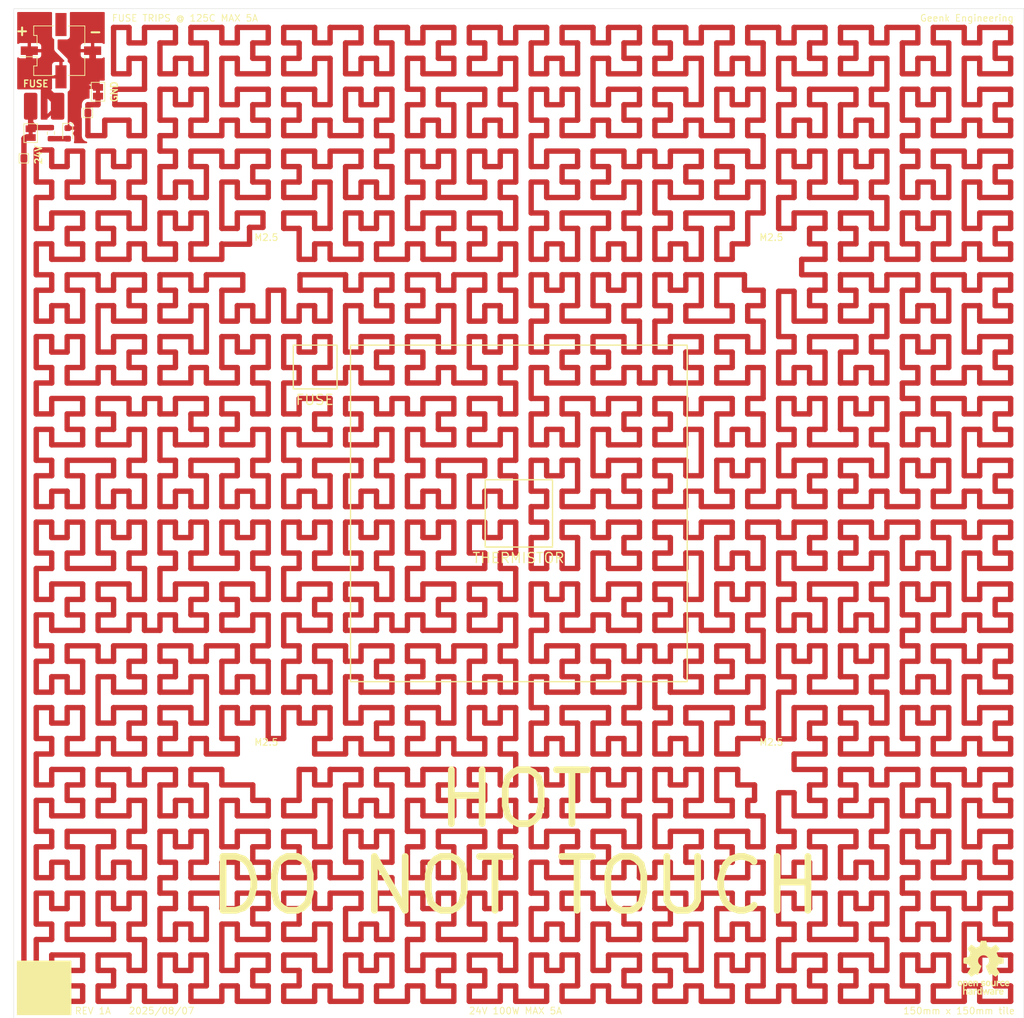
<source format=kicad_pcb>
(kicad_pcb (version 20241229) (generator "pcbnew") (generator_version "9.0")
  (layers (0 "F.Cu" signal) (2 "B.Cu" signal) (13 "F.Paste" user) (15 "B.Paste" user) (5 "F.SilkS" user "F.Silkscreen") (7 "B.SilkS" user "B.Silkscreen") (1 "F.Mask" user) (3 "B.Mask" user) (25 "Edge.Cuts" user))
  (net 0 "")
  (net 1 "Net-(D1-A)")
  (net 2 "+24V")
  (net 3 "Net-(J1-Pin_1)")
  (net 4 "GND")
  (net 5 "HEATER")
  (footprint "Jumper:SolderJumper-2_P1.3mm_Bridged_Pad1.0x1.5mm" (layer "F.Cu") (at 32.5 48.5 -90)
    (property "Reference" "JP2" (hide yes))
    (property "Value" "SolderJumper_2_Bridged")
  )
  (footprint "MountingHole:MountingHole_2.7mm_M2.5_DIN965" (layer "F.Cu") (at 67.5 142.5)
    (property "Reference" "M2.5")
    (property "Value" "MountingHole_2.7mm_M2.5_DIN965")
  )
  (footprint "custom_pads:thermal fuse" (layer "F.Cu") (at 34.5 44.5)
    (property "Reference" "F1" (hide yes))
    (property "Value" "Fuse")
  )
  (footprint "MountingHole:MountingHole_2.7mm_M2.5_DIN965" (layer "F.Cu") (at 67.5 67.5)
    (property "Reference" "M2.5")
    (property "Value" "MountingHole_2.7mm_M2.5_DIN965")
  )
  (footprint "Symbol:OSHW-Logo_7.5x8mm_SilkScreen" (layer "F.Cu") (at 174 172.5)
    (property "Reference" "REF**" (hide yes))
    (property "Value" "OSHW-Logo_7.5x8mm_SilkScreen" (hide yes))
  )
  (footprint "MountingHole:MountingHole_2.7mm_M2.5_DIN965" (layer "F.Cu") (at 142.5 142.5)
    (property "Reference" "M2.5")
    (property "Value" "MountingHole_2.7mm_M2.5_DIN965")
  )
  (footprint "TestPoint:TestPoint_Pad_1.0x1.0mm" (layer "F.Cu") (at 31.5 52.25)
    (property "Reference" "TP1" (hide yes))
    (property "Value" "TestPoint")
  )
  (footprint "Resistor_SMD:R_0603_1608Metric" (layer "F.Cu") (at 35.5 48.5 -90)
    (property "Reference" "R1" (hide yes))
    (property "Value" "10k")
  )
  (footprint "TestPoint:TestPoint_Pad_1.0x1.0mm" (layer "F.Cu") (at 41 45.5)
    (property "Reference" "TP2" (hide yes))
    (property "Value" "TestPoint")
  )
  (footprint "Jumper:SolderJumper-2_P1.3mm_Bridged_Pad1.0x1.5mm" (layer "F.Cu") (at 42.5 42.35 -90)
    (property "Reference" "JP1" (hide yes))
    (property "Value" "SolderJumper_2_Bridged")
  )
  (footprint "Connector_Molex:Molex_Micro-Fit_3.0_43045-0218_2x01-1MP_P3.00mm_Vertical" (layer "F.Cu") (at 37 36.25 90)
    (property "Reference" "J1" (hide yes))
    (property "Value" "Conn_01x02_Socket")
  )
  (footprint "MountingHole:MountingHole_2.7mm_M2.5_DIN965" (layer "F.Cu") (at 142.5 67.5)
    (property "Reference" "M2.5")
    (property "Value" "MountingHole_2.7mm_M2.5_DIN965")
  )
  (footprint "LED_SMD:LED_0603_1608Metric" (layer "F.Cu") (at 38 48.54 -90)
    (property "Reference" "D1" (hide yes))
    (property "Value" "LED")
  )
  (gr_rect (start 100 100) (end 110 110) (stroke (width 0.2)) (fill no) (layer "F.SilkS"))
  (gr_rect (start 30.5 171.5) (end 38.5 179.5) (stroke (width 0.1)) (fill yes) (layer "F.SilkS"))
  (gr_rect (start 71.5 80) (end 78 86.5) (stroke (width 0.2)) (fill no) (layer "F.SilkS"))
  (gr_rect (start 80 80) (end 130 130) (stroke (width 0.2)) (fill no) (layer "F.SilkS"))
  (gr_rect (start 30 30) (end 180 180) (stroke (width 0.05)) (fill no) (layer "Edge.Cuts"))
  (gr_text "+" (at 32 34.5 90) (layer "F.SilkS") (effects (font (size 1.5 1.5) (thickness 0.3) (bold yes)) (justify left bottom)))
  (gr_text "HOT\nDO NOT TOUCH" (at 104.5 165 0) (layer "F.SilkS") (effects (font (size 8 8) (thickness 1)) (justify bottom)))
  (gr_text "150mm x 150mm tile" (at 162 179.5 0) (layer "F.SilkS") (effects (font (size 1 1) (thickness 0.125)) (justify left bottom)))
  (gr_text "FUSE TRIPS @ 125C MAX 5A" (at 44.5 32 0) (layer "F.SilkS") (effects (font (size 1 1) (thickness 0.125)) (justify left bottom)))
  (gr_text "THERMISTOR" (at 98 112.5 0) (layer "F.SilkS") (effects (font (size 1.5 1.5) (thickness 0.1875)) (justify left bottom)))
  (gr_text "2025/08/07" (at 47 179.5 0) (layer "F.SilkS") (effects (font (size 1 1) (thickness 0.125)) (justify left bottom)))
  (gr_text "24V 100W MAX 5A" (at 97.5 179.5 0) (layer "F.SilkS") (effects (font (size 1 1) (thickness 0.125)) (justify left bottom)))
  (gr_text "Geenk Engineering" (at 164.5 32 0) (layer "F.SilkS") (effects (font (size 1 1) (thickness 0.125)) (justify left bottom)))
  (gr_text "REV 1A" (at 39 179.5 0) (layer "F.SilkS") (effects (font (size 1 1) (thickness 0.125)) (justify left bottom)))
  (gr_text "FUSE" (at 71.75 89 0) (layer "F.SilkS") (effects (font (size 1.5 1.5) (thickness 0.1875)) (justify left bottom)))
  (gr_text "FUSE" (at 31.25 41.75 0) (layer "F.SilkS") (effects (font (size 1 1) (thickness 0.2) (bold yes)) (justify left bottom)))
  (gr_text "GND" (at 45.5 44 90) (layer "F.SilkS") (effects (font (size 1 1) (thickness 0.2) (bold yes)) (justify left bottom)))
  (gr_text "24V" (at 34.25 53.25 90) (layer "F.SilkS") (effects (font (size 1 1) (thickness 0.2) (bold yes)) (justify left bottom)))
  (gr_text "-" (at 43.25 32.75 180) (layer "F.SilkS") (effects (font (size 1.5 1.5) (thickness 0.3) (bold yes)) (justify left bottom)))
  (segment (start 35.5 49.325) (end 37.9975 49.325) (width 0.8) (layer "F.Cu") (net 1))
  (segment (start 37.9975 49.325) (end 38 49.3275) (width 0.8) (layer "F.Cu") (net 1))
  (segment (start 32.5 44.5) (end 32.5 47) (width 0.8) (layer "F.Cu") (net 2))
  (segment (start 33.175 47.675) (end 32.5 47) (width 0.8) (layer "F.Cu") (net 2))
  (segment (start 35.5 47.675) (end 33.175 47.675) (width 0.8) (layer "F.Cu") (net 2))
  (segment (start 32.5 47) (end 32.5 47.85) (width 0.8) (layer "F.Cu") (net 2))
  (segment (start 32.3 39.55) (end 36.5 43.75) (width 1) (layer "F.Cu") (net 3))
  (segment (start 32.3 36.25) (end 32.3 39.55) (width 1) (layer "F.Cu") (net 3))
  (segment (start 36.5 43.75) (end 36.5 44.5) (width 1) (layer "F.Cu") (net 3))
  (segment (start 41.7 36.25) (end 41.7 40.9) (width 1) (layer "F.Cu") (net 4))
  (segment (start 38 47.7525) (end 38 48) (width 0.2) (layer "F.Cu") (net 4))
  (segment (start 41.7 40.9) (end 42.5 41.7) (width 1) (layer "F.Cu") (net 4))
  (segment (start 86.15625 69.546875) (end 86.15625 71.84375) (width 0.8) (layer "F.Cu") (net 5))
  (segment (start 102.234375 55.765625) (end 104.53125 55.765625) (width 0.8) (layer "F.Cu") (net 5))
  (segment (start 33.328125 147.640625) (end 33.328125 152.234375) (width 0.8) (layer "F.Cu") (net 5))
  (segment (start 109.125 51.171875) (end 113.71875 51.171875) (width 0.8) (layer "F.Cu") (net 5))
  (segment (start 47.109375 81.03125) (end 47.109375 83.328125) (width 0.8) (layer "F.Cu") (net 5))
  (segment (start 106.828125 60.359375) (end 109.125 60.359375) (width 0.8) (layer "F.Cu") (net 5))
  (segment (start 88.453125 81.03125) (end 88.453125 78.734375) (width 0.8) (layer "F.Cu") (net 5))
  (segment (start 141.28125 156.828125) (end 138.984375 156.828125) (width 0.8) (layer "F.Cu") (net 5))
  (segment (start 58.59375 120.078125) (end 58.59375 122.375) (width 0.8) (layer "F.Cu") (net 5))
  (segment (start 122.90625 44.28125) (end 120.609375 44.28125) (width 0.8) (layer "F.Cu") (net 5))
  (segment (start 164.25 37.390625) (end 166.546875 37.390625) (width 0.8) (layer "F.Cu") (net 5))
  (segment (start 132.09375 152.234375) (end 132.09375 154.53125) (width 0.8) (layer "F.Cu") (net 5))
  (segment (start 33.328125 175.203125) (end 33.328125 177.5) (width 0.8) (layer "F.Cu") (net 5))
  (segment (start 145.875 76.4375) (end 145.875 72) (width 0.8) (layer "F.Cu") (net 5))
  (segment (start 74.671875 120.078125) (end 76.96875 120.078125) (width 0.8) (layer "F.Cu") (net 5))
  (segment (start 122.90625 48.875) (end 118.3125 48.875) (width 0.8) (layer "F.Cu") (net 5))
  (segment (start 49.40625 67.25) (end 49.40625 64.953125) (width 0.8) (layer "F.Cu") (net 5))
  (segment (start 118.3125 94.8125) (end 118.3125 92.515625) (width 0.8) (layer "F.Cu") (net 5))
  (segment (start 76.96875 64.953125) (end 74.671875 64.953125) (width 0.8) (layer "F.Cu") (net 5))
  (segment (start 102.234375 122.375) (end 97.640625 122.375) (width 0.8) (layer "F.Cu") (net 5))
  (segment (start 99.9375 51.171875) (end 97.640625 51.171875) (width 0.8) (layer "F.Cu") (net 5))
  (segment (start 67.78125 152.234375) (end 67.78125 154.53125) (width 0.8) (layer "F.Cu") (net 5))
  (segment (start 129.796875 83.328125) (end 132.09375 83.328125) (width 0.8) (layer "F.Cu") (net 5))
  (segment (start 120.609375 140.75) (end 122.90625 140.75) (width 0.8) (layer "F.Cu") (net 5))
  (segment (start 152.765625 129.265625) (end 155.0625 129.265625) (width 0.8) (layer "F.Cu") (net 5))
  (segment (start 97.640625 64.953125) (end 99.9375 64.953125) (width 0.8) (layer "F.Cu") (net 5))
  (segment (start 164.25 154.53125) (end 164.25 152.234375) (width 0.8) (layer "F.Cu") (net 5))
  (segment (start 58.59375 83.328125) (end 56.296875 83.328125) (width 0.8) (layer "F.Cu") (net 5))
  (segment (start 99.9375 78.734375) (end 97.640625 78.734375) (width 0.8) (layer "F.Cu") (net 5))
  (segment (start 95.34375 136.15625) (end 95.34375 129.265625) (width 0.8) (layer "F.Cu") (net 5))
  (segment (start 104.53125 97.109375) (end 104.53125 92.515625) (width 0.8) (layer "F.Cu") (net 5))
  (segment (start 81.5625 133.859375) (end 86.15625 133.859375) (width 0.8) (layer "F.Cu") (net 5))
  (segment (start 171.140625 145.34375) (end 173.4375 145.34375) (width 0.8) (layer "F.Cu") (net 5))
  (segment (start 56.296875 159.125) (end 56.296875 156.828125) (width 0.8) (layer "F.Cu") (net 5))
  (segment (start 164.25 143.046875) (end 164.25 145.34375) (width 0.8) (layer "F.Cu") (net 5))
  (segment (start 65.484375 113.1875) (end 65.484375 110.890625) (width 0.8) (layer "F.Cu") (net 5))
  (segment (start 63.1875 32.796875) (end 67.78125 32.796875) (width 0.8) (layer "F.Cu") (net 5))
  (segment (start 157.359375 46.578125) (end 157.359375 48.875) (width 0.8) (layer "F.Cu") (net 5))
  (segment (start 47.109375 101.703125) (end 47.109375 104) (width 0.8) (layer "F.Cu") (net 5))
  (segment (start 74.671875 177.5) (end 70.078125 177.5) (width 0.8) (layer "F.Cu") (net 5))
  (segment (start 83.859375 44.28125) (end 81.5625 44.28125) (width 0.8) (layer "F.Cu") (net 5))
  (segment (start 145.875 44.28125) (end 143.578125 44.28125) (width 0.8) (layer "F.Cu") (net 5))
  (segment (start 134.390625 170.609375) (end 134.390625 175.203125) (width 0.8) (layer "F.Cu") (net 5))
  (segment (start 95.34375 81.03125) (end 95.34375 74.140625) (width 0.8) (layer "F.Cu") (net 5))
  (segment (start 72.5 69.546875) (end 79.265625 69.546875) (width 0.8) (layer "F.Cu") (net 5))
  (segment (start 49.40625 161.421875) (end 47.109375 161.421875) (width 0.8) (layer "F.Cu") (net 5))
  (segment (start 157.359375 136.15625) (end 159.65625 136.15625) (width 0.8) (layer "F.Cu") (net 5))
  (segment (start 70.078125 62.65625) (end 70.078125 60.359375) (width 0.8) (layer "F.Cu") (net 5))
  (segment (start 63.1875 126.96875) (end 60.890625 126.96875) (width 0.8) (layer "F.Cu") (net 5))
  (segment (start 111.421875 46.578125) (end 113.71875 46.578125) (width 0.8) (layer "F.Cu") (net 5))
  (segment (start 104.53125 110.890625) (end 104.53125 106.296875) (width 0.8) (layer "F.Cu") (net 5))
  (segment (start 145.875 149.9375) (end 145.875 146.5) (width 0.8) (layer "F.Cu") (net 5))
  (segment (start 104.53125 120.078125) (end 102.234375 120.078125) (width 0.8) (layer "F.Cu") (net 5))
  (segment (start 138.984375 39.6875) (end 141.28125 39.6875) (width 0.8) (layer "F.Cu") (net 5))
  (segment (start 90.75 71.84375) (end 88.453125 71.84375) (width 0.8) (layer "F.Cu") (net 5))
  (segment (start 118.3125 106.296875) (end 122.90625 106.296875) (width 0.8) (layer "F.Cu") (net 5))
  (segment (start 81.5625 78.734375) (end 86.15625 78.734375) (width 0.8) (layer "F.Cu") (net 5))
  (segment (start 54 106.296875) (end 51.703125 106.296875) (width 0.8) (layer "F.Cu") (net 5))
  (segment (start 120.609375 83.328125) (end 120.609375 85.625) (width 0.8) (layer "F.Cu") (net 5))
  (segment (start 93.046875 106.296875) (end 93.046875 108.59375) (width 0.8) (layer "F.Cu") (net 5))
  (segment (start 49.40625 168.3125) (end 47.109375 168.3125) (width 0.8) (layer "F.Cu") (net 5))
  (segment (start 155.0625 64.953125) (end 155.0625 62.65625) (width 0.8) (layer "F.Cu") (net 5))
  (segment (start 164.25 32.796875) (end 164.25 35.09375) (width 0.8) (layer "F.Cu") (net 5))
  (segment (start 138.984375 104) (end 138.984375 101.703125) (width 0.8) (layer "F.Cu") (net 5))
  (segment (start 56.296875 126.96875) (end 58.59375 126.96875) (width 0.8) (layer "F.Cu") (net 5))
  (segment (start 37.921875 113.1875) (end 37.921875 110.890625) (width 0.8) (layer "F.Cu") (net 5))
  (segment (start 157.359375 97.109375) (end 157.359375 99.40625) (width 0.8) (layer "F.Cu") (net 5))
  (segment (start 88.453125 83.328125) (end 90.75 83.328125) (width 0.8) (layer "F.Cu") (net 5))
  (segment (start 54 35.09375) (end 51.703125 35.09375) (width 0.8) (layer "F.Cu") (net 5))
  (segment (start 56.296875 106.296875) (end 56.296875 108.59375) (width 0.8) (layer "F.Cu") (net 5))
  (segment (start 150.46875 172.90625) (end 148.171875 172.90625) (width 0.8) (layer "F.Cu") (net 5))
  (segment (start 63.1875 154.53125) (end 63.1875 152.234375) (width 0.8) (layer "F.Cu") (net 5))
  (segment (start 60.890625 90.21875) (end 60.890625 87.921875) (width 0.8) (layer "F.Cu") (net 5))
  (segment (start 51.703125 106.296875) (end 51.703125 110.890625) (width 0.8) (layer "F.Cu") (net 5))
  (segment (start 40.21875 94.8125) (end 35.625 94.8125) (width 0.8) (layer "F.Cu") (net 5))
  (segment (start 58.59375 41.984375) (end 56.296875 41.984375) (width 0.8) (layer "F.Cu") (net 5))
  (segment (start 178.03125 69.546875) (end 178.03125 71.84375) (width 0.8) (layer "F.Cu") (net 5))
  (segment (start 51.703125 168.3125) (end 54 168.3125) (width 0.8) (layer "F.Cu") (net 5))
  (segment (start 111.421875 106.296875) (end 116.015625 106.296875) (width 0.8) (layer "F.Cu") (net 5))
  (segment (start 67.78125 104) (end 67.78125 99.40625) (width 0.8) (layer "F.Cu") (net 5))
  (segment (start 175.734375 83.328125) (end 178.03125 83.328125) (width 0.8) (layer "F.Cu") (net 5))
  (segment (start 63.1875 76.4375) (end 63.1875 74.140625) (width 0.8) (layer "F.Cu") (net 5))
  (segment (start 58.59375 71.84375) (end 58.59375 69.546875) (width 0.8) (layer "F.Cu") (net 5))
  (segment (start 44.8125 175.203125) (end 44.8125 172.90625) (width 0.8) (layer "F.Cu") (net 5))
  (segment (start 44.8125 168.3125) (end 37.921875 168.3125) (width 0.8) (layer "F.Cu") (net 5))
  (segment (start 99.9375 159.125) (end 99.9375 156.828125) (width 0.8) (layer "F.Cu") (net 5))
  (segment (start 33.328125 51) (end 33.328125 55.765625) (width 0.8) (layer "F.Cu") (net 5))
  (segment (start 132.09375 131.5625) (end 127.5 131.5625) (width 0.8) (layer "F.Cu") (net 5))
  (segment (start 145.875 106.296875) (end 150.46875 106.296875) (width 0.8) (layer "F.Cu") (net 5))
  (segment (start 90.75 172.90625) (end 90.75 170.609375) (width 0.8) (layer "F.Cu") (net 5))
  (segment (start 129.796875 145.34375) (end 127.5 145.34375) (width 0.8) (layer "F.Cu") (net 5))
  (segment (start 51.703125 131.5625) (end 51.703125 129.265625) (width 0.8) (layer "F.Cu") (net 5))
  (segment (start 129.796875 94.8125) (end 125.203125 94.8125) (width 0.8) (layer "F.Cu") (net 5))
  (segment (start 67.78125 99.40625) (end 65.484375 99.40625) (width 0.8) (layer "F.Cu") (net 5))
  (segment (start 157.359375 35.09375) (end 159.65625 35.09375) (width 0.8) (layer "F.Cu") (net 5))
  (segment (start 159.65625 147.640625) (end 157.359375 147.640625) (width 0.8) (layer "F.Cu") (net 5))
  (segment (start 155.0625 129.265625) (end 155.0625 131.5625) (width 0.8) (layer "F.Cu") (net 5))
  (segment (start 90.75 35.09375) (end 90.75 32.796875) (width 0.8) (layer "F.Cu") (net 5))
  (segment (start 86.15625 64.953125) (end 86.15625 60.359375) (width 0.8) (layer "F.Cu") (net 5))
  (segment (start 74.671875 51.171875) (end 74.671875 53.46875) (width 0.8) (layer "F.Cu") (net 5))
  (segment (start 44.8125 166.015625) (end 44.8125 168.3125) (width 0.8) (layer "F.Cu") (net 5))
  (segment (start 95.34375 154.53125) (end 93.046875 154.53125) (width 0.8) (layer "F.Cu") (net 5))
  (segment (start 157.359375 41.984375) (end 159.65625 41.984375) (width 0.8) (layer "F.Cu") (net 5))
  (segment (start 157.359375 172.90625) (end 159.65625 172.90625) (width 0.8) (layer "F.Cu") (net 5))
  (segment (start 97.640625 83.328125) (end 99.9375 83.328125) (width 0.8) (layer "F.Cu") (net 5))
  (segment (start 65.484375 76.4375) (end 67.78125 76.4375) (width 0.8) (layer "F.Cu") (net 5))
  (segment (start 65.484375 104) (end 67.78125 104) (width 0.8) (layer "F.Cu") (net 5))
  (segment (start 102.234375 133.859375) (end 102.234375 136.15625) (width 0.8) (layer "F.Cu") (net 5))
  (segment (start 161.953125 90.21875) (end 161.953125 94.8125) (width 0.8) (layer "F.Cu") (net 5))
  (segment (start 60.890625 177.5) (end 56.296875 177.5) (width 0.8) (layer "F.Cu") (net 5))
  (segment (start 178.03125 145.34375) (end 175.734375 145.34375) (width 0.8) (layer "F.Cu") (net 5))
  (segment (start 122.90625 62.65625) (end 120.609375 62.65625) (width 0.8) (layer "F.Cu") (net 5))
  (segment (start 122.90625 120.078125) (end 122.90625 122.375) (width 0.8) (layer "F.Cu") (net 5))
  (segment (start 164.25 97.109375) (end 161.953125 97.109375) (width 0.8) (layer "F.Cu") (net 5))
  (segment (start 67.78125 110.890625) (end 67.78125 106.296875) (width 0.8) (layer "F.Cu") (net 5))
  (segment (start 161.953125 115.484375) (end 161.953125 120.078125) (width 0.8) (layer "F.Cu") (net 5))
  (segment (start 157.359375 53.46875) (end 155.0625 53.46875) (width 0.8) (layer "F.Cu") (net 5))
  (segment (start 102.234375 170.609375) (end 102.234375 172.90625) (width 0.8) (layer "F.Cu") (net 5))
  (segment (start 58.59375 138.453125) (end 56.296875 138.453125) (width 0.8) (layer "F.Cu") (net 5))
  (segment (start 157.359375 110.890625) (end 157.359375 113.1875) (width 0.8) (layer "F.Cu") (net 5))
  (segment (start 63.1875 97.109375) (end 63.1875 99.40625) (width 0.8) (layer "F.Cu") (net 5))
  (segment (start 161.953125 41.984375) (end 161.953125 46.578125) (width 0.8) (layer "F.Cu") (net 5))
  (segment (start 99.9375 101.703125) (end 102.234375 101.703125) (width 0.8) (layer "F.Cu") (net 5))
  (segment (start 109.125 115.484375) (end 106.828125 115.484375) (width 0.8) (layer "F.Cu") (net 5))
  (segment (start 155.0625 145.34375) (end 152.765625 145.34375) (width 0.8) (layer "F.Cu") (net 5))
  (segment (start 145.875 126.96875) (end 145.875 124.671875) (width 0.8) (layer "F.Cu") (net 5))
  (segment (start 97.640625 138.453125) (end 99.9375 138.453125) (width 0.8) (layer "F.Cu") (net 5))
  (segment (start 97.640625 62.65625) (end 97.640625 60.359375) (width 0.8) (layer "F.Cu") (net 5))
  (segment (start 155.0625 62.65625) (end 152.765625 62.65625) (width 0.8) (layer "F.Cu") (net 5))
  (segment (start 102.234375 129.265625) (end 102.234375 131.5625) (width 0.8) (layer "F.Cu") (net 5))
  (segment (start 86.15625 76.4375) (end 81.5625 76.4375) (width 0.8) (layer "F.Cu") (net 5))
  (segment (start 79.265625 149.9375) (end 81.5625 149.9375) (width 0.8) (layer "F.Cu") (net 5))
  (segment (start 60.890625 32.796875) (end 60.890625 35.09375) (width 0.8) (layer "F.Cu") (net 5))
  (segment (start 49.40625 87.921875) (end 51.703125 87.921875) (width 0.8) (layer "F.Cu") (net 5))
  (segment (start 164.25 117.78125) (end 164.25 115.484375) (width 0.8) (layer "F.Cu") (net 5))
  (segment (start 79.265625 145.34375) (end 79.265625 149.9375) (width 0.8) (layer "F.Cu") (net 5))
  (segment (start 54 154.53125) (end 54 152.234375) (width 0.8) (layer "F.Cu") (net 5))
  (segment (start 97.640625 94.8125) (end 97.640625 92.515625) (width 0.8) (layer "F.Cu") (net 5))
  (segment (start 155.0625 81.03125) (end 152.765625 81.03125) (width 0.8) (layer "F.Cu") (net 5))
  (segment (start 116.015625 67.25) (end 118.3125 67.25) (width 0.8) (layer "F.Cu") (net 5))
  (segment (start 35.625 87.921875) (end 40.21875 87.921875) (width 0.8) (layer "F.Cu") (net 5))
  (segment (start 120.609375 136.15625) (end 120.609375 133.859375) (width 0.8) (layer "F.Cu") (net 5))
  (segment (start 122.90625 133.859375) (end 122.90625 129.265625) (width 0.8) (layer "F.Cu") (net 5))
  (segment (start 109.125 110.890625) (end 111.421875 110.890625) (width 0.8) (layer "F.Cu") (net 5))
  (segment (start 44.8125 147.640625) (end 44.8125 145.34375) (width 0.8) (layer "F.Cu") (net 5))
  (segment (start 102.234375 53.46875) (end 99.9375 53.46875) (width 0.8) (layer "F.Cu") (net 5))
  (segment (start 33.328125 126.96875) (end 33.328125 131.5625) (width 0.8) (layer "F.Cu") (net 5))
  (segment (start 35.625 101.703125) (end 37.921875 101.703125) (width 0.8) (layer "F.Cu") (net 5))
  (segment (start 88.453125 44.28125) (end 88.453125 48.875) (width 0.8) (layer "F.Cu") (net 5))
  (segment (start 150.46875 159.125) (end 150.46875 154.53125) (width 0.8) (layer "F.Cu") (net 5))
  (segment (start 159.65625 145.34375) (end 159.65625 143.046875) (width 0.8) (layer "F.Cu") (net 5))
  (segment (start 44.8125 51.171875) (end 42.515625 51.171875) (width 0.8) (layer "F.Cu") (net 5))
  (segment (start 125.203125 48.875) (end 125.203125 46.578125) (width 0.8) (layer "F.Cu") (net 5))
  (segment (start 40.21875 149.9375) (end 35.625 149.9375) (width 0.8) (layer "F.Cu") (net 5))
  (segment (start 175.734375 55.765625) (end 178.03125 55.765625) (width 0.8) (layer "F.Cu") (net 5))
  (segment (start 40.21875 159.125) (end 40.21875 154.53125) (width 0.8) (layer "F.Cu") (net 5))
  (segment (start 138.984375 126.96875) (end 141.28125 126.96875) (width 0.8) (layer "F.Cu") (net 5))
  (segment (start 116.015625 101.703125) (end 116.015625 104) (width 0.8) (layer "F.Cu") (net 5))
  (segment (start 102.234375 159.125) (end 104.53125 159.125) (width 0.8) (layer "F.Cu") (net 5))
  (segment (start 141.28125 55.765625) (end 138.984375 55.765625) (width 0.8) (layer "F.Cu") (net 5))
  (segment (start 111.421875 99.40625) (end 109.125 99.40625) (width 0.8) (layer "F.Cu") (net 5))
  (segment (start 109.125 124.671875) (end 113.71875 124.671875) (width 0.8) (layer "F.Cu") (net 5))
  (segment (start 88.453125 35.09375) (end 90.75 35.09375) (width 0.8) (layer "F.Cu") (net 5))
  (segment (start 79.265625 71.84375) (end 81.5625 71.84375) (width 0.8) (layer "F.Cu") (net 5))
  (segment (start 95.34375 161.421875) (end 93.046875 161.421875) (width 0.8) (layer "F.Cu") (net 5))
  (segment (start 60.890625 37.390625) (end 60.890625 44.28125) (width 0.8) (layer "F.Cu") (net 5))
  (segment (start 49.40625 126.96875) (end 47.109375 126.96875) (width 0.8) (layer "F.Cu") (net 5))
  (segment (start 161.953125 156.828125) (end 164.25 156.828125) (width 0.8) (layer "F.Cu") (net 5))
  (segment (start 88.453125 136.15625) (end 88.453125 133.859375) (width 0.8) (layer "F.Cu") (net 5))
  (segment (start 83.859375 126.96875) (end 83.859375 129.265625) (width 0.8) (layer "F.Cu") (net 5))
  (segment (start 99.9375 136.15625) (end 99.9375 133.859375) (width 0.8) (layer "F.Cu") (net 5))
  (segment (start 47.109375 161.421875) (end 47.109375 163.71875) (width 0.8) (layer "F.Cu") (net 5))
  (segment (start 125.203125 99.40625) (end 125.203125 97.109375) (width 0.8) (layer "F.Cu") (net 5))
  (segment (start 129.796875 149.9375) (end 129.796875 147.640625) (width 0.8) (layer "F.Cu") (net 5))
  (segment (start 122.90625 156.828125) (end 120.609375 156.828125) (width 0.8) (layer "F.Cu") (net 5))
  (segment (start 106.828125 113.1875) (end 109.125 113.1875) (width 0.8) (layer "F.Cu") (net 5))
  (segment (start 74.671875 133.859375) (end 74.671875 136.15625) (width 0.8) (layer "F.Cu") (net 5))
  (segment (start 67.78125 90.21875) (end 67.78125 85.625) (width 0.8) (layer "F.Cu") (net 5))
  (segment (start 31.5 49.3) (end 31.65 49.15) (width 0.8) (layer "F.Cu") (net 5))
  (segment (start 76.96875 104) (end 76.96875 99.40625) (width 0.8) (layer "F.Cu") (net 5))
  (segment (start 164.25 166.015625) (end 166.546875 166.015625) (width 0.8) (layer "F.Cu") (net 5))
  (segment (start 166.546875 147.640625) (end 166.546875 149.9375) (width 0.8) (layer "F.Cu") (net 5))
  (segment (start 166.546875 74.140625) (end 166.546875 76.4375) (width 0.8) (layer "F.Cu") (net 5))
  (segment (start 136.6875 117.78125) (end 136.6875 115.484375) (width 0.8) (layer "F.Cu") (net 5))
  (segment (start 79.265625 104) (end 81.5625 104) (width 0.8) (layer "F.Cu") (net 5))
  (segment (start 166.546875 76.4375) (end 168.84375 76.4375) (width 0.8) (layer "F.Cu") (net 5))
  (segment (start 125.203125 143.046875) (end 125.203125 147.640625) (width 0.8) (layer "F.Cu") (net 5))
  (segment (start 132.09375 53.46875) (end 129.796875 53.46875) (width 0.8) (layer "F.Cu") (net 5))
  (segment (start 168.84375 168.3125) (end 168.84375 163.71875) (width 0.8) (layer "F.Cu") (net 5))
  (segment (start 37.921875 129.265625) (end 37.921875 131.5625) (width 0.8) (layer "F.Cu") (net 5))
  (segment (start 171.140625 35.09375) (end 173.4375 35.09375) (width 0.8) (layer "F.Cu") (net 5))
  (segment (start 178.03125 124.671875) (end 178.03125 126.96875) (width 0.8) (layer "F.Cu") (net 5))
  (segment (start 132.09375 81.03125) (end 129.796875 81.03125) (width 0.8) (layer "F.Cu") (net 5))
  (segment (start 43.5 48.875) (end 43.5 46.578125) (width 0.8) (layer "F.Cu") (net 5))
  (segment (start 104.53125 99.40625) (end 102.234375 99.40625) (width 0.8) (layer "F.Cu") (net 5))
  (segment (start 106.828125 69.546875) (end 106.828125 74.140625) (width 0.8) (layer "F.Cu") (net 5))
  (segment (start 72.375 166.015625) (end 72.375 163.71875) (width 0.8) (layer "F.Cu") (net 5))
  (segment (start 145.875 46.578125) (end 148.171875 46.578125) (width 0.8) (layer "F.Cu") (net 5))
  (segment (start 81.5625 58.0625) (end 81.5625 55.765625) (width 0.8) (layer "F.Cu") (net 5))
  (segment (start 99.9375 71.84375) (end 97.640625 71.84375) (width 0.8) (layer "F.Cu") (net 5))
  (segment (start 86.15625 99.40625) (end 83.859375 99.40625) (width 0.8) (layer "F.Cu") (net 5))
  (segment (start 143.578125 168.3125) (end 143.578125 172.90625) (width 0.8) (layer "F.Cu") (net 5))
  (segment (start 109.125 44.28125) (end 109.125 41.984375) (width 0.8) (layer "F.Cu") (net 5))
  (segment (start 74.671875 140.75) (end 74.671875 138.453125) (width 0.8) (layer "F.Cu") (net 5))
  (segment (start 76.96875 115.484375) (end 76.96875 117.78125) (width 0.8) (layer "F.Cu") (net 5))
  (segment (start 148.171875 159.125) (end 150.46875 159.125) (width 0.8) (layer "F.Cu") (net 5))
  (segment (start 161.953125 101.703125) (end 164.25 101.703125) (width 0.8) (layer "F.Cu") (net 5))
  (segment (start 116.015625 51.171875) (end 120.609375 51.171875) (width 0.8) (layer "F.Cu") (net 5))
  (segment (start 178.03125 120.078125) (end 178.03125 122.375) (width 0.8) (layer "F.Cu") (net 5))
  (segment (start 178.03125 166.015625) (end 178.03125 168.3125) (width 0.8) (layer "F.Cu") (net 5))
  (segment (start 157.359375 92.515625) (end 159.65625 92.515625) (width 0.8) (layer "F.Cu") (net 5))
  (segment (start 60.890625 92.515625) (end 63.1875 92.515625) (width 0.8) (layer "F.Cu") (net 5))
  (segment (start 129.796875 106.296875) (end 129.796875 108.59375) (width 0.8) (layer "F.Cu") (net 5))
  (segment (start 145.875 39.6875) (end 145.875 37.390625) (width 0.8) (layer "F.Cu") (net 5))
  (segment (start 83.859375 83.328125) (end 86.15625 83.328125) (width 0.8) (layer "F.Cu") (net 5))
  (segment (start 173.4375 60.359375) (end 178.03125 60.359375) (width 0.8) (layer "F.Cu") (net 5))
  (segment (start 40.21875 138.453125) (end 40.21875 133.859375) (width 0.8) (layer "F.Cu") (net 5))
  (segment (start 152.765625 147.640625) (end 155.0625 147.640625) (width 0.8) (layer "F.Cu") (net 5))
  (segment (start 150.46875 87.921875) (end 148.171875 87.921875) (width 0.8) (layer "F.Cu") (net 5))
  (segment (start 54 62.65625) (end 54 60.359375) (width 0.8) (layer "F.Cu") (net 5))
  (segment (start 113.71875 58.0625) (end 109.125 58.0625) (width 0.8) (layer "F.Cu") (net 5))
  (segment (start 129.796875 110.890625) (end 129.796875 113.1875) (width 0.8) (layer "F.Cu") (net 5))
  (segment (start 134.390625 129.265625) (end 136.6875 129.265625) (width 0.8) (layer "F.Cu") (net 5))
  (segment (start 47.109375 163.71875) (end 44.8125 163.71875) (width 0.8) (layer "F.Cu") (net 5))
  (segment (start 65.484375 136.15625) (end 63.1875 136.15625) (width 0.8) (layer "F.Cu") (net 5))
  (segment (start 74.671875 106.296875) (end 74.671875 108.59375) (width 0.8) (layer "F.Cu") (net 5))
  (segment (start 49.40625 106.296875) (end 47.109375 106.296875) (width 0.8) (layer "F.Cu") (net 5))
  (segment (start 86.15625 87.921875) (end 88.453125 87.921875) (width 0.8) (layer "F.Cu") (net 5))
  (segment (start 67.78125 166.015625) (end 67.78125 168.3125) (width 0.8) (layer "F.Cu") (net 5))
  (segment (start 88.453125 131.5625) (end 88.453125 129.265625) (width 0.8) (layer "F.Cu") (net 5))
  (segment (start 111.421875 120.078125) (end 113.71875 120.078125) (width 0.8) (layer "F.Cu") (net 5))
  (segment (start 104.53125 133.859375) (end 102.234375 133.859375) (width 0.8) (layer "F.Cu") (net 5))
  (segment (start 109.125 46.578125) (end 109.125 48.875) (width 0.8) (layer "F.Cu") (net 5))
  (segment (start 37.921875 120.078125) (end 40.21875 120.078125) (width 0.8) (layer "F.Cu") (net 5))
  (segment (start 58.59375 149.9375) (end 58.59375 145.34375) (width 0.8) (layer "F.Cu") (net 5))
  (segment (start 86.15625 140.75) (end 81.5625 140.75) (width 0.8) (layer "F.Cu") (net 5))
  (segment (start 141.28125 126.96875) (end 141.28125 122.375) (width 0.8) (layer "F.Cu") (net 5))
  (segment (start 157.359375 51.171875) (end 157.359375 53.46875) (width 0.8) (layer "F.Cu") (net 5))
  (segment (start 54 81.03125) (end 51.703125 81.03125) (width 0.8) (layer "F.Cu") (net 5))
  (segment (start 148.171875 122.375) (end 150.46875 122.375) (width 0.8) (layer "F.Cu") (net 5))
  (segment (start 171.140625 147.640625) (end 171.140625 154.53125) (width 0.8) (layer "F.Cu") (net 5))
  (segment (start 51.703125 46.578125) (end 54 46.578125) (width 0.8) (layer "F.Cu") (net 5))
  (segment (start 125.203125 115.484375) (end 129.796875 115.484375) (width 0.8) (layer "F.Cu") (net 5))
  (segment (start 37.921875 147.640625) (end 40.21875 147.640625) (width 0.8) (layer "F.Cu") (net 5))
  (segment (start 166.546875 41.984375) (end 166.546875 44.28125) (width 0.8) (layer "F.Cu") (net 5))
  (segment (start 93.046875 166.015625) (end 95.34375 166.015625) (width 0.8) (layer "F.Cu") (net 5))
  (segment (start 47.109375 74.140625) (end 49.40625 74.140625) (width 0.8) (layer "F.Cu") (net 5))
  (segment (start 76.96875 35.09375) (end 76.96875 32.796875) (width 0.8) (layer "F.Cu") (net 5))
  (segment (start 37.921875 69.546875) (end 42.515625 69.546875) (width 0.8) (layer "F.Cu") (net 5))
  (segment (start 155.0625 51.171875) (end 152.765625 51.171875) (width 0.8) (layer "F.Cu") (net 5))
  (segment (start 132.09375 106.296875) (end 136.6875 106.296875) (width 0.8) (layer "F.Cu") (net 5))
  (segment (start 51.703125 129.265625) (end 54 129.265625) (width 0.8) (layer "F.Cu") (net 5))
  (segment (start 148.171875 41.984375) (end 155.0625 41.984375) (width 0.8) (layer "F.Cu") (net 5))
  (segment (start 159.65625 131.5625) (end 157.359375 131.5625) (width 0.8) (layer "F.Cu") (net 5))
  (segment (start 56.296875 101.703125) (end 56.296875 104) (width 0.8) (layer "F.Cu") (net 5))
  (segment (start 127.5 129.265625) (end 125.203125 129.265625) (width 0.8) (layer "F.Cu") (net 5))
  (segment (start 81.5625 69.546875) (end 86.15625 69.546875) (width 0.8) (layer "F.Cu") (net 5))
  (segment (start 145.875 48.875) (end 145.875 46.578125) (width 0.8) (layer "F.Cu") (net 5))
  (segment (start 106.828125 62.65625) (end 106.828125 67.25) (width 0.8) (layer "F.Cu") (net 5))
  (segment (start 67.78125 172.90625) (end 65.484375 172.90625) (width 0.8) (layer "F.Cu") (net 5))
  (segment (start 65.484375 145.34375) (end 65.484375 147.640625) (width 0.8) (layer "F.Cu") (net 5))
  (segment (start 74.671875 143.046875) (end 74.671875 145.34375) (width 0.8) (layer "F.Cu") (net 5))
  (segment (start 83.859375 48.875) (end 83.859375 46.578125) (width 0.8) (layer "F.Cu") (net 5))
  (segment (start 178.03125 159.125) (end 173.4375 159.125) (width 0.8) (layer "F.Cu") (net 5))
  (segment (start 65.484375 147.640625) (end 67.78125 147.640625) (width 0.8) (layer "F.Cu") (net 5))
  (segment (start 159.65625 71.84375) (end 159.65625 69.546875) (width 0.8) (layer "F.Cu") (net 5))
  (segment (start 125.203125 120.078125) (end 127.5 120.078125) (width 0.8) (layer "F.Cu") (net 5))
  (segment (start 143.578125 37.390625) (end 143.578125 41.984375) (width 0.8) (layer "F.Cu") (net 5))
  (segment (start 102.234375 83.328125) (end 104.53125 83.328125) (width 0.8) (layer "F.Cu") (net 5))
  (segment (start 72.375 67.25) (end 72.375 62.65625) (width 0.8) (layer "F.Cu") (net 5))
  (segment (start 143.578125 138.5) (end 145.875 138.5) (width 0.8) (layer "F.Cu") (net 5))
  (segment (start 65.484375 97.109375) (end 67.78125 97.109375) (width 0.8) (layer "F.Cu") (net 5))
  (segment (start 88.453125 110.890625) (end 90.75 110.890625) (width 0.8) (layer "F.Cu") (net 5))
  (segment (start 102.234375 46.578125) (end 102.234375 48.875) (width 0.8) (layer "F.Cu") (net 5))
  (segment (start 44.8125 81.03125) (end 44.8125 78.734375) (width 0.8) (layer "F.Cu") (net 5))
  (segment (start 118.3125 87.921875) (end 122.90625 87.921875) (width 0.8) (layer "F.Cu") (net 5))
  (segment (start 173.4375 156.828125) (end 171.140625 156.828125) (width 0.8) (layer "F.Cu") (net 5))
  (segment (start 81.5625 161.421875) (end 81.5625 163.71875) (width 0.8) (layer "F.Cu") (net 5))
  (segment (start 171.140625 124.671875) (end 171.140625 126.96875) (width 0.8) (layer "F.Cu") (net 5))
  (segment (start 157.359375 58.0625) (end 157.359375 55.765625) (width 0.8) (layer "F.Cu") (net 5))
  (segment (start 118.3125 41.984375) (end 122.90625 41.984375) (width 0.8) (layer "F.Cu") (net 5))
  (segment (start 138.984375 156.828125) (end 138.984375 159.125) (width 0.8) (layer "F.Cu") (net 5))
  (segment (start 99.9375 97.109375) (end 99.9375 99.40625) (width 0.8) (layer "F.Cu") (net 5))
  (segment (start 120.609375 90.21875) (end 120.609375 92.515625) (width 0.8) (layer "F.Cu") (net 5))
  (segment (start 95.34375 60.359375) (end 95.34375 62.65625) (width 0.8) (layer "F.Cu") (net 5))
  (segment (start 102.234375 124.671875) (end 104.53125 124.671875) (width 0.8) (layer "F.Cu") (net 5))
  (segment (start 166.546875 85.625) (end 166.546875 83.328125) (width 0.8) (layer "F.Cu") (net 5))
  (segment (start 51.703125 161.421875) (end 54 161.421875) (width 0.8) (layer "F.Cu") (net 5))
  (segment (start 49.40625 90.21875) (end 49.40625 87.921875) (width 0.8) (layer "F.Cu") (net 5))
  (segment (start 51.703125 53.46875) (end 51.703125 58.0625) (width 0.8) (layer "F.Cu") (net 5))
  (segment (start 120.609375 58.0625) (end 116.015625 58.0625) (width 0.8) (layer "F.Cu") (net 5))
  (segment (start 33.328125 97.109375) (end 35.625 97.109375) (width 0.8) (layer "F.Cu") (net 5))
  (segment (start 70.078125 55.765625) (end 72.375 55.765625) (width 0.8) (layer "F.Cu") (net 5))
  (segment (start 60.9375 65) (end 60.890625 64.953125) (width 0.8) (layer "F.Cu") (net 5))
  (segment (start 106.828125 175.203125) (end 109.125 175.203125) (width 0.8) (layer "F.Cu") (net 5))
  (segment (start 168.84375 64.953125) (end 168.84375 60.359375) (width 0.8) (layer "F.Cu") (net 5))
  (segment (start 157.359375 120.078125) (end 157.359375 122.375) (width 0.8) (layer "F.Cu") (net 5))
  (segment (start 113.71875 140.75) (end 113.71875 136.15625) (width 0.8) (layer "F.Cu") (net 5))
  (segment (start 111.421875 110.890625) (end 111.421875 113.1875) (width 0.8) (layer "F.Cu") (net 5))
  (segment (start 122.90625 126.96875) (end 122.90625 124.671875) (width 0.8) (layer "F.Cu") (net 5))
  (segment (start 157.359375 170.609375) (end 157.359375 172.90625) (width 0.8) (layer "F.Cu") (net 5))
  (segment (start 122.90625 115.484375) (end 122.90625 117.78125) (width 0.8) (layer "F.Cu") (net 5))
  (segment (start 178.03125 129.265625) (end 178.03125 131.5625) (width 0.8) (layer "F.Cu") (net 5))
  (segment (start 33.328125 76.4375) (end 35.625 76.4375) (width 0.8) (layer "F.Cu") (net 5))
  (segment (start 148.171875 64.953125) (end 150.46875 64.953125) (width 0.8) (layer "F.Cu") (net 5))
  (segment (start 56.296875 46.578125) (end 58.59375 46.578125) (width 0.8) (layer "F.Cu") (net 5))
  (segment (start 58.59375 92.515625) (end 58.59375 94.8125) (width 0.8) (layer "F.Cu") (net 5))
  (segment (start 157.359375 124.671875) (end 157.359375 126.96875) (width 0.8) (layer "F.Cu") (net 5))
  (segment (start 148.171875 55.765625) (end 150.46875 55.765625) (width 0.8) (layer "F.Cu") (net 5))
  (segment (start 111.421875 97.109375) (end 111.421875 99.40625) (width 0.8) (layer "F.Cu") (net 5))
  (segment (start 122.90625 149.9375) (end 120.609375 149.9375) (width 0.8) (layer "F.Cu") (net 5))
  (segment (start 54 161.421875) (end 54 163.71875) (width 0.8) (layer "F.Cu") (net 5))
  (segment (start 99.9375 53.46875) (end 99.9375 51.171875) (width 0.8) (layer "F.Cu") (net 5))
  (segment (start 148.171875 87.921875) (end 148.171875 90.21875) (width 0.8) (layer "F.Cu") (net 5))
  (segment (start 138.984375 85.625) (end 134.390625 85.625) (width 0.8) (layer "F.Cu") (net 5))
  (segment (start 70.078125 149.9375) (end 70.078125 147.640625) (width 0.8) (layer "F.Cu") (net 5))
  (segment (start 171.140625 138.453125) (end 171.140625 140.75) (width 0.8) (layer "F.Cu") (net 5))
  (segment (start 138.984375 131.5625) (end 134.390625 131.5625) (width 0.8) (layer "F.Cu") (net 5))
  (segment (start 58.59375 87.921875) (end 58.59375 90.21875) (width 0.8) (layer "F.Cu") (net 5))
  (segment (start 86.15625 41.984375) (end 83.859375 41.984375) (width 0.8) (layer "F.Cu") (net 5))
  (segment (start 47.109375 175.203125) (end 47.109375 177.5) (width 0.8) (layer "F.Cu") (net 5))
  (segment (start 74.671875 90.21875) (end 74.671875 92.515625) (width 0.8) (layer "F.Cu") (net 5))
  (segment (start 166.546875 161.421875) (end 171.140625 161.421875) (width 0.8) (layer "F.Cu") (net 5))
  (segment (start 145.875 115.484375) (end 145.875 117.78125) (width 0.8) (layer "F.Cu") (net 5))
  (segment (start 81.5625 147.640625) (end 83.859375 147.640625) (width 0.8) (layer "F.Cu") (net 5))
  (segment (start 60.890625 122.375) (end 60.890625 120.078125) (width 0.8) (layer "F.Cu") (net 5))
  (segment (start 95.34375 120.078125) (end 95.34375 122.375) (width 0.8) (layer "F.Cu") (net 5))
  (segment (start 134.390625 131.5625) (end 134.390625 129.265625) (width 0.8) (layer "F.Cu") (net 5))
  (segment (start 116.015625 166.015625) (end 116.015625 172.90625) (width 0.8) (layer "F.Cu") (net 5))
  (segment (start 134.390625 152.234375) (end 138.984375 152.234375) (width 0.8) (layer "F.Cu") (net 5))
  (segment (start 132.09375 99.40625) (end 132.09375 92.515625) (width 0.8) (layer "F.Cu") (net 5))
  (segment (start 175.734375 99.40625) (end 175.734375 101.703125) (width 0.8) (layer "F.Cu") (net 5))
  (segment (start 173.4375 74.140625) (end 171.140625 74.140625) (width 0.8) (layer "F.Cu") (net 5))
  (segment (start 127.5 143.046875) (end 125.203125 143.046875) (width 0.8) (layer "F.Cu") (net 5))
  (segment (start 127.5 126.96875) (end 127.5 124.671875) (width 0.8) (layer "F.Cu") (net 5))
  (segment (start 171.140625 74.140625) (end 171.140625 81.03125) (width 0.8) (layer "F.Cu") (net 5))
  (segment (start 125.203125 46.578125) (end 127.5 46.578125) (width 0.8) (layer "F.Cu") (net 5))
  (segment (start 54 60.359375) (end 51.703125 60.359375) (width 0.8) (layer "F.Cu") (net 5))
  (segment (start 109.125 94.8125) (end 109.125 92.515625) (width 0.8) (layer "F.Cu") (net 5))
  (segment (start 113.71875 46.578125) (end 113.71875 41.984375) (width 0.8) (layer "F.Cu") (net 5))
  (segment (start 95.34375 71.84375) (end 95.34375 69.546875) (width 0.8) (layer "F.Cu") (net 5))
  (segment (start 33.328125 138.453125) (end 35.625 138.453125) (width 0.8) (layer "F.Cu") (net 5))
  (segment (start 90.75 147.640625) (end 88.453125 147.640625) (width 0.8) (layer "F.Cu") (net 5))
  (segment (start 120.609375 138.453125) (end 120.609375 140.75) (width 0.8) (layer "F.Cu") (net 5))
  (segment (start 56.296875 71.84375) (end 58.59375 71.84375) (width 0.8) (layer "F.Cu") (net 5))
  (segment (start 143.578125 106.296875) (end 143.578125 108.59375) (width 0.8) (layer "F.Cu") (net 5))
  (segment (start 51.703125 113.1875) (end 51.703125 117.78125) (width 0.8) (layer "F.Cu") (net 5))
  (segment (start 152.765625 101.703125) (end 155.0625 101.703125) (width 0.8) (layer "F.Cu") (net 5))
  (segment (start 129.796875 172.90625) (end 132.09375 172.90625) (width 0.8) (layer "F.Cu") (net 5))
  (segment (start 129.796875 48.875) (end 125.203125 48.875) (width 0.8) (layer "F.Cu") (net 5))
  (segment (start 47.109375 104) (end 49.40625 104) (width 0.8) (layer "F.Cu") (net 5))
  (segment (start 132.09375 37.390625) (end 129.796875 37.390625) (width 0.8) (layer "F.Cu") (net 5))
  (segment (start 93.046875 147.640625) (end 95.34375 147.640625) (width 0.8) (layer "F.Cu") (net 5))
  (segment (start 76.96875 106.296875) (end 74.671875 106.296875) (width 0.8) (layer "F.Cu") (net 5))
  (segment (start 104.53125 172.90625) (end 104.53125 168.3125) (width 0.8) (layer "F.Cu") (net 5))
  (segment (start 113.71875 83.328125) (end 113.71875 85.625) (width 0.8) (layer "F.Cu") (net 5))
  (segment (start 155.0625 71.84375) (end 152.765625 71.84375) (width 0.8) (layer "F.Cu") (net 5))
  (segment (start 109.125 81.03125) (end 109.125 78.734375) (width 0.8) (layer "F.Cu") (net 5))
  (segment (start 60.890625 64.953125) (end 60.890625 67.25) (width 0.8) (layer "F.Cu") (net 5))
  (segment (start 134.390625 108.59375) (end 134.390625 113.1875) (width 0.8) (layer "F.Cu") (net 5))
  (segment (start 148.171875 71.84375) (end 148.171875 74.140625) (width 0.8) (layer "F.Cu") (net 5))
  (segment (start 81.5625 140.75) (end 81.5625 138.453125) (width 0.8) (layer "F.Cu") (net 5))
  (segment (start 35.625 94.8125) (end 35.625 92.515625) (width 0.8) (layer "F.Cu") (net 5))
  (segment (start 111.421875 147.640625) (end 113.71875 147.640625) (width 0.8) (layer "F.Cu") (net 5))
  (segment (start 99.9375 163.71875) (end 99.9375 161.421875) (width 0.8) (layer "F.Cu") (net 5))
  (segment (start 49.40625 71.84375) (end 47.109375 71.84375) (width 0.8) (layer "F.Cu") (net 5))
  (segment (start 145.875 124.671875) (end 143.578125 124.671875) (width 0.8) (layer "F.Cu") (net 5))
  (segment (start 104.53125 78.734375) (end 102.234375 78.734375) (width 0.8) (layer "F.Cu") (net 5))
  (segment (start 136.6875 156.828125) (end 136.6875 154.53125) (width 0.8) (layer "F.Cu") (net 5))
  (segment (start 44.8125 154.53125) (end 42.515625 154.53125) (width 0.8) (layer "F.Cu") (net 5))
  (segment (start 56.296875 136.15625) (end 58.59375 136.15625) (width 0.8) (layer "F.Cu") (net 5))
  (segment (start 122.90625 172.90625) (end 120.609375 172.90625) (width 0.8) (layer "F.Cu") (net 5))
  (segment (start 152.765625 175.203125) (end 155.0625 175.203125) (width 0.8) (layer "F.Cu") (net 5))
  (segment (start 51.703125 124.671875) (end 56.296875 124.671875) (width 0.8) (layer "F.Cu") (net 5))
  (segment (start 125.203125 97.109375) (end 129.796875 97.109375) (width 0.8) (layer "F.Cu") (net 5))
  (segment (start 175.734375 62.65625) (end 175.734375 64.953125) (width 0.8) (layer "F.Cu") (net 5))
  (segment (start 42.515625 69.546875) (end 42.515625 71.84375) (width 0.8) (layer "F.Cu") (net 5))
  (segment (start 93.046875 145.34375) (end 93.046875 147.640625) (width 0.8) (layer "F.Cu") (net 5))
  (segment (start 63.1875 106.296875) (end 60.890625 106.296875) (width 0.8) (layer "F.Cu") (net 5))
  (segment (start 178.03125 172.90625) (end 175.734375 172.90625) (width 0.8) (layer "F.Cu") (net 5))
  (segment (start 67.78125 85.625) (end 65.484375 85.625) (width 0.8) (layer "F.Cu") (net 5))
  (segment (start 97.640625 104) (end 99.9375 104) (width 0.8) (layer "F.Cu") (net 5))
  (segment (start 58.59375 60.359375) (end 56.296875 60.359375) (width 0.8) (layer "F.Cu") (net 5))
  (segment (start 56.296875 35.09375) (end 56.296875 32.796875) (width 0.8) (layer "F.Cu") (net 5))
  (segment (start 111.421875 177.5) (end 111.421875 175.203125) (width 0.8) (layer "F.Cu") (net 5))
  (segment (start 164.25 76.4375) (end 164.25 74.140625) (width 0.8) (layer "F.Cu") (net 5))
  (segment (start 168.84375 83.328125) (end 168.84375 78.734375) (width 0.8) (layer "F.Cu") (net 5))
  (segment (start 47.109375 94.8125) (end 42.515625 94.8125) (width 0.8) (layer "F.Cu") (net 5))
  (segment (start 111.421875 62.65625) (end 111.421875 60.359375) (width 0.8) (layer "F.Cu") (net 5))
  (segment (start 178.03125 92.515625) (end 178.03125 94.8125) (width 0.8) (layer "F.Cu") (net 5))
  (segment (start 116.015625 110.890625) (end 116.015625 117.78125) (width 0.8) (layer "F.Cu") (net 5))
  (segment (start 161.953125 161.421875) (end 164.25 161.421875) (width 0.8) (layer "F.Cu") (net 5))
  (segment (start 143.578125 55.765625) (end 145.875 55.765625) (width 0.8) (layer "F.Cu") (net 5))
  (segment (start 86.15625 90.21875) (end 86.15625 87.921875) (width 0.8) (layer "F.Cu") (net 5))
  (segment (start 122.90625 41.984375) (end 122.90625 44.28125) (width 0.8) (layer "F.Cu") (net 5))
  (segment (start 65.484375 106.296875) (end 65.484375 108.59375) (width 0.8) (layer "F.Cu") (net 5))
  (segment (start 58.59375 126.96875) (end 58.59375 124.671875) (width 0.8) (layer "F.Cu") (net 5))
  (segment (start 99.9375 35.09375) (end 97.640625 35.09375) (width 0.8) (layer "F.Cu") (net 5))
  (segment (start 106.828125 104) (end 106.828125 106.296875) (width 0.8) (layer "F.Cu") (net 5))
  (segment (start 132.09375 143.046875) (end 129.796875 143.046875) (width 0.8) (layer "F.Cu") (net 5))
  (segment (start 106.828125 74.140625) (end 109.125 74.140625) (width 0.8) (layer "F.Cu") (net 5))
  (segment (start 54 41.984375) (end 51.703125 41.984375) (width 0.8) (layer "F.Cu") (net 5))
  (segment (start 166.546875 48.875) (end 166.546875 46.578125) (width 0.8) (layer "F.Cu") (net 5))
  (segment (start 93.046875 101.703125) (end 93.046875 104) (width 0.8) (layer "F.Cu") (net 5))
  (segment (start 164.25 152.234375) (end 161.953125 152.234375) (width 0.8) (layer "F.Cu") (net 5))
  (segment (start 125.203125 67.25) (end 127.5 67.25) (width 0.8) (layer "F.Cu") (net 5))
  (segment (start 152.765625 55.765625) (end 155.0625 55.765625) (width 0.8) (layer "F.Cu") (net 5))
  (segment (start 35.625 110.890625) (end 35.625 113.1875) (width 0.8) (layer "F.Cu") (net 5))
  (segment (start 132.09375 159.125) (end 127.5 159.125) (width 0.8) (layer "F.Cu") (net 5))
  (segment (start 178.03125 140.75) (end 173.4375 140.75) (width 0.8) (layer "F.Cu") (net 5))
  (segment (start 132.09375 87.921875) (end 136.6875 87.921875) (width 0.8) (layer "F.Cu") (net 5))
  (segment (start 74.671875 124.671875) (end 79.265625 124.671875) (width 0.8) (layer "F.Cu") (net 5))
  (segment (start 102.234375 74.140625) (end 102.234375 76.4375) (width 0.8) (layer "F.Cu") (net 5))
  (segment (start 164.25 81.03125) (end 164.25 78.734375) (width 0.8) (layer "F.Cu") (net 5))
  (segment (start 97.640625 78.734375) (end 97.640625 83.328125) (width 0.8) (layer "F.Cu") (net 5))
  (segment (start 134.390625 175.203125) (end 136.6875 175.203125) (width 0.8) (layer "F.Cu") (net 5))
  (segment (start 79.265625 126.96875) (end 81.5625 126.96875) (width 0.8) (layer "F.Cu") (net 5))
  (segment (start 102.234375 32.796875) (end 102.234375 35.09375) (width 0.8) (layer "F.Cu") (net 5))
  (segment (start 141.28125 168.3125) (end 141.28125 163.71875) (width 0.8) (layer "F.Cu") (net 5))
  (segment (start 145.875 32.796875) (end 150.46875 32.796875) (width 0.8) (layer "F.Cu") (net 5))
  (segment (start 88.453125 90.21875) (end 90.75 90.21875) (width 0.8) (layer "F.Cu") (net 5))
  (segment (start 148.171875 92.515625) (end 150.46875 92.515625) (width 0.8) (layer "F.Cu") (net 5))
  (segment (start 58.59375 163.71875) (end 56.296875 163.71875) (width 0.8) (layer "F.Cu") (net 5))
  (segment (start 99.9375 76.4375) (end 99.9375 74.140625) (width 0.8) (layer "F.Cu") (net 5))
  (segment (start 49.40625 44.28125) (end 45 44.28125) (width 0.8) (layer "F.Cu") (net 5))
  (segment (start 171.140625 83.328125) (end 171.140625 85.625) (width 0.8) (layer "F.Cu") (net 5))
  (segment (start 65.484375 129.265625) (end 65.484375 131.5625) (width 0.8) (layer "F.Cu") (net 5))
  (segment (start 127.5 145.34375) (end 127.5 143.046875) (width 0.8) (layer "F.Cu") (net 5))
  (segment (start 88.453125 51.171875) (end 88.453125 55.765625) (width 0.8) (layer "F.Cu") (net 5))
  (segment (start 58.59375 129.265625) (end 56.296875 129.265625) (width 0.8) (layer "F.Cu") (net 5))
  (segment (start 109.125 67.25) (end 109.125 64.953125) (width 0.8) (layer "F.Cu") (net 5))
  (segment (start 116.015625 87.921875) (end 116.015625 90.21875) (width 0.8) (layer "F.Cu") (net 5))
  (segment (start 56.296875 145.34375) (end 56.296875 143.046875) (width 0.8) (layer "F.Cu") (net 5))
  (segment (start 161.953125 78.734375) (end 161.953125 83.328125) (width 0.8) (layer "F.Cu") (net 5))
  (segment (start 106.828125 101.703125) (end 109.125 101.703125) (width 0.8) (layer "F.Cu") (net 5))
  (segment (start 33.328125 71.84375) (end 33.328125 76.4375) (width 0.8) (layer "F.Cu") (net 5))
  (segment (start 134.390625 147.640625) (end 136.6875 147.640625) (width 0.8) (layer "F.Cu") (net 5))
  (segment (start 95.34375 159.125) (end 95.34375 154.53125) (width 0.8) (layer "F.Cu") (net 5))
  (segment (start 40.21875 67.25) (end 35.625 67.25) (width 0.8) (layer "F.Cu") (net 5))
  (segment (start 67.78125 159.125) (end 63.1875 159.125) (width 0.8) (layer "F.Cu") (net 5))
  (segment (start 138.984375 101.703125) (end 141.28125 101.703125) (width 0.8) (layer "F.Cu") (net 5))
  (segment (start 116.015625 122.375) (end 111.421875 122.375) (width 0.8) (layer "F.Cu") (net 5))
  (segment (start 118.3125 92.515625) (end 116.015625 92.515625) (width 0.8) (layer "F.Cu") (net 5))
  (segment (start 86.15625 104) (end 86.15625 99.40625) (width 0.8) (layer "F.Cu") (net 5))
  (segment (start 74.671875 172.90625) (end 76.96875 172.90625) (width 0.8) (layer "F.Cu") (net 5))
  (segment (start 171.140625 92.515625) (end 171.140625 99.40625) (width 0.8) (layer "F.Cu") (net 5))
  (segment (start 150.46875 44.28125) (end 148.171875 44.28125) (width 0.8) (layer "F.Cu") (net 5))
  (segment (start 143.578125 41.984375) (end 145.875 41.984375) (width 0.8) (layer "F.Cu") (net 5))
  (segment (start 171.140625 106.296875) (end 171.140625 108.59375) (width 0.8) (layer "F.Cu") (net 5))
  (segment (start 136.6875 99.40625) (end 136.6875 97.109375) (width 0.8) (layer "F.Cu") (net 5))
  (segment (start 143.578125 72) (end 143.578125 78.734375) (width 0.8) (layer "F.Cu") (net 5))
  (segment (start 129.796875 60.359375) (end 136.6875 60.359375) (width 0.8) (layer "F.Cu") (net 5))
  (segment (start 166.546875 115.484375) (end 166.546875 117.78125) (width 0.8) (layer "F.Cu") (net 5))
  (segment (start 60.890625 166.015625) (end 60.890625 172.90625) (width 0.8) (layer "F.Cu") (net 5))
  (segment (start 83.859375 94.8125) (end 79.265625 94.8125) (width 0.8) (layer "F.Cu") (net 5))
  (segment (start 97.640625 35.09375) (end 97.640625 32.796875) (width 0.8) (layer "F.Cu") (net 5))
  (segment (start 35.625 172.90625) (end 35.625 170.609375) (width 0.8) (layer "F.Cu") (net 5))
  (segment (start 44.8125 69.546875) (end 49.40625 69.546875) (width 0.8) (layer "F.Cu") (net 5))
  (segment (start 150.46875 60.359375) (end 150.46875 62.65625) (width 0.8) (layer "F.Cu") (net 5))
  (segment (start 129.796875 133.859375) (end 136.6875 133.859375) (width 0.8) (layer "F.Cu") (net 5))
  (segment (start 44.8125 138.453125) (end 42.515625 138.453125) (width 0.8) (layer "F.Cu") (net 5))
  (segment (start 138.984375 147.640625) (end 140 147.640625) (width 0.8) (layer "F.Cu") (net 5))
  (segment (start 83.859375 92.515625) (end 83.859375 94.8125) (width 0.8) (layer "F.Cu") (net 5))
  (segment (start 35.625 51) (end 33.328125 51) (width 0.8) (layer "F.Cu") (net 5))
  (segment (start 49.40625 145.34375) (end 49.40625 143.046875) (width 0.8) (layer "F.Cu") (net 5))
  (segment (start 86.15625 48.875) (end 83.859375 48.875) (width 0.8) (layer "F.Cu") (net 5))
  (segment (start 166.546875 55.765625) (end 166.546875 58.0625) (width 0.8) (layer "F.Cu") (net 5))
  (segment (start 58.59375 53.46875) (end 56.296875 53.46875) (width 0.8) (layer "F.Cu") (net 5))
  (segment (start 65.484375 122.375) (end 60.890625 122.375) (width 0.8) (layer "F.Cu") (net 5))
  (segment (start 136.6875 101.703125) (end 136.6875 104) (width 0.8) (layer "F.Cu") (net 5))
  (segment (start 122.90625 175.203125) (end 122.90625 177.5) (width 0.8) (layer "F.Cu") (net 5))
  (segment (start 125.203125 37.390625) (end 127.5 37.390625) (width 0.8) (layer "F.Cu") (net 5))
  (segment (start 138.984375 108.59375) (end 138.984375 106.296875) (width 0.8) (layer "F.Cu") (net 5))
  (segment (start 79.265625 117.78125) (end 79.265625 115.484375) (width 0.8) (layer "F.Cu") (net 5))
  (segment (start 164.25 110.890625) (end 166.546875 110.890625) (width 0.8) (layer "F.Cu") (net 5))
  (segment (start 65.484375 87.921875) (end 65.484375 90.21875) (width 0.8) (layer "F.Cu") (net 5))
  (segment (start 44.8125 113.1875) (end 37.921875 113.1875) (width 0.8) (layer "F.Cu") (net 5))
  (segment (start 58.59375 175.203125) (end 58.59375 170.609375) (width 0.8) (layer "F.Cu") (net 5))
  (segment (start 104.53125 145.34375) (end 104.53125 140.75) (width 0.8) (layer "F.Cu") (net 5))
  (segment (start 168.84375 90.21875) (end 166.546875 90.21875) (width 0.8) (layer "F.Cu") (net 5))
  (segment (start 42.515625 94.8125) (end 42.515625 92.515625) (width 0.8) (layer "F.Cu") (net 5))
  (segment (start 60.890625 156.828125) (end 60.890625 159.125) (width 0.8) (layer "F.Cu") (net 5))
  (segment (start 86.15625 71.84375) (end 83.859375 71.84375) (width 0.8) (layer "F.Cu") (net 5))
  (segment (start 118.3125 126.96875) (end 116.015625 126.96875) (width 0.8) (layer "F.Cu") (net 5))
  (segment (start 86.15625 138.453125) (end 86.15625 140.75) (width 0.8) (layer "F.Cu") (net 5))
  (segment (start 164.25 156.828125) (end 164.25 159.125) (width 0.8) (layer "F.Cu") (net 5))
  (segment (start 47.109375 90.21875) (end 49.40625 90.21875) (width 0.8) (layer "F.Cu") (net 5))
  (segment (start 90.75 143.046875) (end 95.34375 143.046875) (width 0.8) (layer "F.Cu") (net 5))
  (segment (start 81.5625 32.796875) (end 81.5625 35.09375) (width 0.8) (layer "F.Cu") (net 5))
  (segment (start 95.34375 92.515625) (end 95.34375 94.8125) (width 0.8) (layer "F.Cu") (net 5))
  (segment (start 44.8125 159.125) (end 44.8125 156.828125) (width 0.8) (layer "F.Cu") (net 5))
  (segment (start 116.015625 46.578125) (end 116.015625 48.875) (width 0.8) (layer "F.Cu") (net 5))
  (segment (start 95.34375 83.328125) (end 93.046875 83.328125) (width 0.8) (layer "F.Cu") (net 5))
  (segment (start 178.03125 117.78125) (end 175.734375 117.78125) (width 0.8) (layer "F.Cu") (net 5))
  (segment (start 125.203125 44.28125) (end 125.203125 41.984375) (width 0.8) (layer "F.Cu") (net 5))
  (segment (start 116.015625 92.515625) (end 116.015625 99.40625) (width 0.8) (layer "F.Cu") (net 5))
  (segment (start 129.796875 39.6875) (end 125.203125 39.6875) (width 0.8) (layer "F.Cu") (net 5))
  (segment (start 148.171875 161.421875) (end 148.171875 163.71875) (width 0.8) (layer "F.Cu") (net 5))
  (segment (start 104.53125 106.296875) (end 102.234375 106.296875) (width 0.8) (layer "F.Cu") (net 5))
  (segment (start 97.640625 55.765625) (end 99.9375 55.765625) (width 0.8) (layer "F.Cu") (net 5))
  (segment (start 109.125 85.625) (end 109.125 83.328125) (width 0.8) (layer "F.Cu") (net 5))
  (segment (start 136.6875 35.09375) (end 134.390625 35.09375) (width 0.8) (layer "F.Cu") (net 5))
  (segment (start 148.171875 175.203125) (end 150.46875 175.203125) (width 0.8) (layer "F.Cu") (net 5))
  (segment (start 109.125 64.953125) (end 111.421875 64.953125) (width 0.8) (layer "F.Cu") (net 5))
  (segment (start 65.484375 35.09375) (end 65.484375 37.390625) (width 0.8) (layer "F.Cu") (net 5))
  (segment (start 51.703125 58.0625) (end 54 58.0625) (width 0.8) (layer "F.Cu") (net 5))
  (segment (start 83.859375 53.46875) (end 83.859375 51.171875) (width 0.8) (layer "F.Cu") (net 5))
  (segment (start 157.359375 104) (end 152.765625 104) (width 0.8) (layer "F.Cu") (net 5))
  (segment (start 93.046875 76.4375) (end 88.453125 76.4375) (width 0.8) (layer "F.Cu") (net 5))
  (segment (start 95.34375 104) (end 95.34375 99.40625) (width 0.8) (layer "F.Cu") (net 5))
  (segment (start 116.015625 177.5) (end 111.421875 177.5) (width 0.8) (layer "F.Cu") (net 5))
  (segment (start 93.046875 58.0625) (end 93.046875 55.765625) (width 0.8) (layer "F.Cu") (net 5))
  (segment (start 159.65625 154.53125) (end 157.359375 154.53125) (width 0.8) (layer "F.Cu") (net 5))
  (segment (start 56.296875 64.953125) (end 58.59375 64.953125) (width 0.8) (layer "F.Cu") (net 5))
  (segment (start 47.109375 48.875) (end 49.40625 48.875) (width 0.8) (layer "F.Cu") (net 5))
  (segment (start 132.09375 55.765625) (end 132.09375 58.0625) (width 0.8) (layer "F.Cu") (net 5))
  (segment (start 64 69.546875) (end 64 71.84375) (width 0.8) (layer "F.Cu") (net 5))
  (segment (start 56.296875 90.21875) (end 56.296875 92.515625) (width 0.8) (layer "F.Cu") (net 5))
  (segment (start 120.609375 133.859375) (end 122.90625 133.859375) (width 0.8) (layer "F.Cu") (net 5))
  (segment (start 113.71875 124.671875) (end 113.71875 126.96875) (width 0.8) (layer "F.Cu") (net 5))
  (segment (start 72.375 44.28125) (end 70.078125 44.28125) (width 0.8) (layer "F.Cu") (net 5))
  (segment (start 159.65625 48.875) (end 159.65625 44.28125) (width 0.8) (layer "F.Cu") (net 5))
  (segment (start 125.203125 74.140625) (end 127.5 74.140625) (width 0.8) (layer "F.Cu") (net 5))
  (segment (start 155.0625 147.640625) (end 155.0625 145.34375) (width 0.8) (layer "F.Cu") (net 5))
  (segment (start 145.875 78.734375) (end 145.875 81.03125) (width 0.8) (layer "F.Cu") (net 5))
  (segment (start 79.265625 64.953125) (end 81.5625 64.953125) (width 0.8) (layer "F.Cu") (net 5))
  (segment (start 90.75 55.765625) (end 90.75 58.0625) (width 0.8) (layer "F.Cu") (net 5))
  (segment (start 79.265625 85.625) (end 74.671875 85.625) (width 0.8) (layer "F.Cu") (net 5))
  (segment (start 76.96875 143.046875) (end 81.5625 143.046875) (width 0.8) (layer "F.Cu") (net 5))
  (segment (start 63.1875 55.765625) (end 60.890625 55.765625) (width 0.8) (layer "F.Cu") (net 5))
  (segment (start 111.421875 83.328125) (end 113.71875 83.328125) (width 0.8) (layer "F.Cu") (net 5))
  (segment (start 83.859375 97.109375) (end 86.15625 97.109375) (width 0.8) (layer "F.Cu") (net 5))
  (segment (start 175.734375 175.203125) (end 178.03125 175.203125) (width 0.8) (layer "F.Cu") (net 5))
  (segment (start 150.46875 35.09375) (end 148.171875 35.09375) (width 0.8) (layer "F.Cu") (net 5))
  (segment (start 111.421875 94.8125) (end 113.71875 94.8125) (width 0.8) (layer "F.Cu") (net 5))
  (segment (start 132.09375 67.25) (end 132.09375 62.65625) (width 0.8) (layer "F.Cu") (net 5))
  (segment (start 47.109375 32.796875) (end 47.109375 35.09375) (width 0.8) (layer "F.Cu") (net 5))
  (segment (start 173.4375 90.21875) (end 173.4375 87.921875) (width 0.8) (layer "F.Cu") (net 5))
  (segment (start 76.96875 145.34375) (end 76.96875 143.046875) (width 0.8) (layer "F.Cu") (net 5))
  (segment (start 166.546875 35.09375) (end 166.546875 32.796875) (width 0.8) (layer "F.Cu") (net 5))
  (segment (start 118.3125 67.25) (end 118.3125 64.953125) (width 0.8) (layer "F.Cu") (net 5))
  (segment (start 74.671875 85.625) (end 74.671875 83.328125) (width 0.8) (layer "F.Cu") (net 5))
  (segment (start 49.40625 110.890625) (end 49.40625 106.296875) (width 0.8) (layer "F.Cu") (net 5))
  (segment (start 118.3125 113.1875) (end 118.3125 110.890625) (width 0.8) (layer "F.Cu") (net 5))
  (segment (start 74.671875 126.96875) (end 74.671875 124.671875) (width 0.8) (layer "F.Cu") (net 5))
  (segment (start 134.390625 69.546875) (end 134.390625 74.140625) (width 0.8) (layer "F.Cu") (net 5))
  (segment (start 35.625 161.421875) (end 33.328125 161.421875) (width 0.8) (layer "F.Cu") (net 5))
  (segment (start 81.5625 97.109375) (end 81.5625 99.40625) (width 0.8) (layer "F.Cu") (net 5))
  (segment (start 164.25 74.140625) (end 166.546875 74.140625) (width 0.8) (layer "F.Cu") (net 5))
  (segment (start 67.78125 175.203125) (end 67.78125 177.5) (width 0.8) (layer "F.Cu") (net 5))
  (segment (start 178.03125 143.046875) (end 178.03125 145.34375) (width 0.8) (layer "F.Cu") (net 5))
  (segment (start 150.46875 76.4375) (end 145.875 76.4375) (width 0.8) (layer "F.Cu") (net 5))
  (segment (start 54 74.140625) (end 54 71.84375) (width 0.8) (layer "F.Cu") (net 5))
  (segment (start 138.984375 122.375) (end 138.984375 120.078125) (width 0.8) (layer "F.Cu") (net 5))
  (segment (start 120.609375 145.34375) (end 118.3125 145.34375) (width 0.8) (layer "F.Cu") (net 5))
  (segment (start 120.609375 81.03125) (end 122.90625 81.03125) (width 0.8) (layer "F.Cu") (net 5))
  (segment (start 74.671875 81.03125) (end 72.375 81.03125) (width 0.8) (layer "F.Cu") (net 5))
  (segment (start 118.3125 108.59375) (end 118.3125 106.296875) (width 0.8) (layer "F.Cu") (net 5))
  (segment (start 70.078125 147.640625) (end 72.375 147.640625) (width 0.8) (layer "F.Cu") (net 5))
  (segment (start 138.984375 177.5) (end 138.984375 175.203125) (width 0.8) (layer "F.Cu") (net 5))
  (segment (start 37.921875 71.84375) (end 37.921875 69.546875) (width 0.8) (layer "F.Cu") (net 5))
  (segment (start 155.0625 175.203125) (end 155.0625 172.90625) (width 0.8) (layer "F.Cu") (net 5))
  (segment (start 88.453125 69.546875) (end 93.046875 69.546875) (width 0.8) (layer "F.Cu") (net 5))
  (segment (start 44.8125 108.59375) (end 44.8125 106.296875) (width 0.8) (layer "F.Cu") (net 5))
  (segment (start 148.171875 108.59375) (end 148.171875 110.890625) (width 0.8) (layer "F.Cu") (net 5))
  (segment (start 125.203125 175.203125) (end 127.5 175.203125) (width 0.8) (layer "F.Cu") (net 5))
  (segment (start 95.34375 115.484375) (end 95.34375 117.78125) (width 0.8) (layer "F.Cu") (net 5))
  (segment (start 164.25 175.203125) (end 164.25 177.5) (width 0.8) (layer "F.Cu") (net 5))
  (segment (start 81.5625 104) (end 81.5625 101.703125) (width 0.8) (layer "F.Cu") (net 5))
  (segment (start 72.375 78.734375) (end 70.078125 78.734375) (width 0.8) (layer "F.Cu") (net 5))
  (segment (start 178.03125 101.703125) (end 178.03125 104) (width 0.8) (layer "F.Cu") (net 5))
  (segment (start 113.71875 81.03125) (end 111.421875 81.03125) (width 0.8) (layer "F.Cu") (net 5))
  (segment (start 178.03125 163.71875) (end 175.734375 163.71875) (width 0.8) (layer "F.Cu") (net 5))
  (segment (start 93.046875 113.1875) (end 93.046875 110.890625) (width 0.8) (layer "F.Cu") (net 5))
  (segment (start 72.375 156.828125) (end 72.375 154.53125) (width 0.8) (layer "F.Cu") (net 5))
  (segment (start 72.375 92.515625) (end 70.078125 92.515625) (width 0.8) (layer "F.Cu") (net 5))
  (segment (start 122.90625 161.421875) (end 122.90625 163.71875) (width 0.8) (layer "F.Cu") (net 5))
  (segment (start 129.796875 143.046875) (end 129.796875 145.34375) (width 0.8) (layer "F.Cu") (net 5))
  (segment (start 67.78125 51.171875) (end 67.78125 53.46875) (width 0.8) (layer "F.Cu") (net 5))
  (segment (start 143.578125 177.5) (end 138.984375 177.5) (width 0.8) (layer "F.Cu") (net 5))
  (segment (start 143.578125 81.03125) (end 143.578125 85.625) (width 0.8) (layer "F.Cu") (net 5))
  (segment (start 106.828125 161.421875) (end 109.125 161.421875) (width 0.8) (layer "F.Cu") (net 5))
  (segment (start 168.84375 175.203125) (end 168.84375 170.609375) (width 0.8) (layer "F.Cu") (net 5))
  (segment (start 127.5 53.46875) (end 127.5 51.171875) (width 0.8) (layer "F.Cu") (net 5))
  (segment (start 129.796875 126.96875) (end 129.796875 129.265625) (width 0.8) (layer "F.Cu") (net 5))
  (segment (start 116.015625 90.21875) (end 118.3125 90.21875) (width 0.8) (layer "F.Cu") (net 5))
  (segment (start 37.921875 110.890625) (end 40.21875 110.890625) (width 0.8) (layer "F.Cu") (net 5))
  (segment (start 138.984375 60.359375) (end 141.28125 60.359375) (width 0.8) (layer "F.Cu") (net 5))
  (segment (start 132.09375 110.890625) (end 129.796875 110.890625) (width 0.8) (layer "F.Cu") (net 5))
  (segment (start 152.765625 62.65625) (end 152.765625 60.359375) (width 0.8) (layer "F.Cu") (net 5))
  (segment (start 164.25 64.953125) (end 164.25 67.25) (width 0.8) (layer "F.Cu") (net 5))
  (segment (start 118.3125 120.078125) (end 116.015625 120.078125) (width 0.8) (layer "F.Cu") (net 5))
  (segment (start 120.609375 62.65625) (end 120.609375 60.359375) (width 0.8) (layer "F.Cu") (net 5))
  (segment (start 86.15625 117.78125) (end 86.15625 113.1875) (width 0.8) (layer "F.Cu") (net 5))
  (segment (start 97.640625 48.875) (end 99.9375 48.875) (width 0.8) (layer "F.Cu") (net 5))
  (segment (start 148.171875 37.390625) (end 150.46875 37.390625) (width 0.8) (layer "F.Cu") (net 5))
  (segment (start 109.125 69.546875) (end 106.828125 69.546875) (width 0.8) (layer "F.Cu") (net 5))
  (segment (start 173.4375 170.609375) (end 178.03125 170.609375) (width 0.8) (layer "F.Cu") (net 5))
  (segment (start 88.453125 143.046875) (end 88.453125 145.34375) (width 0.8) (layer "F.Cu") (net 5))
  (segment (start 70.078125 175.203125) (end 72.375 175.203125) (width 0.8) (layer "F.Cu") (net 5))
  (segment (start 90.75 161.421875) (end 88.453125 161.421875) (width 0.8) (layer "F.Cu") (net 5))
  (segment (start 83.859375 117.78125) (end 86.15625 117.78125) (width 0.8) (layer "F.Cu") (net 5))
  (segment (start 93.046875 129.265625) (end 93.046875 131.5625) (width 0.8) (layer "F.Cu") (net 5))
  (segment (start 74.671875 117.78125) (end 74.671875 120.078125) (width 0.8) (layer "F.Cu") (net 5))
  (segment (start 70.078125 37.390625) (end 72.375 37.390625) (width 0.8) (layer "F.Cu") (net 5))
  (segment (start 35.625 166.015625) (end 35.625 168.3125) (width 0.8) (layer "F.Cu") (net 5))
  (segment (start 93.046875 85.625) (end 88.453125 85.625) (width 0.8) (layer "F.Cu") (net 5))
  (segment (start 152.765625 159.125) (end 155.0625 159.125) (width 0.8) (layer "F.Cu") (net 5))
  (segment (start 54 156.828125) (end 54 159.125) (width 0.8) (layer "F.Cu") (net 5))
  (segment (start 164.25 163.71875) (end 161.953125 163.71875) (width 0.8) (layer "F.Cu") (net 5))
  (segment (start 166.546875 163.71875) (end 166.546875 161.421875) (width 0.8) (layer "F.Cu") (net 5))
  (segment (start 116.015625 143.046875) (end 116.015625 147.640625) (width 0.8) (layer "F.Cu") (net 5))
  (segment (start 157.359375 138.453125) (end 157.359375 140.75) (width 0.8) (layer "F.Cu") (net 5))
  (segment (start 134.390625 159.125) (end 134.390625 156.828125) (width 0.8) (layer "F.Cu") (net 5))
  (segment (start 90.75 129.265625) (end 90.75 126.96875) (width 0.8) (layer "F.Cu") (net 5))
  (segment (start 157.359375 99.40625) (end 159.65625 99.40625) (width 0.8) (layer "F.Cu") (net 5))
  (segment (start 138.984375 168.3125) (end 141.28125 168.3125) (width 0.8) (layer "F.Cu") (net 5))
  (segment (start 93.046875 168.3125) (end 93.046875 166.015625) (width 0.8) (layer "F.Cu") (net 5))
  (segment (start 65.484375 131.5625) (end 67.78125 131.5625) (width 0.8) (layer "F.Cu") (net 5))
  (segment (start 178.03125 60.359375) (end 178.03125 62.65625) (width 0.8) (layer "F.Cu") (net 5))
  (segment (start 33.328125 133.859375) (end 33.328125 138.453125) (width 0.8) (layer "F.Cu") (net 5))
  (segment (start 129.796875 154.53125) (end 129.796875 156.828125) (width 0.8) (layer "F.Cu") (net 5))
  (segment (start 173.4375 129.265625) (end 171.140625 129.265625) (width 0.8) (layer "F.Cu") (net 5))
  (segment (start 159.65625 110.890625) (end 157.359375 110.890625) (width 0.8) (layer "F.Cu") (net 5))
  (segment (start 102.234375 168.3125) (end 102.234375 166.015625) (width 0.8) (layer "F.Cu") (net 5))
  (segment (start 122.90625 117.78125) (end 120.609375 117.78125) (width 0.8) (layer "F.Cu") (net 5))
  (segment (start 88.453125 117.78125) (end 90.75 117.78125) (width 0.8) (layer "F.Cu") (net 5))
  (segment (start 40.21875 51.171875) (end 37.921875 51.171875) (width 0.8) (layer "F.Cu") (net 5))
  (segment (start 173.4375 92.515625) (end 171.140625 92.515625) (width 0.8) (layer "F.Cu") (net 5))
  (segment (start 67.78125 170.609375) (end 67.78125 172.90625) (width 0.8) (layer "F.Cu") (net 5))
  (segment (start 49.40625 172.90625) (end 49.40625 168.3125) (width 0.8) (layer "F.Cu") (net 5))
  (segment (start 65.484375 117.78125) (end 67.78125 117.78125) (width 0.8) (layer "F.Cu") (net 5))
  (segment (start 70.078125 35.09375) (end 70.078125 32.796875) (width 0.8) (layer "F.Cu") (net 5))
  (segment (start 136.6875 122.375) (end 132.09375 122.375) (width 0.8) (layer "F.Cu") (net 5))
  (segment (start 150.46875 110.890625) (end 150.46875 113.1875) (width 0.8) (layer "F.Cu") (net 5))
  (segment (start 134.390625 85.625) (end 134.390625 83.328125) (width 0.8) (layer "F.Cu") (net 5))
  (segment (start 175.734375 138.453125) (end 178.03125 138.453125) (width 0.8) (layer "F.Cu") (net 5))
  (segment (start 67.78125 168.3125) (end 63.1875 168.3125) (width 0.8) (layer "F.Cu") (net 5))
  (segment (start 173.4375 106.296875) (end 178.03125 106.296875) (width 0.8) (layer "F.Cu") (net 5))
  (segment (start 178.03125 131.5625) (end 173.4375 131.5625) (width 0.8) (layer "F.Cu") (net 5))
  (segment (start 106.828125 67.25) (end 109.125 67.25) (width 0.8) (layer "F.Cu") (net 5))
  (segment (start 138.984375 94.8125) (end 141.28125 94.8125) (width 0.8) (layer "F.Cu") (net 5))
  (segment (start 178.03125 44.28125) (end 175.734375 44.28125) (width 0.8) (layer "F.Cu") (net 5))
  (segment (start 161.953125 152.234375) (end 161.953125 156.828125) (width 0.8) (layer "F.Cu") (net 5))
  (segment (start 106.828125 163.71875) (end 106.828125 168.3125) (width 0.8) (layer "F.Cu") (net 5))
  (segment (start 143.578125 101.703125) (end 143.578125 104) (width 0.8) (layer "F.Cu") (net 5))
  (segment (start 178.03125 104) (end 173.4375 104) (width 0.8) (layer "F.Cu") (net 5))
  (segment (start 76.96875 138.453125) (end 76.96875 133.859375) (width 0.8) (layer "F.Cu") (net 5))
  (segment (start 178.03125 156.828125) (end 178.03125 159.125) (width 0.8) (layer "F.Cu") (net 5))
  (segment (start 104.53125 71.84375) (end 102.234375 71.84375) (width 0.8) (layer "F.Cu") (net 5))
  (segment (start 37.921875 104) (end 40.21875 104) (width 0.8) (layer "F.Cu") (net 5))
  (segment (start 49.40625 143.046875) (end 54 143.046875) (width 0.8) (layer "F.Cu") (net 5))
  (segment (start 171.140625 129.265625) (end 171.140625 136.15625) (width 0.8) (layer "F.Cu") (net 5))
  (segment (start 56.296875 172.90625) (end 54 172.90625) (width 0.8) (layer "F.Cu") (net 5))
  (segment (start 109.125 106.296875) (end 109.125 108.59375) (width 0.8) (layer "F.Cu") (net 5))
  (segment (start 72.375 136.15625) (end 72.375 133.859375) (width 0.8) (layer "F.Cu") (net 5))
  (segment (start 145.875 122.375) (end 145.875 120.078125) (width 0.8) (layer "F.Cu") (net 5))
  (segment (start 122.90625 110.890625) (end 122.90625 113.1875) (width 0.8) (layer "F.Cu") (net 5))
  (segment (start 56.296875 166.015625) (end 56.296875 168.3125) (width 0.8) (layer "F.Cu") (net 5))
  (segment (start 60.890625 145.34375) (end 65.484375 145.34375) (width 0.8) (layer "F.Cu") (net 5))
  (segment (start 60.890625 175.203125) (end 60.890625 177.5) (width 0.8) (layer "F.Cu") (net 5))
  (segment (start 65.484375 115.484375) (end 65.484375 117.78125) (width 0.8) (layer "F.Cu") (net 5))
  (segment (start 44.8125 117.78125) (end 42.515625 117.78125) (width 0.8) (layer "F.Cu") (net 5))
  (segment (start 72.375 117.78125) (end 72.375 115.484375) (width 0.8) (layer "F.Cu") (net 5))
  (segment (start 88.453125 106.296875) (end 88.453125 110.890625) (width 0.8) (layer "F.Cu") (net 5))
  (segment (start 116.015625 104) (end 111.421875 104) (width 0.8) (layer "F.Cu") (net 5))
  (segment (start 83.859375 154.53125) (end 81.5625 154.53125) (width 0.8) (layer "F.Cu") (net 5))
  (segment (start 104.53125 117.78125) (end 104.53125 113.1875) (width 0.8) (layer "F.Cu") (net 5))
  (segment (start 138.984375 159.125) (end 134.390625 159.125) (width 0.8) (layer "F.Cu") (net 5))
  (segment (start 132.09375 108.59375) (end 132.09375 106.296875) (width 0.8) (layer "F.Cu") (net 5))
  (segment (start 116.015625 140.75) (end 118.3125 140.75) (width 0.8) (layer "F.Cu") (net 5))
  (segment (start 97.640625 120.078125) (end 99.9375 120.078125) (width 0.8) (layer "F.Cu") (net 5))
  (segment (start 76.96875 175.203125) (end 74.671875 175.203125) (width 0.8) (layer "F.Cu") (net 5))
  (segment (start 76.96875 126.96875) (end 74.671875 126.96875) (width 0.8) (layer "F.Cu") (net 5))
  (segment (start 168.84375 41.984375) (end 166.546875 41.984375) (width 0.8) (layer "F.Cu") (net 5))
  (segment (start 72.375 120.078125) (end 70.078125 120.078125) (width 0.8) (layer "F.Cu") (net 5))
  (segment (start 54 39.6875) (end 54 37.390625) (width 0.8) (layer "F.Cu") (net 5))
  (segment (start 86.15625 175.203125) (end 86.15625 170.609375) (width 0.8) (layer "F.Cu") (net 5))
  (segment (start 155.0625 87.921875) (end 152.765625 87.921875) (width 0.8) (layer "F.Cu") (net 5))
  (segment (start 150.46875 62.65625) (end 148.171875 62.65625) (width 0.8) (layer "F.Cu") (net 5))
  (segment (start 102.234375 64.953125) (end 102.234375 67.25) (width 0.8) (layer "F.Cu") (net 5))
  (segment (start 166.546875 39.6875) (end 168.84375 39.6875) (width 0.8) (layer "F.Cu") (net 5))
  (segment (start 104.53125 76.4375) (end 104.53125 71.84375) (width 0.8) (layer "F.Cu") (net 5))
  (segment (start 42.515625 71.84375) (end 44.8125 71.84375) (width 0.8) (layer "F.Cu") (net 5))
  (segment (start 83.859375 136.15625) (end 83.859375 138.453125) (width 0.8) (layer "F.Cu") (net 5))
  (segment (start 35.625 58.0625) (end 33.328125 58.0625) (width 0.8) (layer "F.Cu") (net 5))
  (segment (start 51.703125 145.34375) (end 51.703125 149.9375) (width 0.8) (layer "F.Cu") (net 5))
  (segment (start 173.4375 85.625) (end 173.4375 83.328125) (width 0.8) (layer "F.Cu") (net 5))
  (segment (start 51.703125 69.546875) (end 56.296875 69.546875) (width 0.8) (layer "F.Cu") (net 5))
  (segment (start 95.34375 90.21875) (end 93.046875 90.21875) (width 0.8) (layer "F.Cu") (net 5))
  (segment (start 37.921875 140.75) (end 37.921875 138.453125) (width 0.8) (layer "F.Cu") (net 5))
  (segment (start 104.53125 62.65625) (end 104.53125 58.0625) (width 0.8) (layer "F.Cu") (net 5))
  (segment (start 44.8125 104) (end 44.8125 101.703125) (width 0.8) (layer "F.Cu") (net 5))
  (segment (start 155.0625 74.140625) (end 155.0625 71.84375) (width 0.8) (layer "F.Cu") (net 5))
  (segment (start 159.65625 122.375) (end 159.65625 117.78125) (width 0.8) (layer "F.Cu") (net 5))
  (segment (start 37.921875 58.0625) (end 37.921875 55.765625) (width 0.8) (layer "F.Cu") (net 5))
  (segment (start 44.8125 39.6875) (end 44.8125 32.796875) (width 0.8) (layer "F.Cu") (net 5))
  (segment (start 141.28125 71.84375) (end 138.5 71.84375) (width 0.8) (layer "F.Cu") (net 5))
  (segment (start 143.578125 35.09375) (end 145.875 35.09375) (width 0.8) (layer "F.Cu") (net 5))
  (segment (start 125.203125 62.65625) (end 125.203125 67.25) (width 0.8) (layer "F.Cu") (net 5))
  (segment (start 145.875 108.59375) (end 145.875 106.296875) (width 0.8) (layer "F.Cu") (net 5))
  (segment (start 90.75 136.15625) (end 88.453125 136.15625) (width 0.8) (layer "F.Cu") (net 5))
  (segment (start 136.6875 94.8125) (end 136.6875 92.515625) (width 0.8) (layer "F.Cu") (net 5))
  (segment (start 93.046875 41.984375) (end 99.9375 41.984375) (width 0.8) (layer "F.Cu") (net 5))
  (segment (start 136.6875 90.21875) (end 134.390625 90.21875) (width 0.8) (layer "F.Cu") (net 5))
  (segment (start 76.96875 51.171875) (end 81.5625 51.171875) (width 0.8) (layer "F.Cu") (net 5))
  (segment (start 116.015625 161.421875) (end 116.015625 163.71875) (width 0.8) (layer "F.Cu") (net 5))
  (segment (start 47.109375 149.9375) (end 42.515625 149.9375) (width 0.8) (layer "F.Cu") (net 5))
  (segment (start 83.859375 87.921875) (end 83.859375 90.21875) (width 0.8) (layer "F.Cu") (net 5))
  (segment (start 60.890625 104) (end 63.1875 104) (width 0.8) (layer "F.Cu") (net 5))
  (segment (start 95.34375 110.890625) (end 95.34375 106.296875) (width 0.8) (layer "F.Cu") (net 5))
  (segment (start 122.90625 97.109375) (end 122.90625 99.40625) (width 0.8) (layer "F.Cu") (net 5))
  (segment (start 141.28125 101.703125) (end 141.28125 97.109375) (width 0.8) (layer "F.Cu") (net 5))
  (segment (start 129.796875 108.59375) (end 132.09375 108.59375) (width 0.8) (layer "F.Cu") (net 5))
  (segment (start 54 53.46875) (end 51.703125 53.46875) (width 0.8) (layer "F.Cu") (net 5))
  (segment (start 95.34375 175.203125) (end 95.34375 177.5) (width 0.8) (layer "F.Cu") (net 5))
  (segment (start 81.5625 166.015625) (end 83.859375 166.015625) (width 0.8) (layer "F.Cu") (net 5))
  (segment (start 175.734375 129.265625) (end 178.03125 129.265625) (width 0.8) (layer "F.Cu") (net 5))
  (segment (start 37.921875 163.71875) (end 35.625 163.71875) (width 0.8) (layer "F.Cu") (net 5))
  (segment (start 95.34375 62.65625) (end 93.046875 62.65625) (width 0.8) (layer "F.Cu") (net 5))
  (segment (start 56.296875 55.765625) (end 56.296875 58.0625) (width 0.8) (layer "F.Cu") (net 5))
  (segment (start 99.9375 147.640625) (end 99.9375 145.34375) (width 0.8) (layer "F.Cu") (net 5))
  (segment (start 102.234375 154.53125) (end 102.234375 152.234375) (width 0.8) (layer "F.Cu") (net 5))
  (segment (start 74.671875 168.3125) (end 70.078125 168.3125) (width 0.8) (layer "F.Cu") (net 5))
  (segment (start 35.625 83.328125) (end 35.625 85.625) (width 0.8) (layer "F.Cu") (net 5))
  (segment (start 125.203125 172.90625) (end 125.203125 170.609375) (width 0.8) (layer "F.Cu") (net 5))
  (segment (start 111.421875 101.703125) (end 113.71875 101.703125) (width 0.8) (layer "F.Cu") (net 5))
  (segment (start 129.796875 177.5) (end 125.203125 177.5) (width 0.8) (layer "F.Cu") (net 5))
  (segment (start 44.8125 106.296875) (end 42.515625 106.296875) (width 0.8) (layer "F.Cu") (net 5))
  (segment (start 148.171875 138.453125) (end 150.46875 138.453125) (width 0.8) (layer "F.Cu") (net 5))
  (segment (start 47.109375 67.25) (end 42.515625 67.25) (width 0.8) (layer "F.Cu") (net 5))
  (segment (start 63.1875 85.625) (end 58.59375 85.625) (width 0.8) (layer "F.Cu") (net 5))
  (segment (start 125.203125 53.46875) (end 127.5 53.46875) (width 0.8) (layer "F.Cu") (net 5))
  (segment (start 166.546875 67.25) (end 166.546875 64.953125) (width 0.8) (layer "F.Cu") (net 5))
  (segment (start 70.078125 159.125) (end 70.078125 156.828125) (width 0.8) (layer "F.Cu") (net 5))
  (segment (start 99.9375 48.875) (end 99.9375 46.578125) (width 0.8) (layer "F.Cu") (net 5))
  (segment (start 106.828125 97.109375) (end 106.828125 101.703125) (width 0.8) (layer "F.Cu") (net 5))
  (segment (start 35.625 71.84375) (end 33.328125 71.84375) (width 0.8) (layer "F.Cu") (net 5))
  (segment (start 72.375 74.140625) (end 74.671875 74.140625) (width 0.8) (layer "F.Cu") (net 5))
  (segment (start 88.453125 64.953125) (end 88.453125 67.25) (width 0.8) (layer "F.Cu") (net 5))
  (segment (start 118.3125 156.828125) (end 118.3125 154.53125) (width 0.8) (layer "F.Cu") (net 5))
  (segment (start 164.25 136.15625) (end 164.25 133.859375) (width 0.8) (layer "F.Cu") (net 5))
  (segment (start 72.375 110.890625) (end 72.375 113.1875) (width 0.8) (layer "F.Cu") (net 5))
  (segment (start 125.203125 83.328125) (end 125.203125 85.625) (width 0.8) (layer "F.Cu") (net 5))
  (segment (start 83.859375 101.703125) (end 83.859375 104) (width 0.8) (layer "F.Cu") (net 5))
  (segment (start 127.5 133.859375) (end 127.5 136.15625) (width 0.8) (layer "F.Cu") (net 5))
  (segment (start 65.484375 92.515625) (end 65.484375 94.8125) (width 0.8) (layer "F.Cu") (net 5))
  (segment (start 143.578125 117.78125) (end 143.578125 122.375) (width 0.8) (layer "F.Cu") (net 5))
  (segment (start 86.15625 170.609375) (end 83.859375 170.609375) (width 0.8) (layer "F.Cu") (net 5))
  (segment (start 79.265625 60.359375) (end 79.265625 64.953125) (width 0.8) (layer "F.Cu") (net 5))
  (segment (start 132.09375 83.328125) (end 132.09375 85.625) (width 0.8) (layer "F.Cu") (net 5))
  (segment (start 70.078125 92.515625) (end 70.078125 97.109375) (width 0.8) (layer "F.Cu") (net 5))
  (segment (start 49.40625 78.734375) (end 49.40625 81.03125) (width 0.8) (layer "F.Cu") (net 5))
  (segment (start 35.625 62.65625) (end 35.625 60.359375) (width 0.8) (layer "F.Cu") (net 5))
  (segment (start 171.140625 136.15625) (end 173.4375 136.15625) (width 0.8) (layer "F.Cu") (net 5))
  (segment (start 44.8125 145.34375) (end 42.515625 145.34375) (width 0.8) (layer "F.Cu") (net 5))
  (segment (start 99.9375 64.953125) (end 99.9375 62.65625) (width 0.8) (layer "F.Cu") (net 5))
  (segment (start 111.421875 138.453125) (end 111.421875 140.75) (width 0.8) (layer "F.Cu") (net 5))
  (segment (start 37.921875 126.96875) (end 37.921875 124.671875) (width 0.8) (layer "F.Cu") (net 5))
  (segment (start 161.953125 76.4375) (end 164.25 76.4375) (width 0.8) (layer "F.Cu") (net 5))
  (segment (start 49.40625 35.09375) (end 49.40625 32.796875) (width 0.8) (layer "F.Cu") (net 5))
  (segment (start 141.28125 113.1875) (end 141.28125 108.59375) (width 0.8) (layer "F.Cu") (net 5))
  (segment (start 125.203125 122.375) (end 125.203125 120.078125) (width 0.8) (layer "F.Cu") (net 5))
  (segment (start 166.546875 83.328125) (end 168.84375 83.328125) (width 0.8) (layer "F.Cu") (net 5))
  (segment (start 122.90625 106.296875) (end 122.90625 108.59375) (width 0.8) (layer "F.Cu") (net 5))
  (segment (start 42.515625 154.53125) (end 42.515625 159.125) (width 0.8) (layer "F.Cu") (net 5))
  (segment (start 109.125 99.40625) (end 109.125 97.109375) (width 0.8) (layer "F.Cu") (net 5))
  (segment (start 138.984375 124.671875) (end 138.984375 126.96875) (width 0.8) (layer "F.Cu") (net 5))
  (segment (start 111.421875 133.859375) (end 118.3125 133.859375) (width 0.8) (layer "F.Cu") (net 5))
  (segment (start 42.515625 136.15625) (end 44.8125 136.15625) (width 0.8) (layer "F.Cu") (net 5))
  (segment (start 76.96875 76.4375) (end 76.96875 71.84375) (width 0.8) (layer "F.Cu") (net 5))
  (segment (start 161.953125 131.5625) (end 164.25 131.5625) (width 0.8) (layer "F.Cu") (net 5))
  (segment (start 65.484375 74.140625) (end 65.484375 76.4375) (width 0.8) (layer "F.Cu") (net 5))
  (segment (start 37.921875 85.625) (end 37.921875 83.328125) (width 0.8) (layer "F.Cu") (net 5))
  (segment (start 97.640625 67.25) (end 97.640625 64.953125) (width 0.8) (layer "F.Cu") (net 5))
  (segment (start 150.46875 99.40625) (end 148.171875 99.40625) (width 0.8) (layer "F.Cu") (net 5))
  (segment (start 65.484375 175.203125) (end 67.78125 175.203125) (width 0.8) (layer "F.Cu") (net 5))
  (segment (start 145.875 133.859375) (end 150.46875 133.859375) (width 0.8) (layer "F.Cu") (net 5))
  (segment (start 86.15625 161.421875) (end 86.15625 159.125) (width 0.8) (layer "F.Cu") (net 5))
  (segment (start 157.359375 81.03125) (end 157.359375 78.734375) (width 0.8) (layer "F.Cu") (net 5))
  (segment (start 81.5625 55.765625) (end 83.859375 55.765625) (width 0.8) (layer "F.Cu") (net 5))
  (segment (start 72.375 163.71875) (end 70.078125 163.71875) (width 0.8) (layer "F.Cu") (net 5))
  (segment (start 111.421875 92.515625) (end 111.421875 94.8125) (width 0.8) (layer "F.Cu") (net 5))
  (segment (start 143.578125 175.203125) (end 143.578125 177.5) (width 0.8) (layer "F.Cu") (net 5))
  (segment (start 81.5625 99.40625) (end 79.265625 99.40625) (width 0.8) (layer "F.Cu") (net 5))
  (segment (start 132.09375 51.171875) (end 132.09375 53.46875) (width 0.8) (layer "F.Cu") (net 5))
  (segment (start 83.859375 81.03125) (end 83.859375 83.328125) (width 0.8) (layer "F.Cu") (net 5))
  (segment (start 99.9375 110.890625) (end 99.9375 113.1875) (width 0.8) (layer "F.Cu") (net 5))
  (segment (start 72.375 133.859375) (end 70.078125 133.859375) (width 0.8) (layer "F.Cu") (net 5))
  (segment (start 56.296875 120.078125) (end 58.59375 120.078125) (width 0.8) (layer "F.Cu") (net 5))
  (segment (start 44.8125 131.5625) (end 44.8125 129.265625) (width 0.8) (layer "F.Cu") (net 5))
  (segment (start 159.65625 115.484375) (end 159.65625 110.890625) (width 0.8) (layer "F.Cu") (net 5))
  (segment (start 90.75 163.71875) (end 90.75 161.421875) (width 0.8) (layer "F.Cu") (net 5))
  (segment (start 171.140625 85.625) (end 166.546875 85.625) (width 0.8) (layer "F.Cu") (net 5))
  (segment (start 129.796875 156.828125) (end 132.09375 156.828125) (width 0.8) (layer "F.Cu") (net 5))
  (segment (start 79.265625 168.3125) (end 81.5625 168.3125) (width 0.8) (layer "F.Cu") (net 5))
  (segment (start 140 147.640625) (end 140 145.34375) (width 0.8) (layer "F.Cu") (net 5))
  (segment (start 157.359375 159.125) (end 159.65625 159.125) (width 0.8) (layer "F.Cu") (net 5))
  (segment (start 33.328125 62.65625) (end 35.625 62.65625) (width 0.8) (layer "F.Cu") (net 5))
  (segment (start 136.6875 126.96875) (end 134.390625 126.96875) (width 0.8) (layer "F.Cu") (net 5))
  (segment (start 83.859375 106.296875) (end 83.859375 108.59375) (width 0.8) (layer "F.Cu") (net 5))
  (segment (start 134.390625 156.828125) (end 136.6875 156.828125) (width 0.8) (layer "F.Cu") (net 5))
  (segment (start 168.84375 46.578125) (end 168.84375 41.984375) (width 0.8) (layer "F.Cu") (net 5))
  (segment (start 79.265625 74.140625) (end 79.265625 81.03125) (width 0.8) (layer "F.Cu") (net 5))
  (segment (start 88.453125 122.375) (end 86.15625 122.375) (width 0.8) (layer "F.Cu") (net 5))
  (segment (start 58.59375 81.03125) (end 58.59375 74.140625) (width 0.8) (layer "F.Cu") (net 5))
  (segment (start 137.5 145.34375) (end 137.5 143.046875) (width 0.8) (layer "F.Cu") (net 5))
  (segment (start 113.71875 143.046875) (end 111.421875 143.046875) (width 0.8) (layer "F.Cu") (net 5))
  (segment (start 155.0625 35.09375) (end 152.765625 35.09375) (width 0.8) (layer "F.Cu") (net 5))
  (segment (start 102.234375 145.34375) (end 104.53125 145.34375) (width 0.8) (layer "F.Cu") (net 5))
  (segment (start 102.234375 172.90625) (end 104.53125 172.90625) (width 0.8) (layer "F.Cu") (net 5))
  (segment (start 157.359375 67.25) (end 152.765625 67.25) (width 0.8) (layer "F.Cu") (net 5))
  (segment (start 159.65625 99.40625) (end 159.65625 94.8125) (width 0.8) (layer "F.Cu") (net 5))
  (segment (start 175.734375 101.703125) (end 178.03125 101.703125) (width 0.8) (layer "F.Cu") (net 5))
  (segment (start 76.96875 156.828125) (end 74.671875 156.828125) (width 0.8) (layer "F.Cu") (net 5))
  (segment (start 157.359375 156.828125) (end 157.359375 159.125) (width 0.8) (layer "F.Cu") (net 5))
  (segment (start 157.359375 147.640625) (end 157.359375 149.9375) (width 0.8) (layer "F.Cu") (net 5))
  (segment (start 102.234375 140.75) (end 102.234375 138.453125) (width 0.8) (layer "F.Cu") (net 5))
  (segment (start 33.328125 177.5) (end 31.5 177.5) (width 0.8) (layer "F.Cu") (net 5))
  (segment (start 104.53125 48.875) (end 104.53125 44.28125) (width 0.8) (layer "F.Cu") (net 5))
  (segment (start 81.5625 136.15625) (end 81.5625 133.859375) (width 0.8) (layer "F.Cu") (net 5))
  (segment (start 44.8125 172.90625) (end 42.515625 172.90625) (width 0.8) (layer "F.Cu") (net 5))
  (segment (start 171.140625 46.578125) (end 171.140625 48.875) (width 0.8) (layer "F.Cu") (net 5))
  (segment (start 118.3125 35.09375) (end 118.3125 32.796875) (width 0.8) (layer "F.Cu") (net 5))
  (segment (start 122.90625 55.765625) (end 120.609375 55.765625) (width 0.8) (layer "F.Cu") (net 5))
  (segment (start 171.140625 44.28125) (end 173.4375 44.28125) (width 0.8) (layer "F.Cu") (net 5))
  (segment (start 150.46875 101.703125) (end 150.46875 104) (width 0.8) (layer "F.Cu") (net 5))
  (segment (start 44.8125 124.671875) (end 49.40625 124.671875) (width 0.8) (layer "F.Cu") (net 5))
  (segment (start 161.953125 168.3125) (end 164.25 168.3125) (width 0.8) (layer "F.Cu") (net 5))
  (segment (start 120.609375 172.90625) (end 120.609375 175.203125) (width 0.8) (layer "F.Cu") (net 5))
  (segment (start 95.34375 44.28125) (end 93.046875 44.28125) (width 0.8) (layer "F.Cu") (net 5))
  (segment (start 60.890625 161.421875) (end 60.890625 163.71875) (width 0.8) (layer "F.Cu") (net 5))
  (segment (start 173.4375 143.046875) (end 178.03125 143.046875) (width 0.8) (layer "F.Cu") (net 5))
  (segment (start 118.3125 53.46875) (end 116.015625 53.46875) (width 0.8) (layer "F.Cu") (net 5))
  (segment (start 171.140625 90.21875) (end 173.4375 90.21875) (width 0.8) (layer "F.Cu") (net 5))
  (segment (start 63.1875 35.09375) (end 63.1875 32.796875) (width 0.8) (layer "F.Cu") (net 5))
  (segment (start 164.25 133.859375) (end 161.953125 133.859375) (width 0.8) (layer "F.Cu") (net 5))
  (segment (start 65.484375 85.625) (end 65.484375 83.328125) (width 0.8) (layer "F.Cu") (net 5))
  (segment (start 134.390625 143.046875) (end 134.390625 147.640625) (width 0.8) (layer "F.Cu") (net 5))
  (segment (start 171.140625 122.375) (end 166.546875 122.375) (width 0.8) (layer "F.Cu") (net 5))
  (segment (start 93.046875 133.859375) (end 93.046875 136.15625) (width 0.8) (layer "F.Cu") (net 5))
  (segment (start 90.75 113.1875) (end 88.453125 113.1875) (width 0.8) (layer "F.Cu") (net 5))
  (segment (start 49.40625 32.796875) (end 54 32.796875) (width 0.8) (layer "F.Cu") (net 5))
  (segment (start 113.71875 120.078125) (end 113.71875 115.484375) (width 0.8) (layer "F.Cu") (net 5))
  (segment (start 95.34375 37.390625) (end 95.34375 39.6875) (width 0.8) (layer "F.Cu") (net 5))
  (segment (start 178.03125 106.296875) (end 178.03125 108.59375) (width 0.8) (layer "F.Cu") (net 5))
  (segment (start 79.265625 136.15625) (end 81.5625 136.15625) (width 0.8) (layer "F.Cu") (net 5))
  (segment (start 86.15625 136.15625) (end 83.859375 136.15625) (width 0.8) (layer "F.Cu") (net 5))
  (segment (start 109.125 154.53125) (end 109.125 152.234375) (width 0.8) (layer "F.Cu") (net 5))
  (segment (start 173.4375 126.96875) (end 173.4375 124.671875) (width 0.8) (layer "F.Cu") (net 5))
  (segment (start 35.625 104) (end 35.625 101.703125) (width 0.8) (layer "F.Cu") (net 5))
  (segment (start 150.46875 143.046875) (end 150.46875 145.34375) (width 0.8) (layer "F.Cu") (net 5))
  (segment (start 97.640625 76.4375) (end 99.9375 76.4375) (width 0.8) (layer "F.Cu") (net 5))
  (segment (start 155.0625 37.390625) (end 155.0625 35.09375) (width 0.8) (layer "F.Cu") (net 5))
  (segment (start 152.765625 37.390625) (end 155.0625 37.390625) (width 0.8) (layer "F.Cu") (net 5))
  (segment (start 47.109375 115.484375) (end 47.109375 117.78125) (width 0.8) (layer "F.Cu") (net 5))
  (segment (start 70.078125 39.6875) (end 70.078125 37.390625) (width 0.8) (layer "F.Cu") (net 5))
  (segment (start 97.640625 60.359375) (end 102.234375 60.359375) (width 0.8) (layer "F.Cu") (net 5))
  (segment (start 47.109375 71.84375) (end 47.109375 74.140625) (width 0.8) (layer "F.Cu") (net 5))
  (segment (start 175.734375 154.53125) (end 175.734375 156.828125) (width 0.8) (layer "F.Cu") (net 5))
  (segment (start 161.953125 159.125) (end 161.953125 161.421875) (width 0.8) (layer "F.Cu") (net 5))
  (segment (start 109.125 41.984375) (end 106.828125 41.984375) (width 0.8) (layer "F.Cu") (net 5))
  (segment (start 90.75 110.890625) (end 90.75 113.1875) (width 0.8) (layer "F.Cu") (net 5))
  (segment (start 125.203125 87.921875) (end 129.796875 87.921875) (width 0.8) (layer "F.Cu") (net 5))
  (segment (start 175.734375 64.953125) (end 178.03125 64.953125) (width 0.8) (layer "F.Cu") (net 5))
  (segment (start 127.5 156.828125) (end 125.203125 156.828125) (width 0.8) (layer "F.Cu") (net 5))
  (segment (start 125.203125 140.75) (end 127.5 140.75) (width 0.8) (layer "F.Cu") (net 5))
  (segment (start 113.71875 152.234375) (end 113.71875 154.53125) (width 0.8) (layer "F.Cu") (net 5))
  (segment (start 54 120.078125) (end 51.703125 120.078125) (width 0.8) (layer "F.Cu") (net 5))
  (segment (start 166.546875 60.359375) (end 166.546875 62.65625) (width 0.8) (layer "F.Cu") (net 5))
  (segment (start 118.3125 147.640625) (end 118.3125 149.9375) (width 0.8) (layer "F.Cu") (net 5))
  (segment (start 106.828125 90.21875) (end 106.828125 94.8125) (width 0.8) (layer "F.Cu") (net 5))
  (segment (start 118.3125 90.21875) (end 118.3125 87.921875) (width 0.8) (layer "F.Cu") (net 5))
  (segment (start 106.828125 129.265625) (end 106.828125 133.859375) (width 0.8) (layer "F.Cu") (net 5))
  (segment (start 138.984375 97.109375) (end 138.984375 99.40625) (width 0.8) (layer "F.Cu") (net 5))
  (segment (start 102.234375 94.8125) (end 97.640625 94.8125) (width 0.8) (layer "F.Cu") (net 5))
  (segment (start 129.796875 117.78125) (end 132.09375 117.78125) (width 0.8) (layer "F.Cu") (net 5))
  (segment (start 168.84375 71.84375) (end 166.546875 71.84375) (width 0.8) (layer "F.Cu") (net 5))
  (segment (start 67.78125 78.734375) (end 65.484375 78.734375) (width 0.8) (layer "F.Cu") (net 5))
  (segment (start 99.9375 85.625) (end 95.34375 85.625) (width 0.8) (layer "F.Cu") (net 5))
  (segment (start 113.71875 126.96875) (end 111.421875 126.96875) (width 0.8) (layer "F.Cu") (net 5))
  (segment (start 60.890625 53.46875) (end 63.1875 53.46875) (width 0.8) (layer "F.Cu") (net 5))
  (segment (start 118.3125 177.5) (end 118.3125 175.203125) (width 0.8) (layer "F.Cu") (net 5))
  (segment (start 113.71875 163.71875) (end 111.421875 163.71875) (width 0.8) (layer "F.Cu") (net 5))
  (segment (start 99.9375 154.53125) (end 97.640625 154.53125) (width 0.8) (layer "F.Cu") (net 5))
  (segment (start 175.734375 74.140625) (end 178.03125 74.140625) (width 0.8) (layer "F.Cu") (net 5))
  (segment (start 102.234375 120.078125) (end 102.234375 122.375) (width 0.8) (layer "F.Cu") (net 5))
  (segment (start 150.46875 161.421875) (end 148.171875 161.421875) (width 0.8) (layer "F.Cu") (net 5))
  (segment (start 118.3125 163.71875) (end 118.3125 161.421875) (width 0.8) (layer "F.Cu") (net 5))
  (segment (start 56.296875 78.734375) (end 56.296875 81.03125) (width 0.8) (layer "F.Cu") (net 5))
  (segment (start 51.703125 152.234375) (end 51.703125 156.828125) (width 0.8) (layer "F.Cu") (net 5))
  (segment (start 99.9375 69.546875) (end 99.9375 71.84375) (width 0.8) (layer "F.Cu") (net 5))
  (segment (start 70.078125 44.28125) (end 70.078125 41.984375) (width 0.8) (layer "F.Cu") (net 5))
  (segment (start 122.90625 35.09375) (end 120.609375 35.09375) (width 0.8) (layer "F.Cu") (net 5))
  (segment (start 159.65625 87.921875) (end 157.359375 87.921875) (width 0.8) (layer "F.Cu") (net 5))
  (segment (start 122.90625 159.125) (end 122.90625 156.828125) (width 0.8) (layer "F.Cu") (net 5))
  (segment (start 83.859375 67.25) (end 83.859375 64.953125) (width 0.8) (layer "F.Cu") (net 5))
  (segment (start 44.8125 76.4375) (end 44.8125 74.140625) (width 0.8) (layer "F.Cu") (net 5))
  (segment (start 99.9375 90.21875) (end 97.640625 90.21875) (width 0.8) (layer "F.Cu") (net 5))
  (segment (start 104.53125 35.09375) (end 104.53125 32.796875) (width 0.8) (layer "F.Cu") (net 5))
  (segment (start 95.34375 94.8125) (end 90.75 94.8125) (width 0.8) (layer "F.Cu") (net 5))
  (segment (start 173.4375 62.65625) (end 173.4375 60.359375) (width 0.8) (layer "F.Cu") (net 5))
  (segment (start 70.078125 53.46875) (end 70.078125 51.171875) (width 0.8) (layer "F.Cu") (net 5))
  (segment (start 81.5625 41.984375) (end 79.265625 41.984375) (width 0.8) (layer "F.Cu") (net 5))
  (segment (start 99.9375 104) (end 99.9375 101.703125) (width 0.8) (layer "F.Cu") (net 5))
  (segment (start 127.5 136.15625) (end 125.203125 136.15625) (width 0.8) (layer "F.Cu") (net 5))
  (segment (start 56.296875 168.3125) (end 58.59375 168.3125) (width 0.8) (layer "F.Cu") (net 5))
  (segment (start 143.578125 99.40625) (end 145.875 99.40625) (width 0.8) (layer "F.Cu") (net 5))
  (segment (start 51.703125 138.453125) (end 54 138.453125) (width 0.8) (layer "F.Cu") (net 5))
  (segment (start 159.65625 172.90625) (end 159.65625 168.3125) (width 0.8) (layer "F.Cu") (net 5))
  (segment (start 132.09375 69.546875) (end 129.796875 69.546875) (width 0.8) (layer "F.Cu") (net 5))
  (segment (start 76.96875 110.890625) (end 76.96875 106.296875) (width 0.8) (layer "F.Cu") (net 5))
  (segment (start 159.65625 101.703125) (end 157.359375 101.703125) (width 0.8) (layer "F.Cu") (net 5))
  (segment (start 118.3125 60.359375) (end 118.3125 62.65625) (width 0.8) (layer "F.Cu") (net 5))
  (segment (start 70.078125 48.875) (end 70.078125 46.578125) (width 0.8) (layer "F.Cu") (net 5))
  (segment (start 147 67.25) (end 147 69.546875) (width 0.8) (layer "F.Cu") (net 5))
  (segment (start 60.890625 35.09375) (end 63.1875 35.09375) (width 0.8) (layer "F.Cu") (net 5))
  (segment (start 164.25 85.625) (end 161.953125 85.625) (width 0.8) (layer "F.Cu") (net 5))
  (segment (start 166.546875 46.578125) (end 168.84375 46.578125) (width 0.8) (layer "F.Cu") (net 5))
  (segment (start 145.875 166.015625) (end 145.875 168.3125) (width 0.8) (layer "F.Cu") (net 5))
  (segment (start 118.3125 110.890625) (end 116.015625 110.890625) (width 0.8) (layer "F.Cu") (net 5))
  (segment (start 81.5625 76.4375) (end 81.5625 74.140625) (width 0.8) (layer "F.Cu") (net 5))
  (segment (start 145.875 172.90625) (end 145.875 170.609375) (width 0.8) (layer "F.Cu") (net 5))
  (segment (start 63.1875 104) (end 63.1875 101.703125) (width 0.8) (layer "F.Cu") (net 5))
  (segment (start 120.609375 53.46875) (end 122.90625 53.46875) (width 0.8) (layer "F.Cu") (net 5))
  (segment (start 42.515625 149.9375) (end 42.515625 147.640625) (width 0.8) (layer "F.Cu") (net 5))
  (segment (start 132.09375 62.65625) (end 129.796875 62.65625) (width 0.8) (layer "F.Cu") (net 5))
  (segment (start 127.5 44.28125) (end 125.203125 44.28125) (width 0.8) (layer "F.Cu") (net 5))
  (segment (start 37.921875 81.03125) (end 35.625 81.03125) (width 0.8) (layer "F.Cu") (net 5))
  (segment (start 65.484375 163.71875) (end 65.484375 166.015625) (width 0.8) (layer "F.Cu") (net 5))
  (segment (start 90.75 138.453125) (end 90.75 136.15625) (width 0.8) (layer "F.Cu") (net 5))
  (segment (start 97.640625 122.375) (end 97.640625 120.078125) (width 0.8) (layer "F.Cu") (net 5))
  (segment (start 150.46875 117.78125) (end 148.171875 117.78125) (width 0.8) (layer "F.Cu") (net 5))
  (segment (start 175.734375 120.078125) (end 178.03125 120.078125) (width 0.8) (layer "F.Cu") (net 5))
  (segment (start 143.578125 122.375) (end 145.875 122.375) (width 0.8) (layer "F.Cu") (net 5))
  (segment (start 161.953125 113.1875) (end 164.25 113.1875) (width 0.8) (layer "F.Cu") (net 5))
  (segment (start 79.265625 94.8125) (end 79.265625 92.515625) (width 0.8) (layer "F.Cu") (net 5))
  (segment (start 88.453125 55.765625) (end 90.75 55.765625) (width 0.8) (layer "F.Cu") (net 5))
  (segment (start 60.890625 172.90625) (end 63.1875 172.90625) (width 0.8) (layer "F.Cu") (net 5))
  (segment (start 109.125 156.828125) (end 106.828125 156.828125) (width 0.8) (layer "F.Cu") (net 5))
  (segment (start 166.546875 124.671875) (end 171.140625 124.671875) (width 0.8) (layer "F.Cu") (net 5))
  (segment (start 129.796875 92.515625) (end 129.796875 94.8125) (width 0.8) (layer "F.Cu") (net 5))
  (segment (start 122.90625 122.375) (end 118.3125 122.375) (width 0.8) (layer "F.Cu") (net 5))
  (segment (start 173.4375 145.34375) (end 173.4375 143.046875) (width 0.8) (layer "F.Cu") (net 5))
  (segment (start 150.46875 140.75) (end 145.875 140.75) (width 0.8) (layer "F.Cu") (net 5))
  (segment (start 134.390625 97.109375) (end 134.390625 101.703125) (width 0.8) (layer "F.Cu") (net 5))
  (segment (start 40.21875 172.90625) (end 37.921875 172.90625) (width 0.8) (layer "F.Cu") (net 5))
  (segment (start 81.5625 163.71875) (end 79.265625 163.71875) (width 0.8) (layer "F.Cu") (net 5))
  (segment (start 83.859375 149.9375) (end 86.15625 149.9375) (width 0.8) (layer "F.Cu") (net 5))
  (segment (start 178.03125 99.40625) (end 175.734375 99.40625) (width 0.8) (layer "F.Cu") (net 5))
  (segment (start 129.796875 138.453125) (end 129.796875 140.75) (width 0.8) (layer "F.Cu") (net 5))
  (segment (start 95.34375 138.453125) (end 93.046875 138.453125) (width 0.8) (layer "F.Cu") (net 5))
  (segment (start 134.390625 41.984375) (end 134.390625 46.578125) (width 0.8) (layer "F.Cu") (net 5))
  (segment (start 63.1875 51.171875) (end 67.78125 51.171875) (width 0.8) (layer "F.Cu") (net 5))
  (segment (start 79.265625 156.828125) (end 81.5625 156.828125) (width 0.8) (layer "F.Cu") (net 5))
  (segment (start 83.859375 32.796875) (end 88.453125 32.796875) (width 0.8) (layer "F.Cu") (net 5))
  (segment (start 166.546875 149.9375) (end 168.84375 149.9375) (width 0.8) (layer "F.Cu") (net 5))
  (segment (start 88.453125 71.84375) (end 88.453125 69.546875) (width 0.8) (layer "F.Cu") (net 5))
  (segment (start 136.6875 154.53125) (end 134.390625 154.53125) (width 0.8) (layer "F.Cu") (net 5))
  (segment (start 118.3125 161.421875) (end 122.90625 161.421875) (width 0.8) (layer "F.Cu") (net 5))
  (segment (start 171.140625 71.84375) (end 173.4375 71.84375) (width 0.8) (layer "F.Cu") (net 5))
  (segment (start 109.125 172.90625) (end 109.125 170.609375) (width 0.8) (layer "F.Cu") (net 5))
  (segment (start 118.3125 117.78125) (end 118.3125 115.484375) (width 0.8) (layer "F.Cu") (net 5))
  (segment (start 118.3125 138.453125) (end 120.609375 138.453125) (width 0.8) (layer "F.Cu") (net 5))
  (segment (start 132.09375 58.0625) (end 127.5 58.0625) (width 0.8) (layer "F.Cu") (net 5))
  (segment (start 111.421875 122.375) (end 111.421875 120.078125) (width 0.8) (layer "F.Cu") (net 5))
  (segment (start 76.96875 48.875) (end 76.96875 46.578125) (width 0.8) (layer "F.Cu") (net 5))
  (segment (start 136.6875 108.59375) (end 134.390625 108.59375) (width 0.8) (layer "F.Cu") (net 5))
  (segment (start 125.203125 108.59375) (end 125.203125 106.296875) (width 0.8) (layer "F.Cu") (net 5))
  (segment (start 116.015625 58.0625) (end 116.015625 55.765625) (width 0.8) (layer "F.Cu") (net 5))
  (segment (start 74.671875 97.109375) (end 81.5625 97.109375) (width 0.8) (layer "F.Cu") (net 5))
  (segment (start 65.484375 154.53125) (end 65.484375 156.828125) (width 0.8) (layer "F.Cu") (net 5))
  (segment (start 63.1875 163.71875) (end 63.1875 161.421875) (width 0.8) (layer "F.Cu") (net 5))
  (segment (start 79.265625 35.09375) (end 79.265625 39.6875) (width 0.8) (layer "F.Cu") (net 5))
  (segment (start 44.8125 126.96875) (end 44.8125 124.671875) (width 0.8) (layer "F.Cu") (net 5))
  (segment (start 168.84375 131.5625) (end 168.84375 126.96875) (width 0.8) (layer "F.Cu") (net 5))
  (segment (start 47.109375 99.40625) (end 47.109375 97.109375) (width 0.8) (layer "F.Cu") (net 5))
  (segment (start 164.25 48.875) (end 161.953125 48.875) (width 0.8) (layer "F.Cu") (net 5))
  (segment (start 49.40625 81.03125) (end 47.109375 81.03125) (width 0.8) (layer "F.Cu") (net 5))
  (segment (start 157.359375 87.921875) (end 157.359375 90.21875) (width 0.8) (layer "F.Cu") (net 5))
  (segment (start 65.484375 53.46875) (end 65.484375 55.765625) (width 0.8) (layer "F.Cu") (net 5))
  (segment (start 42.515625 138.453125) (end 42.515625 140.75) (width 0.8) (layer "F.Cu") (net 5))
  (segment (start 166.546875 166.015625) (end 166.546875 168.3125) (width 0.8) (layer "F.Cu") (net 5))
  (segment (start 125.203125 136.15625) (end 125.203125 140.75) (width 0.8) (layer "F.Cu") (net 5))
  (segment (start 56.296875 177.5) (end 56.296875 175.203125) (width 0.8) (layer "F.Cu") (net 5))
  (segment (start 122.90625 124.671875) (end 125.203125 124.671875) (width 0.8) (layer "F.Cu") (net 5))
  (segment (start 178.03125 55.765625) (end 178.03125 58.0625) (width 0.8) (layer "F.Cu") (net 5))
  (segment (start 97.640625 159.125) (end 99.9375 159.125) (width 0.8) (layer "F.Cu") (net 5))
  (segment (start 125.203125 126.96875) (end 127.5 126.96875) (width 0.8) (layer "F.Cu") (net 5))
  (segment (start 97.640625 126.96875) (end 97.640625 131.5625) (width 0.8) (layer "F.Cu") (net 5))
  (segment (start 138.5 69.546875) (end 134.390625 69.546875) (width 0.8) (layer "F.Cu") (net 5))
  (segment (start 99.9375 46.578125) (end 102.234375 46.578125) (width 0.8) (layer "F.Cu") (net 5))
  (segment (start 102.234375 156.828125) (end 102.234375 159.125) (width 0.8) (layer "F.Cu") (net 5))
  (segment (start 74.671875 76.4375) (end 76.96875 76.4375) (width 0.8) (layer "F.Cu") (net 5))
  (segment (start 122.90625 108.59375) (end 120.609375 108.59375) (width 0.8) (layer "F.Cu") (net 5))
  (segment (start 95.34375 124.671875) (end 99.9375 124.671875) (width 0.8) (layer "F.Cu") (net 5))
  (segment (start 88.453125 99.40625) (end 88.453125 104) (width 0.8) (layer "F.Cu") (net 5))
  (segment (start 95.34375 87.921875) (end 95.34375 90.21875) (width 0.8) (layer "F.Cu") (net 5))
  (segment (start 178.03125 113.1875) (end 173.4375 113.1875) (width 0.8) (layer "F.Cu") (net 5))
  (segment (start 173.4375 78.734375) (end 178.03125 78.734375) (width 0.8) (layer "F.Cu") (net 5))
  (segment (start 74.671875 101.703125) (end 74.671875 104) (width 0.8) (layer "F.Cu") (net 5))
  (segment (start 129.796875 90.21875) (end 132.09375 90.21875) (width 0.8) (layer "F.Cu") (net 5))
  (segment (start 63.1875 138.453125) (end 63.1875 140.75) (width 0.8) (layer "F.Cu") (net 5))
  (segment (start 157.359375 83.328125) (end 157.359375 85.625) (width 0.8) (layer "F.Cu") (net 5))
  (segment (start 83.859375 104) (end 86.15625 104) (width 0.8) (layer "F.Cu") (net 5))
  (segment (start 81.5625 92.515625) (end 81.5625 90.21875) (width 0.8) (layer "F.Cu") (net 5))
  (segment (start 88.453125 124.671875) (end 93.046875 124.671875) (width 0.8) (layer "F.Cu") (net 5))
  (segment (start 138.984375 175.203125) (end 141.28125 175.203125) (width 0.8) (layer "F.Cu") (net 5))
  (segment (start 58.59375 69.546875) (end 64 69.546875) (width 0.8) (layer "F.Cu") (net 5))
  (segment (start 37.921875 99.40625) (end 37.921875 97.109375) (width 0.8) (layer "F.Cu") (net 5))
  (segment (start 125.203125 85.625) (end 122.90625 85.625) (width 0.8) (layer "F.Cu") (net 5))
  (segment (start 113.71875 113.1875) (end 113.71875 108.59375) (width 0.8) (layer "F.Cu") (net 5))
  (segment (start 145.875 83.328125) (end 148.171875 83.328125) (width 0.8) (layer "F.Cu") (net 5))
  (segment (start 161.953125 145.34375) (end 161.953125 149.9375) (width 0.8) (layer "F.Cu") (net 5))
  (segment (start 150.46875 154.53125) (end 148.171875 154.53125) (width 0.8) (layer "F.Cu") (net 5))
  (segment (start 67.78125 138.453125) (end 67.78125 133.859375) (width 0.8) (layer "F.Cu") (net 5))
  (segment (start 97.640625 32.796875) (end 102.234375 32.796875) (width 0.8) (layer "F.Cu") (net 5))
  (segment (start 81.5625 143.046875) (end 81.5625 145.34375) (width 0.8) (layer "F.Cu") (net 5))
  (segment (start 83.859375 55.765625) (end 83.859375 58.0625) (width 0.8) (layer "F.Cu") (net 5))
  (segment (start 111.421875 104) (end 111.421875 101.703125) (width 0.8) (layer "F.Cu") (net 5))
  (segment (start 74.671875 67.25) (end 72.375 67.25) (width 0.8) (layer "F.Cu") (net 5))
  (segment (start 95.34375 39.6875) (end 90.75 39.6875) (width 0.8) (layer "F.Cu") (net 5))
  (segment (start 164.25 39.6875) (end 164.25 37.390625) (width 0.8) (layer "F.Cu") (net 5))
  (segment (start 47.109375 60.359375) (end 47.109375 62.65625) (width 0.8) (layer "F.Cu") (net 5))
  (segment (start 70.078125 168.3125) (end 70.078125 166.015625) (width 0.8) (layer "F.Cu") (net 5))
  (segment (start 164.25 51.171875) (end 164.25 53.46875) (width 0.8) (layer "F.Cu") (net 5))
  (segment (start 90.75 115.484375) (end 95.34375 115.484375) (width 0.8) (layer "F.Cu") (net 5))
  (segment (start 161.953125 51.171875) (end 164.25 51.171875) (width 0.8) (layer "F.Cu") (net 5))
  (segment (start 120.609375 74.140625) (end 122.90625 74.140625) (width 0.8) (layer "F.Cu") (net 5))
  (segment (start 81.5625 175.203125) (end 81.5625 177.5) (width 0.8) (layer "F.Cu") (net 5))
  (segment (start 157.359375 175.203125) (end 157.359375 177.5) (width 0.8) (layer "F.Cu") (net 5))
  (segment (start 178.03125 62.65625) (end 175.734375 62.65625) (width 0.8) (layer "F.Cu") (net 5))
  (segment (start 113.71875 175.203125) (end 113.71875 170.609375) (width 0.8) (layer "F.Cu") (net 5))
  (segment (start 155.0625 166.015625) (end 155.0625 168.3125) (width 0.8) (layer "F.Cu") (net 5))
  (segment (start 97.640625 99.40625) (end 97.640625 104) (width 0.8) (layer "F.Cu") (net 5))
  (segment (start 120.609375 85.625) (end 116.015625 85.625) (width 0.8) (layer "F.Cu") (net 5))
  (segment (start 161.953125 60.359375) (end 161.953125 64.953125) (width 0.8) (layer "F.Cu") (net 5))
  (segment (start 83.859375 62.65625) (end 81.5625 62.65625) (width 0.8) (layer "F.Cu") (net 5))
  (segment (start 166.546875 110.890625) (end 166.546875 113.1875) (width 0.8) (layer "F.Cu") (net 5))
  (segment (start 49.40625 62.65625) (end 49.40625 58.0625) (width 0.8) (layer "F.Cu") (net 5))
  (segment (start 178.03125 35.09375) (end 175.734375 35.09375) (width 0.8) (layer "F.Cu") (net 5))
  (segment (start 54 46.578125) (end 54 48.875) (width 0.8) (layer "F.Cu") (net 5))
  (segment (start 134.390625 53.46875) (end 134.390625 51.171875) (width 0.8) (layer "F.Cu") (net 5))
  (segment (start 122.90625 87.921875) (end 122.90625 90.21875) (width 0.8) (layer "F.Cu") (net 5))
  (segment (start 51.703125 60.359375) (end 51.703125 64.953125) (width 0.8) (layer "F.Cu") (net 5))
  (segment (start 145.875 87.921875) (end 143.578125 87.921875) (width 0.8) (layer "F.Cu") (net 5))
  (segment (start 93.046875 62.65625) (end 93.046875 64.953125) (width 0.8) (layer "F.Cu") (net 5))
  (segment (start 136.6875 44.28125) (end 136.6875 41.984375) (width 0.8) (layer "F.Cu") (net 5))
  (segment (start 145.875 152.234375) (end 145.875 154.53125) (width 0.8) (layer "F.Cu") (net 5))
  (segment (start 76.96875 147.640625) (end 74.671875 147.640625) (width 0.8) (layer "F.Cu") (net 5))
  (segment (start 58.59375 58.0625) (end 58.59375 53.46875) (width 0.8) (layer "F.Cu") (net 5))
  (segment (start 49.40625 48.875) (end 49.40625 44.28125) (width 0.8) (layer "F.Cu") (net 5))
  (segment (start 175.734375 92.515625) (end 178.03125 92.515625) (width 0.8) (layer "F.Cu") (net 5))
  (segment (start 76.96875 37.390625) (end 74.671875 37.390625) (width 0.8) (layer "F.Cu") (net 5))
  (segment (start 90.75 168.3125) (end 88.453125 168.3125) (width 0.8) (layer "F.Cu") (net 5))
  (segment (start 81.5625 113.1875) (end 74.671875 113.1875) (width 0.8) (layer "F.Cu") (net 5))
  (segment (start 120.609375 64.953125) (end 120.609375 67.25) (width 0.8) (layer "F.Cu") (net 5))
  (segment (start 132.09375 129.265625) (end 132.09375 131.5625) (width 0.8) (layer "F.Cu") (net 5))
  (segment (start 116.015625 124.671875) (end 120.609375 124.671875) (width 0.8) (layer "F.Cu") (net 5))
  (segment (start 125.203125 92.515625) (end 127.5 92.515625) (width 0.8) (layer "F.Cu") (net 5))
  (segment (start 118.3125 74.140625) (end 118.3125 76.4375) (width 0.8) (layer "F.Cu") (net 5))
  (segment (start 42.515625 120.078125) (end 44.8125 120.078125) (width 0.8) (layer "F.Cu") (net 5))
  (segment (start 157.359375 140.75) (end 152.765625 140.75) (width 0.8) (layer "F.Cu") (net 5))
  (segment (start 132.09375 74.140625) (end 132.09375 69.546875) (width 0.8) (layer "F.Cu") (net 5))
  (segment (start 171.140625 140.75) (end 166.546875 140.75) (width 0.8) (layer "F.Cu") (net 5))
  (segment (start 148.171875 129.265625) (end 150.46875 129.265625) (width 0.8) (layer "F.Cu") (net 5))
  (segment (start 106.828125 136.15625) (end 106.828125 140.75) (width 0.8) (layer "F.Cu") (net 5))
  (segment (start 47.109375 138.453125) (end 49.40625 138.453125) (width 0.8) (layer "F.Cu") (net 5))
  (segment (start 97.640625 154.53125) (end 97.640625 159.125) (width 0.8) (layer "F.Cu") (net 5))
  (segment (start 44.8125 58.0625) (end 37.921875 58.0625) (width 0.8) (layer "F.Cu") (net 5))
  (segment (start 116.015625 37.390625) (end 116.015625 44.28125) (width 0.8) (layer "F.Cu") (net 5))
  (segment (start 65.484375 83.328125) (end 67.78125 83.328125) (width 0.8) (layer "F.Cu") (net 5))
  (segment (start 83.859375 64.953125) (end 86.15625 64.953125) (width 0.8) (layer "F.Cu") (net 5))
  (segment (start 104.53125 44.28125) (end 102.234375 44.28125) (width 0.8) (layer "F.Cu") (net 5))
  (segment (start 141.28125 90.21875) (end 138.984375 90.21875) (width 0.8) (layer "F.Cu") (net 5))
  (segment (start 155.0625 41.984375) (end 155.0625 44.28125) (width 0.8) (layer "F.Cu") (net 5))
  (segment (start 40.21875 145.34375) (end 37.921875 145.34375) (width 0.8) (layer "F.Cu") (net 5))
  (segment (start 70.078125 85.625) (end 70.078125 90.21875) (width 0.8) (layer "F.Cu") (net 5))
  (segment (start 76.96875 53.46875) (end 76.96875 51.171875) (width 0.8) (layer "F.Cu") (net 5))
  (segment (start 79.265625 152.234375) (end 79.265625 156.828125) (width 0.8) (layer "F.Cu") (net 5))
  (segment (start 37.921875 145.34375) (end 37.921875 147.640625) (width 0.8) (layer "F.Cu") (net 5))
  (segment (start 127.5 76.4375) (end 125.203125 76.4375) (width 0.8) (layer "F.Cu") (net 5))
  (segment (start 120.609375 71.84375) (end 118.3125 71.84375) (width 0.8) (layer "F.Cu") (net 5))
  (segment (start 152.765625 136.15625) (end 152.765625 133.859375) (width 0.8) (layer "F.Cu") (net 5))
  (segment (start 35.625 133.859375) (end 33.328125 133.859375) (width 0.8) (layer "F.Cu") (net 5))
  (segment (start 47.109375 126.96875) (end 47.109375 129.265625) (width 0.8) (layer "F.Cu") (net 5))
  (segment (start 58.59375 39.6875) (end 58.59375 35.09375) (width 0.8) (layer "F.Cu") (net 5))
  (segment (start 120.609375 92.515625) (end 122.90625 92.515625) (width 0.8) (layer "F.Cu") (net 5))
  (segment (start 173.4375 113.1875) (end 173.4375 110.890625) (width 0.8) (layer "F.Cu") (net 5))
  (segment (start 125.203125 51.171875) (end 125.203125 53.46875) (width 0.8) (layer "F.Cu") (net 5))
  (segment (start 47.109375 55.765625) (end 49.40625 55.765625) (width 0.8) (layer "F.Cu") (net 5))
  (segment (start 155.0625 138.453125) (end 155.0625 136.15625) (width 0.8) (layer "F.Cu") (net 5))
  (segment (start 161.953125 170.609375) (end 161.953125 175.203125) (width 0.8) (layer "F.Cu") (net 5))
  (segment (start 79.265625 124.671875) (end 79.265625 126.96875) (width 0.8) (layer "F.Cu") (net 5))
  (segment (start 159.65625 94.8125) (end 157.359375 94.8125) (width 0.8) (layer "F.Cu") (net 5))
  (segment (start 49.40625 76.4375) (end 44.8125 76.4375) (width 0.8) (layer "F.Cu") (net 5))
  (segment (start 70.078125 46.578125) (end 72.375 46.578125) (width 0.8) (layer "F.Cu") (net 5))
  (segment (start 86.15625 85.625) (end 81.5625 85.625) (width 0.8) (layer "F.Cu") (net 5))
  (segment (start 95.34375 140.75) (end 95.34375 138.453125) (width 0.8) (layer "F.Cu") (net 5))
  (segment (start 173.4375 138.453125) (end 171.140625 138.453125) (width 0.8) (layer "F.Cu") (net 5))
  (segment (start 47.109375 106.296875) (end 47.109375 108.59375) (width 0.8) (layer "F.Cu") (net 5))
  (segment (start 143.578125 94.8125) (end 143.578125 99.40625) (width 0.8) (layer "F.Cu") (net 5))
  (segment (start 65 65) (end 60.9375 65) (width 0.8) (layer "F.Cu") (net 5))
  (segment (start 118.3125 99.40625) (end 118.3125 97.109375) (width 0.8) (layer "F.Cu") (net 5))
  (segment (start 152.765625 106.296875) (end 157.359375 106.296875) (width 0.8) (layer "F.Cu") (net 5))
  (segment (start 86.15625 122.375) (end 86.15625 120.078125) (width 0.8) (layer "F.Cu") (net 5))
  (segment (start 141.28125 53.46875) (end 141.28125 48.875) (width 0.8) (layer "F.Cu") (net 5))
  (segment (start 166.546875 92.515625) (end 166.546875 94.8125) (width 0.8) (layer "F.Cu") (net 5))
  (segment (start 129.796875 46.578125) (end 129.796875 48.875) (width 0.8) (layer "F.Cu") (net 5))
  (segment (start 173.4375 110.890625) (end 171.140625 110.890625) (width 0.8) (layer "F.Cu") (net 5))
  (segment (start 127.5 152.234375) (end 132.09375 152.234375) (width 0.8) (layer "F.Cu") (net 5))
  (segment (start 150.46875 124.671875) (end 148.171875 124.671875) (width 0.8) (layer "F.Cu") (net 5))
  (segment (start 54 159.125) (end 51.703125 159.125) (width 0.8) (layer "F.Cu") (net 5))
  (segment (start 138.984375 87.921875) (end 141.28125 87.921875) (width 0.8) (layer "F.Cu") (net 5))
  (segment (start 47.109375 120.078125) (end 47.109375 122.375) (width 0.8) (layer "F.Cu") (net 5))
  (segment (start 138.984375 120.078125) (end 141.28125 120.078125) (width 0.8) (layer "F.Cu") (net 5))
  (segment (start 150.46875 51.171875) (end 148.171875 51.171875) (width 0.8) (layer "F.Cu") (net 5))
  (segment (start 99.9375 156.828125) (end 102.234375 156.828125) (width 0.8) (layer "F.Cu") (net 5))
  (segment (start 173.4375 87.921875) (end 178.03125 87.921875) (width 0.8) (layer "F.Cu") (net 5))
  (segment (start 161.953125 97.109375) (end 161.953125 101.703125) (width 0.8) (layer "F.Cu") (net 5))
  (segment (start 60.890625 133.859375) (end 60.890625 138.453125) (width 0.8) (layer "F.Cu") (net 5))
  (segment (start 86.15625 149.9375) (end 86.15625 145.34375) (width 0.8) (layer "F.Cu") (net 5))
  (segment (start 150.46875 149.9375) (end 145.875 149.9375) (width 0.8) (layer "F.Cu") (net 5))
  (segment (start 58.59375 106.296875) (end 56.296875 106.296875) (width 0.8) (layer "F.Cu") (net 5))
  (segment (start 168.84375 53.46875) (end 166.546875 53.46875) (width 0.8) (layer "F.Cu") (net 5))
  (segment (start 129.796875 101.703125) (end 129.796875 104) (width 0.8) (layer "F.Cu") (net 5))
  (segment (start 33.328125 78.734375) (end 33.328125 83.328125) (width 0.8) (layer "F.Cu") (net 5))
  (segment (start 49.40625 154.53125) (end 47.109375 154.53125) (width 0.8) (layer "F.Cu") (net 5))
  (segment (start 93.046875 44.28125) (end 93.046875 41.984375) (width 0.8) (layer "F.Cu") (net 5))
  (segment (start 157.359375 113.1875) (end 152.765625 113.1875) (width 0.8) (layer "F.Cu") (net 5))
  (segment (start 155.0625 78.734375) (end 155.0625 81.03125) (width 0.8) (layer "F.Cu") (net 5))
  (segment (start 33.328125 99.40625) (end 33.328125 104) (width 0.8) (layer "F.Cu") (net 5))
  (segment (start 125.203125 177.5) (end 125.203125 175.203125) (width 0.8) (layer "F.Cu") (net 5))
  (segment (start 113.71875 85.625) (end 109.125 85.625) (width 0.8) (layer "F.Cu") (net 5))
  (segment (start 120.609375 78.734375) (end 120.609375 81.03125) (width 0.8) (layer "F.Cu") (net 5))
  (segment (start 155.0625 124.671875) (end 152.765625 124.671875) (width 0.8) (layer "F.Cu") (net 5))
  (segment (start 33.328125 154.53125) (end 33.328125 159.125) (width 0.8) (layer "F.Cu") (net 5))
  (segment (start 81.5625 67.25) (end 76.96875 67.25) (width 0.8) (layer "F.Cu") (net 5))
  (segment (start 109.125 113.1875) (end 109.125 110.890625) (width 0.8) (layer "F.Cu") (net 5))
  (segment (start 168.84375 126.96875) (end 166.546875 126.96875) (width 0.8) (layer "F.Cu") (net 5))
  (segment (start 40.21875 120.078125) (end 40.21875 122.375) (width 0.8) (layer "F.Cu") (net 5))
  (segment (start 145.875 113.1875) (end 145.875 110.890625) (width 0.8) (layer "F.Cu") (net 5))
  (segment (start 109.125 78.734375) (end 113.71875 78.734375) (width 0.8) (layer "F.Cu") (net 5))
  (segment (start 99.9375 131.5625) (end 99.9375 129.265625) (width 0.8) (layer "F.Cu") (net 5))
  (segment (start 42.515625 166.015625) (end 44.8125 166.015625) (width 0.8) (layer "F.Cu") (net 5))
  (segment (start 145.875 99.40625) (end 145.875 97.109375) (width 0.8) (layer "F.Cu") (net 5))
  (segment (start 90.75 97.109375) (end 90.75 99.40625) (width 0.8) (layer "F.Cu") (net 5))
  (segment (start 102.234375 106.296875) (end 102.234375 108.59375) (width 0.8) (layer "F.Cu") (net 5))
  (segment (start 143.578125 44.28125) (end 143.578125 48.875) (width 0.8) (layer "F.Cu") (net 5))
  (segment (start 37.921875 83.328125) (end 40.21875 83.328125) (width 0.8) (layer "F.Cu") (net 5))
  (segment (start 79.265625 92.515625) (end 81.5625 92.515625) (width 0.8) (layer "F.Cu") (net 5))
  (segment (start 132.09375 166.015625) (end 129.796875 166.015625) (width 0.8) (layer "F.Cu") (net 5))
  (segment (start 109.125 168.3125) (end 109.125 166.015625) (width 0.8) (layer "F.Cu") (net 5))
  (segment (start 109.125 74.140625) (end 109.125 76.4375) (width 0.8) (layer "F.Cu") (net 5))
  (segment (start 120.609375 99.40625) (end 120.609375 101.703125) (width 0.8) (layer "F.Cu") (net 5))
  (segment (start 138.984375 170.609375) (end 138.984375 172.90625) (width 0.8) (layer "F.Cu") (net 5))
  (segment (start 54 113.1875) (end 51.703125 113.1875) (width 0.8) (layer "F.Cu") (net 5))
  (segment (start 129.796875 74.140625) (end 132.09375 74.140625) (width 0.8) (layer "F.Cu") (net 5))
  (segment (start 72.375 129.265625) (end 74.671875 129.265625) (width 0.8) (layer "F.Cu") (net 5))
  (segment (start 74.671875 37.390625) (end 74.671875 39.6875) (width 0.8) (layer "F.Cu") (net 5))
  (segment (start 161.953125 35.09375) (end 161.953125 39.6875) (width 0.8) (layer "F.Cu") (net 5))
  (segment (start 166.546875 152.234375) (end 166.546875 154.53125) (width 0.8) (layer "F.Cu") (net 5))
  (segment (start 173.4375 58.0625) (end 173.4375 55.765625) (width 0.8) (layer "F.Cu") (net 5))
  (segment (start 138.984375 152.234375) (end 138.984375 154.53125) (width 0.8) (layer "F.Cu") (net 5))
  (segment (start 33.328125 90.21875) (end 35.625 90.21875) (width 0.8) (layer "F.Cu") (net 5))
  (segment (start 136.6875 83.328125) (end 136.6875 81.03125) (width 0.8) (layer "F.Cu") (net 5))
  (segment (start 102.234375 71.84375) (end 102.234375 69.546875) (width 0.8) (layer "F.Cu") (net 5))
  (segment (start 37.921875 159.125) (end 40.21875 159.125) (width 0.8) (layer "F.Cu") (net 5))
  (segment (start 63.1875 172.90625) (end 63.1875 170.609375) (width 0.8) (layer "F.Cu") (net 5))
  (segment (start 58.59375 85.625) (end 58.59375 83.328125) (width 0.8) (layer "F.Cu") (net 5))
  (segment (start 104.53125 32.796875) (end 109.125 32.796875) (width 0.8) (layer "F.Cu") (net 5))
  (segment (start 166.546875 136.15625) (end 164.25 136.15625) (width 0.8) (layer "F.Cu") (net 5))
  (segment (start 70.078125 51.171875) (end 74.671875 51.171875) (width 0.8) (layer "F.Cu") (net 5))
  (segment (start 67.78125 35.09375) (end 65.484375 35.09375) (width 0.8) (layer "F.Cu") (net 5))
  (segment (start 90.75 106.296875) (end 88.453125 106.296875) (width 0.8) (layer "F.Cu") (net 5))
  (segment (start 113.71875 108.59375) (end 111.421875 108.59375) (width 0.8) (layer "F.Cu") (net 5))
  (segment (start 72.375 175.203125) (end 72.375 172.90625) (width 0.8) (layer "F.Cu") (net 5))
  (segment (start 99.9375 172.90625) (end 97.640625 172.90625) (width 0.8) (layer "F.Cu") (net 5))
  (segment (start 81.5625 172.90625) (end 81.5625 170.609375) (width 0.8) (layer "F.Cu") (net 5))
  (segment (start 83.859375 115.484375) (end 83.859375 117.78125) (width 0.8) (layer "F.Cu") (net 5))
  (segment (start 178.03125 78.734375) (end 178.03125 81.03125) (width 0.8) (layer "F.Cu") (net 5))
  (segment (start 120.609375 129.265625) (end 120.609375 131.5625) (width 0.8) (layer "F.Cu") (net 5))
  (segment (start 152.765625 67.25) (end 152.765625 64.953125) (width 0.8) (layer "F.Cu") (net 5))
  (segment (start 74.671875 152.234375) (end 74.671875 154.53125) (width 0.8) (layer "F.Cu") (net 5))
  (segment (start 83.859375 159.125) (end 83.859375 156.828125) (width 0.8) (layer "F.Cu") (net 5))
  (segment (start 145.875 55.765625) (end 145.875 58.0625) (width 0.8) (layer "F.Cu") (net 5))
  (segment (start 145.875 101.703125) (end 143.578125 101.703125) (width 0.8) (layer "F.Cu") (net 5))
  (segment (start 164.25 147.640625) (end 166.546875 147.640625) (width 0.8) (layer "F.Cu") (net 5))
  (segment (start 152.765625 138.453125) (end 155.0625 138.453125) (width 0.8) (layer "F.Cu") (net 5))
  (segment (start 173.4375 175.203125) (end 171.140625 175.203125) (width 0.8) (layer "F.Cu") (net 5))
  (segment (start 35.625 76.4375) (end 35.625 74.140625) (width 0.8) (layer "F.Cu") (net 5))
  (segment (start 60.890625 76.4375) (end 63.1875 76.4375) (width 0.8) (layer "F.Cu") (net 5))
  (segment (start 134.390625 39.6875) (end 136.6875 39.6875) (width 0.8) (layer "F.Cu") (net 5))
  (segment (start 56.296875 97.109375) (end 63.1875 97.109375) (width 0.8) (layer "F.Cu") (net 5))
  (segment (start 72.375 154.53125) (end 70.078125 154.53125) (width 0.8) (layer "F.Cu") (net 5))
  (segment (start 113.71875 39.6875) (end 113.71875 35.09375) (width 0.8) (layer "F.Cu") (net 5))
  (segment (start 138.984375 55.765625) (end 138.984375 58.0625) (width 0.8) (layer "F.Cu") (net 5))
  (segment (start 161.953125 108.59375) (end 161.953125 113.1875) (width 0.8) (layer "F.Cu") (net 5))
  (segment (start 70.078125 126.96875) (end 70.078125 131.5625) (width 0.8) (layer "F.Cu") (net 5))
  (segment (start 129.796875 120.078125) (end 129.796875 122.375) (width 0.8) (layer "F.Cu") (net 5))
  (segment (start 150.46875 64.953125) (end 150.46875 67.25) (width 0.8) (layer "F.Cu") (net 5))
  (segment (start 35.625 106.296875) (end 33.328125 106.296875) (width 0.8) (layer "F.Cu") (net 5))
  (segment (start 88.453125 62.65625) (end 90.75 62.65625) (width 0.8) (layer "F.Cu") (net 5))
  (segment (start 129.796875 64.953125) (end 129.796875 67.25) (width 0.8) (layer "F.Cu") (net 5))
  (segment (start 76.96875 117.78125) (end 74.671875 117.78125) (width 0.8) (layer "F.Cu") (net 5))
  (segment (start 173.4375 149.9375) (end 173.4375 147.640625) (width 0.8) (layer "F.Cu") (net 5))
  (segment (start 33.328125 117.78125) (end 35.625 117.78125) (width 0.8) (layer "F.Cu") (net 5))
  (segment (start 102.234375 104) (end 104.53125 104) (width 0.8) (layer "F.Cu") (net 5))
  (segment (start 148.171875 35.09375) (end 148.171875 37.390625) (width 0.8) (layer "F.Cu") (net 5))
  (segment (start 166.546875 159.125) (end 166.546875 156.828125) (width 0.8) (layer "F.Cu") (net 5))
  (segment (start 138.984375 161.421875) (end 141.28125 161.421875) (width 0.8) (layer "F.Cu") (net 5))
  (segment (start 171.140625 172.90625) (end 173.4375 172.90625) (width 0.8) (layer "F.Cu") (net 5))
  (segment (start 106.828125 39.6875) (end 109.125 39.6875) (width 0.8) (layer "F.Cu") (net 5))
  (segment (start 79.265625 58.0625) (end 81.5625 58.0625) (width 0.8) (layer "F.Cu") (net 5))
  (segment (start 125.203125 35.09375) (end 125.203125 32.796875) (width 0.8) (layer "F.Cu") (net 5))
  (segment (start 40.21875 161.421875) (end 37.921875 161.421875) (width 0.8) (layer "F.Cu") (net 5))
  (segment (start 155.0625 168.3125) (end 148.171875 168.3125) (width 0.8) (layer "F.Cu") (net 5))
  (segment (start 178.03125 74.140625) (end 178.03125 76.4375) (width 0.8) (layer "F.Cu") (net 5))
  (segment (start 79.265625 41.984375) (end 79.265625 46.578125) (width 0.8) (layer "F.Cu") (net 5))
  (segment (start 148.171875 101.703125) (end 150.46875 101.703125) (width 0.8) (layer "F.Cu") (net 5))
  (segment (start 120.609375 37.390625) (end 122.90625 37.390625) (width 0.8) (layer "F.Cu") (net 5))
  (segment (start 141.28125 122.375) (end 138.984375 122.375) (width 0.8) (layer "F.Cu") (net 5))
  (segment (start 113.71875 90.21875) (end 111.421875 90.21875) (width 0.8) (layer "F.Cu") (net 5))
  (segment (start 175.734375 126.96875) (end 175.734375 129.265625) (width 0.8) (layer "F.Cu") (net 5))
  (segment (start 47.109375 87.921875) (end 47.109375 90.21875) (width 0.8) (layer "F.Cu") (net 5))
  (segment (start 56.296875 133.859375) (end 56.296875 136.15625) (width 0.8) (layer "F.Cu") (net 5))
  (segment (start 125.203125 113.1875) (end 125.203125 110.890625) (width 0.8) (layer "F.Cu") (net 5))
  (segment (start 106.828125 41.984375) (end 106.828125 46.578125) (width 0.8) (layer "F.Cu") (net 5))
  (segment (start 72.375 113.1875) (end 70.078125 113.1875) (width 0.8) (layer "F.Cu") (net 5))
  (segment (start 161.953125 133.859375) (end 161.953125 138.453125) (width 0.8) (layer "F.Cu") (net 5))
  (segment (start 132.09375 120.078125) (end 129.796875 120.078125) (width 0.8) (layer "F.Cu") (net 5))
  (segment (start 54 71.84375) (end 51.703125 71.84375) (width 0.8) (layer "F.Cu") (net 5))
  (segment (start 90.75 46.578125) (end 93.046875 46.578125) (width 0.8) (layer "F.Cu") (net 5))
  (segment (start 97.640625 106.296875) (end 97.640625 110.890625) (width 0.8) (layer "F.Cu") (net 5))
  (segment (start 88.453125 168.3125) (end 88.453125 172.90625) (width 0.8) (layer "F.Cu") (net 5))
  (segment (start 51.703125 97.109375) (end 54 97.109375) (width 0.8) (layer "F.Cu") (net 5))
  (segment (start 106.828125 140.75) (end 109.125 140.75) (width 0.8) (layer "F.Cu") (net 5))
  (segment (start 51.703125 39.6875) (end 54 39.6875) (width 0.8) (layer "F.Cu") (net 5))
  (segment (start 70.078125 41.984375) (end 74.671875 41.984375) (width 0.8) (layer "F.Cu") (net 5))
  (segment (start 116.015625 106.296875) (end 116.015625 108.59375) (width 0.8) (layer "F.Cu") (net 5))
  (segment (start 111.421875 41.984375) (end 111.421875 44.28125) (width 0.8) (layer "F.Cu") (net 5))
  (segment (start 166.546875 44.28125) (end 164.25 44.28125) (width 0.8) (layer "F.Cu") (net 5))
  (segment (start 113.71875 62.65625) (end 111.421875 62.65625) (width 0.8) (layer "F.Cu") (net 5))
  (segment (start 65.484375 156.828125) (end 67.78125 156.828125) (width 0.8) (layer "F.Cu") (net 5))
  (segment (start 143.578125 131.5625) (end 143.578125 138.5) (width 0.8) (layer "F.Cu") (net 5))
  (segment (start 147 69.546875) (end 150.46875 69.546875) (width 0.8) (layer "F.Cu") (net 5))
  (segment (start 122.90625 81.03125) (end 122.90625 76.4375) (width 0.8) (layer "F.Cu") (net 5))
  (segment (start 49.40625 166.015625) (end 49.40625 161.421875) (width 0.8) (layer "F.Cu") (net 5))
  (segment (start 102.234375 163.71875) (end 99.9375 163.71875) (width 0.8) (layer "F.Cu") (net 5))
  (segment (start 178.03125 161.421875) (end 178.03125 163.71875) (width 0.8) (layer "F.Cu") (net 5))
  (segment (start 173.4375 32.796875) (end 178.03125 32.796875) (width 0.8) (layer "F.Cu") (net 5))
  (segment (start 111.421875 154.53125) (end 111.421875 156.828125) (width 0.8) (layer "F.Cu") (net 5))
  (segment (start 138.984375 46.578125) (end 141.28125 46.578125) (width 0.8) (layer "F.Cu") (net 5))
  (segment (start 166.546875 170.609375) (end 166.546875 172.90625) (width 0.8) (layer "F.Cu") (net 5))
  (segment (start 138.984375 113.1875) (end 141.28125 113.1875) (width 0.8) (layer "F.Cu") (net 5))
  (segment (start 141.28125 60.359375) (end 141.28125 55.765625) (width 0.8) (layer "F.Cu") (net 5))
  (segment (start 102.234375 115.484375) (end 102.234375 117.78125) (width 0.8) (layer "F.Cu") (net 5))
  (segment (start 164.25 177.5) (end 159.65625 177.5) (width 0.8) (layer "F.Cu") (net 5))
  (segment (start 56.296875 138.453125) (end 56.296875 140.75) (width 0.8) (layer "F.Cu") (net 5))
  (segment (start 125.203125 69.546875) (end 125.203125 74.140625) (width 0.8) (layer "F.Cu") (net 5))
  (segment (start 175.734375 110.890625) (end 178.03125 110.890625) (width 0.8) (layer "F.Cu") (net 5))
  (segment (start 111.421875 149.9375) (end 111.421875 147.640625) (width 0.8) (layer "F.Cu") (net 5))
  (segment (start 136.6875 32.796875) (end 136.6875 35.09375) (width 0.8) (layer "F.Cu") (net 5))
  (segment (start 90.75 156.828125) (end 93.046875 156.828125) (width 0.8) (layer "F.Cu") (net 5))
  (segment (start 83.859375 147.640625) (end 83.859375 149.9375) (width 0.8) (layer "F.Cu") (net 5))
  (segment (start 157.359375 71.84375) (end 159.65625 71.84375) (width 0.8) (layer "F.Cu") (net 5))
  (segment (start 51.703125 64.953125) (end 54 64.953125) (width 0.8) (layer "F.Cu") (net 5))
  (segment (start 42.515625 92.515625) (end 44.8125 92.515625) (width 0.8) (layer "F.Cu") (net 5))
  (segment (start 44.8125 53.46875) (end 44.8125 51.171875) (width 0.8) (layer "F.Cu") (net 5))
  (segment (start 157.359375 78.734375) (end 159.65625 78.734375) (width 0.8) (layer "F.Cu") (net 5))
  (segment (start 159.65625 55.765625) (end 159.65625 51.171875) (width 0.8) (layer "F.Cu") (net 5))
  (segment (start 109.125 163.71875) (end 106.828125 163.71875) (width 0.8) (layer "F.Cu") (net 5))
  (segment (start 33.328125 145.34375) (end 35.625 145.34375) (width 0.8) (layer "F.Cu") (net 5))
  (segment (start 173.4375 104) (end 173.4375 101.703125) (width 0.8) (layer "F.Cu") (net 5))
  (segment (start 178.03125 71.84375) (end 175.734375 71.84375) (width 0.8) (layer "F.Cu") (net 5))
  (segment (start 164.25 172.90625) (end 164.25 170.609375) (width 0.8) (layer "F.Cu") (net 5))
  (segment (start 145.875 168.3125) (end 143.578125 168.3125) (width 0.8) (layer "F.Cu") (net 5))
  (segment (start 127.5 71.84375) (end 127.5 69.546875) (width 0.8) (layer "F.Cu") (net 5))
  (segment (start 148.171875 147.640625) (end 150.46875 147.640625) (width 0.8) (layer "F.Cu") (net 5))
  (segment (start 76.96875 71.84375) (end 72.5 71.84375) (width 0.8) (layer "F.Cu") (net 5))
  (segment (start 33.328125 159.125) (end 35.625 159.125) (width 0.8) (layer "F.Cu") (net 5))
  (segment (start 148.171875 81.03125) (end 148.171875 78.734375) (width 0.8) (layer "F.Cu") (net 5))
  (segment (start 35.625 170.609375) (end 40.21875 170.609375) (width 0.8) (layer "F.Cu") (net 5))
  (segment (start 125.203125 124.671875) (end 125.203125 126.96875) (width 0.8) (layer "F.Cu") (net 5))
  (segment (start 164.25 120.078125) (end 164.25 122.375) (width 0.8) (layer "F.Cu") (net 5))
  (segment (start 111.421875 87.921875) (end 116.015625 87.921875) (width 0.8) (layer "F.Cu") (net 5))
  (segment (start 141.28125 74.140625) (end 141.28125 71.84375) (width 0.8) (layer "F.Cu") (net 5))
  (segment (start 118.3125 37.390625) (end 116.015625 37.390625) (width 0.8) (layer "F.Cu") (net 5))
  (segment (start 178.03125 48.875) (end 173.4375 48.875) (width 0.8) (layer "F.Cu") (net 5))
  (segment (start 41 48.875) (end 43.5 48.875) (width 0.8) (layer "F.Cu") (net 5))
  (segment (start 116.015625 78.734375) (end 120.609375 78.734375) (width 0.8) (layer "F.Cu") (net 5))
  (segment (start 74.671875 32.796875) (end 74.671875 35.09375) (width 0.8) (layer "F.Cu") (net 5))
  (segment (start 79.265625 87.921875) (end 83.859375 87.921875) (width 0.8) (layer "F.Cu") (net 5))
  (segment (start 106.828125 106.296875) (end 109.125 106.296875) (width 0.8) (layer "F.Cu") (net 5))
  (segment (start 132.09375 175.203125) (end 129.796875 175.203125) (width 0.8) (layer "F.Cu") (net 5))
  (segment (start 111.421875 37.390625) (end 111.421875 39.6875) (width 0.8) (layer "F.Cu") (net 5))
  (segment (start 129.796875 136.15625) (end 129.796875 133.859375) (width 0.8) (layer "F.Cu") (net 5))
  (segment (start 152.765625 39.6875) (end 152.765625 37.390625) (width 0.8) (layer "F.Cu") (net 5))
  (segment (start 81.5625 60.359375) (end 79.265625 60.359375) (width 0.8) (layer "F.Cu") (net 5))
  (segment (start 127.5 149.9375) (end 125.203125 149.9375) (width 0.8) (layer "F.Cu") (net 5))
  (segment (start 60.890625 62.65625) (end 63.1875 62.65625) (width 0.8) (layer "F.Cu") (net 5))
  (segment (start 109.125 60.359375) (end 109.125 62.65625) (width 0.8) (layer "F.Cu") (net 5))
  (segment (start 171.140625 67.25) (end 166.546875 67.25) (width 0.8) (layer "F.Cu") (net 5))
  (segment (start 141.28125 108.59375) (end 138.984375 108.59375) (width 0.8) (layer "F.Cu") (net 5))
  (segment (start 145.875 159.125) (end 145.875 156.828125) (width 0.8) (layer "F.Cu") (net 5))
  (segment (start 111.421875 35.09375) (end 111.421875 32.796875) (width 0.8) (layer "F.Cu") (net 5))
  (segment (start 90.75 145.34375) (end 90.75 143.046875) (width 0.8) (layer "F.Cu") (net 5))
  (segment (start 122.90625 99.40625) (end 120.609375 99.40625) (width 0.8) (layer "F.Cu") (net 5))
  (segment (start 83.859375 120.078125) (end 83.859375 122.375) (width 0.8) (layer "F.Cu") (net 5))
  (segment (start 86.15625 168.3125) (end 86.15625 163.71875) (width 0.8) (layer "F.Cu") (net 5))
  (segment (start 35.625 78.734375) (end 33.328125 78.734375) (width 0.8) (layer "F.Cu") (net 5))
  (segment (start 83.859375 99.40625) (end 83.859375 97.109375) (width 0.8) (layer "F.Cu") (net 5))
  (segment (start 95.34375 35.09375) (end 93.046875 35.09375) (width 0.8) (layer "F.Cu") (net 5))
  (segment (start 83.859375 71.84375) (end 83.859375 74.140625) (width 0.8) (layer "F.Cu") (net 5))
  (segment (start 152.765625 154.53125) (end 152.765625 159.125) (width 0.8) (layer "F.Cu") (net 5))
  (segment (start 51.703125 133.859375) (end 56.296875 133.859375) (width 0.8) (layer "F.Cu") (net 5))
  (segment (start 102.234375 138.453125) (end 104.53125 138.453125) (width 0.8) (layer "F.Cu") (net 5))
  (segment (start 51.703125 83.328125) (end 54 83.328125) (width 0.8) (layer "F.Cu") (net 5))
  (segment (start 49.40625 83.328125) (end 49.40625 85.625) (width 0.8) (layer "F.Cu") (net 5))
  (segment (start 157.359375 126.96875) (end 155.0625 126.96875) (width 0.8) (layer "F.Cu") (net 5))
  (segment (start 145.875 85.625) (end 145.875 83.328125) (width 0.8) (layer "F.Cu") (net 5))
  (segment (start 47.109375 129.265625) (end 49.40625 129.265625) (width 0.8) (layer "F.Cu") (net 5))
  (segment (start 102.234375 58.0625) (end 102.234375 55.765625) (width 0.8) (layer "F.Cu") (net 5))
  (segment (start 33.328125 58.0625) (end 33.328125 62.65625) (width 0.8) (layer "F.Cu") (net 5))
  (segment (start 74.671875 74.140625) (end 74.671875 76.4375) (width 0.8) (layer "F.Cu") (net 5))
  (segment (start 58.59375 110.890625) (end 58.59375 106.296875) (width 0.8) (layer "F.Cu") (net 5))
  (segment (start 93.046875 81.03125) (end 95.34375 81.03125) (width 0.8) (layer "F.Cu") (net 5))
  (segment (start 88.453125 159.125) (end 90.75 159.125) (width 0.8) (layer "F.Cu") (net 5))
  (segment (start 67.78125 131.5625) (end 67.78125 126.96875) (width 0.8) (layer "F.Cu") (net 5))
  (segment (start 74.671875 161.421875) (end 74.671875 163.71875) (width 0.8) (layer "F.Cu") (net 5))
  (segment (start 166.546875 81.03125) (end 164.25 81.03125) (width 0.8) (layer "F.Cu") (net 5))
  (segment (start 120.609375 152.234375) (end 120.609375 154.53125) (width 0.8) (layer "F.Cu") (net 5))
  (segment (start 47.109375 156.828125) (end 47.109375 159.125) (width 0.8) (layer "F.Cu") (net 5))
  (segment (start 99.9375 145.34375) (end 97.640625 145.34375) (width 0.8) (layer "F.Cu") (net 5))
  (segment (start 90.75 67.25) (end 90.75 64.953125) (width 0.8) (layer "F.Cu") (net 5))
  (segment (start 166.546875 133.859375) (end 166.546875 136.15625) (width 0.8) (layer "F.Cu") (net 5))
  (segment (start 54 170.609375) (end 51.703125 170.609375) (width 0.8) (layer "F.Cu") (net 5))
  (segment (start 113.71875 115.484375) (end 111.421875 115.484375) (width 0.8) (layer "F.Cu") (net 5))
  (segment (start 178.03125 136.15625) (end 175.734375 136.15625) (width 0.8) (layer "F.Cu") (net 5))
  (segment (start 129.796875 175.203125) (end 129.796875 177.5) (width 0.8) (layer "F.Cu") (net 5))
  (segment (start 42.515625 67.25) (end 42.515625 64.953125) (width 0.8) (layer "F.Cu") (net 5))
  (segment (start 70.078125 104) (end 72.375 104) (width 0.8) (layer "F.Cu") (net 5))
  (segment (start 155.0625 122.375) (end 155.0625 120.078125) (width 0.8) (layer "F.Cu") (net 5))
  (segment (start 166.546875 172.90625) (end 164.25 172.90625) (width 0.8) (layer "F.Cu") (net 5))
  (segment (start 173.4375 39.6875) (end 173.4375 37.390625) (width 0.8) (layer "F.Cu") (net 5))
  (segment (start 109.125 138.453125) (end 111.421875 138.453125) (width 0.8) (layer "F.Cu") (net 5))
  (segment (start 113.71875 159.125) (end 109.125 159.125) (width 0.8) (layer "F.Cu") (net 5))
  (segment (start 106.828125 55.765625) (end 106.828125 60.359375) (width 0.8) (layer "F.Cu") (net 5))
  (segment (start 164.25 108.59375) (end 161.953125 108.59375) (width 0.8) (layer "F.Cu") (net 5))
  (segment (start 104.53125 177.5) (end 104.53125 175.203125) (width 0.8) (layer "F.Cu") (net 5))
  (segment (start 111.421875 168.3125) (end 113.71875 168.3125) (width 0.8) (layer "F.Cu") (net 5))
  (segment (start 129.796875 87.921875) (end 129.796875 90.21875) (width 0.8) (layer "F.Cu") (net 5))
  (segment (start 164.25 67.25) (end 159.65625 67.25) (width 0.8) (layer "F.Cu") (net 5))
  (segment (start 51.703125 71.84375) (end 51.703125 69.546875) (width 0.8) (layer "F.Cu") (net 5))
  (segment (start 122.90625 39.6875) (end 118.3125 39.6875) (width 0.8) (layer "F.Cu") (net 5))
  (segment (start 141.28125 83.328125) (end 138.984375 83.328125) (width 0.8) (layer "F.Cu") (net 5))
  (segment (start 157.359375 163.71875) (end 155.0625 163.71875) (width 0.8) (layer "F.Cu") (net 5))
  (segment (start 120.609375 117.78125) (end 120.609375 120.078125) (width 0.8) (layer "F.Cu") (net 5))
  (segment (start 49.40625 41.984375) (end 49.40625 37.390625) (width 0.8) (layer "F.Cu") (net 5))
  (segment (start 164.25 106.296875) (end 164.25 108.59375) (width 0.8) (layer "F.Cu") (net 5))
  (segment (start 118.3125 115.484375) (end 122.90625 115.484375) (width 0.8) (layer "F.Cu") (net 5))
  (segment (start 63.1875 117.78125) (end 60.890625 117.78125) (width 0.8) (layer "F.Cu") (net 5))
  (segment (start 118.3125 104) (end 118.3125 101.703125) (width 0.8) (layer "F.Cu") (net 5))
  (segment (start 74.671875 159.125) (end 70.078125 159.125) (width 0.8) (layer "F.Cu") (net 5))
  (segment (start 155.0625 115.484375) (end 155.0625 117.78125) (width 0.8) (layer "F.Cu") (net 5))
  (segment (start 60.890625 99.40625) (end 60.890625 104) (width 0.8) (layer "F.Cu") (net 5))
  (segment (start 37.921875 62.65625) (end 37.921875 64.953125) (width 0.8) (layer "F.Cu") (net 5))
  (segment (start 159.65625 51.171875) (end 157.359375 51.171875) (width 0.8) (layer "F.Cu") (net 5))
  (segment (start 35.625 99.40625) (end 33.328125 99.40625) (width 0.8) (layer "F.Cu") (net 5))
  (segment (start 42.515625 85.625) (end 37.921875 85.625) (width 0.8) (layer "F.Cu") (net 5))
  (segment (start 164.25 140.75) (end 159.65625 140.75) (width 0.8) (layer "F.Cu") (net 5))
  (segment (start 129.796875 67.25) (end 132.09375 67.25) (width 0.8) (layer "F.Cu") (net 5))
  (segment (start 54 175.203125) (end 54 177.5) (width 0.8) (layer "F.Cu") (net 5))
  (segment (start 97.640625 166.015625) (end 99.9375 166.015625) (width 0.8) (layer "F.Cu") (net 5))
  (segment (start 99.9375 58.0625) (end 93.046875 58.0625) (width 0.8) (layer "F.Cu") (net 5))
  (segment (start 136.6875 87.921875) (end 136.6875 90.21875) (width 0.8) (layer "F.Cu") (net 5))
  (segment (start 54 92.515625) (end 51.703125 92.515625) (width 0.8) (layer "F.Cu") (net 5))
  (segment (start 127.5 166.015625) (end 127.5 163.71875) (width 0.8) (layer "F.Cu") (net 5))
  (segment (start 81.5625 44.28125) (end 81.5625 41.984375) (width 0.8) (layer "F.Cu") (net 5))
  (segment (start 99.9375 152.234375) (end 99.9375 154.53125) (width 0.8) (layer "F.Cu") (net 5))
  (segment (start 42.515625 60.359375) (end 47.109375 60.359375) (width 0.8) (layer "F.Cu") (net 5))
  (segment (start 65.484375 120.078125) (end 65.484375 122.375) (width 0.8) (layer "F.Cu") (net 5))
  (segment (start 106.828125 94.8125) (end 109.125 94.8125) (width 0.8) (layer "F.Cu") (net 5))
  (segment (start 122.90625 104) (end 118.3125 104) (width 0.8) (layer "F.Cu") (net 5))
  (segment (start 44.8125 92.515625) (end 44.8125 90.21875) (width 0.8) (layer "F.Cu") (net 5))
  (segment (start 74.671875 113.1875) (end 74.671875 110.890625) (width 0.8) (layer "F.Cu") (net 5))
  (segment (start 111.421875 81.03125) (end 111.421875 83.328125) (width 0.8) (layer "F.Cu") (net 5))
  (segment (start 49.40625 124.671875) (end 49.40625 126.96875) (width 0.8) (layer "F.Cu") (net 5))
  (segment (start 70.078125 161.421875) (end 74.671875 161.421875) (width 0.8) (layer "F.Cu") (net 5))
  (segment (start 127.5 35.09375) (end 125.203125 35.09375) (width 0.8) (layer "F.Cu") (net 5))
  (segment (start 93.046875 71.84375) (end 95.34375 71.84375) (width 0.8) (layer "F.Cu") (net 5))
  (segment (start 168.84375 108.59375) (end 166.546875 108.59375) (width 0.8) (layer "F.Cu") (net 5))
  (segment (start 49.40625 136.15625) (end 47.109375 136.15625) (width 0.8) (layer "F.Cu") (net 5))
  (segment (start 171.140625 64.953125) (end 171.140625 67.25) (width 0.8) (layer "F.Cu") (net 5))
  (segment (start 122.90625 147.640625) (end 122.90625 143.046875) (width 0.8) (layer "F.Cu") (net 5))
  (segment (start 159.65625 117.78125) (end 157.359375 117.78125) (width 0.8) (layer "F.Cu") (net 5))
  (segment (start 111.421875 136.15625) (end 111.421875 133.859375) (width 0.8) (layer "F.Cu") (net 5))
  (segment (start 74.671875 175.203125) (end 74.671875 177.5) (width 0.8) (layer "F.Cu") (net 5))
  (segment (start 86.15625 131.5625) (end 81.5625 131.5625) (width 0.8) (layer "F.Cu") (net 5))
  (segment (start 83.859375 122.375) (end 79.265625 122.375) (width 0.8) (layer "F.Cu") (net 5))
  (segment (start 116.015625 117.78125) (end 118.3125 117.78125) (width 0.8) (layer "F.Cu") (net 5))
  (segment (start 104.53125 104) (end 104.53125 99.40625) (width 0.8) (layer "F.Cu") (net 5))
  (segment (start 150.46875 175.203125) (end 150.46875 177.5) (width 0.8) (layer "F.Cu") (net 5))
  (segment (start 51.703125 92.515625) (end 51.703125 97.109375) (width 0.8) (layer "F.Cu") (net 5))
  (segment (start 42.515625 161.421875) (end 42.515625 166.015625) (width 0.8) (layer "F.Cu") (net 5))
  (segment (start 63.1875 129.265625) (end 65.484375 129.265625) (width 0.8) (layer "F.Cu") (net 5))
  (segment (start 106.828125 76.4375) (end 106.828125 81.03125) (width 0.8) (layer "F.Cu") (net 5))
  (segment (start 88.453125 166.015625) (end 90.75 166.015625) (width 0.8) (layer "F.Cu") (net 5))
  (segment (start 88.453125 126.96875) (end 88.453125 124.671875) (width 0.8) (layer "F.Cu") (net 5))
  (segment (start 155.0625 101.703125) (end 155.0625 99.40625) (width 0.8) (layer "F.Cu") (net 5))
  (segment (start 74.671875 149.9375) (end 70.078125 149.9375) (width 0.8) (layer "F.Cu") (net 5))
  (segment (start 116.015625 74.140625) (end 118.3125 74.140625) (width 0.8) (layer "F.Cu") (net 5))
  (segment (start 136.6875 39.6875) (end 136.6875 37.390625) (width 0.8) (layer "F.Cu") (net 5))
  (segment (start 159.65625 104) (end 159.65625 101.703125) (width 0.8) (layer "F.Cu") (net 5))
  (segment (start 60.890625 120.078125) (end 63.1875 120.078125) (width 0.8) (layer "F.Cu") (net 5))
  (segment (start 70.078125 99.40625) (end 70.078125 104) (width 0.8) (layer "F.Cu") (net 5))
  (segment (start 54 101.703125) (end 56.296875 101.703125) (width 0.8) (layer "F.Cu") (net 5))
  (segment (start 113.71875 41.984375) (end 111.421875 41.984375) (width 0.8) (layer "F.Cu") (net 5))
  (segment (start 83.859375 35.09375) (end 83.859375 32.796875) (width 0.8) (layer "F.Cu") (net 5))
  (segment (start 148.171875 74.140625) (end 150.46875 74.140625) (width 0.8) (layer "F.Cu") (net 5))
  (segment (start 155.0625 99.40625) (end 152.765625 99.40625) (width 0.8) (layer "F.Cu") (net 5))
  (segment (start 109.125 145.34375) (end 109.125 143.046875) (width 0.8) (layer "F.Cu") (net 5))
  (segment (start 148.171875 172.90625) (end 148.171875 175.203125) (width 0.8) (layer "F.Cu") (net 5))
  (segment (start 88.453125 113.1875) (end 88.453125 117.78125) (width 0.8) (layer "F.Cu") (net 5))
  (segment (start 148.171875 124.671875) (end 148.171875 126.96875) (width 0.8) (layer "F.Cu") (net 5))
  (segment (start 148.171875 48.875) (end 150.46875 48.875) (width 0.8) (layer "F.Cu") (net 5))
  (segment (start 47.109375 58.0625) (end 47.109375 55.765625) (width 0.8) (layer "F.Cu") (net 5))
  (segment (start 56.296875 113.1875) (end 56.296875 110.890625) (width 0.8) (layer "F.Cu") (net 5))
  (segment (start 102.234375 113.1875) (end 102.234375 110.890625) (width 0.8) (layer "F.Cu") (net 5))
  (segment (start 118.3125 76.4375) (end 111.421875 76.4375) (width 0.8) (layer "F.Cu") (net 5))
  (segment (start 76.96875 67.25) (end 76.96875 64.953125) (width 0.8) (layer "F.Cu") (net 5))
  (segment (start 166.546875 175.203125) (end 168.84375 175.203125) (width 0.8) (layer "F.Cu") (net 5))
  (segment (start 148.171875 85.625) (end 150.46875 85.625) (width 0.8) (layer "F.Cu") (net 5))
  (segment (start 88.453125 97.109375) (end 90.75 97.109375) (width 0.8) (layer "F.Cu") (net 5))
  (segment (start 95.34375 64.953125) (end 95.34375 67.25) (width 0.8) (layer "F.Cu") (net 5))
  (segment (start 44.8125 161.421875) (end 42.515625 161.421875) (width 0.8) (layer "F.Cu") (net 5))
  (segment (start 63.1875 124.671875) (end 63.1875 126.96875) (width 0.8) (layer "F.Cu") (net 5))
  (segment (start 49.40625 138.453125) (end 49.40625 140.75) (width 0.8) (layer "F.Cu") (net 5))
  (segment (start 129.796875 44.28125) (end 132.09375 44.28125) (width 0.8) (layer "F.Cu") (net 5))
  (segment (start 178.03125 37.390625) (end 178.03125 39.6875) (width 0.8) (layer "F.Cu") (net 5))
  (segment (start 81.5625 177.5) (end 76.96875 177.5) (width 0.8) (layer "F.Cu") (net 5))
  (segment (start 79.265625 138.453125) (end 79.265625 140.75) (width 0.8) (layer "F.Cu") (net 5))
  (segment (start 132.09375 161.421875) (end 136.6875 161.421875) (width 0.8) (layer "F.Cu") (net 5))
  (segment (start 40.21875 99.40625) (end 37.921875 99.40625) (width 0.8) (layer "F.Cu") (net 5))
  (segment (start 157.359375 62.65625) (end 159.65625 62.65625) (width 0.8) (layer "F.Cu") (net 5))
  (segment (start 109.125 35.09375) (end 106.828125 35.09375) (width 0.8) (layer "F.Cu") (net 5))
  (segment (start 106.828125 35.09375) (end 106.828125 39.6875) (width 0.8) (layer "F.Cu") (net 5))
  (segment (start 178.03125 147.640625) (end 178.03125 149.9375) (width 0.8) (layer "F.Cu") (net 5))
  (segment (start 118.3125 140.75) (end 118.3125 138.453125) (width 0.8) (layer "F.Cu") (net 5))
  (segment (start 171.140625 48.875) (end 166.546875 48.875) (width 0.8) (layer "F.Cu") (net 5))
  (segment (start 134.390625 124.671875) (end 138.984375 124.671875) (width 0.8) (layer "F.Cu") (net 5))
  (segment (start 125.203125 156.828125) (end 125.203125 159.125) (width 0.8) (layer "F.Cu") (net 5))
  (segment (start 143.578125 108.59375) (end 145.875 108.59375) (width 0.8) (layer "F.Cu") (net 5))
  (segment (start 136.6875 41.984375) (end 134.390625 41.984375) (width 0.8) (layer "F.Cu") (net 5))
  (segment (start 143.578125 129.265625) (end 145.875 129.265625) (width 0.8) (layer "F.Cu") (net 5))
  (segment (start 83.859375 46.578125) (end 86.15625 46.578125) (width 0.8) (layer "F.Cu") (net 5))
  (segment (start 166.546875 168.3125) (end 168.84375 168.3125) (width 0.8) (layer "F.Cu") (net 5))
  (segment (start 88.453125 48.875) (end 90.75 48.875) (width 0.8) (layer "F.Cu") (net 5))
  (segment (start 109.125 39.6875) (end 109.125 37.390625) (width 0.8) (layer "F.Cu") (net 5))
  (segment (start 70.078125 120.078125) (end 70.078125 124.671875) (width 0.8) (layer "F.Cu") (net 5))
  (segment (start 76.96875 44.28125) (end 76.96875 37.390625) (width 0.8) (layer "F.Cu") (net 5))
  (segment (start 157.359375 85.625) (end 159.65625 85.625) (width 0.8) (layer "F.Cu") (net 5))
  (segment (start 49.40625 85.625) (end 44.8125 85.625) (width 0.8) (layer "F.Cu") (net 5))
  (segment (start 102.234375 177.5) (end 97.640625 177.5) (width 0.8) (layer "F.Cu") (net 5))
  (segment (start 60.890625 67.25) (end 56.296875 67.25) (width 0.8) (layer "F.Cu") (net 5))
  (segment (start 118.3125 46.578125) (end 116.015625 46.578125) (width 0.8) (layer "F.Cu") (net 5))
  (segment (start 118.3125 71.84375) (end 118.3125 69.546875) (width 0.8) (layer "F.Cu") (net 5))
  (segment (start 99.9375 106.296875) (end 97.640625 106.296875) (width 0.8) (layer "F.Cu") (net 5))
  (segment (start 175.734375 163.71875) (end 175.734375 166.015625) (width 0.8) (layer "F.Cu") (net 5))
  (segment (start 56.296875 51.171875) (end 60.890625 51.171875) (width 0.8) (layer "F.Cu") (net 5))
  (segment (start 106.828125 126.96875) (end 109.125 126.96875) (width 0.8) (layer "F.Cu") (net 5))
  (segment (start 148.171875 115.484375) (end 155.0625 115.484375) (width 0.8) (layer "F.Cu") (net 5))
  (segment (start 109.125 108.59375) (end 106.828125 108.59375) (width 0.8) (layer "F.Cu") (net 5))
  (segment (start 106.828125 83.328125) (end 106.828125 87.921875) (width 0.8) (layer "F.Cu") (net 5))
  (segment (start 161.953125 48.875) (end 161.953125 51.171875) (width 0.8) (layer "F.Cu") (net 5))
  (segment (start 99.9375 175.203125) (end 99.9375 172.90625) (width 0.8) (layer "F.Cu") (net 5))
  (segment (start 159.65625 168.3125) (end 157.359375 168.3125) (width 0.8) (layer "F.Cu") (net 5))
  (segment (start 132.09375 136.15625) (end 129.796875 136.15625) (width 0.8) (layer "F.Cu") (net 5))
  (segment (start 104.53125 113.1875) (end 102.234375 113.1875) (width 0.8) (layer "F.Cu") (net 5))
  (segment (start 113.71875 69.546875) (end 111.421875 69.546875) (width 0.8) (layer "F.Cu") (net 5))
  (segment (start 159.65625 161.421875) (end 157.359375 161.421875) (width 0.8) (layer "F.Cu") (net 5))
  (segment (start 42.515625 172.90625) (end 42.515625 170.609375) (width 0.8) (layer "F.Cu") (net 5))
  (segment (start 93.046875 74.140625) (end 93.046875 76.4375) (width 0.8) (layer "F.Cu") (net 5))
  (segment (start 168.84375 145.34375) (end 166.546875 145.34375) (width 0.8) (layer "F.Cu") (net 5))
  (segment (start 164.25 161.421875) (end 164.25 163.71875) (width 0.8) (layer "F.Cu") (net 5))
  (segment (start 49.40625 104) (end 49.40625 99.40625) (width 0.8) (layer "F.Cu") (net 5))
  (segment (start 81.5625 53.46875) (end 79.265625 53.46875) (width 0.8) (layer "F.Cu") (net 5))
  (segment (start 136.6875 64.953125) (end 138.984375 64.953125) (width 0.8) (layer "F.Cu") (net 5))
  (segment (start 63.1875 60.359375) (end 67 60.359375) (width 0.8) (layer "F.Cu") (net 5))
  (segment (start 143.578125 159.125) (end 145.875 159.125) (width 0.8) (layer "F.Cu") (net 5))
  (segment (start 145.875 161.421875) (end 143.578125 161.421875) (width 0.8) (layer "F.Cu") (net 5))
  (segment (start 178.03125 175.203125) (end 178.03125 177.5) (width 0.8) (layer "F.Cu") (net 5))
  (segment (start 102.234375 81.03125) (end 99.9375 81.03125) (width 0.8) (layer "F.Cu") (net 5))
  (segment (start 138.984375 81.03125) (end 141.28125 81.03125) (width 0.8) (layer "F.Cu") (net 5))
  (segment (start 83.859375 175.203125) (end 86.15625 175.203125) (width 0.8) (layer "F.Cu") (net 5))
  (segment (start 171.140625 161.421875) (end 171.140625 163.71875) (width 0.8) (layer "F.Cu") (net 5))
  (segment (start 129.796875 55.765625) (end 132.09375 55.765625) (width 0.8) (layer "F.Cu") (net 5))
  (segment (start 104.53125 131.5625) (end 104.53125 126.96875) (width 0.8) (layer "F.Cu") (net 5))
  (segment (start 152.765625 149.9375) (end 152.765625 147.640625) (width 0.8) (layer "F.Cu") (net 5))
  (segment (start 138.984375 99.40625) (end 136.6875 99.40625) (width 0.8) (layer "F.Cu") (net 5))
  (segment (start 136.6875 60.359375) (end 136.6875 62.65625) (width 0.8) (layer "F.Cu") (net 5))
  (segment (start 106.828125 48.875) (end 106.828125 53.46875) (width 0.8) (layer "F.Cu") (net 5))
  (segment (start 44.8125 133.859375) (end 49.40625 133.859375) (width 0.8) (layer "F.Cu") (net 5))
  (segment (start 42.515625 81.03125) (end 44.8125 81.03125) (width 0.8) (layer "F.Cu") (net 5))
  (segment (start 93.046875 124.671875) (end 93.046875 126.96875) (width 0.8) (layer "F.Cu") (net 5))
  (segment (start 178.03125 97.109375) (end 178.03125 99.40625) (width 0.8) (layer "F.Cu") (net 5))
  (segment (start 54 145.34375) (end 51.703125 145.34375) (width 0.8) (layer "F.Cu") (net 5))
  (segment (start 111.421875 115.484375) (end 111.421875 117.78125) (width 0.8) (layer "F.Cu") (net 5))
  (segment (start 141.28125 46.578125) (end 141.28125 41.984375) (width 0.8) (layer "F.Cu") (net 5))
  (segment (start 109.125 104) (end 106.828125 104) (width 0.8) (layer "F.Cu") (net 5))
  (segment (start 40.21875 147.640625) (end 40.21875 149.9375) (width 0.8) (layer "F.Cu") (net 5))
  (segment (start 120.609375 149.9375) (end 120.609375 147.640625) (width 0.8) (layer "F.Cu") (net 5))
  (segment (start 173.4375 117.78125) (end 173.4375 115.484375) (width 0.8) (layer "F.Cu") (net 5))
  (segment (start 118.3125 39.6875) (end 118.3125 37.390625) (width 0.8) (layer "F.Cu") (net 5))
  (segment (start 51.703125 175.203125) (end 54 175.203125) (width 0.8) (layer "F.Cu") (net 5))
  (segment (start 74.671875 136.15625) (end 72.375 136.15625) (width 0.8) (layer "F.Cu") (net 5))
  (segment (start 138.984375 48.875) (end 138.984375 46.578125) (width 0.8) (layer "F.Cu") (net 5))
  (segment (start 171.140625 120.078125) (end 171.140625 122.375) (width 0.8) (layer "F.Cu") (net 5))
  (segment (start 70.078125 32.796875) (end 74.671875 32.796875) (width 0.8) (layer "F.Cu") (net 5))
  (segment (start 161.953125 149.9375) (end 164.25 149.9375) (width 0.8) (layer "F.Cu") (net 5))
  (segment (start 35.625 143.046875) (end 40.21875 143.046875) (width 0.8) (layer "F.Cu") (net 5))
  (segment (start 141.28125 163.71875) (end 138.984375 163.71875) (width 0.8) (layer "F.Cu") (net 5))
  (segment (start 129.796875 163.71875) (end 132.09375 163.71875) (width 0.8) (layer "F.Cu") (net 5))
  (segment (start 171.140625 175.203125) (end 171.140625 177.5) (width 0.8) (layer "F.Cu") (net 5))
  (segment (start 129.796875 115.484375) (end 129.796875 117.78125) (width 0.8) (layer "F.Cu") (net 5))
  (segment (start 148.171875 126.96875) (end 145.875 126.96875) (width 0.8) (layer "F.Cu") (net 5))
  (segment (start 134.390625 115.484375) (end 134.390625 120.078125) (width 0.8) (layer "F.Cu") (net 5))
  (segment (start 99.9375 113.1875) (end 93.046875 113.1875) (width 0.8) (layer "F.Cu") (net 5))
  (segment (start 79.265625 99.40625) (end 79.265625 104) (width 0.8) (layer "F.Cu") (net 5))
  (segment (start 67.78125 149.9375) (end 63.1875 149.9375) (width 0.8) (layer "F.Cu") (net 5))
  (segment (start 79.265625 163.71875) (end 79.265625 168.3125) (width 0.8) (layer "F.Cu") (net 5))
  (segment (start 81.5625 149.9375) (end 81.5625 147.640625) (width 0.8) (layer "F.Cu") (net 5))
  (segment (start 127.5 55.765625) (end 125.203125 55.765625) (width 0.8) (layer "F.Cu") (net 5))
  (segment (start 42.515625 145.34375) (end 42.515625 143.046875) (width 0.8) (layer "F.Cu") (net 5))
  (segment (start 164.25 62.65625) (end 164.25 60.359375) (width 0.8) (layer "F.Cu") (net 5))
  (segment (start 102.234375 175.203125) (end 102.234375 177.5) (width 0.8) (layer "F.Cu") (net 5))
  (segment (start 127.5 108.59375) (end 125.203125 108.59375) (width 0.8) (layer "F.Cu") (net 5))
  (segment (start 155.0625 48.875) (end 155.0625 46.578125) (width 0.8) (layer "F.Cu") (net 5))
  (segment (start 37.921875 78.734375) (end 37.921875 81.03125) (width 0.8) (layer "F.Cu") (net 5))
  (segment (start 90.75 37.390625) (end 88.453125 37.390625) (width 0.8) (layer "F.Cu") (net 5))
  (segment (start 171.140625 69.546875) (end 171.140625 71.84375) (width 0.8) (layer "F.Cu") (net 5))
  (segment (start 164.25 113.1875) (end 164.25 110.890625) (width 0.8) (layer "F.Cu") (net 5))
  (segment (start 136.6875 147.640625) (end 136.6875 149.9375) (width 0.8) (layer "F.Cu") (net 5))
  (segment (start 157.359375 145.34375) (end 159.65625 145.34375) (width 0.8) (layer "F.Cu") (net 5))
  (segment (start 159.65625 152.234375) (end 159.65625 147.640625) (width 0.8) (layer "F.Cu") (net 5))
  (segment (start 141.28125 87.921875) (end 141.28125 83.328125) (width 0.8) (layer "F.Cu") (net 5))
  (segment (start 72.375 81.03125) (end 72.375 78.734375) (width 0.8) (layer "F.Cu") (net 5))
  (segment (start 152.765625 85.625) (end 155.0625 85.625) (width 0.8) (layer "F.Cu") (net 5))
  (segment (start 157.359375 74.140625) (end 157.359375 76.4375) (width 0.8) (layer "F.Cu") (net 5))
  (segment (start 136.6875 166.015625) (end 138.984375 166.015625) (width 0.8) (layer "F.Cu") (net 5))
  (segment (start 58.59375 99.40625) (end 56.296875 99.40625) (width 0.8) (layer "F.Cu") (net 5))
  (segment (start 145.875 110.890625) (end 143.578125 110.890625) (width 0.8) (layer "F.Cu") (net 5))
  (segment (start 54 51.171875) (end 54 53.46875) (width 0.8) (layer "F.Cu") (net 5))
  (segment (start 120.609375 126.96875) (end 122.90625 126.96875) (width 0.8) (layer "F.Cu") (net 5))
  (segment (start 51.703125 85.625) (end 51.703125 83.328125) (width 0.8) (layer "F.Cu") (net 5))
  (segment (start 60.890625 117.78125) (end 60.890625 115.484375) (width 0.8) (layer "F.Cu") (net 5))
  (segment (start 178.03125 138.453125) (end 178.03125 140.75) (width 0.8) (layer "F.Cu") (net 5))
  (segment (start 113.71875 53.46875) (end 111.421875 53.46875) (width 0.8) (layer "F.Cu") (net 5))
  (segment (start 150.46875 129.265625) (end 150.46875 124.671875) (width 0.8) (layer "F.Cu") (net 5))
  (segment (start 37.921875 90.21875) (end 37.921875 92.515625) (width 0.8) (layer "F.Cu") (net 5))
  (segment (start 127.5 117.78125) (end 125.203125 117.78125) (width 0.8) (layer "F.Cu") (net 5))
  (segment (start 155.0625 94.8125) (end 148.171875 94.8125) (width 0.8) (layer "F.Cu") (net 5))
  (segment (start 138.984375 44.28125) (end 136.6875 44.28125) (width 0.8) (layer "F.Cu") (net 5))
  (segment (start 166.546875 69.546875) (end 171.140625 69.546875) (width 0.8) (layer "F.Cu") (net 5))
  (segment (start 90.75 154.53125) (end 88.453125 154.53125) (width 0.8) (layer "F.Cu") (net 5))
  (segment (start 152.765625 166.015625) (end 155.0625 166.015625) (width 0.8) (layer "F.Cu") (net 5))
  (segment (start 136.6875 104) (end 132.09375 104) (width 0.8) (layer "F.Cu") (net 5))
  (segment (start 90.75 122.375) (end 90.75 120.078125) (width 0.8) (layer "F.Cu") (net 5))
  (segment (start 109.125 97.109375) (end 106.828125 97.109375) (width 0.8) (layer "F.Cu") (net 5))
  (segment (start 67.78125 92.515625) (end 65.484375 92.515625) (width 0.8) (layer "F.Cu") (net 5))
  (segment (start 168.84375 163.71875) (end 166.546875 163.71875) (width 0.8) (layer "F.Cu") (net 5))
  (segment (start 37.921875 154.53125) (end 37.921875 152.234375) (width 0.8) (layer "F.Cu") (net 5))
  (segment (start 102.234375 87.921875) (end 102.234375 90.21875) (width 0.8) (layer "F.Cu") (net 5))
  (segment (start 168.84375 101.703125) (end 168.84375 97.109375) (width 0.8) (layer "F.Cu") (net 5))
  (segment (start 42.515625 177.5) (end 42.515625 175.203125) (width 0.8) (layer "F.Cu") (net 5))
  (segment (start 134.390625 46.578125) (end 136.6875 46.578125) (width 0.8) (layer "F.Cu") (net 5))
  (segment (start 111.421875 113.1875) (end 113.71875 113.1875) (width 0.8) (layer "F.Cu") (net 5))
  (segment (start 70.078125 113.1875) (end 70.078125 117.78125) (width 0.8) (layer "F.Cu") (net 5))
  (segment (start 93.046875 117.78125) (end 93.046875 120.078125) (width 0.8) (layer "F.Cu") (net 5))
  (segment (start 138.984375 78.734375) (end 138.984375 81.03125) (width 0.8) (layer "F.Cu") (net 5))
  (segment (start 171.140625 87.921875) (end 171.140625 90.21875) (width 0.8) (layer "F.Cu") (net 5))
  (segment (start 145.875 129.265625) (end 145.875 131.5625) (width 0.8) (layer "F.Cu") (net 5))
  (segment (start 86.15625 113.1875) (end 83.859375 113.1875) (width 0.8) (layer "F.Cu") (net 5))
  (segment (start 72.375 53.46875) (end 70.078125 53.46875) (width 0.8) (layer "F.Cu") (net 5))
  (segment (start 166.546875 78.734375) (end 166.546875 81.03125) (width 0.8) (layer "F.Cu") (net 5))
  (segment (start 47.109375 92.515625) (end 47.109375 94.8125) (width 0.8) (layer "F.Cu") (net 5))
  (segment (start 145.875 35.09375) (end 145.875 32.796875) (width 0.8) (layer "F.Cu") (net 5))
  (segment (start 49.40625 129.265625) (end 49.40625 131.5625) (width 0.8) (layer "F.Cu") (net 5))
  (segment (start 122.90625 69.546875) (end 120.609375 69.546875) (width 0.8) (layer "F.Cu") (net 5))
  (segment (start 81.5625 138.453125) (end 79.265625 138.453125) (width 0.8) (layer "F.Cu") (net 5))
  (segment (start 51.703125 90.21875) (end 54 90.21875) (width 0.8) (layer "F.Cu") (net 5))
  (segment (start 143.578125 166.015625) (end 145.875 166.015625) (width 0.8) (layer "F.Cu") (net 5))
  (segment (start 51.703125 81.03125) (end 51.703125 78.734375) (width 0.8) (layer "F.Cu") (net 5))
  (segment (start 145.875 97.109375) (end 150.46875 97.109375) (width 0.8) (layer "F.Cu") (net 5))
  (segment (start 31.65 49.15) (end 32.5 49.15) (width 0.8) (layer "F.Cu") (net 5))
  (segment (start 111.421875 71.84375) (end 109.125 71.84375) (width 0.8) (layer "F.Cu") (net 5))
  (segment (start 173.4375 35.09375) (end 173.4375 32.796875) (width 0.8) (layer "F.Cu") (net 5))
  (segment (start 95.34375 170.609375) (end 95.34375 172.90625) (width 0.8) (layer "F.Cu") (net 5))
  (segment (start 49.40625 55.765625) (end 49.40625 51.171875) (width 0.8) (layer "F.Cu") (net 5))
  (segment (start 42.515625 99.40625) (end 42.515625 104) (width 0.8) (layer "F.Cu") (net 5))
  (segment (start 171.140625 177.5) (end 166.546875 177.5) (width 0.8) (layer "F.Cu") (net 5))
  (segment (start 86.15625 159.125) (end 83.859375 159.125) (width 0.8) (layer "F.Cu") (net 5))
  (segment (start 125.203125 106.296875) (end 129.796875 106.296875) (width 0.8) (layer "F.Cu") (net 5))
  (segment (start 159.65625 78.734375) (end 159.65625 74.140625) (width 0.8) (layer "F.Cu") (net 5))
  (segment (start 150.46875 170.609375) (end 150.46875 172.90625) (width 0.8) (layer "F.Cu") (net 5))
  (segment (start 116.015625 172.90625) (end 118.3125 172.90625) (width 0.8) (layer "F.Cu") (net 5))
  (segment (start 168.84375 113.1875) (end 168.84375 108.59375) (width 0.8) (layer "F.Cu") (net 5))
  (segment (start 42.515625 140.75) (end 37.921875 140.75) (width 0.8) (layer "F.Cu") (net 5))
  (segment (start 70.078125 172.90625) (end 70.078125 170.609375) (width 0.8) (layer "F.Cu") (net 5))
  (segment (start 60.890625 126.96875) (end 60.890625 131.5625) (width 0.8) (layer "F.Cu") (net 5))
  (segment (start 95.34375 55.765625) (end 95.34375 51.171875) (width 0.8) (layer "F.Cu") (net 5))
  (segment (start 175.734375 46.578125) (end 178.03125 46.578125) (width 0.8) (layer "F.Cu") (net 5))
  (segment (start 47.109375 154.53125) (end 47.109375 152.234375) (width 0.8) (layer "F.Cu") (net 5))
  (segment (start 95.34375 177.5) (end 90.75 177.5) (width 0.8) (layer "F.Cu") (net 5))
  (segment (start 60.890625 87.921875) (end 65.484375 87.921875) (width 0.8) (layer "F.Cu") (net 5))
  (segment (start 168.84375 78.734375) (end 166.546875 78.734375) (width 0.8) (layer "F.Cu") (net 5))
  (segment (start 40.21875 60.359375) (end 40.21875 62.65625) (width 0.8) (layer "F.Cu") (net 5))
  (segment (start 138.984375 92.515625) (end 138.984375 94.8125) (width 0.8) (layer "F.Cu") (net 5))
  (segment (start 74.671875 83.328125) (end 76.96875 83.328125) (width 0.8) (layer "F.Cu") (net 5))
  (segment (start 102.234375 99.40625) (end 102.234375 97.109375) (width 0.8) (layer "F.Cu") (net 5))
  (segment (start 99.9375 140.75) (end 95.34375 140.75) (width 0.8) (layer "F.Cu") (net 5))
  (segment (start 79.265625 120.078125) (end 81.5625 120.078125) (width 0.8) (layer "F.Cu") (net 5))
  (segment (start 109.125 170.609375) (end 106.828125 170.609375) (width 0.8) (layer "F.Cu") (net 5))
  (segment (start 138.984375 64.953125) (end 138.984375 60.359375) (width 0.8) (layer "F.Cu") (net 5))
  (segment (start 86.15625 133.859375) (end 86.15625 136.15625) (width 0.8) (layer "F.Cu") (net 5))
  (segment (start 40.21875 175.203125) (end 40.21875 177.5) (width 0.8) (layer "F.Cu") (net 5))
  (segment (start 47.109375 46.578125) (end 47.109375 48.875) (width 0.8) (layer "F.Cu") (net 5))
  (segment (start 129.796875 76.4375) (end 129.796875 74.140625) (width 0.8) (layer "F.Cu") (net 5))
  (segment (start 122.90625 51.171875) (end 125.203125 51.171875) (width 0.8) (layer "F.Cu") (net 5))
  (segment (start 86.15625 81.03125) (end 83.859375 81.03125) (width 0.8) (layer "F.Cu") (net 5))
  (segment (start 109.125 129.265625) (end 106.828125 129.265625) (width 0.8) (layer "F.Cu") (net 5))
  (segment (start 97.640625 131.5625) (end 99.9375 131.5625) (width 0.8) (layer "F.Cu") (net 5))
  (segment (start 54 163.71875) (end 51.703125 163.71875) (width 0.8) (layer "F.Cu") (net 5))
  (segment (start 35.625 108.59375) (end 35.625 106.296875) (width 0.8) (layer "F.Cu") (net 5))
  (segment (start 129.796875 97.109375) (end 129.796875 99.40625) (width 0.8) (layer "F.Cu") (net 5))
  (segment (start 83.859375 108.59375) (end 81.5625 108.59375) (width 0.8) (layer "F.Cu") (net 5))
  (segment (start 79.265625 69.546875) (end 79.265625 71.84375) (width 0.8) (layer "F.Cu") (net 5))
  (segment (start 49.40625 120.078125) (end 47.109375 120.078125) (width 0.8) (layer "F.Cu") (net 5))
  (segment (start 164.25 124.671875) (end 164.25 126.96875) (width 0.8) (layer "F.Cu") (net 5))
  (segment (start 157.359375 129.265625) (end 159.65625 129.265625) (width 0.8) (layer "F.Cu") (net 5))
  (segment (start 155.0625 55.765625) (end 155.0625 58.0625) (width 0.8) (layer "F.Cu") (net 5))
  (segment (start 42.515625 87.921875) (end 47.109375 87.921875) (width 0.8) (layer "F.Cu") (net 5))
  (segment (start 35.625 53.46875) (end 35.625 51) (width 0.8) (layer "F.Cu") (net 5))
  (segment (start 164.25 101.703125) (end 164.25 104) (width 0.8) (layer "F.Cu") (net 5))
  (segment (start 76.96875 99.40625) (end 74.671875 99.40625) (width 0.8) (layer "F.Cu") (net 5))
  (segment (start 35.625 64.953125) (end 33.328125 64.953125) (width 0.8) (layer "F.Cu") (net 5))
  (segment (start 159.65625 106.296875) (end 164.25 106.296875) (width 0.8) (layer "F.Cu") (net 5))
  (segment (start 37.921875 172.90625) (end 37.921875 175.203125) (width 0.8) (layer "F.Cu") (net 5))
  (segment (start 74.671875 53.46875) (end 76.96875 53.46875) (width 0.8) (layer "F.Cu") (net 5))
  (segment (start 127.5 110.890625) (end 127.5 108.59375) (width 0.8) (layer "F.Cu") (net 5))
  (segment (start 125.203125 168.3125) (end 125.203125 166.015625) (width 0.8) (layer "F.Cu") (net 5))
  (segment (start 49.40625 117.78125) (end 49.40625 113.1875) (width 0.8) (layer "F.Cu") (net 5))
  (segment (start 60.890625 106.296875) (end 60.890625 110.890625) (width 0.8) (layer "F.Cu") (net 5))
  (segment (start 161.953125 83.328125) (end 164.25 83.328125) (width 0.8) (layer "F.Cu") (net 5))
  (segment (start 120.609375 156.828125) (end 120.609375 159.125) (width 0.8) (layer "F.Cu") (net 5))
  (segment (start 171.140625 154.53125) (end 173.4375 154.53125) (width 0.8) (layer "F.Cu") (net 5))
  (segment (start 118.3125 48.875) (end 118.3125 46.578125) (width 0.8) (layer "F.Cu") (net 5))
  (segment (start 136.6875 172.90625) (end 136.6875 170.609375) (width 0.8) (layer "F.Cu") (net 5))
  (segment (start 157.359375 60.359375) (end 157.359375 62.65625) (width 0.8) (layer "F.Cu") (net 5))
  (segment (start 145.875 81.03125) (end 143.578125 81.03125) (width 0.8) (layer "F.Cu") (net 5))
  (segment (start 166.546875 104) (end 166.546875 101.703125) (width 0.8) (layer "F.Cu") (net 5))
  (segment (start 152.765625 110.890625) (end 155.0625 110.890625) (width 0.8) (layer "F.Cu") (net 5))
  (segment (start 113.71875 154.53125) (end 111.421875 154.53125) (width 0.8) (layer "F.Cu") (net 5))
  (segment (start 175.734375 145.34375) (end 175.734375 147.640625) (width 0.8) (layer "F.Cu") (net 5))
  (segment (start 140 145.34375) (end 137.5 145.34375) (width 0.8) (layer "F.Cu") (net 5))
  (segment (start 37.921875 106.296875) (end 37.921875 108.59375) (width 0.8) (layer "F.Cu") (net 5))
  (segment (start 99.9375 108.59375) (end 99.9375 106.296875) (width 0.8) (layer "F.Cu") (net 5))
  (segment (start 132.09375 104) (end 132.09375 101.703125) (width 0.8) (layer "F.Cu") (net 5))
  (segment (start 93.046875 163.71875) (end 90.75 163.71875) (width 0.8) (layer "F.Cu") (net 5))
  (segment (start 134.390625 120.078125) (end 136.6875 120.078125) (width 0.8) (layer "F.Cu") (net 5))
  (segment (start 150.46875 32.796875) (end 150.46875 35.09375) (width 0.8) (layer "F.Cu") (net 5))
  (segment (start 37.921875 101.703125) (end 37.921875 104) (width 0.8) (layer "F.Cu") (net 5))
  (segment (start 145.875 92.515625) (end 145.875 94.8125) (width 0.8) (layer "F.Cu") (net 5))
  (segment (start 54 37.390625) (end 56.296875 37.390625) (width 0.8) (layer "F.Cu") (net 5))
  (segment (start 178.03125 32.796875) (end 178.03125 35.09375) (width 0.8) (layer "F.Cu") (net 5))
  (segment (start 145.875 117.78125) (end 143.578125 117.78125) (width 0.8) (layer "F.Cu") (net 5))
  (segment (start 127.5 64.953125) (end 129.796875 64.953125) (width 0.8) (layer "F.Cu") (net 5))
  (segment (start 166.546875 131.5625) (end 168.84375 131.5625) (width 0.8) (layer "F.Cu") (net 5))
  (segment (start 150.46875 85.625) (end 150.46875 81.03125) (width 0.8) (layer "F.Cu") (net 5))
  (segment (start 33.328125 120.078125) (end 33.328125 124.671875) (width 0.8) (layer "F.Cu") (net 5))
  (segment (start 157.359375 177.5) (end 152.765625 177.5) (width 0.8) (layer "F.Cu") (net 5))
  (segment (start 44.8125 99.40625) (end 42.515625 99.40625) (width 0.8) (layer "F.Cu") (net 5))
  (segment (start 120.609375 131.5625) (end 116.015625 131.5625) (width 0.8) (layer "F.Cu") (net 5))
  (segment (start 106.828125 147.640625) (end 109.125 147.640625) (width 0.8) (layer "F.Cu") (net 5))
  (segment (start 109.125 149.9375) (end 106.828125 149.9375) (width 0.8) (layer "F.Cu") (net 5))
  (segment (start 164.25 41.984375) (end 161.953125 41.984375) (width 0.8) (layer "F.Cu") (net 5))
  (segment (start 127.5 154.53125) (end 127.5 152.234375) (width 0.8) (layer "F.Cu") (net 5))
  (segment (start 134.390625 140.75) (end 137.5 140.75) (width 0.8) (layer "F.Cu") (net 5))
  (segment (start 56.296875 104) (end 58.59375 104) (width 0.8) (layer "F.Cu") (net 5))
  (segment (start 60.890625 115.484375) (end 65.484375 115.484375) (width 0.8) (layer "F.Cu") (net 5))
  (segment (start 136.6875 46.578125) (end 136.6875 48.875) (width 0.8) (layer "F.Cu") (net 5))
  (segment (start 161.953125 64.953125) (end 164.25 64.953125) (width 0.8) (layer "F.Cu") (net 5))
  (segment (start 65.484375 55.765625) (end 67.78125 55.765625) (width 0.8) (layer "F.Cu") (net 5))
  (segment (start 152.765625 99.40625) (end 152.765625 97.109375) (width 0.8) (layer "F.Cu") (net 5))
  (segment (start 35.625 92.515625) (end 33.328125 92.515625) (width 0.8) (layer "F.Cu") (net 5))
  (segment (start 88.453125 177.5) (end 83.859375 177.5) (width 0.8) (layer "F.Cu") (net 5))
  (segment (start 109.125 83.328125) (end 106.828125 83.328125) (width 0.8) (layer "F.Cu") (net 5))
  (segment (start 90.75 83.328125) (end 90.75 81.03125) (width 0.8) (layer "F.Cu") (net 5))
  (segment (start 93.046875 172.90625) (end 93.046875 175.203125) (width 0.8) (layer "F.Cu") (net 5))
  (segment (start 129.796875 129.265625) (end 132.09375 129.265625) (width 0.8) (layer "F.Cu") (net 5))
  (segment (start 129.796875 168.3125) (end 125.203125 168.3125) (width 0.8) (layer "F.Cu") (net 5))
  (segment (start 81.5625 48.875) (end 76.96875 48.875) (width 0.8) (layer "F.Cu") (net 5))
  (segment (start 67 62.5) (end 65 62.5) (width 0.8) (layer "F.Cu") (net 5))
  (segment (start 42.515625 74.140625) (end 42.515625 81.03125) (width 0.8) (layer "F.Cu") (net 5))
  (segment (start 83.859375 145.34375) (end 83.859375 143.046875) (width 0.8) (layer "F.Cu") (net 5))
  (segment (start 47.109375 83.328125) (end 49.40625 83.328125) (width 0.8) (layer "F.Cu") (net 5))
  (segment (start 173.4375 154.53125) (end 173.4375 152.234375) (width 0.8) (layer "F.Cu") (net 5))
  (segment (start 81.5625 170.609375) (end 79.265625 170.609375) (width 0.8) (layer "F.Cu") (net 5))
  (segment (start 58.59375 170.609375) (end 56.296875 170.609375) (width 0.8) (layer "F.Cu") (net 5))
  (segment (start 113.71875 136.15625) (end 111.421875 136.15625) (width 0.8) (layer "F.Cu") (net 5))
  (segment (start 93.046875 37.390625) (end 95.34375 37.390625) (width 0.8) (layer "F.Cu") (net 5))
  (segment (start 141.28125 48.875) (end 138.984375 48.875) (width 0.8) (layer "F.Cu") (net 5))
  (segment (start 93.046875 46.578125) (end 93.046875 48.875) (width 0.8) (layer "F.Cu") (net 5))
  (segment (start 83.859375 39.6875) (end 86.15625 39.6875) (width 0.8) (layer "F.Cu") (net 5))
  (segment (start 56.296875 37.390625) (end 56.296875 39.6875) (width 0.8) (layer "F.Cu") (net 5))
  (segment (start 74.671875 166.015625) (end 74.671875 168.3125) (width 0.8) (layer "F.Cu") (net 5))
  (segment (start 178.03125 46.578125) (end 178.03125 48.875) (width 0.8) (layer "F.Cu") (net 5))
  (segment (start 40.21875 87.921875) (end 40.21875 90.21875) (width 0.8) (layer "F.Cu") (net 5))
  (segment (start 63.1875 120.078125) (end 63.1875 117.78125) (width 0.8) (layer "F.Cu") (net 5))
  (segment (start 178.03125 94.8125) (end 173.4375 94.8125) (width 0.8) (layer "F.Cu") (net 5))
  (segment (start 79.265625 106.296875) (end 79.265625 110.890625) (width 0.8) (layer "F.Cu") (net 5))
  (segment (start 164.25 69.546875) (end 164.25 71.84375) (width 0.8) (layer "F.Cu") (net 5))
  (segment (start 122.90625 92.515625) (end 122.90625 94.8125) (width 0.8) (layer "F.Cu") (net 5))
  (segment (start 141.28125 154.53125) (end 141.28125 149.9375) (width 0.8) (layer "F.Cu") (net 5))
  (segment (start 54 104) (end 54 101.703125) (width 0.8) (layer "F.Cu") (net 5))
  (segment (start 95.34375 149.9375) (end 90.75 149.9375) (width 0.8) (layer "F.Cu") (net 5))
  (segment (start 37.921875 136.15625) (end 35.625 136.15625) (width 0.8) (layer "F.Cu") (net 5))
  (segment (start 95.34375 166.015625) (end 95.34375 161.421875) (width 0.8) (layer "F.Cu") (net 5))
  (segment (start 88.453125 74.140625) (end 90.75 74.140625) (width 0.8) (layer "F.Cu") (net 5))
  (segment (start 56.296875 152.234375) (end 56.296875 154.53125) (width 0.8) (layer "F.Cu") (net 5))
  (segment (start 31.5 177.5) (end 31.5 49.3) (width 0.8) (layer "F.Cu") (net 5))
  (segment (start 129.796875 161.421875) (end 129.796875 163.71875) (width 0.8) (layer "F.Cu") (net 5))
  (segment (start 137.5 140.75) (end 137.5 138.453125) (width 0.8) (layer "F.Cu") (net 5))
  (segment (start 155.0625 58.0625) (end 148.171875 58.0625) (width 0.8) (layer "F.Cu") (net 5))
  (segment (start 49.40625 64.953125) (end 47.109375 64.953125) (width 0.8) (layer "F.Cu") (net 5))
  (segment (start 111.421875 126.96875) (end 111.421875 129.265625) (width 0.8) (layer "F.Cu") (net 5))
  (segment (start 44.8125 152.234375) (end 44.8125 154.53125) (width 0.8) (layer "F.Cu") (net 5))
  (segment (start 157.359375 149.9375) (end 152.765625 149.9375) (width 0.8) (layer "F.Cu") (net 5))
  (segment (start 152.765625 122.375) (end 155.0625 122.375) (width 0.8) (layer "F.Cu") (net 5))
  (segment (start 178.03125 67.25) (end 173.4375 67.25) (width 0.8) (layer "F.Cu") (net 5))
  (segment (start 148.171875 156.828125) (end 148.171875 159.125) (width 0.8) (layer "F.Cu") (net 5))
  (segment (start 83.859375 110.890625) (end 86.15625 110.890625) (width 0.8) (layer "F.Cu") (net 5))
  (segment (start 141.28125 39.6875) (end 141.28125 35.09375) (width 0.8) (layer "F.Cu") (net 5))
  (segment (start 168.84375 35.09375) (end 166.546875 35.09375) (width 0.8) (layer "F.Cu") (net 5))
  (segment (start 106.828125 115.484375) (end 106.828125 120.078125) (width 0.8) (layer "F.Cu") (net 5))
  (segment (start 141.28125 170.609375) (end 138.984375 170.609375) (width 0.8) (layer "F.Cu") (net 5))
  (segment (start 63.1875 156.828125) (end 60.890625 156.828125) (width 0.8) (layer "F.Cu") (net 5))
  (segment (start 35.625 136.15625) (end 35.625 133.859375) (width 0.8) (layer "F.Cu") (net 5))
  (segment (start 148.171875 145.34375) (end 148.171875 147.640625) (width 0.8) (layer "F.Cu") (net 5))
  (segment (start 86.15625 129.265625) (end 86.15625 131.5625) (width 0.8) (layer "F.Cu") (net 5))
  (segment (start 35.625 55.765625) (end 35.625 58.0625) (width 0.8) (layer "F.Cu") (net 5))
  (segment (start 47.109375 170.609375) (end 47.109375 172.90625) (width 0.8) (layer "F.Cu") (net 5))
  (segment (start 143.578125 48.875) (end 145.875 48.875) (width 0.8) (layer "F.Cu") (net 5))
  (segment (start 106.828125 46.578125) (end 109.125 46.578125) (width 0.8) (layer "F.Cu") (net 5))
  (segment (start 88.453125 154.53125) (end 88.453125 159.125) (width 0.8) (layer "F.Cu") (net 5))
  (segment (start 173.4375 131.5625) (end 173.4375 129.265625) (width 0.8) (layer "F.Cu") (net 5))
  (segment (start 164.25 44.28125) (end 164.25 41.984375) (width 0.8) (layer "F.Cu") (net 5))
  (segment (start 175.734375 136.15625) (end 175.734375 138.453125) (width 0.8) (layer "F.Cu") (net 5))
  (segment (start 63.1875 44.28125) (end 63.1875 41.984375) (width 0.8) (layer "F.Cu") (net 5))
  (segment (start 148.171875 44.28125) (end 148.171875 41.984375) (width 0.8) (layer "F.Cu") (net 5))
  (segment (start 93.046875 51.171875) (end 93.046875 53.46875) (width 0.8) (layer "F.Cu") (net 5))
  (segment (start 58.59375 156.828125) (end 58.59375 152.234375) (width 0.8) (layer "F.Cu") (net 5))
  (segment (start 97.640625 115.484375) (end 102.234375 115.484375) (width 0.8) (layer "F.Cu") (net 5))
  (segment (start 152.765625 92.515625) (end 155.0625 92.515625) (width 0.8) (layer "F.Cu") (net 5))
  (segment (start 56.296875 131.5625) (end 51.703125 131.5625) (width 0.8) (layer "F.Cu") (net 5))
  (segment (start 56.296875 81.03125) (end 58.59375 81.03125) (width 0.8) (layer "F.Cu") (net 5))
  (segment (start 145.875 72) (end 143.578125 72) (width 0.8) (layer "F.Cu") (net 5))
  (segment (start 109.125 117.78125) (end 109.125 115.484375) (width 0.8) (layer "F.Cu") (net 5))
  (segment (start 74.671875 39.6875) (end 70.078125 39.6875) (width 0.8) (layer "F.Cu") (net 5))
  (segment (start 138.984375 58.0625) (end 134.390625 58.0625) (width 0.8) (layer "F.Cu") (net 5))
  (segment (start 102.234375 90.21875) (end 104.53125 90.21875) (width 0.8) (layer "F.Cu") (net 5))
  (segment (start 72.375 104) (end 72.375 101.703125) (width 0.8) (layer "F.Cu") (net 5))
  (segment (start 136.6875 113.1875) (end 136.6875 110.890625) (width 0.8) (layer "F.Cu") (net 5))
  (segment (start 86.15625 51.171875) (end 86.15625 48.875) (width 0.8) (layer "F.Cu") (net 5))
  (segment (start 155.0625 159.125) (end 155.0625 156.828125) (width 0.8) (layer "F.Cu") (net 5))
  (segment (start 93.046875 126.96875) (end 95.34375 126.96875) (width 0.8) (layer "F.Cu") (net 5))
  (segment (start 136.6875 55.765625) (end 136.6875 53.46875) (width 0.8) (layer "F.Cu") (net 5))
  (segment (start 37.921875 64.953125) (end 40.21875 64.953125) (width 0.8) (layer "F.Cu") (net 5))
  (segment (start 74.671875 48.875) (end 70.078125 48.875) (width 0.8) (layer "F.Cu") (net 5))
  (segment (start 40.21875 133.859375) (end 37.921875 133.859375) (width 0.8) (layer "F.Cu") (net 5))
  (segment (start 51.703125 48.875) (end 51.703125 51.171875) (width 0.8) (layer "F.Cu") (net 5))
  (segment (start 145.875 154.53125) (end 143.578125 154.53125) (width 0.8) (layer "F.Cu") (net 5))
  (segment (start 56.296875 83.328125) (end 56.296875 85.625) (width 0.8) (layer "F.Cu") (net 5))
  (segment (start 35.625 67.25) (end 35.625 64.953125) (width 0.8) (layer "F.Cu") (net 5))
  (segment (start 109.125 48.875) (end 106.828125 48.875) (width 0.8) (layer "F.Cu") (net 5))
  (segment (start 86.15625 124.671875) (end 86.15625 126.96875) (width 0.8) (layer "F.Cu") (net 5))
  (segment (start 49.40625 58.0625) (end 47.109375 58.0625) (width 0.8) (layer "F.Cu") (net 5))
  (segment (start 150.46875 113.1875) (end 145.875 113.1875) (width 0.8) (layer "F.Cu") (net 5))
  (segment (start 42.515625 51.171875) (end 42.515625 55.765625) (width 0.8) (layer "F.Cu") (net 5))
  (segment (start 164.25 159.125) (end 161.953125 159.125) (width 0.8) (layer "F.Cu") (net 5))
  (segment (start 90.75 90.21875) (end 90.75 87.921875) (width 0.8) (layer "F.Cu") (net 5))
  (segment (start 47.109375 108.59375) (end 44.8125 108.59375) (width 0.8) (layer "F.Cu") (net 5))
  (segment (start 102.234375 101.703125) (end 102.234375 104) (width 0.8) (layer "F.Cu") (net 5))
  (segment (start 88.453125 172.90625) (end 90.75 172.90625) (width 0.8) (layer "F.Cu") (net 5))
  (segment (start 63.1875 110.890625) (end 63.1875 113.1875) (width 0.8) (layer "F.Cu") (net 5))
  (segment (start 56.296875 41.984375) (end 56.296875 44.28125) (width 0.8) (layer "F.Cu") (net 5))
  (segment (start 72.375 87.921875) (end 76.96875 87.921875) (width 0.8) (layer "F.Cu") (net 5))
  (segment (start 113.71875 147.640625) (end 113.71875 143.046875) (width 0.8) (layer "F.Cu") (net 5))
  (segment (start 145.875 146.5) (end 143.578125 146.5) (width 0.8) (layer "F.Cu") (net 5))
  (segment (start 134.390625 74.140625) (end 136.6875 74.140625) (width 0.8) (layer "F.Cu") (net 5))
  (segment (start 90.75 126.96875) (end 88.453125 126.96875) (width 0.8) (layer "F.Cu") (net 5))
  (segment (start 63.1875 41.984375) (end 67.78125 41.984375) (width 0.8) (layer "F.Cu") (net 5))
  (segment (start 44.8125 140.75) (end 44.8125 138.453125) (width 0.8) (layer "F.Cu") (net 5))
  (segment (start 111.421875 161.421875) (end 116.015625 161.421875) (width 0.8) (layer "F.Cu") (net 5))
  (segment (start 42.515625 83.328125) (end 42.515625 85.625) (width 0.8) (layer "F.Cu") (net 5))
  (segment (start 54 90.21875) (end 54 87.921875) (width 0.8) (layer "F.Cu") (net 5))
  (segment (start 111.421875 53.46875) (end 111.421875 55.765625) (width 0.8) (layer "F.Cu") (net 5))
  (segment (start 76.96875 94.8125) (end 72.375 94.8125) (width 0.8) (layer "F.Cu") (net 5))
  (segment (start 99.9375 120.078125) (end 99.9375 117.78125) (width 0.8) (layer "F.Cu") (net 5))
  (segment (start 157.359375 106.296875) (end 157.359375 108.59375) (width 0.8) (layer "F.Cu") (net 5))
  (segment (start 152.765625 32.796875) (end 157.359375 32.796875) (width 0.8) (layer "F.Cu") (net 5))
  (segment (start 37.921875 55.765625) (end 40.21875 55.765625) (width 0.8) (layer "F.Cu") (net 5))
  (segment (start 127.5 131.5625) (end 127.5 129.265625) (width 0.8) (layer "F.Cu") (net 5))
  (segment (start 111.421875 145.34375) (end 109.125 145.34375) (width 0.8) (layer "F.Cu") (net 5))
  (segment (start 76.96875 122.375) (end 72.375 122.375) (width 0.8) (layer "F.Cu") (net 5))
  (segment (start 178.03125 39.6875) (end 173.4375 39.6875) (width 0.8) (layer "F.Cu") (net 5))
  (segment (start 63.1875 53.46875) (end 63.1875 51.171875) (width 0.8) (layer "F.Cu") (net 5))
  (segment (start 132.09375 156.828125) (end 132.09375 159.125) (width 0.8) (layer "F.Cu") (net 5))
  (segment (start 173.4375 71.84375) (end 173.4375 69.546875) (width 0.8) (layer "F.Cu") (net 5))
  (segment (start 164.25 58.0625) (end 164.25 55.765625) (width 0.8) (layer "F.Cu") (net 5))
  (segment (start 81.5625 110.890625) (end 81.5625 113.1875) (width 0.8) (layer "F.Cu") (net 5))
  (segment (start 145.875 140.75) (end 145.875 143.046875) (width 0.8) (layer "F.Cu") (net 5))
  (segment (start 90.75 175.203125) (end 88.453125 175.203125) (width 0.8) (layer "F.Cu") (net 5))
  (segment (start 157.359375 108.59375) (end 159.65625 108.59375) (width 0.8) (layer "F.Cu") (net 5))
  (segment (start 63.1875 83.328125) (end 63.1875 85.625) (width 0.8) (layer "F.Cu") (net 5))
  (segment (start 51.703125 35.09375) (end 51.703125 39.6875) (width 0.8) (layer "F.Cu") (net 5))
  (segment (start 136.6875 67.25) (end 136.6875 64.953125) (width 0.8) (layer "F.Cu") (net 5))
  (segment (start 155.0625 156.828125) (end 157.359375 156.828125) (width 0.8) (layer "F.Cu") (net 5))
  (segment (start 102.234375 60.359375) (end 102.234375 62.65625) (width 0.8) (layer "F.Cu") (net 5))
  (segment (start 79.265625 53.46875) (end 79.265625 58.0625) (width 0.8) (layer "F.Cu") (net 5))
  (segment (start 159.65625 166.015625) (end 159.65625 161.421875) (width 0.8) (layer "F.Cu") (net 5))
  (segment (start 88.453125 145.34375) (end 90.75 145.34375) (width 0.8) (layer "F.Cu") (net 5))
  (segment (start 148.171875 110.890625) (end 150.46875 110.890625) (width 0.8) (layer "F.Cu") (net 5))
  (segment (start 111.421875 129.265625) (end 113.71875 129.265625) (width 0.8) (layer "F.Cu") (net 5))
  (segment (start 132.09375 32.796875) (end 136.6875 32.796875) (width 0.8) (layer "F.Cu") (net 5))
  (segment (start 132.09375 101.703125) (end 129.796875 101.703125) (width 0.8) (layer "F.Cu") (net 5))
  (segment (start 116.015625 159.125) (end 116.015625 156.828125) (width 0.8) (layer "F.Cu") (net 5))
  (segment (start 81.5625 106.296875) (end 79.265625 106.296875) (width 0.8) (layer "F.Cu") (net 5))
  (segment (start 161.953125 46.578125) (end 164.25 46.578125) (width 0.8) (layer "F.Cu") (net 5))
  (segment (start 116.015625 136.15625) (end 116.015625 140.75) (width 0.8) (layer "F.Cu") (net 5))
  (segment (start 161.953125 122.375) (end 161.953125 124.671875) (width 0.8) (layer "F.Cu") (net 5))
  (segment (start 74.671875 44.28125) (end 76.96875 44.28125) (width 0.8) (layer "F.Cu") (net 5))
  (segment (start 150.46875 147.640625) (end 150.46875 149.9375) (width 0.8) (layer "F.Cu") (net 5))
  (segment (start 141.28125 133.859375) (end 141.28125 129.265625) (width 0.8) (layer "F.Cu") (net 5))
  (segment (start 86.15625 58.0625) (end 86.15625 53.46875) (width 0.8) (layer "F.Cu") (net 5))
  (segment (start 173.4375 133.859375) (end 178.03125 133.859375) (width 0.8) (layer "F.Cu") (net 5))
  (segment (start 168.84375 120.078125) (end 168.84375 115.484375) (width 0.8) (layer "F.Cu") (net 5))
  (segment (start 134.390625 163.71875) (end 134.390625 168.3125) (width 0.8) (layer "F.Cu") (net 5))
  (segment (start 132.09375 78.734375) (end 132.09375 81.03125) (width 0.8) (layer "F.Cu") (net 5))
  (segment (start 106.828125 53.46875) (end 109.125 53.46875) (width 0.8) (layer "F.Cu") (net 5))
  (segment (start 118.3125 175.203125) (end 116.015625 175.203125) (width 0.8) (layer "F.Cu") (net 5))
  (segment (start 51.703125 41.984375) (end 51.703125 46.578125) (width 0.8) (layer "F.Cu") (net 5))
  (segment (start 148.171875 58.0625) (end 148.171875 55.765625) (width 0.8) (layer "F.Cu") (net 5))
  (segment (start 116.015625 129.265625) (end 118.3125 129.265625) (width 0.8) (layer "F.Cu") (net 5))
  (segment (start 63.1875 78.734375) (end 60.890625 78.734375) (width 0.8) (layer "F.Cu") (net 5))
  (segment (start 47.109375 152.234375) (end 49.40625 152.234375) (width 0.8) (layer "F.Cu") (net 5))
  (segment (start 33.328125 110.890625) (end 35.625 110.890625) (width 0.8) (layer "F.Cu") (net 5))
  (segment (start 72.375 108.59375) (end 72.375 106.296875) (width 0.8) (layer "F.Cu") (net 5))
  (segment (start 132.09375 122.375) (end 132.09375 120.078125) (width 0.8) (layer "F.Cu") (net 5))
  (segment (start 74.671875 104) (end 76.96875 104) (width 0.8) (layer "F.Cu") (net 5))
  (segment (start 122.90625 32.796875) (end 122.90625 35.09375) (width 0.8) (layer "F.Cu") (net 5))
  (segment (start 157.359375 154.53125) (end 157.359375 152.234375) (width 0.8) (layer "F.Cu") (net 5))
  (segment (start 173.4375 51.171875) (end 178.03125 51.171875) (width 0.8) (layer "F.Cu") (net 5))
  (segment (start 164.25 104) (end 159.65625 104) (width 0.8) (layer "F.Cu") (net 5))
  (segment (start 47.109375 39.6875) (end 44.8125 39.6875) (width 0.8) (layer "F.Cu") (net 5))
  (segment (start 171.140625 62.65625) (end 173.4375 62.65625) (width 0.8) (layer "F.Cu") (net 5))
  (segment (start 173.4375 177.5) (end 173.4375 175.203125) (width 0.8) (layer "F.Cu") (net 5))
  (segment (start 58.59375 46.578125) (end 58.59375 41.984375) (width 0.8) (layer "F.Cu") (net 5))
  (segment (start 113.71875 51.171875) (end 113.71875 53.46875) (width 0.8) (layer "F.Cu") (net 5))
  (segment (start 178.03125 126.96875) (end 175.734375 126.96875) (width 0.8) (layer "F.Cu") (net 5))
  (segment (start 58.59375 64.953125) (end 58.59375 60.359375) (width 0.8) (layer "F.Cu") (net 5))
  (segment (start 54 87.921875) (end 58.59375 87.921875) (width 0.8) (layer "F.Cu") (net 5))
  (segment (start 145.875 60.359375) (end 150.46875 60.359375) (width 0.8) (layer "F.Cu") (net 5))
  (segment (start 95.34375 145.34375) (end 93.046875 145.34375) (width 0.8) (layer "F.Cu") (net 5))
  (segment (start 175.734375 172.90625) (end 175.734375 175.203125) (width 0.8) (layer "F.Cu") (net 5))
  (segment (start 37.921875 152.234375) (end 44.8125 152.234375) (width 0.8) (layer "F.Cu") (net 5))
  (segment (start 70.078125 60.359375) (end 74.671875 60.359375) (width 0.8) (layer "F.Cu") (net 5))
  (segment (start 95.34375 126.96875) (end 95.34375 124.671875) (width 0.8) (layer "F.Cu") (net 5))
  (segment (start 157.359375 44.28125) (end 157.359375 41.984375) (width 0.8) (layer "F.Cu") (net 5))
  (segment (start 109.125 90.21875) (end 106.828125 90.21875) (width 0.8) (layer "F.Cu") (net 5))
  (segment (start 47.109375 136.15625) (end 47.109375 138.453125) (width 0.8) (layer "F.Cu") (net 5))
  (segment (start 118.3125 168.3125) (end 118.3125 166.015625) (width 0.8) (layer "F.Cu") (net 5))
  (segment (start 40.21875 92.515625) (end 40.21875 94.8125) (width 0.8) (layer "F.Cu") (net 5))
  (segment (start 65.484375 172.90625) (end 65.484375 175.203125) (width 0.8) (layer "F.Cu") (net 5))
  (segment (start 159.65625 124.671875) (end 157.359375 124.671875) (width 0.8) (layer "F.Cu") (net 5))
  (segment (start 74.671875 108.59375) (end 72.375 108.59375) (width 0.8) (layer "F.Cu") (net 5))
  (segment (start 175.734375 117.78125) (end 175.734375 120.078125) (width 0.8) (layer "F.Cu") (net 5))
  (segment (start 111.421875 67.25) (end 113.71875 67.25) (width 0.8) (layer "F.Cu") (net 5))
  (segment (start 143.578125 104) (end 138.984375 104) (width 0.8) (layer "F.Cu") (net 5))
  (segment (start 134.390625 35.09375) (end 134.390625 39.6875) (width 0.8) (layer "F.Cu") (net 5))
  (segment (start 141.28125 129.265625) (end 138.984375 129.265625) (width 0.8) (layer "F.Cu") (net 5))
  (segment (start 106.828125 143.046875) (end 106.828125 147.640625) (width 0.8) (layer "F.Cu") (net 5))
  (segment (start 152.765625 76.4375) (end 152.765625 74.140625) (width 0.8) (layer "F.Cu") (net 5))
  (segment (start 178.03125 133.859375) (end 178.03125 136.15625) (width 0.8) (layer "F.Cu") (net 5))
  (segment (start 178.03125 41.984375) (end 178.03125 44.28125) (width 0.8) (layer "F.Cu") (net 5))
  (segment (start 120.609375 159.125) (end 116.015625 159.125) (width 0.8) (layer "F.Cu") (net 5))
  (segment (start 56.296875 161.421875) (end 60.890625 161.421875) (width 0.8) (layer "F.Cu") (net 5))
  (segment (start 122.90625 168.3125) (end 118.3125 168.3125) (width 0.8) (layer "F.Cu") (net 5))
  (segment (start 166.546875 37.390625) (end 166.546875 39.6875) (width 0.8) (layer "F.Cu") (net 5))
  (segment (start 152.765625 143.046875) (end 157.359375 143.046875) (width 0.8) (layer "F.Cu") (net 5))
  (segment (start 104.53125 90.21875) (end 104.53125 85.625) (width 0.8) (layer "F.Cu") (net 5))
  (segment (start 129.796875 122.375) (end 125.203125 122.375) (width 0.8) (layer "F.Cu") (net 5))
  (segment (start 49.40625 74.140625) (end 49.40625 76.4375) (width 0.8) (layer "F.Cu") (net 5))
  (segment (start 74.671875 78.734375) (end 74.671875 81.03125) (width 0.8) (layer "F.Cu") (net 5))
  (segment (start 67.78125 37.390625) (end 67.78125 39.6875) (width 0.8) (layer "F.Cu") (net 5))
  (segment (start 79.265625 81.03125) (end 81.5625 81.03125) (width 0.8) (layer "F.Cu") (net 5))
  (segment (start 157.359375 37.390625) (end 157.359375 39.6875) (width 0.8) (layer "F.Cu") (net 5))
  (segment (start 44.8125 83.328125) (end 42.515625 83.328125) (width 0.8) (layer "F.Cu") (net 5))
  (segment (start 134.390625 81.03125) (end 134.390625 78.734375) (width 0.8) (layer "F.Cu") (net 5))
  (segment (start 35.625 175.203125) (end 33.328125 175.203125) (width 0.8) (layer "F.Cu") (net 5))
  (segment (start 104.53125 161.421875) (end 102.234375 161.421875) (width 0.8) (layer "F.Cu") (net 5))
  (segment (start 152.765625 60.359375) (end 157.359375 60.359375) (width 0.8) (layer "F.Cu") (net 5))
  (segment (start 81.5625 37.390625) (end 83.859375 37.390625) (width 0.8) (layer "F.Cu") (net 5))
  (segment (start 90.75 81.03125) (end 88.453125 81.03125) (width 0.8) (layer "F.Cu") (net 5))
  (segment (start 120.609375 67.25) (end 122.90625 67.25) (width 0.8) (layer "F.Cu") (net 5))
  (segment (start 129.796875 81.03125) (end 129.796875 83.328125) (width 0.8) (layer "F.Cu") (net 5))
  (segment (start 122.90625 163.71875) (end 120.609375 163.71875) (width 0.8) (layer "F.Cu") (net 5))
  (segment (start 150.46875 81.03125) (end 148.171875 81.03125) (width 0.8) (layer "F.Cu") (net 5))
  (segment (start 35.625 126.96875) (end 33.328125 126.96875) (width 0.8) (layer "F.Cu") (net 5))
  (segment (start 35.625 149.9375) (end 35.625 147.640625) (width 0.8) (layer "F.Cu") (net 5))
  (segment (start 178.03125 83.328125) (end 178.03125 85.625) (width 0.8) (layer "F.Cu") (net 5))
  (segment (start 157.359375 152.234375) (end 159.65625 152.234375) (width 0.8) (layer "F.Cu") (net 5))
  (segment (start 97.640625 39.6875) (end 97.640625 37.390625) (width 0.8) (layer "F.Cu") (net 5))
  (segment (start 72.375 115.484375) (end 76.96875 115.484375) (width 0.8) (layer "F.Cu") (net 5))
  (segment (start 173.4375 161.421875) (end 178.03125 161.421875) (width 0.8) (layer "F.Cu") (net 5))
  (segment (start 157.359375 122.375) (end 159.65625 122.375) (width 0.8) (layer "F.Cu") (net 5))
  (segment (start 54 64.953125) (end 54 67.25) (width 0.8) (layer "F.Cu") (net 5))
  (segment (start 88.453125 37.390625) (end 88.453125 41.984375) (width 0.8) (layer "F.Cu") (net 5))
  (segment (start 99.9375 41.984375) (end 99.9375 44.28125) (width 0.8) (layer "F.Cu") (net 5))
  (segment (start 60.890625 94.8125) (end 60.890625 92.515625) (width 0.8) (layer "F.Cu") (net 5))
  (segment (start 70.078125 90.21875) (end 72.375 90.21875) (width 0.8) (layer "F.Cu") (net 5))
  (segment (start 134.390625 113.1875) (end 136.6875 113.1875) (width 0.8) (layer "F.Cu") (net 5))
  (segment (start 109.125 136.15625) (end 106.828125 136.15625) (width 0.8) (layer "F.Cu") (net 5))
  (segment (start 67.78125 53.46875) (end 65.484375 53.46875) (width 0.8) (layer "F.Cu") (net 5))
  (segment (start 168.84375 94.8125) (end 168.84375 90.21875) (width 0.8) (layer "F.Cu") (net 5))
  (segment (start 99.9375 166.015625) (end 99.9375 168.3125) (width 0.8) (layer "F.Cu") (net 5))
  (segment (start 132.09375 154.53125) (end 129.796875 154.53125) (width 0.8) (layer "F.Cu") (net 5))
  (segment (start 54 138.453125) (end 54 136.15625) (width 0.8) (layer "F.Cu") (net 5))
  (segment (start 64 71.84375) (end 60.890625 71.84375) (width 0.8) (layer "F.Cu") (net 5))
  (segment (start 83.859375 51.171875) (end 86.15625 51.171875) (width 0.8) (layer "F.Cu") (net 5))
  (segment (start 63.1875 140.75) (end 58.59375 140.75) (width 0.8) (layer "F.Cu") (net 5))
  (segment (start 127.5 69.546875) (end 125.203125 69.546875) (width 0.8) (layer "F.Cu") (net 5))
  (segment (start 74.671875 58.0625) (end 70.078125 58.0625) (width 0.8) (layer "F.Cu") (net 5))
  (segment (start 150.46875 133.859375) (end 150.46875 136.15625) (width 0.8) (layer "F.Cu") (net 5))
  (segment (start 54 149.9375) (end 54 147.640625) (width 0.8) (layer "F.Cu") (net 5))
  (segment (start 40.21875 64.953125) (end 40.21875 67.25) (width 0.8) (layer "F.Cu") (net 5))
  (segment (start 132.09375 177.5) (end 132.09375 175.203125) (width 0.8) (layer "F.Cu") (net 5))
  (segment (start 90.75 87.921875) (end 95.34375 87.921875) (width 0.8) (layer "F.Cu") (net 5))
  (segment (start 70.078125 124.671875) (end 72.375 124.671875) (width 0.8) (layer "F.Cu") (net 5))
  (segment (start 93.046875 175.203125) (end 95.34375 175.203125) (width 0.8) (layer "F.Cu") (net 5))
  (segment (start 47.109375 97.109375) (end 49.40625 97.109375) (width 0.8) (layer "F.Cu") (net 5))
  (segment (start 129.796875 62.65625) (end 129.796875 60.359375) (width 0.8) (layer "F.Cu") (net 5))
  (segment (start 37.921875 108.59375) (end 35.625 108.59375) (width 0.8) (layer "F.Cu") (net 5))
  (segment (start 125.203125 60.359375) (end 127.5 60.359375) (width 0.8) (layer "F.Cu") (net 5))
  (segment (start 155.0625 90.21875) (end 155.0625 87.921875) (width 0.8) (layer "F.Cu") (net 5))
  (segment (start 120.609375 46.578125) (end 122.90625 46.578125) (width 0.8) (layer "F.Cu") (net 5))
  (segment (start 76.96875 83.328125) (end 76.96875 78.734375) (width 0.8) (layer "F.Cu") (net 5))
  (segment (start 157.359375 48.875) (end 159.65625 48.875) (width 0.8) (layer "F.Cu") (net 5))
  (segment (start 54 83.328125) (end 54 81.03125) (width 0.8) (layer "F.Cu") (net 5))
  (segment (start 70.078125 58.0625) (end 70.078125 55.765625) (width 0.8) (layer "F.Cu") (net 5))
  (segment (start 65.484375 166.015625) (end 67.78125 166.015625) (width 0.8) (layer "F.Cu") (net 5))
  (segment (start 35.625 152.234375) (end 35.625 154.53125) (width 0.8) (layer "F.Cu") (net 5))
  (segment (start 79.265625 129.265625) (end 79.265625 136.15625) (width 0.8) (layer "F.Cu") (net 5))
  (segment (start 102.234375 44.28125) (end 102.234375 41.984375) (width 0.8) (layer "F.Cu") (net 5))
  (segment (start 143.578125 92.515625) (end 145.875 92.515625) (width 0.8) (layer "F.Cu") (net 5))
  (segment (start 95.34375 67.25) (end 90.75 67.25) (width 0.8) (layer "F.Cu") (net 5))
  (segment (start 81.5625 159.125) (end 76.96875 159.125) (width 0.8) (layer "F.Cu") (net 5))
  (segment (start 161.953125 126.96875) (end 161.953125 131.5625) (width 0.8) (layer "F.Cu") (net 5))
  (segment (start 116.015625 108.59375) (end 118.3125 108.59375) (width 0.8) (layer "F.Cu") (net 5))
  (segment (start 70.078125 117.78125) (end 72.375 117.78125) (width 0.8) (layer "F.Cu") (net 5))
  (segment (start 122.90625 74.140625) (end 122.90625 69.546875) (width 0.8) (layer "F.Cu") (net 5))
  (segment (start 143.578125 172.90625) (end 145.875 172.90625) (width 0.8) (layer "F.Cu") (net 5))
  (segment (start 173.4375 46.578125) (end 171.140625 46.578125) (width 0.8) (layer "F.Cu") (net 5))
  (segment (start 120.609375 154.53125) (end 122.90625 154.53125) (width 0.8) (layer "F.Cu") (net 5))
  (segment (start 122.90625 53.46875) (end 122.90625 51.171875) (width 0.8) (layer "F.Cu") (net 5))
  (segment (start 148.171875 166.015625) (end 150.46875 166.015625) (width 0.8) (layer "F.Cu") (net 5))
  (segment (start 122.90625 113.1875) (end 118.3125 113.1875) (width 0.8) (layer "F.Cu") (net 5))
  (segment (start 134.390625 90.21875) (end 134.390625 94.8125) (width 0.8) (layer "F.Cu") (net 5))
  (segment (start 111.421875 175.203125) (end 113.71875 175.203125) (width 0.8) (layer "F.Cu") (net 5))
  (segment (start 132.09375 117.78125) (end 132.09375 110.890625) (width 0.8) (layer "F.Cu") (net 5))
  (segment (start 152.765625 177.5) (end 152.765625 175.203125) (width 0.8) (layer "F.Cu") (net 5))
  (segment (start 72.375 35.09375) (end 70.078125 35.09375) (width 0.8) (layer "F.Cu") (net 5))
  (segment (start 54 172.90625) (end 54 170.609375) (width 0.8) (layer "F.Cu") (net 5))
  (segment (start 63.1875 170.609375) (end 67.78125 170.609375) (width 0.8) (layer "F.Cu") (net 5))
  (segment (start 72.375 172.90625) (end 70.078125 172.90625) (width 0.8) (layer "F.Cu") (net 5))
  (segment (start 83.859375 168.3125) (end 86.15625 168.3125) (width 0.8) (layer "F.Cu") (net 5))
  (segment (start 178.03125 168.3125) (end 173.4375 168.3125) (width 0.8) (layer "F.Cu") (net 5))
  (segment (start 42.5 43) (end 42.5 44.28125) (width 0.8) (layer "F.Cu") (net 5))
  (segment (start 143.578125 110.890625) (end 143.578125 115.484375) (width 0.8) (layer "F.Cu") (net 5))
  (segment (start 129.796875 71.84375) (end 127.5 71.84375) (width 0.8) (layer "F.Cu") (net 5))
  (segment (start 79.265625 46.578125) (end 81.5625 46.578125) (width 0.8) (layer "F.Cu") (net 5))
  (segment (start 104.53125 58.0625) (end 102.234375 58.0625) (width 0.8) (layer "F.Cu") (net 5))
  (segment (start 159.65625 62.65625) (end 159.65625 58.0625) (width 0.8) (layer "F.Cu") (net 5))
  (segment (start 166.546875 87.921875) (end 171.140625 87.921875) (width 0.8) (layer "F.Cu") (net 5))
  (segment (start 56.296875 85.625) (end 51.703125 85.625) (width 0.8) (layer "F.Cu") (net 5))
  (segment (start 51.703125 110.890625) (end 54 110.890625) (width 0.8) (layer "F.Cu") (net 5))
  (segment (start 97.640625 145.34375) (end 97.640625 143.046875) (width 0.8) (layer "F.Cu") (net 5))
  (segment (start 102.234375 143.046875) (end 102.234375 145.34375) (width 0.8) (layer "F.Cu") (net 5))
  (segment (start 86.15625 78.734375) (end 86.15625 81.03125) (width 0.8) (layer "F.Cu") (net 5))
  (segment (start 109.125 166.015625) (end 111.421875 166.015625) (width 0.8) (layer "F.Cu") (net 5))
  (segment (start 166.546875 140.75) (end 166.546875 138.453125) (width 0.8) (layer "F.Cu") (net 5))
  (segment (start 44.8125 90.21875) (end 42.515625 90.21875) (width 0.8) (layer "F.Cu") (net 5))
  (segment (start 97.640625 90.21875) (end 97.640625 87.921875) (width 0.8) (layer "F.Cu") (net 5))
  (segment (start 70.078125 83.328125) (end 72.375 83.328125) (width 0.8) (layer "F.Cu") (net 5))
  (segment (start 63.1875 175.203125) (end 60.890625 175.203125) (width 0.8) (layer "F.Cu") (net 5))
  (segment (start 40.21875 170.609375) (end 40.21875 172.90625) (width 0.8) (layer "F.Cu") (net 5))
  (segment (start 125.203125 154.53125) (end 127.5 154.53125) (width 0.8) (layer "F.Cu") (net 5))
  (segment (start 40.21875 106.296875) (end 37.921875 106.296875) (width 0.8) (layer "F.Cu") (net 5))
  (segment (start 86.15625 145.34375) (end 83.859375 145.34375) (width 0.8) (layer "F.Cu") (net 5))
  (segment (start 104.53125 147.640625) (end 102.234375 147.640625) (width 0.8) (layer "F.Cu") (net 5))
  (segment (start 138.984375 136.15625) (end 138.984375 133.859375) (width 0.8) (layer "F.Cu") (net 5))
  (segment (start 166.546875 129.265625) (end 166.546875 131.5625) (width 0.8) (layer "F.Cu") (net 5))
  (segment (start 152.765625 161.421875) (end 152.765625 166.015625) (width 0.8) (layer "F.Cu") (net 5))
  (segment (start 102.234375 37.390625) (end 102.234375 39.6875) (width 0.8) (layer "F.Cu") (net 5))
  (segment (start 40.21875 154.53125) (end 37.921875 154.53125) (width 0.8) (layer "F.Cu") (net 5))
  (segment (start 54 117.78125) (end 54 115.484375) (width 0.8) (layer "F.Cu") (net 5))
  (segment (start 157.359375 143.046875) (end 157.359375 145.34375) (width 0.8) (layer "F.Cu") (net 5))
  (segment (start 164.25 170.609375) (end 161.953125 170.609375) (width 0.8) (layer "F.Cu") (net 5))
  (segment (start 145.875 177.5) (end 145.875 175.203125) (width 0.8) (layer "F.Cu") (net 5))
  (segment (start 104.53125 166.015625) (end 104.53125 161.421875) (width 0.8) (layer "F.Cu") (net 5))
  (segment (start 97.640625 133.859375) (end 97.640625 138.453125) (width 0.8) (layer "F.Cu") (net 5))
  (segment (start 178.03125 177.5) (end 173.4375 177.5) (width 0.8) (layer "F.Cu") (net 5))
  (segment (start 125.203125 94.8125) (end 125.203125 92.515625) (width 0.8) (layer "F.Cu") (net 5))
  (segment (start 102.234375 69.546875) (end 104.53125 69.546875) (width 0.8) (layer "F.Cu") (net 5))
  (segment (start 132.09375 85.625) (end 127.5 85.625) (width 0.8) (layer "F.Cu") (net 5))
  (segment (start 65.484375 101.703125) (end 65.484375 104) (width 0.8) (layer "F.Cu") (net 5))
  (segment (start 178.03125 154.53125) (end 175.734375 154.53125) (width 0.8) (layer "F.Cu") (net 5))
  (segment (start 74.671875 154.53125) (end 76.96875 154.53125) (width 0.8) (layer "F.Cu") (net 5))
  (segment (start 97.640625 37.390625) (end 99.9375 37.390625) (width 0.8) (layer "F.Cu") (net 5))
  (segment (start 63.1875 48.875) (end 63.1875 46.578125) (width 0.8) (layer "F.Cu") (net 5))
  (segment (start 132.09375 163.71875) (end 132.09375 161.421875) (width 0.8) (layer "F.Cu") (net 5))
  (segment (start 90.75 41.984375) (end 90.75 44.28125) (width 0.8) (layer "F.Cu") (net 5))
  (segment (start 35.625 60.359375) (end 40.21875 60.359375) (width 0.8) (layer "F.Cu") (net 5))
  (segment (start 150.46875 39.6875) (end 145.875 39.6875) (width 0.8) (layer "F.Cu") (net 5))
  (segment (start 67.78125 133.859375) (end 65.484375 133.859375) (width 0.8) (layer "F.Cu") (net 5))
  (segment (start 42.515625 147.640625) (end 44.8125 147.640625) (width 0.8) (layer "F.Cu") (net 5))
  (segment (start 113.71875 74.140625) (end 113.71875 69.546875) (width 0.8) (layer "F.Cu") (net 5))
  (segment (start 45 41.984375) (end 49.40625 41.984375) (width 0.8) (layer "F.Cu") (net 5))
  (segment (start 157.359375 39.6875) (end 152.765625 39.6875) (width 0.8) (layer "F.Cu") (net 5))
  (segment (start 111.421875 140.75) (end 113.71875 140.75) (width 0.8) (layer "F.Cu") (net 5))
  (segment (start 88.453125 87.921875) (end 88.453125 90.21875) (width 0.8) (layer "F.Cu") (net 5))
  (segment (start 141.28125 161.421875) (end 141.28125 156.828125) (width 0.8) (layer "F.Cu") (net 5))
  (segment (start 168.84375 58.0625) (end 168.84375 53.46875) (width 0.8) (layer "F.Cu") (net 5))
  (segment (start 113.71875 35.09375) (end 111.421875 35.09375) (width 0.8) (layer "F.Cu") (net 5))
  (segment (start 93.046875 152.234375) (end 99.9375 152.234375) (width 0.8) (layer "F.Cu") (net 5))
  (segment (start 104.53125 124.671875) (end 104.53125 120.078125) (width 0.8) (layer "F.Cu") (net 5))
  (segment (start 81.5625 129.265625) (end 79.265625 129.265625) (width 0.8) (layer "F.Cu") (net 5))
  (segment (start 81.5625 46.578125) (end 81.5625 48.875) (width 0.8) (layer "F.Cu") (net 5))
  (segment (start 43.5 46.578125) (end 47.109375 46.578125) (width 0.8) (layer "F.Cu") (net 5))
  (segment (start 155.0625 53.46875) (end 155.0625 51.171875) (width 0.8) (layer "F.Cu") (net 5))
  (segment (start 111.421875 90.21875) (end 111.421875 87.921875) (width 0.8) (layer "F.Cu") (net 5))
  (segment (start 67.78125 44.28125) (end 65.484375 44.28125) (width 0.8) (layer "F.Cu") (net 5))
  (segment (start 51.703125 117.78125) (end 54 117.78125) (width 0.8) (layer "F.Cu") (net 5))
  (segment (start 47.109375 147.640625) (end 47.109375 149.9375) (width 0.8) (layer "F.Cu") (net 5))
  (segment (start 42.515625 159.125) (end 44.8125 159.125) (width 0.8) (layer "F.Cu") (net 5))
  (segment (start 120.609375 44.28125) (end 120.609375 46.578125) (width 0.8) (layer "F.Cu") (net 5))
  (segment (start 118.3125 133.859375) (end 118.3125 136.15625) (width 0.8) (layer "F.Cu") (net 5))
  (segment (start 99.9375 161.421875) (end 97.640625 161.421875) (width 0.8) (layer "F.Cu") (net 5))
  (segment (start 109.125 101.703125) (end 109.125 104) (width 0.8) (layer "F.Cu") (net 5))
  (segment (start 109.125 159.125) (end 109.125 156.828125) (width 0.8) (layer "F.Cu") (net 5))
  (segment (start 54 48.875) (end 51.703125 48.875) (width 0.8) (layer "F.Cu") (net 5))
  (segment (start 76.96875 161.421875) (end 81.5625 161.421875) (width 0.8) (layer "F.Cu") (net 5))
  (segment (start 86.15625 163.71875) (end 83.859375 163.71875) (width 0.8) (layer "F.Cu") (net 5))
  (segment (start 65.484375 126.96875) (end 65.484375 124.671875) (width 0.8) (layer "F.Cu") (net 5))
  (segment (start 40.21875 83.328125) (end 40.21875 78.734375) (width 0.8) (layer "F.Cu") (net 5))
  (segment (start 116.015625 156.828125) (end 118.3125 156.828125) (width 0.8) (layer "F.Cu") (net 5))
  (segment (start 155.0625 83.328125) (end 157.359375 83.328125) (width 0.8) (layer "F.Cu") (net 5))
  (segment (start 125.203125 81.03125) (end 127.5 81.03125) (width 0.8) (layer "F.Cu") (net 5))
  (segment (start 122.90625 166.015625) (end 122.90625 168.3125) (width 0.8) (layer "F.Cu") (net 5))
  (segment (start 136.6875 97.109375) (end 134.390625 97.109375) (width 0.8) (layer "F.Cu") (net 5))
  (segment (start 161.953125 175.203125) (end 164.25 175.203125) (width 0.8) (layer "F.Cu") (net 5))
  (segment (start 44.8125 85.625) (end 44.8125 83.328125) (width 0.8) (layer "F.Cu") (net 5))
  (segment (start 138.984375 106.296875) (end 143.578125 106.296875) (width 0.8) (layer "F.Cu") (net 5))
  (segment (start 40.21875 90.21875) (end 37.921875 90.21875) (width 0.8) (layer "F.Cu") (net 5))
  (segment (start 141.28125 97.109375) (end 138.984375 97.109375) (width 0.8) (layer "F.Cu") (net 5))
  (segment (start 137.5 138.453125) (end 141.28125 138.453125) (width 0.8) (layer "F.Cu") (net 5))
  (segment (start 159.65625 81.03125) (end 157.359375 81.03125) (width 0.8) (layer "F.Cu") (net 5))
  (segment (start 88.453125 147.640625) (end 88.453125 152.234375) (width 0.8) (layer "F.Cu") (net 5))
  (segment (start 42.515625 64.953125) (end 44.8125 64.953125) (width 0.8) (layer "F.Cu") (net 5))
  (segment (start 51.703125 51.171875) (end 54 51.171875) (width 0.8) (layer "F.Cu") (net 5))
  (segment (start 49.40625 69.546875) (end 49.40625 71.84375) (width 0.8) (layer "F.Cu") (net 5))
  (segment (start 93.046875 104) (end 95.34375 104) (width 0.8) (layer "F.Cu") (net 5))
  (segment (start 76.96875 154.53125) (end 76.96875 147.640625) (width 0.8) (layer "F.Cu") (net 5))
  (segment (start 148.171875 120.078125) (end 148.171875 122.375) (width 0.8) (layer "F.Cu") (net 5))
  (segment (start 95.34375 172.90625) (end 93.046875 172.90625) (width 0.8) (layer "F.Cu") (net 5))
  (segment (start 152.765625 172.90625) (end 152.765625 170.609375) (width 0.8) (layer "F.Cu") (net 5))
  (segment (start 118.3125 69.546875) (end 116.015625 69.546875) (width 0.8) (layer "F.Cu") (net 5))
  (segment (start 40.21875 166.015625) (end 40.21875 161.421875) (width 0.8) (layer "F.Cu") (net 5))
  (segment (start 129.796875 35.09375) (end 132.09375 35.09375) (width 0.8) (layer "F.Cu") (net 5))
  (segment (start 125.203125 110.890625) (end 127.5 110.890625) (width 0.8) (layer "F.Cu") (net 5))
  (segment (start 42.515625 126.96875) (end 44.8125 126.96875) (width 0.8) (layer "F.Cu") (net 5))
  (segment (start 152.765625 69.546875) (end 157.359375 69.546875) (width 0.8) (layer "F.Cu") (net 5))
  (segment (start 65.484375 37.390625) (end 67.78125 37.390625) (width 0.8) (layer "F.Cu") (net 5))
  (segment (start 173.4375 69.546875) (end 178.03125 69.546875) (width 0.8) (layer "F.Cu") (net 5))
  (segment (start 60.890625 48.875) (end 56.296875 48.875) (width 0.8) (layer "F.Cu") (net 5))
  (segment (start 37.921875 156.828125) (end 37.921875 159.125) (width 0.8) (layer "F.Cu") (net 5))
  (segment (start 81.5625 90.21875) (end 79.265625 90.21875) (width 0.8) (layer "F.Cu") (net 5))
  (segment (start 81.5625 126.96875) (end 81.5625 124.671875) (width 0.8) (layer "F.Cu") (net 5))
  (segment (start 54 110.890625) (end 54 113.1875) (width 0.8) (layer "F.Cu") (net 5))
  (segment (start 54 129.265625) (end 54 126.96875) (width 0.8) (layer "F.Cu") (net 5))
  (segment (start 97.640625 143.046875) (end 102.234375 143.046875) (width 0.8) (layer "F.Cu") (net 5))
  (segment (start 63.1875 62.65625) (end 63.1875 60.359375) (width 0.8) (layer "F.Cu") (net 5))
  (segment (start 178.03125 90.21875) (end 175.734375 90.21875) (width 0.8) (layer "F.Cu") (net 5))
  (segment (start 136.6875 170.609375) (end 134.390625 170.609375) (width 0.8) (layer "F.Cu") (net 5))
  (segment (start 99.9375 37.390625) (end 99.9375 35.09375) (width 0.8) (layer "F.Cu") (net 5))
  (segment (start 145.875 53.46875) (end 145.875 51.171875) (width 0.8) (layer "F.Cu") (net 5))
  (segment (start 60.890625 138.453125) (end 63.1875 138.453125) (width 0.8) (layer "F.Cu") (net 5))
  (segment (start 65.484375 133.859375) (end 65.484375 136.15625) (width 0.8) (layer "F.Cu") (net 5))
  (segment (start 88.453125 120.078125) (end 88.453125 122.375) (width 0.8) (layer "F.Cu") (net 5))
  (segment (start 67.78125 126.96875) (end 65.484375 126.96875) (width 0.8) (layer "F.Cu") (net 5))
  (segment (start 111.421875 143.046875) (end 111.421875 145.34375) (width 0.8) (layer "F.Cu") (net 5))
  (segment (start 40.21875 104) (end 40.21875 99.40625) (width 0.8) (layer "F.Cu") (net 5))
  (segment (start 102.234375 161.421875) (end 102.234375 163.71875) (width 0.8) (layer "F.Cu") (net 5))
  (segment (start 97.640625 149.9375) (end 97.640625 147.640625) (width 0.8) (layer "F.Cu") (net 5))
  (segment (start 161.953125 85.625) (end 161.953125 87.921875) (width 0.8) (layer "F.Cu") (net 5))
  (segment (start 150.46875 166.015625) (end 150.46875 161.421875) (width 0.8) (layer "F.Cu") (net 5))
  (segment (start 63.1875 81.03125) (end 63.1875 78.734375) (width 0.8) (layer "F.Cu") (net 5))
  (segment (start 143.578125 87.921875) (end 143.578125 92.515625) (width 0.8) (layer "F.Cu") (net 5))
  (segment (start 72.375 99.40625) (end 70.078125 99.40625) (width 0.8) (layer "F.Cu") (net 5))
  (segment (start 164.25 92.515625) (end 166.546875 92.515625) (width 0.8) (layer "F.Cu") (net 5))
  (segment (start 136.6875 110.890625) (end 138.984375 110.890625) (width 0.8) (layer "F.Cu") (net 5))
  (segment (start 44.8125 156.828125) (end 47.109375 156.828125) (width 0.8) (layer "F.Cu") (net 5))
  (segment (start 150.46875 69.546875) (end 150.46875 71.84375) (width 0.8) (layer "F.Cu") (net 5))
  (segment (start 129.796875 104) (end 125.203125 104) (width 0.8) (layer "F.Cu") (net 5))
  (segment (start 148.171875 131.5625) (end 148.171875 129.265625) (width 0.8) (layer "F.Cu") (net 5))
  (segment (start 109.125 131.5625) (end 109.125 129.265625) (width 0.8) (layer "F.Cu") (net 5))
  (segment (start 104.53125 138.453125) (end 104.53125 133.859375) (width 0.8) (layer "F.Cu") (net 5))
  (segment (start 54 44.28125) (end 54 41.984375) (width 0.8) (layer "F.Cu") (net 5))
  (segment (start 97.640625 172.90625) (end 97.640625 170.609375) (width 0.8) (layer "F.Cu") (net 5))
  (segment (start 122.90625 154.53125) (end 122.90625 149.9375) (width 0.8) (layer "F.Cu") (net 5))
  (segment (start 70.078125 97.109375) (end 72.375 97.109375) (width 0.8) (layer "F.Cu") (net 5))
  (segment (start 143.578125 124.671875) (end 143.578125 129.265625) (width 0.8) (layer "F.Cu") (net 5))
  (segment (start 116.015625 69.546875) (end 116.015625 74.140625) (width 0.8) (layer "F.Cu") (net 5))
  (segment (start 136.6875 168.3125) (end 136.6875 166.015625) (width 0.8) (layer "F.Cu") (net 5))
  (segment (start 42.515625 55.765625) (end 44.8125 55.765625) (width 0.8) (layer "F.Cu") (net 5))
  (segment (start 86.15625 39.6875) (end 86.15625 35.09375) (width 0.8) (layer "F.Cu") (net 5))
  (segment (start 132.09375 124.671875) (end 132.09375 126.96875) (width 0.8) (layer "F.Cu") (net 5))
  (segment (start 49.40625 133.859375) (end 49.40625 136.15625) (width 0.8) (layer "F.Cu") (net 5))
  (segment (start 99.9375 44.28125) (end 97.640625 44.28125) (width 0.8) (layer "F.Cu") (net 5))
  (segment (start 164.25 99.40625) (end 164.25 97.109375) (width 0.8) (layer "F.Cu") (net 5))
  (segment (start 152.765625 117.78125) (end 152.765625 122.375) (width 0.8) (layer "F.Cu") (net 5))
  (segment (start 79.265625 122.375) (end 79.265625 120.078125) (width 0.8) (layer "F.Cu") (net 5))
  (segment (start 155.0625 154.53125) (end 152.765625 154.53125) (width 0.8) (layer "F.Cu") (net 5))
  (segment (start 136.6875 120.078125) (end 136.6875 122.375) (width 0.8) (layer "F.Cu") (net 5))
  (segment (start 60.890625 46.578125) (end 60.890625 48.875) (width 0.8) (layer "F.Cu") (net 5))
  (segment (start 74.671875 163.71875) (end 76.96875 163.71875) (width 0.8) (layer "F.Cu") (net 5))
  (segment (start 148.171875 90.21875) (end 145.875 90.21875) (width 0.8) (layer "F.Cu") (net 5))
  (segment (start 47.109375 145.34375) (end 49.40625 145.34375) (width 0.8) (layer "F.Cu") (net 5))
  (segment (start 155.0625 163.71875) (end 155.0625 161.421875) (width 0.8) (layer "F.Cu") (net 5))
  (segment (start 95.34375 74.140625) (end 93.046875 74.140625) (width 0.8) (layer "F.Cu") (net 5))
  (segment (start 95.34375 99.40625) (end 93.046875 99.40625) (width 0.8) (layer "F.Cu") (net 5))
  (segment (start 67.78125 106.296875) (end 65.484375 106.296875) (width 0.8) (layer "F.Cu") (net 5))
  (segment (start 49.40625 147.640625) (end 47.109375 147.640625) (width 0.8) (layer "F.Cu") (net 5))
  (segment (start 122.90625 83.328125) (end 120.609375 83.328125) (width 0.8) (layer "F.Cu") (net 5))
  (segment (start 70.078125 163.71875) (end 70.078125 161.421875) (width 0.8) (layer "F.Cu") (net 5))
  (segment (start 113.71875 94.8125) (end 113.71875 90.21875) (width 0.8) (layer "F.Cu") (net 5))
  (segment (start 152.765625 51.171875) (end 152.765625 55.765625) (width 0.8) (layer "F.Cu") (net 5))
  (segment (start 67.78125 32.796875) (end 67.78125 35.09375) (width 0.8) (layer "F.Cu") (net 5))
  (segment (start 127.5 101.703125) (end 127.5 99.40625) (width 0.8) (layer "F.Cu") (net 5))
  (segment (start 102.234375 41.984375) (end 104.53125 41.984375) (width 0.8) (layer "F.Cu") (net 5))
  (segment (start 72.375 131.5625) (end 72.375 129.265625) (width 0.8) (layer "F.Cu") (net 5))
  (segment (start 109.125 58.0625) (end 109.125 55.765625) (width 0.8) (layer "F.Cu") (net 5))
  (segment (start 81.5625 62.65625) (end 81.5625 60.359375) (width 0.8) (layer "F.Cu") (net 5))
  (segment (start 88.453125 129.265625) (end 90.75 129.265625) (width 0.8) (layer "F.Cu") (net 5))
  (segment (start 81.5625 168.3125) (end 81.5625 166.015625) (width 0.8) (layer "F.Cu") (net 5))
  (segment (start 159.65625 177.5) (end 159.65625 175.203125) (width 0.8) (layer "F.Cu") (net 5))
  (segment (start 44.8125 71.84375) (end 44.8125 69.546875) (width 0.8) (layer "F.Cu") (net 5))
  (segment (start 90.75 48.875) (end 90.75 46.578125) (width 0.8) (layer "F.Cu") (net 5))
  (segment (start 74.671875 64.953125) (end 74.671875 67.25) (width 0.8) (layer "F.Cu") (net 5))
  (segment (start 65.484375 90.21875) (end 67.78125 90.21875) (width 0.8) (layer "F.Cu") (net 5))
  (segment (start 37.921875 97.109375) (end 44.8125 97.109375) (width 0.8) (layer "F.Cu") (net 5))
  (segment (start 81.5625 101.703125) (end 83.859375 101.703125) (width 0.8) (layer "F.Cu") (net 5))
  (segment (start 145.875 131.5625) (end 143.578125 131.5625) (width 0.8) (layer "F.Cu") (net 5))
  (segment (start 178.03125 53.46875) (end 175.734375 53.46875) (width 0.8) (layer "F.Cu") (net 5))
  (segment (start 99.9375 117.78125) (end 97.640625 117.78125) (width 0.8) (layer "F.Cu") (net 5))
  (segment (start 81.5625 51.171875) (end 81.5625 53.46875) (width 0.8) (layer "F.Cu") (net 5))
  (segment (start 120.609375 124.671875) (end 120.609375 126.96875) (width 0.8) (layer "F.Cu") (net 5))
  (segment (start 173.4375 159.125) (end 173.4375 156.828125) (width 0.8) (layer "F.Cu") (net 5))
  (segment (start 93.046875 161.421875) (end 93.046875 163.71875) (width 0.8) (layer "F.Cu") (net 5))
  (segment (start 175.734375 166.015625) (end 178.03125 166.015625) (width 0.8) (layer "F.Cu") (net 5))
  (segment (start 90.75 44.28125) (end 88.453125 44.28125) (width 0.8) (layer "F.Cu") (net 5))
  (segment (start 134.390625 55.765625) (end 136.6875 55.765625) (width 0.8) (layer "F.Cu") (net 5))
  (segment (start 157.359375 64.953125) (end 157.359375 67.25) (width 0.8) (layer "F.Cu") (net 5))
  (segment (start 102.234375 85.625) (end 102.234375 83.328125) (width 0.8) (layer "F.Cu") (net 5))
  (segment (start 106.828125 108.59375) (end 106.828125 113.1875) (width 0.8) (layer "F.Cu") (net 5))
  (segment (start 148.171875 46.578125) (end 148.171875 48.875) (width 0.8) (layer "F.Cu") (net 5))
  (segment (start 116.015625 44.28125) (end 118.3125 44.28125) (width 0.8) (layer "F.Cu") (net 5))
  (segment (start 134.390625 51.171875) (end 138.984375 51.171875) (width 0.8) (layer "F.Cu") (net 5))
  (segment (start 122.90625 129.265625) (end 120.609375 129.265625) (width 0.8) (layer "F.Cu") (net 5))
  (segment (start 120.609375 110.890625) (end 122.90625 110.890625) (width 0.8) (layer "F.Cu") (net 5))
  (segment (start 138.984375 83.328125) (end 138.984375 85.625) (width 0.8) (layer "F.Cu") (net 5))
  (segment (start 90.75 99.40625) (end 88.453125 99.40625) (width 0.8) (layer "F.Cu") (net 5))
  (segment (start 67.78125 117.78125) (end 67.78125 113.1875) (width 0.8) (layer "F.Cu") (net 5))
  (segment (start 90.75 58.0625) (end 88.453125 58.0625) (width 0.8) (layer "F.Cu") (net 5))
  (segment (start 83.859375 156.828125) (end 86.15625 156.828125) (width 0.8) (layer "F.Cu") (net 5))
  (segment (start 120.609375 69.546875) (end 120.609375 71.84375) (width 0.8) (layer "F.Cu") (net 5))
  (segment (start 178.03125 51.171875) (end 178.03125 53.46875) (width 0.8) (layer "F.Cu") (net 5))
  (segment (start 157.359375 131.5625) (end 157.359375 129.265625) (width 0.8) (layer "F.Cu") (net 5))
  (segment (start 35.625 115.484375) (end 40.21875 115.484375) (width 0.8) (layer "F.Cu") (net 5))
  (segment (start 51.703125 126.96875) (end 51.703125 124.671875) (width 0.8) (layer "F.Cu") (net 5))
  (segment (start 143.578125 85.625) (end 145.875 85.625) (width 0.8) (layer "F.Cu") (net 5))
  (segment (start 44.8125 55.765625) (end 44.8125 58.0625) (width 0.8) (layer "F.Cu") (net 5))
  (segment (start 168.84375 170.609375) (end 166.546875 170.609375) (width 0.8) (layer "F.Cu") (net 5))
  (segment (start 173.4375 41.984375) (end 178.03125 41.984375) (width 0.8) (layer "F.Cu") (net 5))
  (segment (start 168.84375 76.4375) (end 168.84375 71.84375) (width 0.8) (layer "F.Cu") (net 5))
  (segment (start 111.421875 76.4375) (end 111.421875 74.140625) (width 0.8) (layer "F.Cu") (net 5))
  (segment (start 56.296875 147.640625) (end 56.296875 149.9375) (width 0.8) (layer "F.Cu") (net 5))
  (segment (start 109.125 62.65625) (end 106.828125 62.65625) (width 0.8) (layer "F.Cu") (net 5))
  (segment (start 136.6875 129.265625) (end 136.6875 126.96875) (width 0.8) (layer "F.Cu") (net 5))
  (segment (start 161.953125 53.46875) (end 161.953125 58.0625) (width 0.8) (layer "F.Cu") (net 5))
  (segment (start 40.21875 71.84375) (end 37.921875 71.84375) (width 0.8) (layer "F.Cu") (net 5))
  (segment (start 150.46875 108.59375) (end 148.171875 108.59375) (width 0.8) (layer "F.Cu") (net 5))
  (segment (start 54 143.046875) (end 54 145.34375) (width 0.8) (layer "F.Cu") (net 5))
  (segment (start 145.875 90.21875) (end 145.875 87.921875) (width 0.8) (layer "F.Cu") (net 5))
  (segment (start 164.25 55.765625) (end 166.546875 55.765625) (width 0.8) (layer "F.Cu") (net 5))
  (segment (start 171.140625 143.046875) (end 171.140625 145.34375) (width 0.8) (layer "F.Cu") (net 5))
  (segment (start 49.40625 159.125) (end 49.40625 154.53125) (width 0.8) (layer "F.Cu") (net 5))
  (segment (start 152.765625 97.109375) (end 157.359375 97.109375) (width 0.8) (layer "F.Cu") (net 5))
  (segment (start 122.90625 37.390625) (end 122.90625 39.6875) (width 0.8) (layer "F.Cu") (net 5))
  (segment (start 67.78125 163.71875) (end 65.484375 163.71875) (width 0.8) (layer "F.Cu") (net 5))
  (segment (start 70.078125 131.5625) (end 72.375 131.5625) (width 0.8) (layer "F.Cu") (net 5))
  (segment (start 166.546875 120.078125) (end 168.84375 120.078125) (width 0.8) (layer "F.Cu") (net 5))
  (segment (start 116.015625 175.203125) (end 116.015625 177.5) (width 0.8) (layer "F.Cu") (net 5))
  (segment (start 104.53125 168.3125) (end 102.234375 168.3125) (width 0.8) (layer "F.Cu") (net 5))
  (segment (start 132.09375 90.21875) (end 132.09375 87.921875) (width 0.8) (layer "F.Cu") (net 5))
  (segment (start 102.234375 147.640625) (end 102.234375 149.9375) (width 0.8) (layer "F.Cu") (net 5))
  (segment (start 134.390625 126.96875) (end 134.390625 124.671875) (width 0.8) (layer "F.Cu") (net 5))
  (segment (start 63.1875 108.59375) (end 63.1875 106.296875) (width 0.8) (layer "F.Cu") (net 5))
  (segment (start 58.59375 152.234375) (end 56.296875 152.234375) (width 0.8) (layer "F.Cu") (net 5))
  (segment (start 138.984375 51.171875) (end 138.984375 53.46875) (width 0.8) (layer "F.Cu") (net 5))
  (segment (start 157.359375 166.015625) (end 159.65625 166.015625) (width 0.8) (layer "F.Cu") (net 5))
  (segment (start 152.765625 104) (end 152.765625 101.703125) (width 0.8) (layer "F.Cu") (net 5))
  (segment (start 33.328125 140.75) (end 33.328125 145.34375) (width 0.8) (layer "F.Cu") (net 5))
  (segment (start 111.421875 117.78125) (end 109.125 117.78125) (width 0.8) (layer "F.Cu") (net 5))
  (segment (start 159.65625 32.796875) (end 164.25 32.796875) (width 0.8) (layer "F.Cu") (net 5))
  (segment (start 166.546875 71.84375) (end 166.546875 69.546875) (width 0.8) (layer "F.Cu") (net 5))
  (segment (start 155.0625 108.59375) (end 152.765625 108.59375) (width 0.8) (layer "F.Cu") (net 5))
  (segment (start 54 166.015625) (end 56.296875 166.015625) (width 0.8) (layer "F.Cu") (net 5))
  (segment (start 155.0625 161.421875) (end 152.765625 161.421875) (width 0.8) (layer "F.Cu") (net 5))
  (segment (start 104.53125 55.765625) (end 104.53125 51.171875) (width 0.8) (layer "F.Cu") (net 5))
  (segment (start 136.6875 62.65625) (end 134.390625 62.65625) (width 0.8) (layer "F.Cu") (net 5))
  (segment (start 33.328125 113.1875) (end 33.328125 117.78125) (width 0.8) (layer "F.Cu") (net 5))
  (segment (start 102.234375 136.15625) (end 99.9375 136.15625) (width 0.8) (layer "F.Cu") (net 5))
  (segment (start 159.65625 44.28125) (end 157.359375 44.28125) (width 0.8) (layer "F.Cu") (net 5))
  (segment (start 161.953125 163.71875) (end 161.953125 168.3125) (width 0.8) (layer "F.Cu") (net 5))
  (segment (start 120.609375 143.046875) (end 120.609375 145.34375) (width 0.8) (layer "F.Cu") (net 5))
  (segment (start 81.5625 124.671875) (end 86.15625 124.671875) (width 0.8) (layer "F.Cu") (net 5))
  (segment (start 63.1875 177.5) (end 63.1875 175.203125) (width 0.8) (layer "F.Cu") (net 5))
  (segment (start 72.375 83.328125) (end 72.375 85.625) (width 0.8) (layer "F.Cu") (net 5))
  (segment (start 88.453125 78.734375) (end 93.046875 78.734375) (width 0.8) (layer "F.Cu") (net 5))
  (segment (start 88.453125 41.984375) (end 90.75 41.984375) (width 0.8) (layer "F.Cu") (net 5))
  (segment (start 95.34375 69.546875) (end 99.9375 69.546875) (width 0.8) (layer "F.Cu") (net 5))
  (segment (start 37.921875 74.140625) (end 37.921875 76.4375) (width 0.8) (layer "F.Cu") (net 5))
  (segment (start 164.25 78.734375) (end 161.953125 78.734375) (width 0.8) (layer "F.Cu") (net 5))
  (segment (start 145.875 51.171875) (end 143.578125 51.171875) (width 0.8) (layer "F.Cu") (net 5))
  (segment (start 70.078125 156.828125) (end 72.375 156.828125) (width 0.8) (layer "F.Cu") (net 5))
  (segment (start 166.546875 53.46875) (end 166.546875 51.171875) (width 0.8) (layer "F.Cu") (net 5))
  (segment (start 83.859375 90.21875) (end 86.15625 90.21875) (width 0.8) (layer "F.Cu") (net 5))
  (segment (start 111.421875 170.609375) (end 111.421875 172.90625) (width 0.8) (layer "F.Cu") (net 5))
  (segment (start 56.296875 99.40625) (end 56.296875 97.109375) (width 0.8) (layer "F.Cu") (net 5))
  (segment (start 173.4375 140.75) (end 173.4375 138.453125) (width 0.8) (layer "F.Cu") (net 5))
  (segment (start 125.203125 161.421875) (end 129.796875 161.421875) (width 0.8) (layer "F.Cu") (net 5))
  (segment (start 74.671875 145.34375) (end 76.96875 145.34375) (width 0.8) (layer "F.Cu") (net 5))
  (segment (start 56.296875 143.046875) (end 60.890625 143.046875) (width 0.8) (layer "F.Cu") (net 5))
  (segment (start 141.28125 120.078125) (end 141.28125 115.484375) (width 0.8) (layer "F.Cu") (net 5))
  (segment (start 116.015625 35.09375) (end 118.3125 35.09375) (width 0.8) (layer "F.Cu") (net 5))
  (segment (start 90.75 64.953125) (end 88.453125 64.953125) (width 0.8) (layer "F.Cu") (net 5))
  (segment (start 138.984375 149.9375) (end 138.984375 147.640625) (width 0.8) (layer "F.Cu") (net 5))
  (segment (start 171.140625 53.46875) (end 173.4375 53.46875) (width 0.8) (layer "F.Cu") (net 5))
  (segment (start 51.703125 136.15625) (end 51.703125 133.859375) (width 0.8) (layer "F.Cu") (net 5))
  (segment (start 113.71875 131.5625) (end 109.125 131.5625) (width 0.8) (layer "F.Cu") (net 5))
  (segment (start 125.203125 159.125) (end 122.90625 159.125) (width 0.8) (layer "F.Cu") (net 5))
  (segment (start 47.109375 168.3125) (end 47.109375 166.015625) (width 0.8) (layer "F.Cu") (net 5))
  (segment (start 88.453125 32.796875) (end 88.453125 35.09375) (width 0.8) (layer "F.Cu") (net 5))
  (segment (start 129.796875 32.796875) (end 129.796875 35.09375) (width 0.8) (layer "F.Cu") (net 5))
  (segment (start 86.15625 83.328125) (end 86.15625 85.625) (width 0.8) (layer "F.Cu") (net 5))
  (segment (start 81.5625 81.03125) (end 81.5625 78.734375) (width 0.8) (layer "F.Cu") (net 5))
  (segment (start 159.65625 85.625) (end 159.65625 81.03125) (width 0.8) (layer "F.Cu") (net 5))
  (segment (start 93.046875 97.109375) (end 99.9375 97.109375) (width 0.8) (layer "F.Cu") (net 5))
  (segment (start 175.734375 37.390625) (end 178.03125 37.390625) (width 0.8) (layer "F.Cu") (net 5))
  (segment (start 74.671875 131.5625) (end 76.96875 131.5625) (width 0.8) (layer "F.Cu") (net 5))
  (segment (start 173.4375 64.953125) (end 171.140625 64.953125) (width 0.8) (layer "F.Cu") (net 5))
  (segment (start 166.546875 94.8125) (end 168.84375 94.8125) (width 0.8) (layer "F.Cu") (net 5))
  (segment (start 129.796875 166.015625) (end 129.796875 168.3125) (width 0.8) (layer "F.Cu") (net 5))
  (segment (start 125.203125 101.703125) (end 127.5 101.703125) (width 0.8) (layer "F.Cu") (net 5))
  (segment (start 175.734375 156.828125) (end 178.03125 156.828125) (width 0.8) (layer "F.Cu") (net 5))
  (segment (start 104.53125 83.328125) (end 104.53125 78.734375) (width 0.8) (layer "F.Cu") (net 5))
  (segment (start 88.453125 76.4375) (end 88.453125 74.140625) (width 0.8) (layer "F.Cu") (net 5))
  (segment (start 109.125 87.921875) (end 109.125 90.21875) (width 0.8) (layer "F.Cu") (net 5))
  (segment (start 136.6875 81.03125) (end 134.390625 81.03125) (width 0.8) (layer "F.Cu") (net 5))
  (segment (start 116.015625 152.234375) (end 120.609375 152.234375) (width 0.8) (layer "F.Cu") (net 5))
  (segment (start 168.84375 39.6875) (end 168.84375 35.09375) (width 0.8) (layer "F.Cu") (net 5))
  (segment (start 150.46875 97.109375) (end 150.46875 99.40625) (width 0.8) (layer "F.Cu") (net 5))
  (segment (start 58.59375 117.78125) (end 56.296875 117.78125) (width 0.8) (layer "F.Cu") (net 5))
  (segment (start 76.96875 92.515625) (end 76.96875 94.8125) (width 0.8) (layer "F.Cu") (net 5))
  (segment (start 81.5625 71.84375) (end 81.5625 69.546875) (width 0.8) (layer "F.Cu") (net 5))
  (segment (start 90.75 104) (end 90.75 101.703125) (width 0.8) (layer "F.Cu") (net 5))
  (segment (start 63.1875 99.40625) (end 60.890625 99.40625) (width 0.8) (layer "F.Cu") (net 5))
  (segment (start 166.546875 156.828125) (end 168.84375 156.828125) (width 0.8) (layer "F.Cu") (net 5))
  (segment (start 132.09375 92.515625) (end 129.796875 92.515625) (width 0.8) (layer "F.Cu") (net 5))
  (segment (start 120.609375 76.4375) (end 120.609375 74.140625) (width 0.8) (layer "F.Cu") (net 5))
  (segment (start 86.15625 152.234375) (end 83.859375 152.234375) (width 0.8) (layer "F.Cu") (net 5))
  (segment (start 102.234375 76.4375) (end 104.53125 76.4375) (width 0.8) (layer "F.Cu") (net 5))
  (segment (start 47.109375 177.5) (end 42.515625 177.5) (width 0.8) (layer "F.Cu") (net 5))
  (segment (start 150.46875 71.84375) (end 148.171875 71.84375) (width 0.8) (layer "F.Cu") (net 5))
  (segment (start 113.71875 168.3125) (end 113.71875 163.71875) (width 0.8) (layer "F.Cu") (net 5))
  (segment (start 168.84375 156.828125) (end 168.84375 152.234375) (width 0.8) (layer "F.Cu") (net 5))
  (segment (start 141.28125 175.203125) (end 141.28125 170.609375) (width 0.8) (layer "F.Cu") (net 5))
  (segment (start 152.765625 64.953125) (end 155.0625 64.953125) (width 0.8) (layer "F.Cu") (net 5))
  (segment (start 35.625 154.53125) (end 33.328125 154.53125) (width 0.8) (layer "F.Cu") (net 5))
  (segment (start 67.78125 120.078125) (end 65.484375 120.078125) (width 0.8) (layer "F.Cu") (net 5))
  (segment (start 88.453125 140.75) (end 88.453125 138.453125) (width 0.8) (layer "F.Cu") (net 5))
  (segment (start 72.375 97.109375) (end 72.375 99.40625) (width 0.8) (layer "F.Cu") (net 5))
  (segment (start 65.484375 124.671875) (end 67.78125 124.671875) (width 0.8) (layer "F.Cu") (net 5))
  (segment (start 33.328125 64.953125) (end 33.328125 69.546875) (width 0.8) (layer "F.Cu") (net 5))
  (segment (start 93.046875 53.46875) (end 90.75 53.46875) (width 0.8) (layer "F.Cu") (net 5))
  (segment (start 104.53125 92.515625) (end 102.234375 92.515625) (width 0.8) (layer "F.Cu") (net 5))
  (segment (start 104.53125 64.953125) (end 102.234375 64.953125) (width 0.8) (layer "F.Cu") (net 5))
  (segment (start 83.859375 170.609375) (end 83.859375 172.90625) (width 0.8) (layer "F.Cu") (net 5))
  (segment (start 35.625 131.5625) (end 35.625 129.265625) (width 0.8) (layer "F.Cu") (net 5))
  (segment (start 127.5 138.453125) (end 129.796875 138.453125) (width 0.8) (layer "F.Cu") (net 5))
  (segment (start 99.9375 55.765625) (end 99.9375 58.0625) (width 0.8) (layer "F.Cu") (net 5))
  (segment (start 166.546875 117.78125) (end 164.25 117.78125) (width 0.8) (layer "F.Cu") (net 5))
  (segment (start 150.46875 55.765625) (end 150.46875 51.171875) (width 0.8) (layer "F.Cu") (net 5))
  (segment (start 127.5 163.71875) (end 125.203125 163.71875) (width 0.8) (layer "F.Cu") (net 5))
  (segment (start 111.421875 32.796875) (end 116.015625 32.796875) (width 0.8) (layer "F.Cu") (net 5))
  (segment (start 35.625 156.828125) (end 37.921875 156.828125) (width 0.8) (layer "F.Cu") (net 5))
  (segment (start 120.609375 108.59375) (end 120.609375 110.890625) (width 0.8) (layer "F.Cu") (net 5))
  (segment (start 65.484375 99.40625) (end 65.484375 97.109375) (width 0.8) (layer "F.Cu") (net 5))
  (segment (start 88.453125 58.0625) (end 88.453125 62.65625) (width 0.8) (layer "F.Cu") (net 5))
  (segment (start 58.59375 35.09375) (end 56.296875 35.09375) (width 0.8) (layer "F.Cu") (net 5))
  (segment (start 164.25 145.34375) (end 161.953125 145.34375) (width 0.8) (layer "F.Cu") (net 5))
  (segment (start 171.140625 117.78125) (end 173.4375 117.78125) (width 0.8) (layer "F.Cu") (net 5))
  (segment (start 161.953125 87.921875) (end 164.25 87.921875) (width 0.8) (layer "F.Cu") (net 5))
  (segment (start 49.40625 175.203125) (end 47.109375 175.203125) (width 0.8) (layer "F.Cu") (net 5))
  (segment (start 118.3125 62.65625) (end 116.015625 62.65625) (width 0.8) (layer "F.Cu") (net 5))
  (segment (start 51.703125 104) (end 54 104) (width 0.8) (layer "F.Cu") (net 5))
  (segment (start 56.296875 67.25) (end 56.296875 64.953125) (width 0.8) (layer "F.Cu") (net 5))
  (segment (start 35.625 163.71875) (end 35.625 161.421875) (width 0.8) (layer "F.Cu") (net 5))
  (segment (start 35.625 85.625) (end 33.328125 85.625) (width 0.8) (layer "F.Cu") (net 5))
  (segment (start 178.03125 76.4375) (end 173.4375 76.4375) (width 0.8) (layer "F.Cu") (net 5))
  (segment (start 72.375 76.4375) (end 72.375 74.140625) (width 0.8) (layer "F.Cu") (net 5))
  (segment (start 83.859375 41.984375) (end 83.859375 44.28125) (width 0.8) (layer "F.Cu") (net 5))
  (segment (start 74.671875 60.359375) (end 74.671875 62.65625) (width 0.8) (layer "F.Cu") (net 5))
  (segment (start 145.875 175.203125) (end 143.578125 175.203125) (width 0.8) (layer "F.Cu") (net 5))
  (segment (start 109.125 177.5) (end 104.53125 177.5) (width 0.8) (layer "F.Cu") (net 5))
  (segment (start 164.25 129.265625) (end 166.546875 129.265625) (width 0.8) (layer "F.Cu") (net 5))
  (segment (start 116.015625 32.796875) (end 116.015625 35.09375) (width 0.8) (layer "F.Cu") (net 5))
  (segment (start 99.9375 83.328125) (end 99.9375 85.625) (width 0.8) (layer "F.Cu") (net 5))
  (segment (start 148.171875 154.53125) (end 148.171875 152.234375) (width 0.8) (layer "F.Cu") (net 5))
  (segment (start 79.265625 115.484375) (end 83.859375 115.484375) (width 0.8) (layer "F.Cu") (net 5))
  (segment (start 173.4375 152.234375) (end 178.03125 152.234375) (width 0.8) (layer "F.Cu") (net 5))
  (segment (start 90.75 166.015625) (end 90.75 168.3125) (width 0.8) (layer "F.Cu") (net 5))
  (segment (start 56.296875 124.671875) (end 56.296875 126.96875) (width 0.8) (layer "F.Cu") (net 5))
  (segment (start 106.828125 149.9375) (end 106.828125 154.53125) (width 0.8) (layer "F.Cu") (net 5))
  (segment (start 95.34375 106.296875) (end 93.046875 106.296875) (width 0.8) (layer "F.Cu") (net 5))
  (segment (start 37.921875 166.015625) (end 40.21875 166.015625) (width 0.8) (layer "F.Cu") (net 5))
  (segment (start 49.40625 122.375) (end 49.40625 120.078125) (width 0.8) (layer "F.Cu") (net 5))
  (segment (start 63.1875 39.6875) (end 63.1875 37.390625) (width 0.8) (layer "F.Cu") (net 5))
  (segment (start 51.703125 122.375) (end 49.40625 122.375) (width 0.8) (layer "F.Cu") (net 5))
  (segment (start 164.25 87.921875) (end 164.25 90.21875) (width 0.8) (layer "F.Cu") (net 5))
  (segment (start 116.015625 62.65625) (end 116.015625 67.25) (width 0.8) (layer "F.Cu") (net 5))
  (segment (start 145.875 58.0625) (end 143.578125 58.0625) (width 0.8) (layer "F.Cu") (net 5))
  (segment (start 127.5 120.078125) (end 127.5 117.78125) (width 0.8) (layer "F.Cu") (net 5))
  (segment (start 93.046875 110.890625) (end 95.34375 110.890625) (width 0.8) (layer "F.Cu") (net 5))
  (segment (start 42.515625 62.65625) (end 42.515625 60.359375) (width 0.8) (layer "F.Cu") (net 5))
  (segment (start 58.59375 124.671875) (end 63.1875 124.671875) (width 0.8) (layer "F.Cu") (net 5))
  (segment (start 141.28125 136.15625) (end 138.984375 136.15625) (width 0.8) (layer "F.Cu") (net 5))
  (segment (start 76.96875 46.578125) (end 74.671875 46.578125) (width 0.8) (layer "F.Cu") (net 5))
  (segment (start 166.546875 99.40625) (end 164.25 99.40625) (width 0.8) (layer "F.Cu") (net 5))
  (segment (start 161.953125 124.671875) (end 164.25 124.671875) (width 0.8) (layer "F.Cu") (net 5))
  (segment (start 60.890625 159.125) (end 56.296875 159.125) (width 0.8) (layer "F.Cu") (net 5))
  (segment (start 120.609375 175.203125) (end 122.90625 175.203125) (width 0.8) (layer "F.Cu") (net 5))
  (segment (start 51.703125 76.4375) (end 51.703125 74.140625) (width 0.8) (layer "F.Cu") (net 5))
  (segment (start 111.421875 156.828125) (end 113.71875 156.828125) (width 0.8) (layer "F.Cu") (net 5))
  (segment (start 129.796875 113.1875) (end 125.203125 113.1875) (width 0.8) (layer "F.Cu") (net 5))
  (segment (start 72.375 62.65625) (end 70.078125 62.65625) (width 0.8) (layer "F.Cu") (net 5))
  (segment (start 127.5 51.171875) (end 132.09375 51.171875) (width 0.8) (layer "F.Cu") (net 5))
  (segment (start 155.0625 126.96875) (end 155.0625 124.671875) (width 0.8) (layer "F.Cu") (net 5))
  (segment (start 145.875 104) (end 145.875 101.703125) (width 0.8) (layer "F.Cu") (net 5))
  (segment (start 74.671875 35.09375) (end 76.96875 35.09375) (width 0.8) (layer "F.Cu") (net 5))
  (segment (start 76.96875 55.765625) (end 74.671875 55.765625) (width 0.8) (layer "F.Cu") (net 5))
  (segment (start 65.484375 44.28125) (end 65.484375 46.578125) (width 0.8) (layer "F.Cu") (net 5))
  (segment (start 178.03125 87.921875) (end 178.03125 90.21875) (width 0.8) (layer "F.Cu") (net 5))
  (segment (start 125.203125 41.984375) (end 129.796875 41.984375) (width 0.8) (layer "F.Cu") (net 5))
  (segment (start 136.6875 53.46875) (end 134.390625 53.46875) (width 0.8) (layer "F.Cu") (net 5))
  (segment (start 168.84375 133.859375) (end 166.546875 133.859375) (width 0.8) (layer "F.Cu") (net 5))
  (segment (start 83.859375 172.90625) (end 81.5625 172.90625) (width 0.8) (layer "F.Cu") (net 5))
  (segment (start 79.265625 140.75) (end 74.671875 140.75) (width 0.8) (layer "F.Cu") (net 5))
  (segment (start 109.125 161.421875) (end 109.125 163.71875) (width 0.8) (layer "F.Cu") (net 5))
  (segment (start 42.5 44.28125) (end 41 44.28125) (width 0.8) (layer "F.Cu") (net 5))
  (segment (start 90.75 94.8125) (end 90.75 92.515625) (width 0.8) (layer "F.Cu") (net 5))
  (segment (start 44.8125 136.15625) (end 44.8125 133.859375) (width 0.8) (layer "F.Cu") (net 5))
  (segment (start 122.90625 140.75) (end 122.90625 136.15625) (width 0.8) (layer "F.Cu") (net 5))
  (segment (start 99.9375 138.453125) (end 99.9375 140.75) (width 0.8) (layer "F.Cu") (net 5))
  (segment (start 159.65625 140.75) (end 159.65625 138.453125) (width 0.8) (layer "F.Cu") (net 5))
  (segment (start 86.15625 92.515625) (end 83.859375 92.515625) (width 0.8) (layer "F.Cu") (net 5))
  (segment (start 60.890625 83.328125) (end 63.1875 83.328125) (width 0.8) (layer "F.Cu") (net 5))
  (segment (start 161.953125 94.8125) (end 164.25 94.8125) (width 0.8) (layer "F.Cu") (net 5))
  (segment (start 63.1875 149.9375) (end 63.1875 147.640625) (width 0.8) (layer "F.Cu") (net 5))
  (segment (start 99.9375 124.671875) (end 99.9375 126.96875) (width 0.8) (layer "F.Cu") (net 5))
  (segment (start 173.4375 97.109375) (end 178.03125 97.109375) (width 0.8) (layer "F.Cu") (net 5))
  (segment (start 118.3125 172.90625) (end 118.3125 170.609375) (width 0.8) (layer "F.Cu") (net 5))
  (segment (start 113.71875 129.265625) (end 113.71875 131.5625) (width 0.8) (layer "F.Cu") (net 5))
  (segment (start 129.796875 147.640625) (end 132.09375 147.640625) (width 0.8) (layer "F.Cu") (net 5))
  (segment (start 44.8125 110.890625) (end 44.8125 113.1875) (width 0.8) (layer "F.Cu") (net 5))
  (segment (start 102.234375 117.78125) (end 104.53125 117.78125) (width 0.8) (layer "F.Cu") (net 5))
  (segment (start 74.671875 156.828125) (end 74.671875 159.125) (width 0.8) (layer "F.Cu") (net 5))
  (segment (start 127.5 67.25) (end 127.5 64.953125) (width 0.8) (layer "F.Cu") (net 5))
  (segment (start 168.84375 138.453125) (end 168.84375 133.859375) (width 0.8) (layer "F.Cu") (net 5))
  (segment (start 152.765625 71.84375) (end 152.765625 69.546875) (width 0.8) (layer "F.Cu") (net 5))
  (segment (start 99.9375 133.859375) (end 97.640625 133.859375) (width 0.8) (layer "F.Cu") (net 5))
  (segment (start 97.640625 147.640625) (end 99.9375 147.640625) (width 0.8) (layer "F.Cu") (net 5))
  (segment (start 152.765625 81.03125) (end 152.765625 85.625) (width 0.8) (layer "F.Cu") (net 5))
  (segment (start 56.296875 140.75) (end 51.703125 140.75) (width 0.8) (layer "F.Cu") (net 5))
  (segment (start 136.6875 106.296875) (end 136.6875 108.59375) (width 0.8) (layer "F.Cu") (net 5))
  (segment (start 136.6875 175.203125) (end 136.6875 177.5) (width 0.8) (layer "F.Cu") (net 5))
  (segment (start 51.703125 170.609375) (end 51.703125 175.203125) (width 0.8) (layer "F.Cu") (net 5))
  (segment (start 155.0625 136.15625) (end 152.765625 136.15625) (width 0.8) (layer "F.Cu") (net 5))
  (segment (start 76.96875 131.5625) (end 76.96875 126.96875) (width 0.8) (layer "F.Cu") (net 5))
  (segment (start 41 44.28125) (end 41 48.875) (width 0.8) (layer "F.Cu") (net 5))
  (segment (start 122.90625 46.578125) (end 122.90625 48.875) (width 0.8) (layer "F.Cu") (net 5))
  (segment (start 118.3125 136.15625) (end 116.015625 136.15625) (width 0.8) (layer "F.Cu") (net 5))
  (segment (start 109.125 32.796875) (end 109.125 35.09375) (width 0.8) (layer "F.Cu") (net 5))
  (segment (start 35.625 120.078125) (end 33.328125 120.078125) (width 0.8) (layer "F.Cu") (net 5))
  (segment (start 118.3125 122.375) (end 118.3125 120.078125) (width 0.8) (layer "F.Cu") (net 5))
  (segment (start 83.859375 143.046875) (end 88.453125 143.046875) (width 0.8) (layer "F.Cu") (net 5))
  (segment (start 143.578125 115.484375) (end 145.875 115.484375) (width 0.8) (layer "F.Cu") (net 5))
  (segment (start 157.359375 69.546875) (end 157.359375 71.84375) (width 0.8) (layer "F.Cu") (net 5))
  (segment (start 138.5 71.84375) (end 138.5 69.546875) (width 0.8) (layer "F.Cu") (net 5))
  (segment (start 178.03125 170.609375) (end 178.03125 172.90625) (width 0.8) (layer "F.Cu") (net 5))
  (segment (start 152.765625 124.671875) (end 152.765625 129.265625) (width 0.8) (layer "F.Cu") (net 5))
  (segment (start 102.234375 149.9375) (end 97.640625 149.9375) (width 0.8) (layer "F.Cu") (net 5))
  (segment (start 116.015625 154.53125) (end 116.015625 152.234375) (width 0.8) (layer "F.Cu") (net 5))
  (segment (start 138.984375 115.484375) (end 138.984375 117.78125) (width 0.8) (layer "F.Cu") (net 5))
  (segment (start 54 58.0625) (end 54 55.765625) (width 0.8) (layer "F.Cu") (net 5))
  (segment (start 90.75 108.59375) (end 90.75 106.296875) (width 0.8) (layer "F.Cu") (net 5))
  (segment (start 54 168.3125) (end 54 166.015625) (width 0.8) (layer "F.Cu") (net 5))
  (segment (start 93.046875 35.09375) (end 93.046875 37.390625) (width 0.8) (layer "F.Cu") (net 5))
  (segment (start 120.609375 55.765625) (end 120.609375 58.0625) (width 0.8) (layer "F.Cu") (net 5))
  (segment (start 72.375 124.671875) (end 72.375 126.96875) (width 0.8) (layer "F.Cu") (net 5))
  (segment (start 166.546875 126.96875) (end 166.546875 124.671875) (width 0.8) (layer "F.Cu") (net 5))
  (segment (start 127.5 175.203125) (end 127.5 172.90625) (width 0.8) (layer "F.Cu") (net 5))
  (segment (start 138.984375 166.015625) (end 138.984375 168.3125) (width 0.8) (layer "F.Cu") (net 5))
  (segment (start 173.4375 166.015625) (end 171.140625 166.015625) (width 0.8) (layer "F.Cu") (net 5))
  (segment (start 134.390625 67.25) (end 136.6875 67.25) (width 0.8) (layer "F.Cu") (net 5))
  (segment (start 109.125 126.96875) (end 109.125 124.671875) (width 0.8) (layer "F.Cu") (net 5))
  (segment (start 63.1875 166.015625) (end 60.890625 166.015625) (width 0.8) (layer "F.Cu") (net 5))
  (segment (start 166.546875 90.21875) (end 166.546875 87.921875) (width 0.8) (layer "F.Cu") (net 5))
  (segment (start 141.28125 94.8125) (end 141.28125 90.21875) (width 0.8) (layer "F.Cu") (net 5))
  (segment (start 143.578125 32.796875) (end 143.578125 35.09375) (width 0.8) (layer "F.Cu") (net 5))
  (segment (start 76.96875 163.71875) (end 76.96875 161.421875) (width 0.8) (layer "F.Cu") (net 5))
  (segment (start 106.828125 168.3125) (end 109.125 168.3125) (width 0.8) (layer "F.Cu") (net 5))
  (segment (start 136.6875 74.140625) (end 136.6875 76.4375) (width 0.8) (layer "F.Cu") (net 5))
  (segment (start 70.078125 152.234375) (end 74.671875 152.234375) (width 0.8) (layer "F.Cu") (net 5))
  (segment (start 132.09375 147.640625) (end 132.09375 143.046875) (width 0.8) (layer "F.Cu") (net 5))
  (segment (start 171.140625 156.828125) (end 171.140625 159.125) (width 0.8) (layer "F.Cu") (net 5))
  (segment (start 35.625 159.125) (end 35.625 156.828125) (width 0.8) (layer "F.Cu") (net 5))
  (segment (start 171.140625 104) (end 166.546875 104) (width 0.8) (layer "F.Cu") (net 5))
  (segment (start 178.03125 115.484375) (end 178.03125 117.78125) (width 0.8) (layer "F.Cu") (net 5))
  (segment (start 145.875 138.5) (end 145.875 133.859375) (width 0.8) (layer "F.Cu") (net 5))
  (segment (start 67.78125 147.640625) (end 67.78125 149.9375) (width 0.8) (layer "F.Cu") (net 5))
  (segment (start 134.390625 62.65625) (end 134.390625 67.25) (width 0.8) (layer "F.Cu") (net 5))
  (segment (start 148.171875 168.3125) (end 148.171875 166.015625) (width 0.8) (layer "F.Cu") (net 5))
  (segment (start 42.515625 115.484375) (end 47.109375 115.484375) (width 0.8) (layer "F.Cu") (net 5))
  (segment (start 166.546875 51.171875) (end 171.140625 51.171875) (width 0.8) (layer "F.Cu") (net 5))
  (segment (start 90.75 39.6875) (end 90.75 37.390625) (width 0.8) (layer "F.Cu") (net 5))
  (segment (start 67.78125 124.671875) (end 67.78125 120.078125) (width 0.8) (layer "F.Cu") (net 5))
  (segment (start 118.3125 149.9375) (end 111.421875 149.9375) (width 0.8) (layer "F.Cu") (net 5))
  (segment (start 88.453125 152.234375) (end 90.75 152.234375) (width 0.8) (layer "F.Cu") (net 5))
  (segment (start 111.421875 74.140625) (end 113.71875 74.140625) (width 0.8) (layer "F.Cu") (net 5))
  (segment (start 175.734375 147.640625) (end 178.03125 147.640625) (width 0.8) (layer "F.Cu") (net 5))
  (segment (start 67 60.359375) (end 67 62.5) (width 0.8) (layer "F.Cu") (net 5))
  (segment (start 173.4375 83.328125) (end 171.140625 83.328125) (width 0.8) (layer "F.Cu") (net 5))
  (segment (start 88.453125 138.453125) (end 90.75 138.453125) (width 0.8) (layer "F.Cu") (net 5))
  (segment (start 33.328125 131.5625) (end 35.625 131.5625) (width 0.8) (layer "F.Cu") (net 5))
  (segment (start 134.390625 101.703125) (end 136.6875 101.703125) (width 0.8) (layer "F.Cu") (net 5))
  (segment (start 70.078125 110.890625) (end 72.375 110.890625) (width 0.8) (layer "F.Cu") (net 5))
  (segment (start 173.4375 81.03125) (end 173.4375 78.734375) (width 0.8) (layer "F.Cu") (net 5))
  (segment (start 148.171875 53.46875) (end 145.875 53.46875) (width 0.8) (layer "F.Cu") (net 5))
  (segment (start 164.25 126.96875) (end 161.953125 126.96875) (width 0.8) (layer "F.Cu") (net 5))
  (segment (start 118.3125 145.34375) (end 118.3125 143.046875) (width 0.8) (layer "F.Cu") (net 5))
  (segment (start 60.890625 131.5625) (end 63.1875 131.5625) (width 0.8) (layer "F.Cu") (net 5))
  (segment (start 155.0625 131.5625) (end 148.171875 131.5625) (width 0.8) (layer "F.Cu") (net 5))
  (segment (start 95.34375 147.640625) (end 95.34375 149.9375) (width 0.8) (layer "F.Cu") (net 5))
  (segment (start 47.109375 166.015625) (end 49.40625 166.015625) (width 0.8) (layer "F.Cu") (net 5))
  (segment (start 116.015625 147.640625) (end 118.3125 147.640625) (width 0.8) (layer "F.Cu") (net 5))
  (segment (start 35.625 129.265625) (end 37.921875 129.265625) (width 0.8) (layer "F.Cu") (net 5))
  (segment (start 97.640625 170.609375) (end 102.234375 170.609375) (width 0.8) (layer "F.Cu") (net 5))
  (segment (start 67.78125 58.0625) (end 63.1875 58.0625) (width 0.8) (layer "F.Cu") (net 5))
  (segment (start 111.421875 55.765625) (end 113.71875 55.765625) (width 0.8) (layer "F.Cu") (net 5))
  (segment (start 109.125 71.84375) (end 109.125 69.546875) (width 0.8) (layer "F.Cu") (net 5))
  (segment (start 159.65625 58.0625) (end 157.359375 58.0625) (width 0.8) (layer "F.Cu") (net 5))
  (segment (start 122.90625 60.359375) (end 122.90625 55.765625) (width 0.8) (layer "F.Cu") (net 5))
  (segment (start 178.03125 81.03125) (end 175.734375 81.03125) (width 0.8) (layer "F.Cu") (net 5))
  (segment (start 76.96875 87.921875) (end 76.96875 90.21875) (width 0.8) (layer "F.Cu") (net 5))
  (segment (start 67.78125 39.6875) (end 63.1875 39.6875) (width 0.8) (layer "F.Cu") (net 5))
  (segment (start 122.90625 143.046875) (end 120.609375 143.046875) (width 0.8) (layer "F.Cu") (net 5))
  (segment (start 104.53125 51.171875) (end 102.234375 51.171875) (width 0.8) (layer "F.Cu") (net 5))
  (segment (start 35.625 138.453125) (end 35.625 140.75) (width 0.8) (layer "F.Cu") (net 5))
  (segment (start 178.03125 110.890625) (end 178.03125 113.1875) (width 0.8) (layer "F.Cu") (net 5))
  (segment (start 33.328125 168.3125) (end 33.328125 172.90625) (width 0.8) (layer "F.Cu") (net 5))
  (segment (start 137.5 143.046875) (end 134.390625 143.046875) (width 0.8) (layer "F.Cu") (net 5))
  (segment (start 54 94.8125) (end 54 92.515625) (width 0.8) (layer "F.Cu") (net 5))
  (segment (start 63.1875 147.640625) (end 60.890625 147.640625) (width 0.8) (layer "F.Cu") (net 5))
  (segment (start 145.875 37.390625) (end 143.578125 37.390625) (width 0.8) (layer "F.Cu") (net 5))
  (segment (start 76.96875 90.21875) (end 74.671875 90.21875) (width 0.8) (layer "F.Cu") (net 5))
  (segment (start 132.09375 126.96875) (end 129.796875 126.96875) (width 0.8) (layer "F.Cu") (net 5))
  (segment (start 104.53125 41.984375) (end 104.53125 37.390625) (width 0.8) (layer "F.Cu") (net 5))
  (segment (start 33.328125 69.546875) (end 35.625 69.546875) (width 0.8) (layer "F.Cu") (net 5))
  (segment (start 90.75 149.9375) (end 90.75 147.640625) (width 0.8) (layer "F.Cu") (net 5))
  (segment (start 125.203125 117.78125) (end 125.203125 115.484375) (width 0.8) (layer "F.Cu") (net 5))
  (segment (start 93.046875 78.734375) (end 93.046875 81.03125) (width 0.8) (layer "F.Cu") (net 5))
  (segment (start 127.5 62.65625) (end 125.203125 62.65625) (width 0.8) (layer "F.Cu") (net 5))
  (segment (start 35.625 147.640625) (end 33.328125 147.640625) (width 0.8) (layer "F.Cu") (net 5))
  (segment (start 161.953125 138.453125) (end 164.25 138.453125) (width 0.8) (layer "F.Cu") (net 5))
  (segment (start 116.015625 120.078125) (end 116.015625 122.375) (width 0.8) (layer "F.Cu") (net 5))
  (segment (start 143.578125 62.65625) (end 145.875 62.65625) (width 0.8) (layer "F.Cu") (net 5))
  (segment (start 168.84375 97.109375) (end 166.546875 97.109375) (width 0.8) (layer "F.Cu") (net 5))
  (segment (start 47.109375 35.09375) (end 49.40625 35.09375) (width 0.8) (layer "F.Cu") (net 5))
  (segment (start 111.421875 44.28125) (end 109.125 44.28125) (width 0.8) (layer "F.Cu") (net 5))
  (segment (start 155.0625 85.625) (end 155.0625 83.328125) (width 0.8) (layer "F.Cu") (net 5))
  (segment (start 106.828125 154.53125) (end 109.125 154.53125) (width 0.8) (layer "F.Cu") (net 5))
  (segment (start 56.296875 154.53125) (end 54 154.53125) (width 0.8) (layer "F.Cu") (net 5))
  (segment (start 86.15625 35.09375) (end 83.859375 35.09375) (width 0.8) (layer "F.Cu") (net 5))
  (segment (start 159.65625 175.203125) (end 157.359375 175.203125) (width 0.8) (layer "F.Cu") (net 5))
  (segment (start 65 62.5) (end 65 65) (width 0.8) (layer "F.Cu") (net 5))
  (segment (start 132.09375 46.578125) (end 129.796875 46.578125) (width 0.8) (layer "F.Cu") (net 5))
  (segment (start 56.296875 62.65625) (end 54 62.65625) (width 0.8) (layer "F.Cu") (net 5))
  (segment (start 125.203125 166.015625) (end 127.5 166.015625) (width 0.8) (layer "F.Cu") (net 5))
  (segment (start 42.515625 106.296875) (end 42.515625 110.890625) (width 0.8) (layer "F.Cu") (net 5))
  (segment (start 76.96875 177.5) (end 76.96875 175.203125) (width 0.8) (layer "F.Cu") (net 5))
  (segment (start 95.34375 122.375) (end 90.75 122.375) (width 0.8) (layer "F.Cu") (net 5))
  (segment (start 159.65625 67.25) (end 159.65625 64.953125) (width 0.8) (layer "F.Cu") (net 5))
  (segment (start 173.4375 44.28125) (end 173.4375 41.984375) (width 0.8) (layer "F.Cu") (net 5))
  (segment (start 148.171875 83.328125) (end 148.171875 85.625) (width 0.8) (layer "F.Cu") (net 5))
  (segment (start 83.859375 113.1875) (end 83.859375 110.890625) (width 0.8) (layer "F.Cu") (net 5))
  (segment (start 93.046875 83.328125) (end 93.046875 85.625) (width 0.8) (layer "F.Cu") (net 5))
  (segment (start 56.296875 60.359375) (end 56.296875 62.65625) (width 0.8) (layer "F.Cu") (net 5))
  (segment (start 35.625 168.3125) (end 33.328125 168.3125) (width 0.8) (layer "F.Cu") (net 5))
  (segment (start 138.984375 172.90625) (end 136.6875 172.90625) (width 0.8) (layer "F.Cu") (net 5))
  (segment (start 40.21875 177.5) (end 35.625 177.5) (width 0.8) (layer "F.Cu") (net 5))
  (segment (start 164.25 138.453125) (end 164.25 140.75) (width 0.8) (layer "F.Cu") (net 5))
  (segment (start 67.78125 46.578125) (end 67.78125 48.875) (width 0.8) (layer "F.Cu") (net 5))
  (segment (start 51.703125 140.75) (end 51.703125 138.453125) (width 0.8) (layer "F.Cu") (net 5))
  (segment (start 152.765625 170.609375) (end 157.359375 170.609375) (width 0.8) (layer "F.Cu") (net 5))
  (segment (start 113.71875 170.609375) (end 111.421875 170.609375) (width 0.8) (layer "F.Cu") (net 5))
  (segment (start 47.109375 143.046875) (end 47.109375 145.34375) (width 0.8) (layer "F.Cu") (net 5))
  (segment (start 159.65625 64.953125) (end 157.359375 64.953125) (width 0.8) (layer "F.Cu") (net 5))
  (segment (start 51.703125 156.828125) (end 54 156.828125) (width 0.8) (layer "F.Cu") (net 5))
  (segment (start 102.234375 78.734375) (end 102.234375 81.03125) (width 0.8) (layer "F.Cu") (net 5))
  (segment (start 127.5 46.578125) (end 127.5 44.28125) (width 0.8) (layer "F.Cu") (net 5))
  (segment (start 132.09375 35.09375) (end 132.09375 32.796875) (width 0.8) (layer "F.Cu") (net 5))
  (segment (start 63.1875 152.234375) (end 67.78125 152.234375) (width 0.8) (layer "F.Cu") (net 5))
  (segment (start 35.625 177.5) (end 35.625 175.203125) (width 0.8) (layer "F.Cu") (net 5))
  (segment (start 132.09375 48.875) (end 132.09375 46.578125) (width 0.8) (layer "F.Cu") (net 5))
  (segment (start 175.734375 90.21875) (end 175.734375 92.515625) (width 0.8) (layer "F.Cu") (net 5))
  (segment (start 72.375 126.96875) (end 70.078125 126.96875) (width 0.8) (layer "F.Cu") (net 5))
  (segment (start 150.46875 138.453125) (end 150.46875 140.75) (width 0.8) (layer "F.Cu") (net 5))
  (segment (start 42.515625 129.265625) (end 42.515625 136.15625) (width 0.8) (layer "F.Cu") (net 5))
  (segment (start 143.578125 152.234375) (end 145.875 152.234375) (width 0.8) (layer "F.Cu") (net 5))
  (segment (start 72.375 143.046875) (end 74.671875 143.046875) (width 0.8) (layer "F.Cu") (net 5))
  (segment (start 97.640625 71.84375) (end 97.640625 76.4375) (width 0.8) (layer "F.Cu") (net 5))
  (segment (start 60.890625 78.734375) (end 60.890625 83.328125) (width 0.8) (layer "F.Cu") (net 5))
  (segment (start 155.0625 44.28125) (end 152.765625 44.28125) (width 0.8) (layer "F.Cu") (net 5))
  (segment (start 35.625 145.34375) (end 35.625 143.046875) (width 0.8) (layer "F.Cu") (net 5))
  (segment (start 173.4375 168.3125) (end 173.4375 166.015625) (width 0.8) (layer "F.Cu") (net 5))
  (segment (start 44.8125 32.796875) (end 47.109375 32.796875) (width 0.8) (layer "F.Cu") (net 5))
  (segment (start 40.21875 126.96875) (end 37.921875 126.96875) (width 0.8) (layer "F.Cu") (net 5))
  (segment (start 90.75 74.140625) (end 90.75 71.84375) (width 0.8) (layer "F.Cu") (net 5))
  (segment (start 159.65625 143.046875) (end 164.25 143.046875) (width 0.8) (layer "F.Cu") (net 5))
  (segment (start 56.296875 53.46875) (end 56.296875 51.171875) (width 0.8) (layer "F.Cu") (net 5))
  (segment (start 93.046875 90.21875) (end 93.046875 92.515625) (width 0.8) (layer "F.Cu") (net 5))
  (segment (start 56.296875 175.203125) (end 58.59375 175.203125) (width 0.8) (layer "F.Cu") (net 5))
  (segment (start 97.640625 87.921875) (end 102.234375 87.921875) (width 0.8) (layer "F.Cu") (net 5))
  (segment (start 125.203125 170.609375) (end 129.796875 170.609375) (width 0.8) (layer "F.Cu") (net 5))
  (segment (start 148.171875 94.8125) (end 148.171875 92.515625) (width 0.8) (layer "F.Cu") (net 5))
  (segment (start 129.796875 69.546875) (end 129.796875 71.84375) (width 0.8) (layer "F.Cu") (net 5))
  (segment (start 67.78125 83.328125) (end 67.78125 78.734375) (width 0.8) (layer "F.Cu") (net 5))
  (segment (start 67.78125 55.765625) (end 67.78125 58.0625) (width 0.8) (layer "F.Cu") (net 5))
  (segment (start 166.546875 101.703125) (end 168.84375 101.703125) (width 0.8) (layer "F.Cu") (net 5))
  (segment (start 134.390625 78.734375) (end 138.984375 78.734375) (width 0.8) (layer "F.Cu") (net 5))
  (segment (start 116.015625 99.40625) (end 118.3125 99.40625) (width 0.8) (layer "F.Cu") (net 5))
  (segment (start 63.1875 133.859375) (end 60.890625 133.859375) (width 0.8) (layer "F.Cu") (net 5))
  (segment (start 58.59375 168.3125) (end 58.59375 163.71875) (width 0.8) (layer "F.Cu") (net 5))
  (segment (start 173.4375 53.46875) (end 173.4375 51.171875) (width 0.8) (layer "F.Cu") (net 5))
  (segment (start 58.59375 122.375) (end 54 122.375) (width 0.8) (layer "F.Cu") (net 5))
  (segment (start 166.546875 62.65625) (end 164.25 62.65625) (width 0.8) (layer "F.Cu") (net 5))
  (segment (start 155.0625 172.90625) (end 152.765625 172.90625) (width 0.8) (layer "F.Cu") (net 5))
  (segment (start 173.4375 147.640625) (end 171.140625 147.640625) (width 0.8) (layer "F.Cu") (net 5))
  (segment (start 148.171875 78.734375) (end 155.0625 78.734375) (width 0.8) (layer "F.Cu") (net 5))
  (segment (start 83.859375 166.015625) (end 83.859375 168.3125) (width 0.8) (layer "F.Cu") (net 5))
  (segment (start 138.984375 41.984375) (end 138.984375 44.28125) (width 0.8) (layer "F.Cu") (net 5))
  (segment (start 54 108.59375) (end 54 106.296875) (width 0.8) (layer "F.Cu") (net 5))
  (segment (start 171.140625 37.390625) (end 171.140625 44.28125) (width 0.8) (layer "F.Cu") (net 5))
  (segment (start 54 55.765625) (end 56.296875 55.765625) (width 0.8) (layer "F.Cu") (net 5))
  (segment (start 164.25 60.359375) (end 161.953125 60.359375) (width 0.8) (layer "F.Cu") (net 5))
  (segment (start 116.015625 163.71875) (end 118.3125 163.71875) (width 0.8) (layer "F.Cu") (net 5))
  (segment (start 173.4375 101.703125) (end 171.140625 101.703125) (width 0.8) (layer "F.Cu") (net 5))
  (segment (start 99.9375 168.3125) (end 93.046875 168.3125) (width 0.8) (layer "F.Cu") (net 5))
  (segment (start 63.1875 101.703125) (end 65.484375 101.703125) (width 0.8) (layer "F.Cu") (net 5))
  (segment (start 145.875 143.046875) (end 150.46875 143.046875) (width 0.8) (layer "F.Cu") (net 5))
  (segment (start 47.109375 62.65625) (end 49.40625 62.65625) (width 0.8) (layer "F.Cu") (net 5))
  (segment (start 42.515625 117.78125) (end 42.515625 115.484375) (width 0.8) (layer "F.Cu") (net 5))
  (segment (start 95.34375 48.875) (end 95.34375 44.28125) (width 0.8) (layer "F.Cu") (net 5))
  (segment (start 118.3125 97.109375) (end 122.90625 97.109375) (width 0.8) (layer "F.Cu") (net 5))
  (segment (start 161.953125 120.078125) (end 164.25 120.078125) (width 0.8) (layer "F.Cu") (net 5))
  (segment (start 171.140625 51.171875) (end 171.140625 53.46875) (width 0.8) (layer "F.Cu") (net 5))
  (segment (start 81.5625 35.09375) (end 79.265625 35.09375) (width 0.8) (layer "F.Cu") (net 5))
  (segment (start 173.4375 67.25) (end 173.4375 64.953125) (width 0.8) (layer "F.Cu") (net 5))
  (segment (start 145.875 62.65625) (end 145.875 60.359375) (width 0.8) (layer "F.Cu") (net 5))
  (segment (start 150.46875 92.515625) (end 150.46875 87.921875) (width 0.8) (layer "F.Cu") (net 5))
  (segment (start 159.65625 136.15625) (end 159.65625 131.5625) (width 0.8) (layer "F.Cu") (net 5))
  (segment (start 63.1875 168.3125) (end 63.1875 166.015625) (width 0.8) (layer "F.Cu") (net 5))
  (segment (start 116.015625 48.875) (end 111.421875 48.875) (width 0.8) (layer "F.Cu") (net 5))
  (segment (start 127.5 60.359375) (end 127.5 62.65625) (width 0.8) (layer "F.Cu") (net 5))
  (segment (start 72.375 85.625) (end 70.078125 85.625) (width 0.8) (layer "F.Cu") (net 5))
  (segment (start 148.171875 117.78125) (end 148.171875 115.484375) (width 0.8) (layer "F.Cu") (net 5))
  (segment (start 95.34375 143.046875) (end 95.34375 145.34375) (width 0.8) (layer "F.Cu") (net 5))
  (segment (start 178.03125 108.59375) (end 175.734375 108.59375) (width 0.8) (layer "F.Cu") (net 5))
  (segment (start 120.609375 120.078125) (end 122.90625 120.078125) (width 0.8) (layer "F.Cu") (net 5))
  (segment (start 155.0625 152.234375) (end 155.0625 154.53125) (width 0.8) (layer "F.Cu") (net 5))
  (segment (start 47.109375 159.125) (end 49.40625 159.125) (width 0.8) (layer "F.Cu") (net 5))
  (segment (start 127.5 140.75) (end 127.5 138.453125) (width 0.8) (layer "F.Cu") (net 5))
  (segment (start 157.359375 32.796875) (end 157.359375 35.09375) (width 0.8) (layer "F.Cu") (net 5))
  (segment (start 67.78125 97.109375) (end 67.78125 92.515625) (width 0.8) (layer "F.Cu") (net 5))
  (segment (start 86.15625 97.109375) (end 86.15625 92.515625) (width 0.8) (layer "F.Cu") (net 5))
  (segment (start 51.703125 74.140625) (end 54 74.140625) (width 0.8) (layer "F.Cu") (net 5))
  (segment (start 143.578125 146.5) (end 143.578125 152.234375) (width 0.8) (layer "F.Cu") (net 5))
  (segment (start 49.40625 152.234375) (end 49.40625 147.640625) (width 0.8) (layer "F.Cu") (net 5))
  (segment (start 58.59375 115.484375) (end 58.59375 117.78125) (width 0.8) (layer "F.Cu") (net 5))
  (segment (start 118.3125 101.703125) (end 116.015625 101.703125) (width 0.8) (layer "F.Cu") (net 5))
  (segment (start 49.40625 177.5) (end 49.40625 175.203125) (width 0.8) (layer "F.Cu") (net 5))
  (segment (start 63.1875 113.1875) (end 56.296875 113.1875) (width 0.8) (layer "F.Cu") (net 5))
  (segment (start 65.484375 81.03125) (end 63.1875 81.03125) (width 0.8) (layer "F.Cu") (net 5))
  (segment (start 86.15625 53.46875) (end 83.859375 53.46875) (width 0.8) (layer "F.Cu") (net 5))
  (segment (start 47.109375 113.1875) (end 47.109375 110.890625) (width 0.8) (layer "F.Cu") (net 5))
  (segment (start 63.1875 92.515625) (end 63.1875 90.21875) (width 0.8) (layer "F.Cu") (net 5))
  (segment (start 99.9375 126.96875) (end 97.640625 126.96875) (width 0.8) (layer "F.Cu") (net 5))
  (segment (start 122.90625 136.15625) (end 120.609375 136.15625) (width 0.8) (layer "F.Cu") (net 5))
  (segment (start 178.03125 64.953125) (end 178.03125 67.25) (width 0.8) (layer "F.Cu") (net 5))
  (segment (start 173.4375 108.59375) (end 173.4375 106.296875) (width 0.8) (layer "F.Cu") (net 5))
  (segment (start 37.921875 175.203125) (end 40.21875 175.203125) (width 0.8) (layer "F.Cu") (net 5))
  (segment (start 164.25 83.328125) (end 164.25 85.625) (width 0.8) (layer "F.Cu") (net 5))
  (segment (start 120.609375 35.09375) (end 120.609375 37.390625) (width 0.8) (layer "F.Cu") (net 5))
  (segment (start 125.203125 129.265625) (end 125.203125 133.859375) (width 0.8) (layer "F.Cu") (net 5))
  (segment (start 58.59375 74.140625) (end 56.296875 74.140625) (width 0.8) (layer "F.Cu") (net 5))
  (segment (start 173.4375 37.390625) (end 171.140625 37.390625) (width 0.8) (layer "F.Cu") (net 5))
  (segment (start 72.375 122.375) (end 72.375 120.078125) (width 0.8) (layer "F.Cu") (net 5))
  (segment (start 86.15625 126.96875) (end 83.859375 126.96875) (width 0.8) (layer "F.Cu") (net 5))
  (segment (start 155.0625 46.578125) (end 157.359375 46.578125) (width 0.8) (layer "F.Cu") (net 5))
  (segment (start 148.171875 136.15625) (end 148.171875 138.453125) (width 0.8) (layer "F.Cu") (net 5))
  (segment (start 70.078125 138.453125) (end 67.78125 138.453125) (width 0.8) (layer "F.Cu") (net 5))
  (segment (start 152.765625 48.875) (end 155.0625 48.875) (width 0.8) (layer "F.Cu") (net 5))
  (segment (start 143.578125 58.0625) (end 143.578125 62.65625) (width 0.8) (layer "F.Cu") (net 5))
  (segment (start 178.03125 85.625) (end 173.4375 85.625) (width 0.8) (layer "F.Cu") (net 5))
  (segment (start 141.28125 115.484375) (end 138.984375 115.484375) (width 0.8) (layer "F.Cu") (net 5))
  (segment (start 56.296875 163.71875) (end 56.296875 161.421875) (width 0.8) (layer "F.Cu") (net 5))
  (segment (start 95.34375 32.796875) (end 95.34375 35.09375) (width 0.8) (layer "F.Cu") (net 5))
  (segment (start 37.921875 133.859375) (end 37.921875 136.15625) (width 0.8) (layer "F.Cu") (net 5))
  (segment (start 97.640625 44.28125) (end 97.640625 48.875) (width 0.8) (layer "F.Cu") (net 5))
  (segment (start 74.671875 46.578125) (end 74.671875 48.875) (width 0.8) (layer "F.Cu") (net 5))
  (segment (start 56.296875 48.875) (end 56.296875 46.578125) (width 0.8) (layer "F.Cu") (net 5))
  (segment (start 83.859375 37.390625) (end 83.859375 39.6875) (width 0.8) (layer "F.Cu") (net 5))
  (segment (start 155.0625 120.078125) (end 157.359375 120.078125) (width 0.8) (layer "F.Cu") (net 5))
  (segment (start 70.078125 76.4375) (end 72.375 76.4375) (width 0.8) (layer "F.Cu") (net 5))
  (segment (start 79.265625 83.328125) (end 79.265625 85.625) (width 0.8) (layer "F.Cu") (net 5))
  (segment (start 168.84375 149.9375) (end 168.84375 145.34375) (width 0.8) (layer "F.Cu") (net 5))
  (segment (start 72.5 71.84375) (end 72.5 69.546875) (width 0.8) (layer "F.Cu") (net 5))
  (segment (start 51.703125 120.078125) (end 51.703125 122.375) (width 0.8) (layer "F.Cu") (net 5))
  (segment (start 145.875 170.609375) (end 150.46875 170.609375) (width 0.8) (layer "F.Cu") (net 5))
  (segment (start 171.140625 163.71875) (end 173.4375 163.71875) (width 0.8) (layer "F.Cu") (net 5))
  (segment (start 33.328125 92.515625) (end 33.328125 97.109375) (width 0.8) (layer "F.Cu") (net 5))
  (segment (start 65.484375 94.8125) (end 60.890625 94.8125) (width 0.8) (layer "F.Cu") (net 5))
  (segment (start 63.1875 58.0625) (end 63.1875 55.765625) (width 0.8) (layer "F.Cu") (net 5))
  (segment (start 152.765625 108.59375) (end 152.765625 106.296875) (width 0.8) (layer "F.Cu") (net 5))
  (segment (start 152.765625 74.140625) (end 155.0625 74.140625) (width 0.8) (layer "F.Cu") (net 5))
  (segment (start 81.5625 152.234375) (end 79.265625 152.234375) (width 0.8) (layer "F.Cu") (net 5))
  (segment (start 102.234375 51.171875) (end 102.234375 53.46875) (width 0.8) (layer "F.Cu") (net 5))
  (segment (start 95.34375 85.625) (end 95.34375 83.328125) (width 0.8) (layer "F.Cu") (net 5))
  (segment (start 109.125 122.375) (end 106.828125 122.375) (width 0.8) (layer "F.Cu") (net 5))
  (segment (start 109.125 53.46875) (end 109.125 51.171875) (width 0.8) (layer "F.Cu") (net 5))
  (segment (start 102.234375 67.25) (end 97.640625 67.25) (width 0.8) (layer "F.Cu") (net 5))
  (segment (start 47.109375 51.171875) (end 47.109375 53.46875) (width 0.8) (layer "F.Cu") (net 5))
  (segment (start 127.5 99.40625) (end 125.203125 99.40625) (width 0.8) (layer "F.Cu") (net 5))
  (segment (start 129.796875 99.40625) (end 132.09375 99.40625) (width 0.8) (layer "F.Cu") (net 5))
  (segment (start 90.75 32.796875) (end 95.34375 32.796875) (width 0.8) (layer "F.Cu") (net 5))
  (segment (start 127.5 90.21875) (end 125.203125 90.21875) (width 0.8) (layer "F.Cu") (net 5))
  (segment (start 35.625 81.03125) (end 35.625 78.734375) (width 0.8) (layer "F.Cu") (net 5))
  (segment (start 54 97.109375) (end 54 99.40625) (width 0.8) (layer "F.Cu") (net 5))
  (segment (start 171.140625 110.890625) (end 171.140625 117.78125) (width 0.8) (layer "F.Cu") (net 5))
  (segment (start 93.046875 92.515625) (end 95.34375 92.515625) (width 0.8) (layer "F.Cu") (net 5))
  (segment (start 37.921875 124.671875) (end 42.515625 124.671875) (width 0.8) (layer "F.Cu") (net 5))
  (segment (start 40.21875 55.765625) (end 40.21875 51.171875) (width 0.8) (layer "F.Cu") (net 5))
  (segment (start 138.984375 117.78125) (end 136.6875 117.78125) (width 0.8) (layer "F.Cu") (net 5))
  (segment (start 56.296875 74.140625) (end 56.296875 76.4375) (width 0.8) (layer "F.Cu") (net 5))
  (segment (start 134.390625 94.8125) (end 136.6875 94.8125) (width 0.8) (layer "F.Cu") (net 5))
  (segment (start 72.375 101.703125) (end 74.671875 101.703125) (width 0.8) (layer "F.Cu") (net 5))
  (segment (start 76.96875 172.90625) (end 76.96875 166.015625) (width 0.8) (layer "F.Cu") (net 5))
  (segment (start 152.765625 145.34375) (end 152.765625 143.046875) (width 0.8) (layer "F.Cu") (net 5))
  (segment (start 56.296875 170.609375) (end 56.296875 172.90625) (width 0.8) (layer "F.Cu") (net 5))
  (segment (start 109.125 55.765625) (end 106.828125 55.765625) (width 0.8) (layer "F.Cu") (net 5))
  (segment (start 35.625 97.109375) (end 35.625 99.40625) (width 0.8) (layer "F.Cu") (net 5))
  (segment (start 40.21875 143.046875) (end 40.21875 145.34375) (width 0.8) (layer "F.Cu") (net 5))
  (segment (start 44.8125 120.078125) (end 44.8125 117.78125) (width 0.8) (layer "F.Cu") (net 5))
  (segment (start 76.96875 32.796875) (end 81.5625 32.796875) (width 0.8) (layer "F.Cu") (net 5))
  (segment (start 37.921875 76.4375) (end 40.21875 76.4375) (width 0.8) (layer "F.Cu") (net 5))
  (segment (start 60.890625 110.890625) (end 63.1875 110.890625) (width 0.8) (layer "F.Cu") (net 5))
  (segment (start 138.984375 90.21875) (end 138.984375 87.921875) (width 0.8) (layer "F.Cu") (net 5))
  (segment (start 171.140625 166.015625) (end 171.140625 172.90625) (width 0.8) (layer "F.Cu") (net 5))
  (segment (start 51.703125 87.921875) (end 51.703125 90.21875) (width 0.8) (layer "F.Cu") (net 5))
  (segment (start 60.890625 71.84375) (end 60.890625 76.4375) (width 0.8) (layer "F.Cu") (net 5))
  (segment (start 145.875 120.078125) (end 148.171875 120.078125) (width 0.8) (layer "F.Cu") (net 5))
  (segment (start 44.8125 129.265625) (end 42.515625 129.265625) (width 0.8) (layer "F.Cu") (net 5))
  (segment (start 150.46875 48.875) (end 150.46875 44.28125) (width 0.8) (layer "F.Cu") (net 5))
  (segment (start 65.484375 110.890625) (end 67.78125 110.890625) (width 0.8) (layer "F.Cu") (net 5))
  (segment (start 118.3125 170.609375) (end 122.90625 170.609375) (width 0.8) (layer "F.Cu") (net 5))
  (segment (start 88.453125 175.203125) (end 88.453125 177.5) (width 0.8) (layer "F.Cu") (net 5))
  (segment (start 141.28125 41.984375) (end 138.984375 41.984375) (width 0.8) (layer "F.Cu") (net 5))
  (segment (start 127.5 78.734375) (end 132.09375 78.734375) (width 0.8) (layer "F.Cu") (net 5))
  (segment (start 148.171875 152.234375) (end 155.0625 152.234375) (width 0.8) (layer "F.Cu") (net 5))
  (segment (start 95.34375 129.265625) (end 93.046875 129.265625) (width 0.8) (layer "F.Cu") (net 5))
  (segment (start 83.859375 74.140625) (end 86.15625 74.140625) (width 0.8) (layer "F.Cu") (net 5))
  (segment (start 72.375 106.296875) (end 70.078125 106.296875) (width 0.8) (layer "F.Cu") (net 5))
  (segment (start 95.34375 117.78125) (end 93.046875 117.78125) (width 0.8) (layer "F.Cu") (net 5))
  (segment (start 173.4375 136.15625) (end 173.4375 133.859375) (width 0.8) (layer "F.Cu") (net 5))
  (segment (start 132.09375 172.90625) (end 132.09375 166.015625) (width 0.8) (layer "F.Cu") (net 5))
  (segment (start 161.953125 71.84375) (end 161.953125 76.4375) (width 0.8) (layer "F.Cu") (net 5))
  (segment (start 145.875 163.71875) (end 145.875 161.421875) (width 0.8) (layer "F.Cu") (net 5))
  (segment (start 74.671875 129.265625) (end 74.671875 131.5625) (width 0.8) (layer "F.Cu") (net 5))
  (segment (start 47.109375 122.375) (end 42.515625 122.375) (width 0.8) (layer "F.Cu") (net 5))
  (segment (start 74.671875 138.453125) (end 76.96875 138.453125) (width 0.8) (layer "F.Cu") (net 5))
  (segment (start 148.171875 62.65625) (end 148.171875 64.953125) (width 0.8) (layer "F.Cu") (net 5))
  (segment (start 74.671875 99.40625) (end 74.671875 97.109375) (width 0.8) (layer "F.Cu") (net 5))
  (segment (start 58.59375 94.8125) (end 54 94.8125) (width 0.8) (layer "F.Cu") (net 5))
  (segment (start 88.453125 85.625) (end 88.453125 83.328125) (width 0.8) (layer "F.Cu") (net 5))
  (segment (start 111.421875 69.546875) (end 111.421875 71.84375) (width 0.8) (layer "F.Cu") (net 5))
  (segment (start 138.984375 129.265625) (end 138.984375 131.5625) (width 0.8) (layer "F.Cu") (net 5))
  (segment (start 102.234375 39.6875) (end 97.640625 39.6875) (width 0.8) (layer "F.Cu") (net 5))
  (segment (start 60.890625 154.53125) (end 63.1875 154.53125) (width 0.8) (layer "F.Cu") (net 5))
  (segment (start 152.765625 35.09375) (end 152.765625 32.796875) (width 0.8) (layer "F.Cu") (net 5))
  (segment (start 56.296875 39.6875) (end 58.59375 39.6875) (width 0.8) (layer "F.Cu") (net 5))
  (segment (start 132.09375 140.75) (end 132.09375 136.15625) (width 0.8) (layer "F.Cu") (net 5))
  (segment (start 118.3125 129.265625) (end 118.3125 126.96875) (width 0.8) (layer "F.Cu") (net 5))
  (segment (start 143.578125 51.171875) (end 143.578125 55.765625) (width 0.8) (layer "F.Cu") (net 5))
  (segment (start 175.734375 71.84375) (end 175.734375 74.140625) (width 0.8) (layer "F.Cu") (net 5))
  (segment (start 125.203125 55.765625) (end 125.203125 60.359375) (width 0.8) (layer "F.Cu") (net 5))
  (segment (start 83.859375 177.5) (end 83.859375 175.203125) (width 0.8) (layer "F.Cu") (net 5))
  (segment (start 171.140625 32.796875) (end 171.140625 35.09375) (width 0.8) (layer "F.Cu") (net 5))
  (segment (start 37.921875 168.3125) (end 37.921875 166.015625) (width 0.8) (layer "F.Cu") (net 5))
  (segment (start 56.296875 108.59375) (end 54 108.59375) (width 0.8) (layer "F.Cu") (net 5))
  (segment (start 47.109375 117.78125) (end 49.40625 117.78125) (width 0.8) (layer "F.Cu") (net 5))
  (segment (start 109.125 92.515625) (end 111.421875 92.515625) (width 0.8) (layer "F.Cu") (net 5))
  (segment (start 60.890625 143.046875) (end 60.890625 145.34375) (width 0.8) (layer "F.Cu") (net 5))
  (segment (start 152.765625 140.75) (end 152.765625 138.453125) (width 0.8) (layer "F.Cu") (net 5))
  (segment (start 33.328125 152.234375) (end 35.625 152.234375) (width 0.8) (layer "F.Cu") (net 5))
  (segment (start 120.609375 60.359375) (end 122.90625 60.359375) (width 0.8) (layer "F.Cu") (net 5))
  (segment (start 90.75 92.515625) (end 88.453125 92.515625) (width 0.8) (layer "F.Cu") (net 5))
  (segment (start 168.84375 115.484375) (end 166.546875 115.484375) (width 0.8) (layer "F.Cu") (net 5))
  (segment (start 178.03125 152.234375) (end 178.03125 154.53125) (width 0.8) (layer "F.Cu") (net 5))
  (segment (start 164.25 71.84375) (end 161.953125 71.84375) (width 0.8) (layer "F.Cu") (net 5))
  (segment (start 44.8125 101.703125) (end 47.109375 101.703125) (width 0.8) (layer "F.Cu") (net 5))
  (segment (start 120.609375 101.703125) (end 122.90625 101.703125) (width 0.8) (layer "F.Cu") (net 5))
  (segment (start 99.9375 62.65625) (end 97.640625 62.65625) (width 0.8) (layer "F.Cu") (net 5))
  (segment (start 157.359375 76.4375) (end 152.765625 76.4375) (width 0.8) (layer "F.Cu") (net 5))
  (segment (start 152.765625 44.28125) (end 152.765625 48.875) (width 0.8) (layer "F.Cu") (net 5))
  (segment (start 164.25 46.578125) (end 164.25 48.875) (width 0.8) (layer "F.Cu") (net 5))
  (segment (start 49.40625 140.75) (end 44.8125 140.75) (width 0.8) (layer "F.Cu") (net 5))
  (segment (start 83.859375 138.453125) (end 86.15625 138.453125) (width 0.8) (layer "F.Cu") (net 5))
  (segment (start 72.375 147.640625) (end 72.375 143.046875) (width 0.8) (layer "F.Cu") (net 5))
  (segment (start 164.25 149.9375) (end 164.25 147.640625) (width 0.8) (layer "F.Cu") (net 5))
  (segment (start 86.15625 106.296875) (end 83.859375 106.296875) (width 0.8) (layer "F.Cu") (net 5))
  (segment (start 152.765625 113.1875) (end 152.765625 110.890625) (width 0.8) (layer "F.Cu") (net 5))
  (segment (start 74.671875 110.890625) (end 76.96875 110.890625) (width 0.8) (layer "F.Cu") (net 5))
  (segment (start 111.421875 108.59375) (end 111.421875 106.296875) (width 0.8) (layer "F.Cu") (net 5))
  (segment (start 150.46875 67.25) (end 147 67.25) (width 0.8) (layer "F.Cu") (net 5))
  (segment (start 136.6875 48.875) (end 132.09375 48.875) (width 0.8) (layer "F.Cu") (net 5))
  (segment (start 63.1875 136.15625) (end 63.1875 133.859375) (width 0.8) (layer "F.Cu") (net 5))
  (segment (start 136.6875 92.515625) (end 138.984375 92.515625) (width 0.8) (layer "F.Cu") (net 5))
  (segment (start 90.75 60.359375) (end 95.34375 60.359375) (width 0.8) (layer "F.Cu") (net 5))
  (segment (start 173.4375 115.484375) (end 178.03125 115.484375) (width 0.8) (layer "F.Cu") (net 5))
  (segment (start 102.234375 166.015625) (end 104.53125 166.015625) (width 0.8) (layer "F.Cu") (net 5))
  (segment (start 47.109375 53.46875) (end 44.8125 53.46875) (width 0.8) (layer "F.Cu") (net 5))
  (segment (start 35.625 117.78125) (end 35.625 115.484375) (width 0.8) (layer "F.Cu") (net 5))
  (segment (start 74.671875 170.609375) (end 74.671875 172.90625) (width 0.8) (layer "F.Cu") (net 5))
  (segment (start 81.5625 117.78125) (end 79.265625 117.78125) (width 0.8) (layer "F.Cu") (net 5))
  (segment (start 44.8125 64.953125) (end 44.8125 62.65625) (width 0.8) (layer "F.Cu") (net 5))
  (segment (start 173.4375 94.8125) (end 173.4375 92.515625) (width 0.8) (layer "F.Cu") (net 5))
  (segment (start 104.53125 126.96875) (end 102.234375 126.96875) (width 0.8) (layer "F.Cu") (net 5))
  (segment (start 143.578125 78.734375) (end 145.875 78.734375) (width 0.8) (layer "F.Cu") (net 5))
  (segment (start 138.984375 74.140625) (end 141.28125 74.140625) (width 0.8) (layer "F.Cu") (net 5))
  (segment (start 74.671875 62.65625) (end 76.96875 62.65625) (width 0.8) (layer "F.Cu") (net 5))
  (segment (start 159.65625 129.265625) (end 159.65625 124.671875) (width 0.8) (layer "F.Cu") (net 5))
  (segment (start 60.890625 147.640625) (end 60.890625 154.53125) (width 0.8) (layer "F.Cu") (net 5))
  (segment (start 37.921875 51.171875) (end 37.921875 53.46875) (width 0.8) (layer "F.Cu") (net 5))
  (segment (start 54 177.5) (end 49.40625 177.5) (width 0.8) (layer "F.Cu") (net 5))
  (segment (start 33.328125 166.015625) (end 35.625 166.015625) (width 0.8) (layer "F.Cu") (net 5))
  (segment (start 132.09375 44.28125) (end 132.09375 37.390625) (width 0.8) (layer "F.Cu") (net 5))
  (segment (start 49.40625 37.390625) (end 47.109375 37.390625) (width 0.8) (layer "F.Cu") (net 5))
  (segment (start 81.5625 131.5625) (end 81.5625 129.265625) (width 0.8) (layer "F.Cu") (net 5))
  (segment (start 33.328125 172.90625) (end 35.625 172.90625) (width 0.8) (layer "F.Cu") (net 5))
  (segment (start 93.046875 48.875) (end 95.34375 48.875) (width 0.8) (layer "F.Cu") (net 5))
  (segment (start 166.546875 177.5) (end 166.546875 175.203125) (width 0.8) (layer "F.Cu") (net 5))
  (segment (start 166.546875 122.375) (end 166.546875 120.078125) (width 0.8) (layer "F.Cu") (net 5))
  (segment (start 129.796875 37.390625) (end 129.796875 39.6875) (width 0.8) (layer "F.Cu") (net 5))
  (segment (start 173.4375 76.4375) (end 173.4375 74.140625) (width 0.8) (layer "F.Cu") (net 5))
  (segment (start 45 44.28125) (end 45 41.984375) (width 0.8) (layer "F.Cu") (net 5))
  (segment (start 83.859375 152.234375) (end 83.859375 154.53125) (width 0.8) (layer "F.Cu") (net 5))
  (segment (start 143.578125 161.421875) (end 143.578125 166.015625) (width 0.8) (layer "F.Cu") (net 5))
  (segment (start 113.71875 97.109375) (end 111.421875 97.109375) (width 0.8) (layer "F.Cu") (net 5))
  (segment (start 148.171875 99.40625) (end 148.171875 101.703125) (width 0.8) (layer "F.Cu") (net 5))
  (segment (start 106.828125 122.375) (end 106.828125 126.96875) (width 0.8) (layer "F.Cu") (net 5))
  (segment (start 42.515625 122.375) (end 42.515625 120.078125) (width 0.8) (layer "F.Cu") (net 5))
  (segment (start 88.453125 161.421875) (end 88.453125 166.015625) (width 0.8) (layer "F.Cu") (net 5))
  (segment (start 109.125 76.4375) (end 106.828125 76.4375) (width 0.8) (layer "F.Cu") (net 5))
  (segment (start 166.546875 97.109375) (end 166.546875 99.40625) (width 0.8) (layer "F.Cu") (net 5))
  (segment (start 37.921875 92.515625) (end 40.21875 92.515625) (width 0.8) (layer "F.Cu") (net 5))
  (segment (start 88.453125 67.25) (end 83.859375 67.25) (width 0.8) (layer "F.Cu") (net 5))
  (segment (start 42.515625 110.890625) (end 44.8125 110.890625) (width 0.8) (layer "F.Cu") (net 5))
  (segment (start 56.296875 156.828125) (end 58.59375 156.828125) (width 0.8) (layer "F.Cu") (net 5))
  (segment (start 171.140625 55.765625) (end 171.140625 62.65625) (width 0.8) (layer "F.Cu") (net 5))
  (segment (start 70.078125 106.296875) (end 70.078125 110.890625) (width 0.8) (layer "F.Cu") (net 5))
  (segment (start 42.515625 124.671875) (end 42.515625 126.96875) (width 0.8) (layer "F.Cu") (net 5))
  (segment (start 178.03125 58.0625) (end 173.4375 58.0625) (width 0.8) (layer "F.Cu") (net 5))
  (segment (start 116.015625 126.96875) (end 116.015625 124.671875) (width 0.8) (layer "F.Cu") (net 5))
  (segment (start 97.640625 51.171875) (end 97.640625 55.765625) (width 0.8) (layer "F.Cu") (net 5))
  (segment (start 83.859375 163.71875) (end 83.859375 161.421875) (width 0.8) (layer "F.Cu") (net 5))
  (segment (start 76.96875 166.015625) (end 74.671875 166.015625) (width 0.8) (layer "F.Cu") (net 5))
  (segment (start 109.125 140.75) (end 109.125 138.453125) (width 0.8) (layer "F.Cu") (net 5))
  (segment (start 120.609375 163.71875) (end 120.609375 166.015625) (width 0.8) (layer "F.Cu") (net 5))
  (segment (start 81.5625 64.953125) (end 81.5625 67.25) (width 0.8) (layer "F.Cu") (net 5))
  (segment (start 122.90625 101.703125) (end 122.90625 104) (width 0.8) (layer "F.Cu") (net 5))
  (segment (start 56.296875 32.796875) (end 60.890625 32.796875) (width 0.8) (layer "F.Cu") (net 5))
  (segment (start 49.40625 97.109375) (end 49.40625 92.515625) (width 0.8) (layer "F.Cu") (net 5))
  (segment (start 166.546875 143.046875) (end 171.140625 143.046875) (width 0.8) (layer "F.Cu") (net 5))
  (segment (start 35.625 90.21875) (end 35.625 87.921875) (width 0.8) (layer "F.Cu") (net 5))
  (segment (start 33.328125 55.765625) (end 35.625 55.765625) (width 0.8) (layer "F.Cu") (net 5))
  (segment (start 97.640625 175.203125) (end 99.9375 175.203125) (width 0.8) (layer "F.Cu") (net 5))
  (segment (start 173.4375 172.90625) (end 173.4375 170.609375) (width 0.8) (layer "F.Cu") (net 5))
  (segment (start 70.078125 177.5) (end 70.078125 175.203125) (width 0.8) (layer "F.Cu") (net 5))
  (segment (start 33.328125 104) (end 35.625 104) (width 0.8) (layer "F.Cu") (net 5))
  (segment (start 173.4375 99.40625) (end 173.4375 97.109375) (width 0.8) (layer "F.Cu") (net 5))
  (segment (start 122.90625 76.4375) (end 120.609375 76.4375) (width 0.8) (layer "F.Cu") (net 5))
  (segment (start 93.046875 120.078125) (end 95.34375 120.078125) (width 0.8) (layer "F.Cu") (net 5))
  (segment (start 40.21875 76.4375) (end 40.21875 71.84375) (width 0.8) (layer "F.Cu") (net 5))
  (segment (start 171.140625 81.03125) (end 173.4375 81.03125) (width 0.8) (layer "F.Cu") (net 5))
  (segment (start 74.671875 147.640625) (end 74.671875 149.9375) (width 0.8) (layer "F.Cu") (net 5))
  (segment (start 90.75 152.234375) (end 90.75 154.53125) (width 0.8) (layer "F.Cu") (net 5))
  (segment (start 60.890625 44.28125) (end 63.1875 44.28125) (width 0.8) (layer "F.Cu") (net 5))
  (segment (start 118.3125 32.796875) (end 122.90625 32.796875) (width 0.8) (layer "F.Cu") (net 5))
  (segment (start 102.234375 108.59375) (end 99.9375 108.59375) (width 0.8) (layer "F.Cu") (net 5))
  (segment (start 173.4375 163.71875) (end 173.4375 161.421875) (width 0.8) (layer "F.Cu") (net 5))
  (segment (start 157.359375 94.8125) (end 157.359375 92.515625) (width 0.8) (layer "F.Cu") (net 5))
  (segment (start 54 32.796875) (end 54 35.09375) (width 0.8) (layer "F.Cu") (net 5))
  (segment (start 157.359375 168.3125) (end 157.359375 166.015625) (width 0.8) (layer "F.Cu") (net 5))
  (segment (start 122.90625 90.21875) (end 120.609375 90.21875) (width 0.8) (layer "F.Cu") (net 5))
  (segment (start 60.890625 163.71875) (end 63.1875 163.71875) (width 0.8) (layer "F.Cu") (net 5))
  (segment (start 125.203125 133.859375) (end 127.5 133.859375) (width 0.8) (layer "F.Cu") (net 5))
  (segment (start 118.3125 64.953125) (end 120.609375 64.953125) (width 0.8) (layer "F.Cu") (net 5))
  (segment (start 72.375 55.765625) (end 72.375 53.46875) (width 0.8) (layer "F.Cu") (net 5))
  (segment (start 63.1875 131.5625) (end 63.1875 129.265625) (width 0.8) (layer "F.Cu") (net 5))
  (segment (start 138.984375 37.390625) (end 138.984375 39.6875) (width 0.8) (layer "F.Cu") (net 5))
  (segment (start 79.265625 90.21875) (end 79.265625 87.921875) (width 0.8) (layer "F.Cu") (net 5))
  (segment (start 122.90625 177.5) (end 118.3125 177.5) (width 0.8) (layer "F.Cu") (net 5))
  (segment (start 150.46875 177.5) (end 145.875 177.5) (width 0.8) (layer "F.Cu") (net 5))
  (segment (start 83.859375 161.421875) (end 86.15625 161.421875) (width 0.8) (layer "F.Cu") (net 5))
  (segment (start 171.140625 159.125) (end 166.546875 159.125) (width 0.8) (layer "F.Cu") (net 5))
  (segment (start 56.296875 69.546875) (end 56.296875 71.84375) (width 0.8) (layer "F.Cu") (net 5))
  (segment (start 125.203125 90.21875) (end 125.203125 87.921875) (width 0.8) (layer "F.Cu") (net 5))
  (segment (start 120.609375 147.640625) (end 122.90625 147.640625) (width 0.8) (layer "F.Cu") (net 5))
  (segment (start 76.96875 159.125) (end 76.96875 156.828125) (width 0.8) (layer "F.Cu") (net 5))
  (segment (start 83.859375 58.0625) (end 86.15625 58.0625) (width 0.8) (layer "F.Cu") (net 5))
  (segment (start 102.234375 62.65625) (end 104.53125 62.65625) (width 0.8) (layer "F.Cu") (net 5))
  (segment (start 76.96875 62.65625) (end 76.96875 55.765625) (width 0.8) (layer "F.Cu") (net 5))
  (segment (start 138.984375 53.46875) (end 141.28125 53.46875) (width 0.8) (layer "F.Cu") (net 5))
  (segment (start 58.59375 140.75) (end 58.59375 138.453125) (width 0.8) (layer "F.Cu") (net 5))
  (segment (start 37.921875 138.453125) (end 40.21875 138.453125) (width 0.8) (layer "F.Cu") (net 5))
  (segment (start 125.203125 147.640625) (end 127.5 147.640625) (width 0.8) (layer "F.Cu") (net 5))
  (segment (start 141.28125 149.9375) (end 138.984375 149.9375) (width 0.8) (layer "F.Cu") (net 5))
  (segment (start 109.125 143.046875) (end 106.828125 143.046875) (width 0.8) (layer "F.Cu") (net 5))
  (segment (start 150.46875 106.296875) (end 150.46875 108.59375) (width 0.8) (layer "F.Cu") (net 5))
  (segment (start 106.828125 156.828125) (end 106.828125 161.421875) (width 0.8) (layer "F.Cu") (net 5))
  (segment (start 35.625 74.140625) (end 37.921875 74.140625) (width 0.8) (layer "F.Cu") (net 5))
  (segment (start 175.734375 44.28125) (end 175.734375 46.578125) (width 0.8) (layer "F.Cu") (net 5))
  (segment (start 145.875 41.984375) (end 145.875 44.28125) (width 0.8) (layer "F.Cu") (net 5))
  (segment (start 97.640625 110.890625) (end 99.9375 110.890625) (width 0.8) (layer "F.Cu") (net 5))
  (segment (start 67.78125 156.828125) (end 67.78125 159.125) (width 0.8) (layer "F.Cu") (net 5))
  (segment (start 111.421875 39.6875) (end 113.71875 39.6875) (width 0.8) (layer "F.Cu") (net 5))
  (segment (start 74.671875 55.765625) (end 74.671875 58.0625) (width 0.8) (layer "F.Cu") (net 5))
  (segment (start 109.125 175.203125) (end 109.125 177.5) (width 0.8) (layer "F.Cu") (net 5))
  (segment (start 122.90625 85.625) (end 122.90625 83.328125) (width 0.8) (layer "F.Cu") (net 5))
  (segment (start 56.296875 149.9375) (end 58.59375 149.9375) (width 0.8) (layer "F.Cu") (net 5))
  (segment (start 70.078125 166.015625) (end 72.375 166.015625) (width 0.8) (layer "F.Cu") (net 5))
  (segment (start 40.21875 122.375) (end 35.625 122.375) (width 0.8) (layer "F.Cu") (net 5))
  (segment (start 104.53125 159.125) (end 104.53125 154.53125) (width 0.8) (layer "F.Cu") (net 5))
  (segment (start 49.40625 99.40625) (end 47.109375 99.40625) (width 0.8) (layer "F.Cu") (net 5))
  (segment (start 127.5 58.0625) (end 127.5 55.765625) (width 0.8) (layer "F.Cu") (net 5))
  (segment (start 159.65625 108.59375) (end 159.65625 106.296875) (width 0.8) (layer "F.Cu") (net 5))
  (segment (start 90.75 170.609375) (end 95.34375 170.609375) (width 0.8) (layer "F.Cu") (net 5))
  (segment (start 157.359375 117.78125) (end 157.359375 115.484375) (width 0.8) (layer "F.Cu") (net 5))
  (segment (start 164.25 131.5625) (end 164.25 129.265625) (width 0.8) (layer "F.Cu") (net 5))
  (segment (start 125.203125 104) (end 125.203125 101.703125) (width 0.8) (layer "F.Cu") (net 5))
  (segment (start 81.5625 120.078125) (end 81.5625 117.78125) (width 0.8) (layer "F.Cu") (net 5))
  (segment (start 113.71875 156.828125) (end 113.71875 159.125) (width 0.8) (layer "F.Cu") (net 5))
  (segment (start 40.21875 115.484375) (end 40.21875 117.78125) (width 0.8) (layer "F.Cu") (net 5))
  (segment (start 93.046875 140.75) (end 88.453125 140.75) (width 0.8) (layer "F.Cu") (net 5))
  (segment (start 136.6875 161.421875) (end 136.6875 163.71875) (width 0.8) (layer "F.Cu") (net 5))
  (segment (start 171.140625 99.40625) (end 173.4375 99.40625) (width 0.8) (layer "F.Cu") (net 5))
  (segment (start 90.75 51.171875) (end 88.453125 51.171875) (width 0.8) (layer "F.Cu") (net 5))
  (segment (start 44.8125 74.140625) (end 42.515625 74.140625) (width 0.8) (layer "F.Cu") (net 5))
  (segment (start 37.921875 53.46875) (end 35.625 53.46875) (width 0.8) (layer "F.Cu") (net 5))
  (segment (start 86.15625 110.890625) (end 86.15625 106.296875) (width 0.8) (layer "F.Cu") (net 5))
  (segment (start 67.78125 41.984375) (end 67.78125 44.28125) (width 0.8) (layer "F.Cu") (net 5))
  (segment (start 145.875 94.8125) (end 143.578125 94.8125) (width 0.8) (layer "F.Cu") (net 5))
  (segment (start 35.625 122.375) (end 35.625 120.078125) (width 0.8) (layer "F.Cu") (net 5))
  (segment (start 150.46875 74.140625) (end 150.46875 76.4375) (width 0.8) (layer "F.Cu") (net 5))
  (segment (start 164.25 122.375) (end 161.953125 122.375) (width 0.8) (layer "F.Cu") (net 5))
  (segment (start 159.65625 138.453125) (end 157.359375 138.453125) (width 0.8) (layer "F.Cu") (net 5))
  (segment (start 93.046875 108.59375) (end 90.75 108.59375) (width 0.8) (layer "F.Cu") (net 5))
  (segment (start 47.109375 64.953125) (end 47.109375 67.25) (width 0.8) (layer "F.Cu") (net 5))
  (segment (start 161.953125 39.6875) (end 164.25 39.6875) (width 0.8) (layer "F.Cu") (net 5))
  (segment (start 37.921875 161.421875) (end 37.921875 163.71875) (width 0.8) (layer "F.Cu") (net 5))
  (segment (start 134.390625 83.328125) (end 136.6875 83.328125) (width 0.8) (layer "F.Cu") (net 5))
  (segment (start 97.640625 92.515625) (end 99.9375 92.515625) (width 0.8) (layer "F.Cu") (net 5))
  (segment (start 42.515625 104) (end 44.8125 104) (width 0.8) (layer "F.Cu") (net 5))
  (segment (start 76.96875 120.078125) (end 76.96875 122.375) (width 0.8) (layer "F.Cu") (net 5))
  (segment (start 70.078125 133.859375) (end 70.078125 138.453125) (width 0.8) (layer "F.Cu") (net 5))
  (segment (start 116.015625 55.765625) (end 118.3125 55.765625) (width 0.8) (layer "F.Cu") (net 5))
  (segment (start 70.078125 71.84375) (end 70.078125 76.4375) (width 0.8) (layer "F.Cu") (net 5))
  (segment (start 175.734375 35.09375) (end 175.734375 37.390625) (width 0.8) (layer "F.Cu") (net 5))
  (segment (start 93.046875 136.15625) (end 95.34375 136.15625) (width 0.8) (layer "F.Cu") (net 5))
  (segment (start 155.0625 92.515625) (end 155.0625 94.8125) (width 0.8) (layer "F.Cu") (net 5))
  (segment (start 150.46875 122.375) (end 150.46875 117.78125) (width 0.8) (layer "F.Cu") (net 5))
  (segment (start 67.78125 71.84375) (end 70.078125 71.84375) (width 0.8) (layer "F.Cu") (net 5))
  (segment (start 104.53125 85.625) (end 102.234375 85.625) (width 0.8) (layer "F.Cu") (net 5))
  (segment (start 106.828125 81.03125) (end 109.125 81.03125) (width 0.8) (layer "F.Cu") (net 5))
  (segment (start 164.25 115.484375) (end 161.953125 115.484375) (width 0.8) (layer "F.Cu") (net 5))
  (segment (start 54 67.25) (end 49.40625 67.25) (width 0.8) (layer "F.Cu") (net 5))
  (segment (start 99.9375 99.40625) (end 97.640625 99.40625) (width 0.8) (layer "F.Cu") (net 5))
  (segment (start 83.859375 60.359375) (end 83.859375 62.65625) (width 0.8) (layer "F.Cu") (net 5))
  (segment (start 127.5 37.390625) (end 127.5 35.09375) (width 0.8) (layer "F.Cu") (net 5))
  (segment (start 35.625 124.671875) (end 35.625 126.96875) (width 0.8) (layer "F.Cu") (net 5))
  (segment (start 56.296875 58.0625) (end 58.59375 58.0625) (width 0.8) (layer "F.Cu") (net 5))
  (segment (start 63.1875 159.125) (end 63.1875 156.828125) (width 0.8) (layer "F.Cu") (net 5))
  (segment (start 150.46875 104) (end 145.875 104) (width 0.8) (layer "F.Cu") (net 5))
  (segment (start 104.53125 152.234375) (end 104.53125 147.640625) (width 0.8) (layer "F.Cu") (net 5))
  (segment (start 67.78125 48.875) (end 63.1875 48.875) (width 0.8) (layer "F.Cu") (net 5))
  (segment (start 51.703125 163.71875) (end 51.703125 168.3125) (width 0.8) (layer "F.Cu") (net 5))
  (segment (start 127.5 124.671875) (end 132.09375 124.671875) (width 0.8) (layer "F.Cu") (net 5))
  (segment (start 40.21875 131.5625) (end 40.21875 126.96875) (width 0.8) (layer "F.Cu") (net 5))
  (segment (start 122.90625 94.8125) (end 118.3125 94.8125) (width 0.8) (layer "F.Cu") (net 5))
  (segment (start 175.734375 53.46875) (end 175.734375 55.765625) (width 0.8) (layer "F.Cu") (net 5))
  (segment (start 109.125 152.234375) (end 113.71875 152.234375) (width 0.8) (layer "F.Cu") (net 5))
  (segment (start 60.890625 51.171875) (end 60.890625 53.46875) (width 0.8) (layer "F.Cu") (net 5))
  (segment (start 164.25 168.3125) (end 164.25 166.015625) (width 0.8) (layer "F.Cu") (net 5))
  (segment (start 120.609375 166.015625) (end 122.90625 166.015625) (width 0.8) (layer "F.Cu") (net 5))
  (segment (start 67.78125 76.4375) (end 67.78125 71.84375) (width 0.8) (layer "F.Cu") (net 5))
  (segment (start 166.546875 58.0625) (end 168.84375 58.0625) (width 0.8) (layer "F.Cu") (net 5))
  (segment (start 178.03125 149.9375) (end 173.4375 149.9375) (width 0.8) (layer "F.Cu") (net 5))
  (segment (start 150.46875 136.15625) (end 148.171875 136.15625) (width 0.8) (layer "F.Cu") (net 5))
  (segment (start 56.296875 44.28125) (end 54 44.28125) (width 0.8) (layer "F.Cu") (net 5))
  (segment (start 138.984375 76.4375) (end 138.984375 74.140625) (width 0.8) (layer "F.Cu") (net 5))
  (segment (start 164.25 35.09375) (end 161.953125 35.09375) (width 0.8) (layer "F.Cu") (net 5))
  (segment (start 136.6875 37.390625) (end 138.984375 37.390625) (width 0.8) (layer "F.Cu") (net 5))
  (segment (start 145.875 156.828125) (end 148.171875 156.828125) (width 0.8) (layer "F.Cu") (net 5))
  (segment (start 116.015625 83.328125) (end 118.3125 83.328125) (width 0.8) (layer "F.Cu") (net 5))
  (segment (start 136.6875 76.4375) (end 129.796875 76.4375) (width 0.8) (layer "F.Cu") (net 5))
  (segment (start 111.421875 163.71875) (end 111.421875 161.421875) (width 0.8) (layer "F.Cu") (net 5))
  (segment (start 141.28125 35.09375) (end 138.984375 35.09375) (width 0.8) (layer "F.Cu") (net 5))
  (segment (start 79.265625 175.203125) (end 81.5625 175.203125) (width 0.8) (layer "F.Cu") (net 5))
  (segment (start 106.828125 170.609375) (end 106.828125 175.203125) (width 0.8) (layer "F.Cu") (net 5))
  (segment (start 90.75 117.78125) (end 90.75 115.484375) (width 0.8) (layer "F.Cu") (net 5))
  (segment (start 120.609375 51.171875) (end 120.609375 53.46875) (width 0.8) (layer "F.Cu") (net 5))
  (segment (start 81.5625 156.828125) (end 81.5625 159.125) (width 0.8) (layer "F.Cu") (net 5))
  (segment (start 63.1875 37.390625) (end 60.890625 37.390625) (width 0.8) (layer "F.Cu") (net 5))
  (segment (start 44.8125 78.734375) (end 49.40625 78.734375) (width 0.8) (layer "F.Cu") (net 5))
  (segment (start 49.40625 131.5625) (end 44.8125 131.5625) (width 0.8) (layer "F.Cu") (net 5))
  (segment (start 90.75 101.703125) (end 93.046875 101.703125) (width 0.8) (layer "F.Cu") (net 5))
  (segment (start 164.25 94.8125) (end 164.25 92.515625) (width 0.8) (layer "F.Cu") (net 5))
  (segment (start 111.421875 166.015625) (end 111.421875 168.3125) (width 0.8) (layer "F.Cu") (net 5))
  (segment (start 49.40625 51.171875) (end 47.109375 51.171875) (width 0.8) (layer "F.Cu") (net 5))
  (segment (start 134.390625 168.3125) (end 136.6875 168.3125) (width 0.8) (layer "F.Cu") (net 5))
  (segment (start 102.234375 152.234375) (end 104.53125 152.234375) (width 0.8) (layer "F.Cu") (net 5))
  (segment (start 166.546875 154.53125) (end 164.25 154.53125) (width 0.8) (layer "F.Cu") (net 5))
  (segment (start 70.078125 170.609375) (end 74.671875 170.609375) (width 0.8) (layer "F.Cu") (net 5))
  (segment (start 44.8125 97.109375) (end 44.8125 99.40625) (width 0.8) (layer "F.Cu") (net 5))
  (segment (start 129.796875 41.984375) (end 129.796875 44.28125) (width 0.8) (layer "F.Cu") (net 5))
  (segment (start 54 147.640625) (end 56.296875 147.640625) (width 0.8) (layer "F.Cu") (net 5))
  (segment (start 116.015625 131.5625) (end 116.015625 129.265625) (width 0.8) (layer "F.Cu") (net 5))
  (segment (start 47.109375 172.90625) (end 49.40625 172.90625) (width 0.8) (layer "F.Cu") (net 5))
  (segment (start 178.03125 122.375) (end 173.4375 122.375) (width 0.8) (layer "F.Cu") (net 5))
  (segment (start 47.109375 37.390625) (end 47.109375 39.6875) (width 0.8) (layer "F.Cu") (net 5))
  (segment (start 152.765625 87.921875) (end 152.765625 92.515625) (width 0.8) (layer "F.Cu") (net 5))
  (segment (start 35.625 140.75) (end 33.328125 140.75) (width 0.8) (layer "F.Cu") (net 5))
  (segment (start 152.765625 133.859375) (end 157.359375 133.859375) (width 0.8) (layer "F.Cu") (net 5))
  (segment (start 118.3125 44.28125) (end 118.3125 41.984375) (width 0.8) (layer "F.Cu") (net 5))
  (segment (start 129.796875 53.46875) (end 129.796875 55.765625) (width 0.8) (layer "F.Cu") (net 5))
  (segment (start 166.546875 145.34375) (end 166.546875 143.046875) (width 0.8) (layer "F.Cu") (net 5))
  (segment (start 49.40625 113.1875) (end 47.109375 113.1875) (width 0.8) (layer "F.Cu") (net 5))
  (segment (start 93.046875 138.453125) (end 93.046875 140.75) (width 0.8) (layer "F.Cu") (net 5))
  (segment (start 65.484375 46.578125) (end 67.78125 46.578125) (width 0.8) (layer "F.Cu") (net 5))
  (segment (start 58.59375 145.34375) (end 56.296875 145.34375) (width 0.8) (layer "F.Cu") (net 5))
  (segment (start 111.421875 172.90625) (end 109.125 172.90625) (width 0.8) (layer "F.Cu") (net 5))
  (segment (start 155.0625 110.890625) (end 155.0625 108.59375) (width 0.8) (layer "F.Cu") (net 5))
  (segment (start 72.375 46.578125) (end 72.375 44.28125) (width 0.8) (layer "F.Cu") (net 5))
  (segment (start 113.71875 101.703125) (end 113.71875 97.109375) (width 0.8) (layer "F.Cu") (net 5))
  (segment (start 104.53125 154.53125) (end 102.234375 154.53125) (width 0.8) (layer "F.Cu") (net 5))
  (segment (start 81.5625 74.140625) (end 79.265625 74.140625) (width 0.8) (layer "F.Cu") (net 5))
  (segment (start 86.15625 74.140625) (end 86.15625 76.4375) (width 0.8) (layer "F.Cu") (net 5))
  (segment (start 70.078125 78.734375) (end 70.078125 83.328125) (width 0.8) (layer "F.Cu") (net 5))
  (segment (start 168.84375 152.234375) (end 166.546875 152.234375) (width 0.8) (layer "F.Cu") (net 5))
  (segment (start 51.703125 159.125) (end 51.703125 161.421875) (width 0.8) (layer "F.Cu") (net 5))
  (segment (start 125.203125 163.71875) (end 125.203125 161.421875) (width 0.8) (layer "F.Cu") (net 5))
  (segment (start 141.28125 76.4375) (end 138.984375 76.4375) (width 0.8) (layer "F.Cu") (net 5))
  (segment (start 51.703125 149.9375) (end 54 149.9375) (width 0.8) (layer "F.Cu") (net 5))
  (segment (start 33.328125 161.421875) (end 33.328125 166.015625) (width 0.8) (layer "F.Cu") (net 5))
  (segment (start 44.8125 62.65625) (end 42.515625 62.65625) (width 0.8) (layer "F.Cu") (net 5))
  (segment (start 150.46875 145.34375) (end 148.171875 145.34375) (width 0.8) (layer "F.Cu") (net 5))
  (segment (start 159.65625 41.984375) (end 159.65625 37.390625) (width 0.8) (layer "F.Cu") (net 5))
  (segment (start 104.53125 175.203125) (end 102.234375 175.203125) (width 0.8) (layer "F.Cu") (net 5))
  (segment (start 113.71875 78.734375) (end 113.71875 81.03125) (width 0.8) (layer "F.Cu") (net 5))
  (segment (start 173.4375 55.765625) (end 171.140625 55.765625) (width 0.8) (layer "F.Cu") (net 5))
  (segment (start 104.53125 69.546875) (end 104.53125 64.953125) (width 0.8) (layer "F.Cu") (net 5))
  (segment (start 166.546875 138.453125) (end 168.84375 138.453125) (width 0.8) (layer "F.Cu") (net 5))
  (segment (start 93.046875 159.125) (end 95.34375 159.125) (width 0.8) (layer "F.Cu") (net 5))
  (segment (start 175.734375 108.59375) (end 175.734375 110.890625) (width 0.8) (layer "F.Cu") (net 5))
  (segment (start 109.125 133.859375) (end 109.125 136.15625) (width 0.8) (layer "F.Cu") (net 5))
  (segment (start 56.296875 110.890625) (end 58.59375 110.890625) (width 0.8) (layer "F.Cu") (net 5))
  (segment (start 159.65625 35.09375) (end 159.65625 32.796875) (width 0.8) (layer "F.Cu") (net 5))
  (segment (start 104.53125 37.390625) (end 102.234375 37.390625) (width 0.8) (layer "F.Cu") (net 5))
  (segment (start 157.359375 90.21875) (end 155.0625 90.21875) (width 0.8) (layer "F.Cu") (net 5))
  (segment (start 138.984375 110.890625) (end 138.984375 113.1875) (width 0.8) (layer "F.Cu") (net 5))
  (segment (start 49.40625 92.515625) (end 47.109375 92.515625) (width 0.8) (layer "F.Cu") (net 5))
  (segment (start 67.78125 177.5) (end 63.1875 177.5) (width 0.8) (layer "F.Cu") (net 5))
  (segment (start 173.4375 124.671875) (end 178.03125 124.671875) (width 0.8) (layer "F.Cu") (net 5))
  (segment (start 56.296875 129.265625) (end 56.296875 131.5625) (width 0.8) (layer "F.Cu") (net 5))
  (segment (start 88.453125 92.515625) (end 88.453125 97.109375) (width 0.8) (layer "F.Cu") (net 5))
  (segment (start 134.390625 136.15625) (end 134.390625 140.75) (width 0.8) (layer "F.Cu") (net 5))
  (segment (start 51.703125 78.734375) (end 56.296875 78.734375) (width 0.8) (layer "F.Cu") (net 5))
  (segment (start 127.5 92.515625) (end 127.5 90.21875) (width 0.8) (layer "F.Cu") (net 5))
  (segment (start 138.984375 154.53125) (end 141.28125 154.53125) (width 0.8) (layer "F.Cu") (net 5))
  (segment (start 81.5625 83.328125) (end 79.265625 83.328125) (width 0.8) (layer "F.Cu") (net 5))
  (segment (start 63.1875 46.578125) (end 60.890625 46.578125) (width 0.8) (layer "F.Cu") (net 5))
  (segment (start 129.796875 170.609375) (end 129.796875 172.90625) (width 0.8) (layer "F.Cu") (net 5))
  (segment (start 102.234375 92.515625) (end 102.234375 94.8125) (width 0.8) (layer "F.Cu") (net 5))
  (segment (start 33.328125 83.328125) (end 35.625 83.328125) (width 0.8) (layer "F.Cu") (net 5))
  (segment (start 166.546875 32.796875) (end 171.140625 32.796875) (width 0.8) (layer "F.Cu") (net 5))
  (segment (start 99.9375 74.140625) (end 102.234375 74.140625) (width 0.8) (layer "F.Cu") (net 5))
  (segment (start 79.265625 170.609375) (end 79.265625 175.203125) (width 0.8) (layer "F.Cu") (net 5))
  (segment (start 118.3125 83.328125) (end 118.3125 81.03125) (width 0.8) (layer "F.Cu") (net 5))
  (segment (start 90.75 53.46875) (end 90.75 51.171875) (width 0.8) (layer "F.Cu") (net 5))
  (segment (start 54 122.375) (end 54 120.078125) (width 0.8) (layer "F.Cu") (net 5))
  (segment (start 79.265625 39.6875) (end 81.5625 39.6875) (width 0.8) (layer "F.Cu") (net 5))
  (segment (start 54 115.484375) (end 58.59375 115.484375) (width 0.8) (layer "F.Cu") (net 5))
  (segment (start 164.25 90.21875) (end 161.953125 90.21875) (width 0.8) (layer "F.Cu") (net 5))
  (segment (start 116.015625 85.625) (end 116.015625 83.328125) (width 0.8) (layer "F.Cu") (net 5))
  (segment (start 127.5 74.140625) (end 127.5 76.4375) (width 0.8) (layer "F.Cu") (net 5))
  (segment (start 42.515625 143.046875) (end 47.109375 143.046875) (width 0.8) (layer "F.Cu") (net 5))
  (segment (start 157.359375 55.765625) (end 159.65625 55.765625) (width 0.8) (layer "F.Cu") (net 5))
  (segment (start 56.296875 92.515625) (end 58.59375 92.515625) (width 0.8) (layer "F.Cu") (net 5))
  (segment (start 134.390625 154.53125) (end 134.390625 152.234375) (width 0.8) (layer "F.Cu") (net 5))
  (segment (start 102.234375 35.09375) (end 104.53125 35.09375) (width 0.8) (layer "F.Cu") (net 5))
  (segment (start 127.5 172.90625) (end 125.203125 172.90625) (width 0.8) (layer "F.Cu") (net 5))
  (segment (start 143.578125 154.53125) (end 143.578125 159.125) (width 0.8) (layer "F.Cu") (net 5))
  (segment (start 127.5 83.328125) (end 125.203125 83.328125) (width 0.8) (layer "F.Cu") (net 5))
  (segment (start 141.28125 81.03125) (end 141.28125 76.4375) (width 0.8) (layer "F.Cu") (net 5))
  (segment (start 173.4375 48.875) (end 173.4375 46.578125) (width 0.8) (layer "F.Cu") (net 5))
  (segment (start 159.65625 159.125) (end 159.65625 154.53125) (width 0.8) (layer "F.Cu") (net 5))
  (segment (start 67.78125 113.1875) (end 65.484375 113.1875) (width 0.8) (layer "F.Cu") (net 5))
  (segment (start 83.859375 129.265625) (end 86.15625 129.265625) (width 0.8) (layer "F.Cu") (net 5))
  (segment (start 99.9375 129.265625) (end 102.234375 129.265625) (width 0.8) (layer "F.Cu") (net 5))
  (segment (start 33.328125 124.671875) (end 35.625 124.671875) (width 0.8) (layer "F.Cu") (net 5))
  (segment (start 136.6875 136.15625) (end 134.390625 136.15625) (width 0.8) (layer "F.Cu") (net 5))
  (segment (start 99.9375 81.03125) (end 99.9375 78.734375) (width 0.8) (layer "F.Cu") (net 5))
  (segment (start 54 99.40625) (end 51.703125 99.40625) (width 0.8) (layer "F.Cu") (net 5))
  (segment (start 102.234375 131.5625) (end 104.53125 131.5625) (width 0.8) (layer "F.Cu") (net 5))
  (segment (start 58.59375 136.15625) (end 58.59375 129.265625) (width 0.8) (layer "F.Cu") (net 5))
  (segment (start 138.984375 32.796875) (end 143.578125 32.796875) (width 0.8) (layer "F.Cu") (net 5))
  (segment (start 93.046875 99.40625) (end 93.046875 97.109375) (width 0.8) (layer "F.Cu") (net 5))
  (segment (start 42.515625 175.203125) (end 44.8125 175.203125) (width 0.8) (layer "F.Cu") (net 5))
  (segment (start 93.046875 55.765625) (end 95.34375 55.765625) (width 0.8) (layer "F.Cu") (net 5))
  (segment (start 141.28125 138.453125) (end 141.28125 136.15625) (width 0.8) (layer "F.Cu") (net 5))
  (segment (start 150.46875 37.390625) (end 150.46875 39.6875) (width 0.8) (layer "F.Cu") (net 5))
  (segment (start 35.625 69.546875) (end 35.625 71.84375) (width 0.8) (layer "F.Cu") (net 5))
  (segment (start 90.75 120.078125) (end 88.453125 120.078125) (width 0.8) (layer "F.Cu") (net 5))
  (segment (start 93.046875 69.546875) (end 93.046875 71.84375) (width 0.8) (layer "F.Cu") (net 5))
  (segment (start 72.375 37.390625) (end 72.375 35.09375) (width 0.8) (layer "F.Cu") (net 5))
  (segment (start 125.203125 32.796875) (end 129.796875 32.796875) (width 0.8) (layer "F.Cu") (net 5))
  (segment (start 109.125 37.390625) (end 111.421875 37.390625) (width 0.8) (layer "F.Cu") (net 5))
  (segment (start 54 152.234375) (end 51.703125 152.234375) (width 0.8) (layer "F.Cu") (net 5))
  (segment (start 104.53125 140.75) (end 102.234375 140.75) (width 0.8) (layer "F.Cu") (net 5))
  (segment (start 166.546875 108.59375) (end 166.546875 106.296875) (width 0.8) (layer "F.Cu") (net 5))
  (segment (start 116.015625 81.03125) (end 116.015625 78.734375) (width 0.8) (layer "F.Cu") (net 5))
  (segment (start 86.15625 120.078125) (end 83.859375 120.078125) (width 0.8) (layer "F.Cu") (net 5))
  (segment (start 63.1875 161.421875) (end 67.78125 161.421875) (width 0.8) (layer "F.Cu") (net 5))
  (segment (start 155.0625 117.78125) (end 152.765625 117.78125) (width 0.8) (layer "F.Cu") (net 5))
  (segment (start 58.59375 90.21875) (end 56.296875 90.21875) (width 0.8) (layer "F.Cu") (net 5))
  (segment (start 136.6875 149.9375) (end 129.796875 149.9375) (width 0.8) (layer "F.Cu") (net 5))
  (segment (start 116.015625 53.46875) (end 116.015625 51.171875) (width 0.8) (layer "F.Cu") (net 5))
  (segment (start 88.453125 104) (end 90.75 104) (width 0.8) (layer "F.Cu") (net 5))
  (segment (start 138.984375 133.859375) (end 141.28125 133.859375) (width 0.8) (layer "F.Cu") (net 5))
  (segment (start 164.25 53.46875) (end 161.953125 53.46875) (width 0.8) (layer "F.Cu") (net 5))
  (segment (start 118.3125 166.015625) (end 116.015625 166.015625) (width 0.8) (layer "F.Cu") (net 5))
  (segment (start 63.1875 74.140625) (end 65.484375 74.140625) (width 0.8) (layer "F.Cu") (net 5))
  (segment (start 166.546875 64.953125) (end 168.84375 64.953125) (width 0.8) (layer "F.Cu") (net 5))
  (segment (start 102.234375 48.875) (end 104.53125 48.875) (width 0.8) (layer "F.Cu") (net 5))
  (segment (start 40.21875 62.65625) (end 37.921875 62.65625) (width 0.8) (layer "F.Cu") (net 5))
  (segment (start 54 136.15625) (end 51.703125 136.15625) (width 0.8) (layer "F.Cu") (net 5))
  (segment (start 35.625 113.1875) (end 33.328125 113.1875) (width 0.8) (layer "F.Cu") (net 5))
  (segment (start 125.203125 76.4375) (end 125.203125 81.03125) (width 0.8) (layer "F.Cu") (net 5))
  (segment (start 111.421875 60.359375) (end 118.3125 60.359375) (width 0.8) (layer "F.Cu") (net 5))
  (segment (start 111.421875 48.875) (end 111.421875 46.578125) (width 0.8) (layer "F.Cu") (net 5))
  (segment (start 97.640625 177.5) (end 97.640625 175.203125) (width 0.8) (layer "F.Cu") (net 5))
  (segment (start 93.046875 131.5625) (end 88.453125 131.5625) (width 0.8) (layer "F.Cu") (net 5))
  (segment (start 171.140625 101.703125) (end 171.140625 104) (width 0.8) (layer "F.Cu") (net 5))
  (segment (start 134.390625 58.0625) (end 134.390625 55.765625) (width 0.8) (layer "F.Cu") (net 5))
  (segment (start 76.96875 78.734375) (end 74.671875 78.734375) (width 0.8) (layer "F.Cu") (net 5))
  (segment (start 109.125 120.078125) (end 109.125 122.375) (width 0.8) (layer "F.Cu") (net 5))
  (segment (start 72.375 90.21875) (end 72.375 87.921875) (width 0.8) (layer "F.Cu") (net 5))
  (segment (start 90.75 62.65625) (end 90.75 60.359375) (width 0.8) (layer "F.Cu") (net 5))
  (segment (start 42.515625 90.21875) (end 42.515625 87.921875) (width 0.8) (layer "F.Cu") (net 5))
  (segment (start 97.640625 117.78125) (end 97.640625 115.484375) (width 0.8) (layer "F.Cu") (net 5))
  (segment (start 122.90625 170.609375) (end 122.90625 172.90625) (width 0.8) (layer "F.Cu") (net 5))
  (segment (start 86.15625 156.828125) (end 86.15625 152.234375) (width 0.8) (layer "F.Cu") (net 5))
  (segment (start 106.828125 87.921875) (end 109.125 87.921875) (width 0.8) (layer "F.Cu") (net 5))
  (segment (start 47.109375 110.890625) (end 49.40625 110.890625) (width 0.8) (layer "F.Cu") (net 5))
  (segment (start 138.984375 163.71875) (end 138.984375 161.421875) (width 0.8) (layer "F.Cu") (net 5))
  (segment (start 127.5 81.03125) (end 127.5 78.734375) (width 0.8) (layer "F.Cu") (net 5))
  (segment (start 93.046875 156.828125) (end 93.046875 159.125) (width 0.8) (layer "F.Cu") (net 5))
  (segment (start 76.96875 133.859375) (end 74.671875 133.859375) (width 0.8) (layer "F.Cu") (net 5))
  (segment (start 42.515625 170.609375) (end 47.109375 170.609375) (width 0.8) (layer "F.Cu") (net 5))
  (segment (start 159.65625 37.390625) (end 157.359375 37.390625) (width 0.8) (layer "F.Cu") (net 5))
  (segment (start 173.4375 120.078125) (end 171.140625 120.078125) (width 0.8) (layer "F.Cu") (net 5))
  (segment (start 70.078125 154.53125) (end 70.078125 152.234375) (width 0.8) (layer "F.Cu") (net 5))
  (segment (start 90.75 159.125) (end 90.75 156.828125) (width 0.8) (layer "F.Cu") (net 5))
  (segment (start 171.140625 126.96875) (end 173.4375 126.96875) (width 0.8) (layer "F.Cu") (net 5))
  (segment (start 159.65625 92.515625) (end 159.65625 87.921875) (width 0.8) (layer "F.Cu") (net 5))
  (segment (start 122.90625 67.25) (end 122.90625 62.65625) (width 0.8) (layer "F.Cu") (net 5))
  (segment (start 37.921875 117.78125) (end 37.921875 120.078125) (width 0.8) (layer "F.Cu") (net 5))
  (segment (start 74.671875 41.984375) (end 74.671875 44.28125) (width 0.8) (layer "F.Cu") (net 5))
  (segment (start 127.5 85.625) (end 127.5 83.328125) (width 0.8) (layer "F.Cu") (net 5))
  (segment (start 54 126.96875) (end 51.703125 126.96875) (width 0.8) (layer "F.Cu") (net 5))
  (segment (start 157.359375 115.484375) (end 159.65625 115.484375) (width 0.8) (layer "F.Cu") (net 5))
  (segment (start 127.5 147.640625) (end 127.5 149.9375) (width 0.8) (layer "F.Cu") (net 5))
  (segment (start 95.34375 51.171875) (end 93.046875 51.171875) (width 0.8) (layer "F.Cu") (net 5))
  (segment (start 81.5625 85.625) (end 81.5625 83.328125) (width 0.8) (layer "F.Cu") (net 5))
  (segment (start 40.21875 117.78125) (end 37.921875 117.78125) (width 0.8) (layer "F.Cu") (net 5))
  (segment (start 159.65625 74.140625) (end 157.359375 74.140625) (width 0.8) (layer "F.Cu") (net 5))
  (segment (start 166.546875 106.296875) (end 171.140625 106.296875) (width 0.8) (layer "F.Cu") (net 5))
  (segment (start 106.828125 133.859375) (end 109.125 133.859375) (width 0.8) (layer "F.Cu") (net 5))
  (segment (start 86.15625 60.359375) (end 83.859375 60.359375) (width 0.8) (layer "F.Cu") (net 5))
  (segment (start 118.3125 154.53125) (end 116.015625 154.53125) (width 0.8) (layer "F.Cu") (net 5))
  (segment (start 56.296875 117.78125) (end 56.296875 120.078125) (width 0.8) (layer "F.Cu") (net 5))
  (segment (start 44.8125 163.71875) (end 44.8125 161.421875) (width 0.8) (layer "F.Cu") (net 5))
  (segment (start 67.78125 161.421875) (end 67.78125 163.71875) (width 0.8) (layer "F.Cu") (net 5))
  (segment (start 37.921875 131.5625) (end 40.21875 131.5625) (width 0.8) (layer "F.Cu") (net 5))
  (segment (start 65.484375 78.734375) (end 65.484375 81.03125) (width 0.8) (layer "F.Cu") (net 5))
  (segment (start 157.359375 101.703125) (end 157.359375 104) (width 0.8) (layer "F.Cu") (net 5))
  (segment (start 173.4375 122.375) (end 173.4375 120.078125) (width 0.8) (layer "F.Cu") (net 5))
  (segment (start 166.546875 113.1875) (end 168.84375 113.1875) (width 0.8) (layer "F.Cu") (net 5))
  (segment (start 72.375 94.8125) (end 72.375 92.515625) (width 0.8) (layer "F.Cu") (net 5))
  (segment (start 157.359375 133.859375) (end 157.359375 136.15625) (width 0.8) (layer "F.Cu") (net 5))
  (segment (start 86.15625 46.578125) (end 86.15625 41.984375) (width 0.8) (layer "F.Cu") (net 5))
  (segment (start 125.203125 149.9375) (end 125.203125 154.53125) (width 0.8) (layer "F.Cu") (net 5))
  (segment (start 161.953125 58.0625) (end 164.25 58.0625) (width 0.8) (layer "F.Cu") (net 5))
  (segment (start 106.828125 120.078125) (end 109.125 120.078125) (width 0.8) (layer "F.Cu") (net 5))
  (segment (start 136.6875 133.859375) (end 136.6875 136.15625) (width 0.8) (layer "F.Cu") (net 5))
  (segment (start 118.3125 143.046875) (end 116.015625 143.046875) (width 0.8) (layer "F.Cu") (net 5))
  (segment (start 148.171875 163.71875) (end 145.875 163.71875) (width 0.8) (layer "F.Cu") (net 5))
  (segment (start 129.796875 140.75) (end 132.09375 140.75) (width 0.8) (layer "F.Cu") (net 5))
  (segment (start 138.984375 35.09375) (end 138.984375 32.796875) (width 0.8) (layer "F.Cu") (net 5))
  (segment (start 175.734375 81.03125) (end 175.734375 83.328125) (width 0.8) (layer "F.Cu") (net 5))
  (segment (start 60.890625 55.765625) (end 60.890625 62.65625) (width 0.8) (layer "F.Cu") (net 5))
  (segment (start 90.75 177.5) (end 90.75 175.203125) (width 0.8) (layer "F.Cu") (net 5))
  (segment (start 109.125 147.640625) (end 109.125 149.9375) (width 0.8) (layer "F.Cu") (net 5))
  (segment (start 88.453125 133.859375) (end 93.046875 133.859375) (width 0.8) (layer "F.Cu") (net 5))
  (segment (start 102.234375 126.96875) (end 102.234375 124.671875) (width 0.8) (layer "F.Cu") (net 5))
  (segment (start 148.171875 51.171875) (end 148.171875 53.46875) (width 0.8) (layer "F.Cu") (net 5))
  (segment (start 111.421875 64.953125) (end 111.421875 67.25) (width 0.8) (layer "F.Cu") (net 5))
  (segment (start 33.328125 106.296875) (end 33.328125 110.890625) (width 0.8) (layer "F.Cu") (net 5))
  (segment (start 118.3125 81.03125) (end 116.015625 81.03125) (width 0.8) (layer "F.Cu") (net 5))
  (segment (start 159.65625 69.546875) (end 164.25 69.546875) (width 0.8) (layer "F.Cu") (net 5))
  (segment (start 81.5625 108.59375) (end 81.5625 106.296875) (width 0.8) (layer "F.Cu") (net 5))
  (segment (start 33.328125 85.625) (end 33.328125 90.21875) (width 0.8) (layer "F.Cu") (net 5))
  (segment (start 102.234375 97.109375) (end 104.53125 97.109375) (width 0.8) (layer "F.Cu") (net 5))
  (segment (start 168.84375 60.359375) (end 166.546875 60.359375) (width 0.8) (layer "F.Cu") (net 5))
  (segment (start 97.640625 161.421875) (end 97.640625 166.015625) (width 0.8) (layer "F.Cu") (net 5))
  (segment (start 81.5625 154.53125) (end 81.5625 152.234375) (width 0.8) (layer "F.Cu") (net 5))
  (segment (start 58.59375 104) (end 58.59375 99.40625) (width 0.8) (layer "F.Cu") (net 5))
  (segment (start 67.78125 154.53125) (end 65.484375 154.53125) (width 0.8) (layer "F.Cu") (net 5))
  (segment (start 40.21875 78.734375) (end 37.921875 78.734375) (width 0.8) (layer "F.Cu") (net 5))
  (segment (start 136.6875 177.5) (end 132.09375 177.5) (width 0.8) (layer "F.Cu") (net 5))
  (segment (start 56.296875 76.4375) (end 51.703125 76.4375) (width 0.8) (layer "F.Cu") (net 5))
  (segment (start 74.671875 92.515625) (end 76.96875 92.515625) (width 0.8) (layer "F.Cu") (net 5))
  (segment (start 136.6875 115.484375) (end 134.390625 115.484375) (width 0.8) (layer "F.Cu") (net 5))
  (segment (start 99.9375 92.515625) (end 99.9375 90.21875) (width 0.8) (layer "F.Cu") (net 5))
  (segment (start 157.359375 161.421875) (end 157.359375 163.71875) (width 0.8) (layer "F.Cu") (net 5))
  (segment (start 118.3125 55.765625) (end 118.3125 53.46875) (width 0.8) (layer "F.Cu") (net 5))
  (segment (start 102.234375 110.890625) (end 104.53125 110.890625) (width 0.8) (layer "F.Cu") (net 5))
  (segment (start 93.046875 64.953125) (end 95.34375 64.953125) (width 0.8) (layer "F.Cu") (net 5))
  (segment (start 81.5625 39.6875) (end 81.5625 37.390625) (width 0.8) (layer "F.Cu") (net 5))
  (segment (start 127.5 159.125) (end 127.5 156.828125) (width 0.8) (layer "F.Cu") (net 5))
  (segment (start 63.1875 90.21875) (end 60.890625 90.21875) (width 0.8) (layer "F.Cu") (net 5))
  (segment (start 40.21875 110.890625) (end 40.21875 106.296875) (width 0.8) (layer "F.Cu") (net 5))
  (segment (start 136.6875 163.71875) (end 134.390625 163.71875) (width 0.8) (layer "F.Cu") (net 5))
  (segment (start 113.71875 67.25) (end 113.71875 62.65625) (width 0.8) (layer "F.Cu") (net 5))
  (segment (start 79.265625 110.890625) (end 81.5625 110.890625) (width 0.8) (layer "F.Cu") (net 5))
  (segment (start 51.703125 99.40625) (end 51.703125 104) (width 0.8) (layer "F.Cu") (net 5))
  (segment (start 125.203125 39.6875) (end 125.203125 37.390625) (width 0.8) (layer "F.Cu") (net 5))
  (segment (start 81.5625 145.34375) (end 79.265625 145.34375) (width 0.8) (layer "F.Cu") (net 5))
  (segment (start 113.71875 55.765625) (end 113.71875 58.0625) (width 0.8) (layer "F.Cu") (net 5))
  (segment (start 93.046875 154.53125) (end 93.046875 152.234375) (width 0.8) (layer "F.Cu") (net 5))
  (segment (start 171.140625 108.59375) (end 173.4375 108.59375) (width 0.8) (layer "F.Cu") (net 5))
  (segment (start 65.484375 108.59375) (end 63.1875 108.59375) (width 0.8) (layer "F.Cu") (net 5))
  (zone (net 4) (net_name "GND") (layer "F.Cu") (priority 1) (connect_pads (clearance 0.5)) (min_thickness 0.25) (fill yes (thermal_gap 0.5) (thermal_bridge_width 0.5))
    (polygon (pts (xy 36.5 30) (xy 36.5 36) (xy 38 37.5) (xy 38 50) (xy 43.5 50) (xy 43.5 30)))
  )
  (zone (net 3) (net_name "Net-(J1-Pin_1)") (layer "F.Cu") (connect_pads (clearance 0.5)) (min_thickness 0.25) (fill yes (thermal_gap 0.5) (thermal_bridge_width 0.5))
    (polygon (pts (xy 30 30) (xy 30 42) (xy 34.5 42) (xy 34 41.5) (xy 34 46.5) (xy 38 46.5) (xy 38 37.5) (xy 36.5 36) (xy 36.5 34) (xy 36.5 30)))
  )
)
</source>
